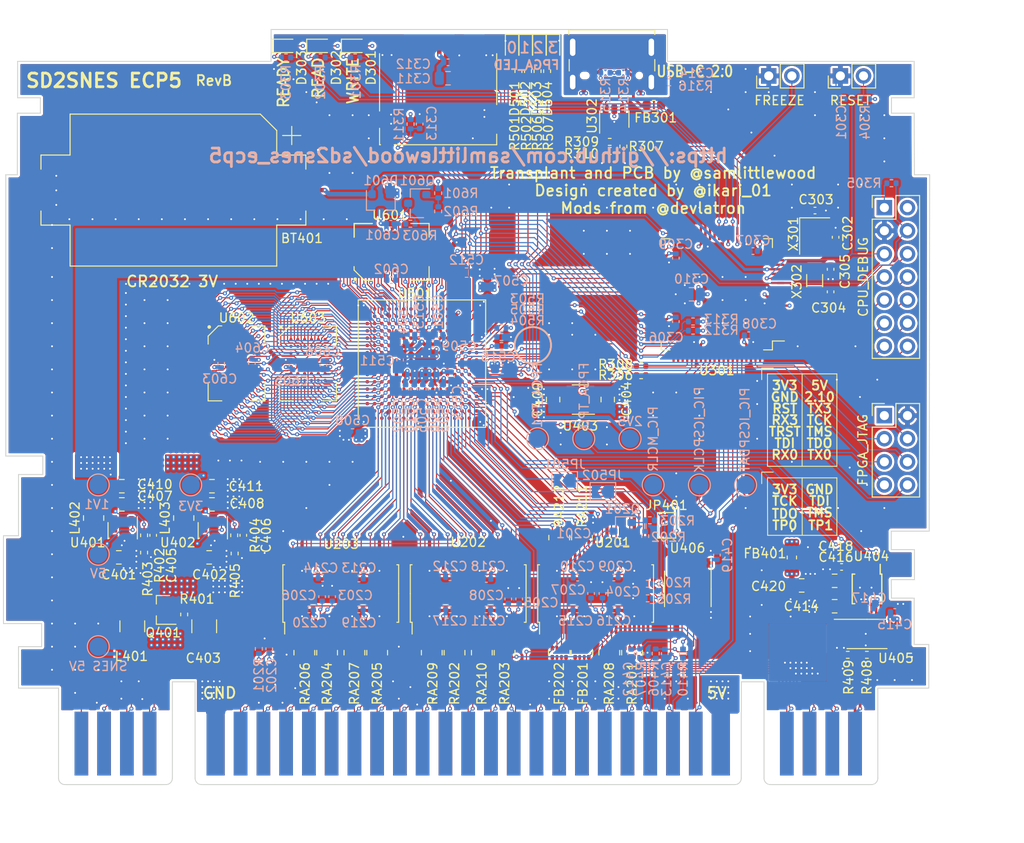
<source format=kicad_pcb>
(kicad_pcb (version 20171130) (host pcbnew "(5.1.8-0-10_14)")
  (title_block (title "SD2SNES ECP5") (date 2021-02-09) (rev B) (company "Sam Littlewood"))
  (layers (0 F.Cu signal) (1 In1.Cu power) (2 In2.Cu power) (31 B.Cu signal) (34 B.Paste user) (35 F.Paste user) (36 B.SilkS user hide) (37 F.SilkS user hide) (38 B.Mask user hide) (39 F.Mask user hide) (44 Edge.Cuts user))
  (net 0 "")
  (net 1 +BATT)
  (net 2 GND)
  (net 3 +5V)
  (net 4 "/SNES Slot/SNES_EXT_REFRESH")
  (net 5 /Memory/SRAM_VDD)
  (net 6 CIC_DATA0)
  (net 7 CIC_DATA1)
  (net 8 +3.3VDAC)
  (net 9 +5VL)
  (net 10 "/SNES Slot/SNES_EXT_D6")
  (net 11 "/SNES Slot/SNES_EXT_D2")
  (net 12 "/SNES Slot/SNES_EXT_D7")
  (net 13 "/SNES Slot/SNES_EXT_D3")
  (net 14 "/SNES Slot/SNES_EXT_D4")
  (net 15 "/SNES Slot/SNES_EXT_D0")
  (net 16 "/SNES Slot/SNES_EXT_D5")
  (net 17 "/SNES Slot/SNES_EXT_D1")
  (net 18 "/SNES Slot/SNES_EXT_SYS_CLK")
  (net 19 "/SNES Slot/SNES_EXT_PA6")
  (net 20 "/SNES Slot/SNES_EXT_A11")
  (net 21 "/SNES Slot/SNES_EXT_A10")
  (net 22 "/SNES Slot/SNES_EXT_A9")
  (net 23 "/SNES Slot/SNES_EXT_A8")
  (net 24 "/SNES Slot/SNES_EXT_A7")
  (net 25 "/SNES Slot/SNES_EXT_A6")
  (net 26 "/SNES Slot/SNES_EXT_A5")
  (net 27 "/SNES Slot/SNES_EXT_A4")
  (net 28 "/SNES Slot/SNES_EXT_A3")
  (net 29 "/SNES Slot/SNES_EXT_A2")
  (net 30 "/SNES Slot/SNES_EXT_A1")
  (net 31 "/SNES Slot/SNES_EXT_A0")
  (net 32 EXT_CIC_DATA1)
  (net 33 CIC_RESET)
  (net 34 "/SNES Slot/SNES_EXT_PA0")
  (net 35 "/SNES Slot/SNES_EXT_PA2")
  (net 36 "/SNES Slot/SNES_EXT_PA4")
  (net 37 AUDIO_L)
  (net 38 "/SNES Slot/SNES_EXT_PA7")
  (net 39 "/SNES Slot/SNES_EXT_A12")
  (net 40 "/SNES Slot/SNES_EXT_A13")
  (net 41 "/SNES Slot/SNES_EXT_A14")
  (net 42 "/SNES Slot/SNES_EXT_A15")
  (net 43 "/SNES Slot/SNES_EXT_A16")
  (net 44 "/SNES Slot/SNES_EXT_A17")
  (net 45 "/SNES Slot/SNES_EXT_A18")
  (net 46 "/SNES Slot/SNES_EXT_A19")
  (net 47 "/SNES Slot/SNES_EXT_A20")
  (net 48 "/SNES Slot/SNES_EXT_A21")
  (net 49 "/SNES Slot/SNES_EXT_A22")
  (net 50 "/SNES Slot/SNES_EXT_A23")
  (net 51 EXT_CIC_DATA0)
  (net 52 "/SNES Slot/SNES_EXT_CPU_CLK")
  (net 53 "/SNES Slot/SNES_EXT_PA1")
  (net 54 "/SNES Slot/SNES_EXT_PA3")
  (net 55 "/SNES Slot/SNES_EXT_PA5")
  (net 56 AUDIO_R)
  (net 57 SD_CLK)
  (net 58 SD_CMD)
  (net 59 CIC_MCLR)
  (net 60 TX0)
  (net 61 RX0)
  (net 62 EXT_TDO)
  (net 63 EXT_TDI)
  (net 64 TMS)
  (net 65 TCK)
  (net 66 RX3)
  (net 67 TX3)
  (net 68 P2.10)
  (net 69 SNES_REFRESH)
  (net 70 CIC_STATUS)
  (net 71 DAC_MCLK)
  (net 72 DAC_LRCK)
  (net 73 +3V3)
  (net 74 +2V5)
  (net 75 +1V1)
  (net 76 /FPGA/FPGA_TMS)
  (net 77 /FPGA/FPGA_TDO)
  (net 78 /FPGA/FPGA_TDI)
  (net 79 /FPGA/FPGA_TCK)
  (net 80 EXT_CIC_CLK)
  (net 81 "/Power Supply / Misc./CIC_CLK")
  (net 82 "/Power Supply / Misc./VQ")
  (net 83 "/Power Supply / Misc./FILT")
  (net 84 "/Power Supply / Misc./AOUTR")
  (net 85 "/Power Supply / Misc./AOUTL")
  (net 86 "/SNES Slot/~SNES_EXT_IRQ")
  (net 87 ~RESET)
  (net 88 "/SNES Slot/~SNES_EXT_WR")
  (net 89 "/SNES Slot/~SNES_EXT_ROMSEL")
  (net 90 "/SNES Slot/~SNES_EXT_PAWR")
  (net 91 ~SNES_RESET)
  (net 92 "/SNES Slot/~SNES_EXT_RD")
  (net 93 "/SNES Slot/~SNES_EXT_PARD")
  (net 94 USB_VBUS)
  (net 95 ~TRST)
  (net 96 ~LED_READY)
  (net 97 ~LED_READ)
  (net 98 ~LED_WRITE)
  (net 99 FPGA_CCLK)
  (net 100 ~FPGA_PROGRAM)
  (net 101 ~RAM_WE)
  (net 102 ~RAM_OE)
  (net 103 ~ROM_WE)
  (net 104 ~ROM0_CE)
  (net 105 ~ROM_OE)
  (net 106 ~ROM1_CE)
  (net 107 ~DAC_DEM)
  (net 108 ~MCU_IRQ)
  (net 109 FPGA_DI)
  (net 110 ~FPGA_INIT)
  (net 111 FPGA_DONE)
  (net 112 /FPGA/CFG_0)
  (net 113 /FPGA/CFG_2)
  (net 114 /FPGA/CFG_1)
  (net 115 "Net-(D501-Pad2)")
  (net 116 "Net-(D502-Pad2)")
  (net 117 /FPGA/FPGA_TP0)
  (net 118 /FPGA/FPGA_TP1)
  (net 119 /FPGA/FPGA_LED1)
  (net 120 /FPGA/FPGA_LED0)
  (net 121 "Net-(FB301-Pad1)")
  (net 122 SD_DAT[1])
  (net 123 SD_DAT[0])
  (net 124 SD_DAT[3])
  (net 125 SD_DAT[2])
  (net 126 SNES_IRQ)
  (net 127 SNES_DATA[5])
  (net 128 SNES_DATA[1])
  (net 129 SNES_DATA[0])
  (net 130 SNES_DATA[4])
  (net 131 SNES_DATA[7])
  (net 132 SNES_DATA[3])
  (net 133 SNES_DATA[2])
  (net 134 SNES_DATA[6])
  (net 135 ~SNES_DATABUS_OE)
  (net 136 ~SNES_READ_IN)
  (net 137 ~SNES_WRITE_IN)
  (net 138 SNES_PA_IN[0])
  (net 139 SNES_PA_IN[1])
  (net 140 SNES_PA_IN[2])
  (net 141 SNES_PA_IN[3])
  (net 142 SNES_PA_IN[4])
  (net 143 SNES_PA_IN[5])
  (net 144 SNES_DATABUS_DIR)
  (net 145 SNES_ADDR_IN[6])
  (net 146 SNES_ADDR_IN[17])
  (net 147 SNES_ADDR_IN[5])
  (net 148 SNES_ADDR_IN[18])
  (net 149 SNES_ADDR_IN[4])
  (net 150 SNES_ADDR_IN[19])
  (net 151 SNES_ADDR_IN[3])
  (net 152 SNES_ADDR_IN[20])
  (net 153 SNES_ADDR_IN[2])
  (net 154 SNES_ADDR_IN[21])
  (net 155 SNES_ADDR_IN[1])
  (net 156 SNES_ADDR_IN[22])
  (net 157 SNES_ADDR_IN[0])
  (net 158 SNES_ADDR_IN[23])
  (net 159 SNES_CPU_CLK_IN)
  (net 160 ~SNES_ROMSEL_IN)
  (net 161 SNES_SYSCLK)
  (net 162 SNES_PA_IN[6])
  (net 163 SNES_PA_IN[7])
  (net 164 ~SNES_PARD_IN)
  (net 165 ~SNES_PAWR_IN)
  (net 166 SNES_ADDR_IN[11])
  (net 167 SNES_ADDR_IN[12])
  (net 168 SNES_ADDR_IN[10])
  (net 169 SNES_ADDR_IN[13])
  (net 170 SNES_ADDR_IN[9])
  (net 171 SNES_ADDR_IN[14])
  (net 172 SNES_ADDR_IN[8])
  (net 173 SNES_ADDR_IN[15])
  (net 174 SNES_ADDR_IN[7])
  (net 175 SNES_ADDR_IN[16])
  (net 176 RAM_ADDR[14])
  (net 177 RAM_DATA[3])
  (net 178 RAM_DATA[2])
  (net 179 RAM_DATA[1])
  (net 180 RAM_DATA[0])
  (net 181 RAM_ADDR[8])
  (net 182 RAM_ADDR[13])
  (net 183 RAM_ADDR[15])
  (net 184 RAM_ADDR[7])
  (net 185 RAM_ADDR[6])
  (net 186 RAM_ADDR[12])
  (net 187 RAM_ADDR[16])
  (net 188 RAM_ADDR[17])
  (net 189 RAM_ADDR[5])
  (net 190 RAM_ADDR[4])
  (net 191 RAM_ADDR[3])
  (net 192 RAM_ADDR[11])
  (net 193 RAM_ADDR[18])
  (net 194 RAM_ADDR[10])
  (net 195 RAM_ADDR[2])
  (net 196 RAM_ADDR[1])
  (net 197 RAM_ADDR[9])
  (net 198 RAM_DATA[7])
  (net 199 RAM_DATA[6])
  (net 200 RAM_DATA[5])
  (net 201 RAM_DATA[4])
  (net 202 RAM_ADDR[0])
  (net 203 ROM_ADDR[20])
  (net 204 ROM_DATA[7])
  (net 205 ROM_DATA[6])
  (net 206 ROM_DATA[2])
  (net 207 ROM_DATA[0])
  (net 208 ROM_ADDR[11])
  (net 209 ROM_DATA[5])
  (net 210 ROM_DATA[4])
  (net 211 ROM_DATA[3])
  (net 212 ROM_DATA[1])
  (net 213 ROM_ADDR[2])
  (net 214 ROM_ADDR[10])
  (net 215 ROM_ADDR[13])
  (net 216 ROM_ADDR[15])
  (net 217 ROM_ADDR[16])
  (net 218 ROM_ADDR[7])
  (net 219 ROM_ADDR[6])
  (net 220 ROM_ADDR[4])
  (net 221 ROM_ADDR[1])
  (net 222 ROM_ADDR[9])
  (net 223 ROM_ADDR[12])
  (net 224 ROM_ADDR[14])
  (net 225 ROM_ADDR[21])
  (net 226 ROM_ADDR[17])
  (net 227 ROM_ADDR[5])
  (net 228 ROM_ADDR[3])
  (net 229 ROM_ADDR[0])
  (net 230 ROM_ADDR[8])
  (net 231 ROM_ADDR[19])
  (net 232 ROM_DATA[13])
  (net 233 ROM_DATA[12])
  (net 234 ROM_DATA[11])
  (net 235 ROM_DATA[10])
  (net 236 ~ROM_BHE)
  (net 237 ROM_ADDR[18])
  (net 238 ROM_DATA[15])
  (net 239 ROM_DATA[14])
  (net 240 ROM_DATA[9])
  (net 241 ROM_DATA[8])
  (net 242 ~ROM_BLE)
  (net 243 DAC_SDOUT)
  (net 244 FPGA_CLKIN)
  (net 245 SPI_MOSI)
  (net 246 SPI_MISO)
  (net 247 SPI_SCK)
  (net 248 SPI_SS)
  (net 249 ~MCU_RDY)
  (net 250 /Memory/~SDRAM_CS)
  (net 251 "Net-(C203-Pad1)")
  (net 252 "Net-(C204-Pad1)")
  (net 253 "Net-(C205-Pad1)")
  (net 254 "Net-(C206-Pad1)")
  (net 255 "Net-(C207-Pad1)")
  (net 256 "Net-(C208-Pad1)")
  (net 257 "Net-(C302-Pad1)")
  (net 258 "Net-(C303-Pad1)")
  (net 259 "Net-(C304-Pad1)")
  (net 260 "Net-(C305-Pad1)")
  (net 261 "Net-(C405-Pad2)")
  (net 262 "Net-(C406-Pad2)")
  (net 263 "Net-(D301-Pad1)")
  (net 264 "Net-(D302-Pad1)")
  (net 265 "Net-(D303-Pad1)")
  (net 266 "Net-(FB201-Pad5)")
  (net 267 "Net-(FB201-Pad6)")
  (net 268 "Net-(FB201-Pad8)")
  (net 269 "Net-(FB201-Pad7)")
  (net 270 "Net-(J201-Pad32)")
  (net 271 "Net-(J201-Pad2)")
  (net 272 "Net-(L401-Pad1)")
  (net 273 "Net-(L402-Pad1)")
  (net 274 "Net-(L403-Pad1)")
  (net 275 "Net-(P302-Pad2)")
  (net 276 "Net-(Q201-Pad1)")
  (net 277 "Net-(Q401-Pad1)")
  (net 278 "Net-(Q601-Pad1)")
  (net 279 "Net-(R306-Pad2)")
  (net 280 "Net-(R307-Pad2)")
  (net 281 "Net-(R307-Pad1)")
  (net 282 "Net-(R308-Pad1)")
  (net 283 "Net-(R309-Pad2)")
  (net 284 "Net-(R309-Pad1)")
  (net 285 "Net-(R310-Pad2)")
  (net 286 "Net-(R408-Pad1)")
  (net 287 "Net-(R409-Pad1)")
  (net 288 "Net-(RA201-Pad5)")
  (net 289 "Net-(RA201-Pad6)")
  (net 290 "Net-(RA201-Pad8)")
  (net 291 "Net-(RA201-Pad7)")
  (net 292 "Net-(RA202-Pad5)")
  (net 293 "Net-(RA202-Pad6)")
  (net 294 "Net-(RA202-Pad8)")
  (net 295 "Net-(RA202-Pad7)")
  (net 296 "Net-(RA203-Pad8)")
  (net 297 "Net-(RA203-Pad7)")
  (net 298 "Net-(RA204-Pad5)")
  (net 299 "Net-(RA204-Pad6)")
  (net 300 "Net-(RA205-Pad5)")
  (net 301 "Net-(RA205-Pad6)")
  (net 302 "Net-(RA205-Pad8)")
  (net 303 "Net-(RA205-Pad7)")
  (net 304 "Net-(RA206-Pad5)")
  (net 305 "Net-(RA206-Pad6)")
  (net 306 "Net-(RA206-Pad8)")
  (net 307 "Net-(RA206-Pad7)")
  (net 308 "Net-(RA206-Pad1)")
  (net 309 "Net-(RA207-Pad5)")
  (net 310 "Net-(RA207-Pad6)")
  (net 311 "Net-(RA207-Pad8)")
  (net 312 "Net-(RA207-Pad7)")
  (net 313 "Net-(RA208-Pad5)")
  (net 314 "Net-(RA208-Pad6)")
  (net 315 "Net-(RA209-Pad5)")
  (net 316 "Net-(RA209-Pad6)")
  (net 317 "Net-(RA209-Pad8)")
  (net 318 "Net-(RA209-Pad7)")
  (net 319 "Net-(RA210-Pad5)")
  (net 320 "Net-(RA210-Pad6)")
  (net 321 "Net-(RA210-Pad8)")
  (net 322 "Net-(RA210-Pad7)")
  (net 323 "Net-(RA211-Pad4)")
  (net 324 "Net-(RA211-Pad2)")
  (net 325 "Net-(RA211-Pad3)")
  (net 326 "Net-(RA211-Pad1)")
  (net 327 "Net-(RA212-Pad4)")
  (net 328 "Net-(RA212-Pad2)")
  (net 329 "Net-(RA212-Pad3)")
  (net 330 "Net-(RA212-Pad1)")
  (net 331 "Net-(U301-Pad11)")
  (net 332 "Net-(U301-Pad17)")
  (net 333 "Net-(U301-Pad28)")
  (net 334 "Net-(U301-Pad31)")
  (net 335 "Net-(U301-Pad32)")
  (net 336 "Net-(U301-Pad35)")
  (net 337 "Net-(U301-Pad36)")
  (net 338 "Net-(U301-Pad37)")
  (net 339 "Net-(U301-Pad38)")
  (net 340 "Net-(U301-Pad39)")
  (net 341 "Net-(U301-Pad44)")
  (net 342 "Net-(U301-Pad53)")
  (net 343 "Net-(U301-Pad54)")
  (net 344 "Net-(U403-Pad4)")
  (net 345 "Net-(U501-PadP14)")
  (net 346 "Net-(U501-PadP13)")
  (net 347 "Net-(U501-PadP12)")
  (net 348 "Net-(U501-PadP11)")
  (net 349 "Net-(U501-PadP7)")
  (net 350 "Net-(U501-PadN14)")
  (net 351 "Net-(U501-PadN13)")
  (net 352 "Net-(U501-PadN12)")
  (net 353 "Net-(U501-PadN11)")
  (net 354 "Net-(U501-PadN7)")
  (net 355 "Net-(U501-PadN6)")
  (net 356 "Net-(U501-PadN5)")
  (net 357 "Net-(U501-PadM14)")
  (net 358 "Net-(U501-PadM13)")
  (net 359 "Net-(U501-PadM12)")
  (net 360 "Net-(U501-PadM11)")
  (net 361 "Net-(U501-PadM9)")
  (net 362 "Net-(U501-PadM8)")
  (net 363 "Net-(U501-PadM7)")
  (net 364 "Net-(U501-PadM6)")
  (net 365 "Net-(U501-PadM5)")
  (net 366 "Net-(U501-PadL14)")
  (net 367 "Net-(U501-PadL12)")
  (net 368 "Net-(U501-PadL5)")
  (net 369 "Net-(U501-PadK13)")
  (net 370 "Net-(U501-PadK12)")
  (net 371 "Net-(U501-PadK5)")
  (net 372 "Net-(U501-PadJ12)")
  (net 373 "Net-(U501-PadJ5)")
  (net 374 "Net-(U501-PadH12)")
  (net 375 "Net-(U501-PadH5)")
  (net 376 "Net-(U501-PadG12)")
  (net 377 "Net-(U501-PadG5)")
  (net 378 "Net-(U501-PadE13)")
  (net 379 "Net-(U501-PadE12)")
  (net 380 "Net-(U501-PadE11)")
  (net 381 "Net-(U501-PadE10)")
  (net 382 "Net-(U501-PadE9)")
  (net 383 "Net-(U501-PadE8)")
  (net 384 "Net-(U501-PadE7)")
  (net 385 "Net-(U501-PadE6)")
  (net 386 "Net-(U501-PadE5)")
  (net 387 "Net-(U501-PadE4)")
  (net 388 "Net-(U501-PadD9)")
  (net 389 "Net-(U501-PadD8)")
  (net 390 "Net-(U601-PadC3)")
  (net 391 "Net-(U601-PadA3)")
  (net 392 "Net-(FB202-Pad5)")
  (net 393 "Net-(FB202-Pad6)")
  (net 394 "Net-(FB202-Pad8)")
  (net 395 "Net-(FB202-Pad7)")
  (net 396 "Net-(JP501-Pad2)")
  (net 397 "Net-(JP502-Pad2)")
  (net 398 SD_DET)
  (net 399 "Net-(U501-PadR13)")
  (net 400 "Net-(U501-PadL13)")
  (net 401 "Net-(JP401-Pad1)")
  (net 402 "Net-(U301-Pad51)")
  (net 403 "Net-(U301-Pad52)")
  (net 404 "Net-(D503-Pad2)")
  (net 405 "Net-(D504-Pad2)")
  (net 406 /FPGA/FPGA_LED2)
  (net 407 /FPGA/FPGA_LED3)
  (net 408 ~SNES_TEST_OE)
  (net 409 SNES_TEST_DIR)
  (net 410 "Net-(J301-PadB8)")
  (net 411 "Net-(J301-PadA8)")
  (net 412 /MCU/SHIELD)
  (net 413 /MCU/CC1)
  (net 414 /MCU/D-)
  (net 415 /MCU/D+)
  (net 416 /MCU/CC2)
  (module Resistor_SMD:R_0402_1005Metric (layer B.Cu) (at 172.1 77.8 180)
    (fp_text reference R316 (at -2.9 -0.4) (layer B.SilkS) (effects (justify mirror)))
    (fp_text value 10K)
    (pad 2 smd roundrect (at 0.51 0 180) (size 0.54 0.64) (layers B.Cu B.Paste B.Mask) (net 412 /MCU/SHIELD))
    (pad 1 smd roundrect (at -0.51 0 180) (size 0.54 0.64) (layers B.Cu B.Paste B.Mask) (net 2 GND))
  )
  (module Resistor_SMD:R_0402_1005Metric (layer B.Cu) (at 165.075 76.75)
    (fp_text reference R315 (at 0.025 2.45 270) (layer B.SilkS) (effects (justify mirror)))
    (fp_text value 5K1)
    (pad 2 smd roundrect (at 0.51 0) (size 0.54 0.64) (layers B.Cu B.Paste B.Mask) (net 2 GND))
    (pad 1 smd roundrect (at -0.51 0) (size 0.54 0.64) (layers B.Cu B.Paste B.Mask) (net 416 /MCU/CC2))
  )
  (module Resistor_SMD:R_0402_1005Metric (layer B.Cu) (at 167.035 76.75 180)
    (fp_text reference R314 (at -0.065 -2.45 270) (layer B.SilkS) (effects (justify mirror)))
    (fp_text value 5K1)
    (pad 2 smd roundrect (at 0.51 0 180) (size 0.54 0.64) (layers B.Cu B.Paste B.Mask) (net 2 GND))
    (pad 1 smd roundrect (at -0.51 0 180) (size 0.54 0.64) (layers B.Cu B.Paste B.Mask) (net 413 /MCU/CC1))
  )
  (module rounded:USB_C_Receptacle_JAE_DX07S016JA1 (layer F.Cu) (at 165.8 77.05 180)
    (fp_text reference J301 hide)
    (fp_text value USB-C)
    (pad S1 smd roundrect (at 1.4 3.1 180) (size 1 2) (layers F.Cu F.Paste F.Mask) (net 412 /MCU/SHIELD))
    (pad S1 smd roundrect (at -1.4 3.1 180) (size 1 2) (layers F.Cu F.Paste F.Mask) (net 412 /MCU/SHIELD))
    (pad S1 thru_hole oval (at 4.32 -0.725 180) (size 1.3 2.3) (drill oval 0.6 1.6) (layers *.Cu *.Mask) (net 412 /MCU/SHIELD))
    (pad S1 thru_hole oval (at -4.32 -0.725 180) (size 1.3 2.3) (drill oval 0.6 1.6) (layers *.Cu *.Mask) (net 412 /MCU/SHIELD))
    (pad S1 thru_hole oval (at 4.32 3.1 180) (size 1.3 2.6) (drill oval 0.6 1.9) (layers *.Cu *.Mask) (net 412 /MCU/SHIELD))
    (pad B1 smd roundrect (at 3.1 -1.1 180) (size 0.52 1) (layers F.Cu F.Paste F.Mask) (net 2 GND))
    (pad A9 smd roundrect (at 2.35 -1.1 180) (size 0.52 1) (layers F.Cu F.Paste F.Mask) (net 121 "Net-(FB301-Pad1)"))
    (pad B9 smd roundrect (at -2.35 -1.1 180) (size 0.52 1) (layers F.Cu F.Paste F.Mask) (net 121 "Net-(FB301-Pad1)"))
    (pad B12 smd roundrect (at -3.1 -1.1 180) (size 0.52 1) (layers F.Cu F.Paste F.Mask) (net 2 GND))
    (pad A1 smd roundrect (at -3.1 -1.1 180) (size 0.52 1) (layers F.Cu F.Paste F.Mask) (net 2 GND))
    (pad A4 smd roundrect (at -2.35 -1.1 180) (size 0.52 1) (layers F.Cu F.Paste F.Mask) (net 121 "Net-(FB301-Pad1)"))
    (pad B4 smd roundrect (at 2.35 -1.1 180) (size 0.52 1) (layers F.Cu F.Paste F.Mask) (net 121 "Net-(FB301-Pad1)"))
    (pad A12 smd roundrect (at 3.1 -1.1 180) (size 0.52 1) (layers F.Cu F.Paste F.Mask) (net 2 GND))
    (pad B8 smd roundrect (at -1.25 -1.1 180) (size 0.27 1) (layers F.Cu F.Paste F.Mask) (roundrect_rratio 0.37) (net 410 "Net-(J301-PadB8)"))
    (pad A5 smd roundrect (at -1.75 -1.1 180) (size 0.27 1) (layers F.Cu F.Paste F.Mask) (roundrect_rratio 0.37) (net 413 /MCU/CC1))
    (pad B7 smd roundrect (at -0.75 -1.1 180) (size 0.27 1) (layers F.Cu F.Paste F.Mask) (roundrect_rratio 0.37) (net 414 /MCU/D-))
    (pad A7 smd roundrect (at 0.75 -1.1 180) (size 0.27 1) (layers F.Cu F.Paste F.Mask) (roundrect_rratio 0.37) (net 414 /MCU/D-))
    (pad B6 smd roundrect (at 0.25 -1.1 180) (size 0.27 1) (layers F.Cu F.Paste F.Mask) (roundrect_rratio 0.37) (net 415 /MCU/D+))
    (pad A8 smd roundrect (at 1.75 -1.1 180) (size 0.27 1) (layers F.Cu F.Paste F.Mask) (roundrect_rratio 0.37) (net 411 "Net-(J301-PadA8)"))
    (pad B5 smd roundrect (at 1.25 -1.1 180) (size 0.27 1) (layers F.Cu F.Paste F.Mask) (roundrect_rratio 0.37) (net 416 /MCU/CC2))
    (pad A6 smd roundrect (at -0.25 -1.1 180) (size 0.27 1) (layers F.Cu F.Paste F.Mask) (roundrect_rratio 0.37) (net 415 /MCU/D+))
    (pad "" np_thru_hole circle (at -3 0 180) (size 0.6 0.6) (drill 0.6) (layers *.Cu *.Mask))
    (pad S1 thru_hole oval (at -4.32 3.1 180) (size 1.3 2.6) (drill oval 0.6 1.9) (layers *.Cu *.Mask) (net 412 /MCU/SHIELD))
    (pad "" np_thru_hole oval (at 3 0 180) (size 0.85 0.6) (drill oval 0.85 0.6) (layers *.Cu *.Mask))
  )
  (module Capacitor_SMD:C_0402_1005Metric (layer B.Cu) (at 172.1 76.8)
    (fp_text reference C314 (at 3 0) (layer B.SilkS) (effects (justify mirror)))
    (fp_text value 100n)
    (pad 2 smd roundrect (at 0.48 0) (size 0.56 0.62) (layers B.Cu B.Paste B.Mask) (net 2 GND))
    (pad 1 smd roundrect (at -0.48 0) (size 0.56 0.62) (layers B.Cu B.Paste B.Mask) (net 412 /MCU/SHIELD))
  )
  (module rounded:SOT-23 (layer B.Cu) (at 140.4 91.1 270)
    (fp_text reference D601 (at -2.5 0 180) (layer B.SilkS) (effects (justify mirror)))
    (fp_text value BAT54C)
    (pad 3 smd roundrect (at 1 0 270) (size 0.9 0.8) (layers B.Cu B.Paste B.Mask) (net 5 /Memory/SRAM_VDD))
    (pad 2 smd roundrect (at -1 -0.95 270) (size 0.9 0.8) (layers B.Cu B.Paste B.Mask) (net 73 +3V3))
    (pad 1 smd roundrect (at -1 0.95 270) (size 0.9 0.8) (layers B.Cu B.Paste B.Mask) (net 1 +BATT))
  )
  (module rounded:Crystal_SMD_3215-2Pin_3.2x1.5mm (layer F.Cu) (at 188.064 99.605 270)
    (fp_text reference X302 (at 0.095 1.964 90) (layer F.SilkS))
    (fp_text value 32.768kHz)
    (pad 2 smd roundrect (at -1.25 0 270) (size 1 1.8) (layers F.Cu F.Paste F.Mask) (net 260 "Net-(C305-Pad1)"))
    (pad 1 smd roundrect (at 1.25 0 270) (size 1 1.8) (layers F.Cu F.Paste F.Mask) (net 259 "Net-(C304-Pad1)"))
  )
  (module rounded:Crystal_SMD_3225-4Pin_3.2x2.5mm (layer F.Cu) (at 188.064 94.7 270)
    (fp_text reference X301 (at -0.225 2.339 90) (layer F.SilkS))
    (fp_text value 8MHz)
    (pad 4 smd roundrect (at -1.1 -0.85 270) (size 1.4 1.2) (layers F.Cu F.Paste F.Mask) (net 2 GND))
    (pad 3 smd roundrect (at 1.1 -0.85 270) (size 1.4 1.2) (layers F.Cu F.Paste F.Mask) (net 257 "Net-(C302-Pad1)"))
    (pad 2 smd roundrect (at 1.1 0.85 270) (size 1.4 1.2) (layers F.Cu F.Paste F.Mask) (net 2 GND))
    (pad 1 smd roundrect (at -1.1 0.85 270) (size 1.4 1.2) (layers F.Cu F.Paste F.Mask) (net 258 "Net-(C303-Pad1)"))
  )
  (module rounded:TSSOP-10_3x3mm_P0.5mm (layer F.Cu) (at 193.815 133.49 270)
    (fp_text reference U404 (at -3.59 -0.485 180) (layer F.SilkS))
    (fp_text value CS4344)
    (pad 10 smd roundrect (at 2.15 -1 270) (size 1.1 0.25) (layers F.Cu F.Paste F.Mask) (roundrect_rratio 0.4) (net 84 "/Power Supply / Misc./AOUTR"))
    (pad 9 smd roundrect (at 2.15 -0.5 270) (size 1.1 0.25) (layers F.Cu F.Paste F.Mask) (roundrect_rratio 0.4) (net 8 +3.3VDAC))
    (pad 8 smd roundrect (at 2.15 0 270) (size 1.1 0.25) (layers F.Cu F.Paste F.Mask) (roundrect_rratio 0.4) (net 2 GND))
    (pad 7 smd roundrect (at 2.15 0.5 270) (size 1.1 0.25) (layers F.Cu F.Paste F.Mask) (roundrect_rratio 0.4) (net 85 "/Power Supply / Misc./AOUTL"))
    (pad 6 smd roundrect (at 2.15 1 270) (size 1.1 0.25) (layers F.Cu F.Paste F.Mask) (roundrect_rratio 0.4) (net 83 "/Power Supply / Misc./FILT"))
    (pad 5 smd roundrect (at -2.15 1 270) (size 1.1 0.25) (layers F.Cu F.Paste F.Mask) (roundrect_rratio 0.4) (net 82 "/Power Supply / Misc./VQ"))
    (pad 4 smd roundrect (at -2.15 0.5 270) (size 1.1 0.25) (layers F.Cu F.Paste F.Mask) (roundrect_rratio 0.4) (net 71 DAC_MCLK))
    (pad 3 smd roundrect (at -2.15 0 270) (size 1.1 0.25) (layers F.Cu F.Paste F.Mask) (roundrect_rratio 0.4) (net 72 DAC_LRCK))
    (pad 2 smd roundrect (at -2.15 -0.5 270) (size 1.1 0.25) (layers F.Cu F.Paste F.Mask) (roundrect_rratio 0.4) (net 107 ~DAC_DEM))
    (pad 1 smd roundrect (at -2.15 -1 270) (size 1.1 0.25) (layers F.Cu F.Paste F.Mask) (roundrect_rratio 0.4) (net 243 DAC_SDOUT))
  )
  (module rounded:SOT-23-5 (layer F.Cu) (at 162.33 112.675 180)
    (fp_text reference U403 (at 0 -2.9 180) (layer F.SilkS))
    (fp_text value TLV73325PDBV)
    (pad 1 smd roundrect (at -1.1 -0.95 180) (size 1.06 0.65) (layers F.Cu F.Paste F.Mask) (net 73 +3V3))
    (pad 2 smd roundrect (at -1.1 0 180) (size 1.06 0.65) (layers F.Cu F.Paste F.Mask) (net 2 GND))
    (pad 3 smd roundrect (at -1.1 0.95 180) (size 1.06 0.65) (layers F.Cu F.Paste F.Mask) (net 73 +3V3))
    (pad 4 smd roundrect (at 1.1 0.95 180) (size 1.06 0.65) (layers F.Cu F.Paste F.Mask) (net 344 "Net-(U403-Pad4)"))
    (pad 5 smd roundrect (at 1.1 -0.95 180) (size 1.06 0.65) (layers F.Cu F.Paste F.Mask) (net 74 +2V5))
  )
  (module rounded:SOT-23-5 (layer F.Cu) (at 121.945 127.1 270)
    (fp_text reference U402 (at 1.3 3.845) (layer F.SilkS))
    (fp_text value TLV62568DBV)
    (pad 1 smd roundrect (at -1.1 -0.95 270) (size 1.06 0.65) (layers F.Cu F.Paste F.Mask) (net 3 +5V))
    (pad 2 smd roundrect (at -1.1 0 270) (size 1.06 0.65) (layers F.Cu F.Paste F.Mask) (net 2 GND))
    (pad 3 smd roundrect (at -1.1 0.95 270) (size 1.06 0.65) (layers F.Cu F.Paste F.Mask) (net 274 "Net-(L403-Pad1)"))
    (pad 4 smd roundrect (at 1.1 0.95 270) (size 1.06 0.65) (layers F.Cu F.Paste F.Mask) (net 3 +5V))
    (pad 5 smd roundrect (at 1.1 -0.95 270) (size 1.06 0.65) (layers F.Cu F.Paste F.Mask) (net 262 "Net-(C406-Pad2)"))
  )
  (module rounded:SOT-23-5 (layer F.Cu) (at 112.045 127.1 270)
    (fp_text reference U401 (at 1.3 3.845) (layer F.SilkS))
    (fp_text value TLV62568DBV)
    (pad 1 smd roundrect (at -1.1 -0.95 270) (size 1.06 0.65) (layers F.Cu F.Paste F.Mask) (net 3 +5V))
    (pad 2 smd roundrect (at -1.1 0 270) (size 1.06 0.65) (layers F.Cu F.Paste F.Mask) (net 2 GND))
    (pad 3 smd roundrect (at -1.1 0.95 270) (size 1.06 0.65) (layers F.Cu F.Paste F.Mask) (net 273 "Net-(L402-Pad1)"))
    (pad 4 smd roundrect (at 1.1 0.95 270) (size 1.06 0.65) (layers F.Cu F.Paste F.Mask) (net 3 +5V))
    (pad 5 smd roundrect (at 1.1 -0.95 270) (size 1.06 0.65) (layers F.Cu F.Paste F.Mask) (net 261 "Net-(C405-Pad2)"))
  )
  (module rounded:SOT-23-6 (layer F.Cu) (at 166.05 81.85 90)
    (fp_text reference U302 (at 0.35 -2.45 90) (layer F.SilkS))
    (fp_text value USBLC6-2SC6)
    (pad 5 smd roundrect (at 1.1 0 90) (size 1.06 0.65) (layers F.Cu F.Paste F.Mask) (net 73 +3V3))
    (pad 6 smd roundrect (at 1.1 -0.95 90) (size 1.06 0.65) (layers F.Cu F.Paste F.Mask) (net 415 /MCU/D+))
    (pad 4 smd roundrect (at 1.1 0.95 90) (size 1.06 0.65) (layers F.Cu F.Paste F.Mask) (net 414 /MCU/D-))
    (pad 3 smd roundrect (at -1.1 0.95 90) (size 1.06 0.65) (layers F.Cu F.Paste F.Mask) (net 281 "Net-(R307-Pad1)"))
    (pad 2 smd roundrect (at -1.1 0 90) (size 1.06 0.65) (layers F.Cu F.Paste F.Mask) (net 2 GND))
    (pad 1 smd roundrect (at -1.1 -0.95 90) (size 1.06 0.65) (layers F.Cu F.Paste F.Mask) (net 284 "Net-(R309-Pad1)"))
  )
  (module rounded:R_Array_Concave_4x0402 (layer F.Cu) (at 160 127.85 90)
    (fp_text reference RA212 (at 3.45 0 90) (layer F.SilkS))
    (fp_text value 100)
    (pad 5 smd roundrect (at 0.5 0.75 90) (size 0.5 0.32) (layers F.Cu F.Paste F.Mask) (roundrect_rratio 0.312) (net 127 SNES_DATA[5]))
    (pad 6 smd roundrect (at 0.5 0.25 90) (size 0.5 0.32) (layers F.Cu F.Paste F.Mask) (roundrect_rratio 0.312) (net 128 SNES_DATA[1]))
    (pad 8 smd roundrect (at 0.5 -0.75 90) (size 0.5 0.32) (layers F.Cu F.Paste F.Mask) (roundrect_rratio 0.312) (net 129 SNES_DATA[0]))
    (pad 7 smd roundrect (at 0.5 -0.25 90) (size 0.5 0.32) (layers F.Cu F.Paste F.Mask) (roundrect_rratio 0.312) (net 130 SNES_DATA[4]))
    (pad 4 smd roundrect (at -0.5 0.75 90) (size 0.5 0.32) (layers F.Cu F.Paste F.Mask) (roundrect_rratio 0.312) (net 327 "Net-(RA212-Pad4)"))
    (pad 2 smd roundrect (at -0.5 -0.25 90) (size 0.5 0.32) (layers F.Cu F.Paste F.Mask) (roundrect_rratio 0.312) (net 328 "Net-(RA212-Pad2)"))
    (pad 3 smd roundrect (at -0.5 0.25 90) (size 0.5 0.32) (layers F.Cu F.Paste F.Mask) (roundrect_rratio 0.312) (net 329 "Net-(RA212-Pad3)"))
    (pad 1 smd roundrect (at -0.5 -0.75 90) (size 0.5 0.32) (layers F.Cu F.Paste F.Mask) (roundrect_rratio 0.312) (net 330 "Net-(RA212-Pad1)"))
  )
  (module rounded:R_Array_Concave_4x0402 (layer F.Cu) (at 162.5 127.85 90)
    (fp_text reference RA211 (at 3.45 0 90) (layer F.SilkS))
    (fp_text value 100)
    (pad 5 smd roundrect (at 0.5 0.75 90) (size 0.5 0.32) (layers F.Cu F.Paste F.Mask) (roundrect_rratio 0.312) (net 131 SNES_DATA[7]))
    (pad 6 smd roundrect (at 0.5 0.25 90) (size 0.5 0.32) (layers F.Cu F.Paste F.Mask) (roundrect_rratio 0.312) (net 132 SNES_DATA[3]))
    (pad 8 smd roundrect (at 0.5 -0.75 90) (size 0.5 0.32) (layers F.Cu F.Paste F.Mask) (roundrect_rratio 0.312) (net 133 SNES_DATA[2]))
    (pad 7 smd roundrect (at 0.5 -0.25 90) (size 0.5 0.32) (layers F.Cu F.Paste F.Mask) (roundrect_rratio 0.312) (net 134 SNES_DATA[6]))
    (pad 4 smd roundrect (at -0.5 0.75 90) (size 0.5 0.32) (layers F.Cu F.Paste F.Mask) (roundrect_rratio 0.312) (net 323 "Net-(RA211-Pad4)"))
    (pad 2 smd roundrect (at -0.5 -0.25 90) (size 0.5 0.32) (layers F.Cu F.Paste F.Mask) (roundrect_rratio 0.312) (net 324 "Net-(RA211-Pad2)"))
    (pad 3 smd roundrect (at -0.5 0.25 90) (size 0.5 0.32) (layers F.Cu F.Paste F.Mask) (roundrect_rratio 0.312) (net 325 "Net-(RA211-Pad3)"))
    (pad 1 smd roundrect (at -0.5 -0.75 90) (size 0.5 0.32) (layers F.Cu F.Paste F.Mask) (roundrect_rratio 0.312) (net 326 "Net-(RA211-Pad1)"))
  )
  (module rounded:R_Array_Concave_4x0402 (layer F.Cu) (at 151.5 140.5 90)
    (fp_text reference RA210 (at -3.4 0 90) (layer F.SilkS))
    (fp_text value 100)
    (pad 5 smd roundrect (at 0.5 0.75 90) (size 0.5 0.32) (layers F.Cu F.Paste F.Mask) (roundrect_rratio 0.312) (net 319 "Net-(RA210-Pad5)"))
    (pad 6 smd roundrect (at 0.5 0.25 90) (size 0.5 0.32) (layers F.Cu F.Paste F.Mask) (roundrect_rratio 0.312) (net 320 "Net-(RA210-Pad6)"))
    (pad 8 smd roundrect (at 0.5 -0.75 90) (size 0.5 0.32) (layers F.Cu F.Paste F.Mask) (roundrect_rratio 0.312) (net 321 "Net-(RA210-Pad8)"))
    (pad 7 smd roundrect (at 0.5 -0.25 90) (size 0.5 0.32) (layers F.Cu F.Paste F.Mask) (roundrect_rratio 0.312) (net 322 "Net-(RA210-Pad7)"))
    (pad 4 smd roundrect (at -0.5 0.75 90) (size 0.5 0.32) (layers F.Cu F.Paste F.Mask) (roundrect_rratio 0.312) (net 49 "/SNES Slot/SNES_EXT_A22"))
    (pad 2 smd roundrect (at -0.5 -0.25 90) (size 0.5 0.32) (layers F.Cu F.Paste F.Mask) (roundrect_rratio 0.312) (net 48 "/SNES Slot/SNES_EXT_A21"))
    (pad 3 smd roundrect (at -0.5 0.25 90) (size 0.5 0.32) (layers F.Cu F.Paste F.Mask) (roundrect_rratio 0.312) (net 30 "/SNES Slot/SNES_EXT_A1"))
    (pad 1 smd roundrect (at -0.5 -0.75 90) (size 0.5 0.32) (layers F.Cu F.Paste F.Mask) (roundrect_rratio 0.312) (net 29 "/SNES Slot/SNES_EXT_A2"))
  )
  (module rounded:R_Array_Concave_4x0402 (layer F.Cu) (at 146 140.5 90)
    (fp_text reference RA209 (at -3.4 0.1 90) (layer F.SilkS))
    (fp_text value 100)
    (pad 5 smd roundrect (at 0.5 0.75 90) (size 0.5 0.32) (layers F.Cu F.Paste F.Mask) (roundrect_rratio 0.312) (net 315 "Net-(RA209-Pad5)"))
    (pad 6 smd roundrect (at 0.5 0.25 90) (size 0.5 0.32) (layers F.Cu F.Paste F.Mask) (roundrect_rratio 0.312) (net 316 "Net-(RA209-Pad6)"))
    (pad 8 smd roundrect (at 0.5 -0.75 90) (size 0.5 0.32) (layers F.Cu F.Paste F.Mask) (roundrect_rratio 0.312) (net 317 "Net-(RA209-Pad8)"))
    (pad 7 smd roundrect (at 0.5 -0.25 90) (size 0.5 0.32) (layers F.Cu F.Paste F.Mask) (roundrect_rratio 0.312) (net 318 "Net-(RA209-Pad7)"))
    (pad 4 smd roundrect (at -0.5 0.75 90) (size 0.5 0.32) (layers F.Cu F.Paste F.Mask) (roundrect_rratio 0.312) (net 45 "/SNES Slot/SNES_EXT_A18"))
    (pad 2 smd roundrect (at -0.5 -0.25 90) (size 0.5 0.32) (layers F.Cu F.Paste F.Mask) (roundrect_rratio 0.312) (net 44 "/SNES Slot/SNES_EXT_A17"))
    (pad 3 smd roundrect (at -0.5 0.25 90) (size 0.5 0.32) (layers F.Cu F.Paste F.Mask) (roundrect_rratio 0.312) (net 26 "/SNES Slot/SNES_EXT_A5"))
    (pad 1 smd roundrect (at -0.5 -0.75 90) (size 0.5 0.32) (layers F.Cu F.Paste F.Mask) (roundrect_rratio 0.312) (net 25 "/SNES Slot/SNES_EXT_A6"))
  )
  (module rounded:R_Array_Concave_4x0402 (layer F.Cu) (at 165.5 140.5 90)
    (fp_text reference RA208 (at -3.4 0 90) (layer F.SilkS))
    (fp_text value 100)
    (pad 5 smd roundrect (at 0.5 0.75 90) (size 0.5 0.32) (layers F.Cu F.Paste F.Mask) (roundrect_rratio 0.312) (net 313 "Net-(RA208-Pad5)"))
    (pad 6 smd roundrect (at 0.5 0.25 90) (size 0.5 0.32) (layers F.Cu F.Paste F.Mask) (roundrect_rratio 0.312) (net 314 "Net-(RA208-Pad6)"))
    (pad 8 smd roundrect (at 0.5 -0.75 90) (size 0.5 0.32) (layers F.Cu F.Paste F.Mask) (roundrect_rratio 0.312) (net 255 "Net-(C207-Pad1)"))
    (pad 7 smd roundrect (at 0.5 -0.25 90) (size 0.5 0.32) (layers F.Cu F.Paste F.Mask) (roundrect_rratio 0.312) (net 252 "Net-(C204-Pad1)"))
    (pad 4 smd roundrect (at -0.5 0.75 90) (size 0.5 0.32) (layers F.Cu F.Paste F.Mask) (roundrect_rratio 0.312) (net 53 "/SNES Slot/SNES_EXT_PA1"))
    (pad 2 smd roundrect (at -0.5 -0.25 90) (size 0.5 0.32) (layers F.Cu F.Paste F.Mask) (roundrect_rratio 0.312) (net 88 "/SNES Slot/~SNES_EXT_WR"))
    (pad 3 smd roundrect (at -0.5 0.25 90) (size 0.5 0.32) (layers F.Cu F.Paste F.Mask) (roundrect_rratio 0.312) (net 34 "/SNES Slot/SNES_EXT_PA0"))
    (pad 1 smd roundrect (at -0.5 -0.75 90) (size 0.5 0.32) (layers F.Cu F.Paste F.Mask) (roundrect_rratio 0.312) (net 92 "/SNES Slot/~SNES_EXT_RD"))
  )
  (module rounded:R_Array_Concave_4x0402 (layer F.Cu) (at 137.5 140.5 90)
    (fp_text reference RA207 (at -3.4 0 90) (layer F.SilkS))
    (fp_text value 100)
    (pad 5 smd roundrect (at 0.5 0.75 90) (size 0.5 0.32) (layers F.Cu F.Paste F.Mask) (roundrect_rratio 0.312) (net 309 "Net-(RA207-Pad5)"))
    (pad 6 smd roundrect (at 0.5 0.25 90) (size 0.5 0.32) (layers F.Cu F.Paste F.Mask) (roundrect_rratio 0.312) (net 310 "Net-(RA207-Pad6)"))
    (pad 8 smd roundrect (at 0.5 -0.75 90) (size 0.5 0.32) (layers F.Cu F.Paste F.Mask) (roundrect_rratio 0.312) (net 311 "Net-(RA207-Pad8)"))
    (pad 7 smd roundrect (at 0.5 -0.25 90) (size 0.5 0.32) (layers F.Cu F.Paste F.Mask) (roundrect_rratio 0.312) (net 312 "Net-(RA207-Pad7)"))
    (pad 4 smd roundrect (at -0.5 0.75 90) (size 0.5 0.32) (layers F.Cu F.Paste F.Mask) (roundrect_rratio 0.312) (net 41 "/SNES Slot/SNES_EXT_A14"))
    (pad 2 smd roundrect (at -0.5 -0.25 90) (size 0.5 0.32) (layers F.Cu F.Paste F.Mask) (roundrect_rratio 0.312) (net 40 "/SNES Slot/SNES_EXT_A13"))
    (pad 3 smd roundrect (at -0.5 0.25 90) (size 0.5 0.32) (layers F.Cu F.Paste F.Mask) (roundrect_rratio 0.312) (net 22 "/SNES Slot/SNES_EXT_A9"))
    (pad 1 smd roundrect (at -0.5 -0.75 90) (size 0.5 0.32) (layers F.Cu F.Paste F.Mask) (roundrect_rratio 0.312) (net 21 "/SNES Slot/SNES_EXT_A10"))
  )
  (module rounded:R_Array_Concave_4x0402 (layer F.Cu) (at 132 140.5 90)
    (fp_text reference RA206 (at -3.4 0.075 90) (layer F.SilkS))
    (fp_text value 100)
    (pad 5 smd roundrect (at 0.5 0.75 90) (size 0.5 0.32) (layers F.Cu F.Paste F.Mask) (roundrect_rratio 0.312) (net 304 "Net-(RA206-Pad5)"))
    (pad 6 smd roundrect (at 0.5 0.25 90) (size 0.5 0.32) (layers F.Cu F.Paste F.Mask) (roundrect_rratio 0.312) (net 305 "Net-(RA206-Pad6)"))
    (pad 8 smd roundrect (at 0.5 -0.75 90) (size 0.5 0.32) (layers F.Cu F.Paste F.Mask) (roundrect_rratio 0.312) (net 306 "Net-(RA206-Pad8)"))
    (pad 7 smd roundrect (at 0.5 -0.25 90) (size 0.5 0.32) (layers F.Cu F.Paste F.Mask) (roundrect_rratio 0.312) (net 307 "Net-(RA206-Pad7)"))
    (pad 4 smd roundrect (at -0.5 0.75 90) (size 0.5 0.32) (layers F.Cu F.Paste F.Mask) (roundrect_rratio 0.312) (net 38 "/SNES Slot/SNES_EXT_PA7"))
    (pad 2 smd roundrect (at -0.5 -0.25 90) (size 0.5 0.32) (layers F.Cu F.Paste F.Mask) (roundrect_rratio 0.312) (net 4 "/SNES Slot/SNES_EXT_REFRESH"))
    (pad 3 smd roundrect (at -0.5 0.25 90) (size 0.5 0.32) (layers F.Cu F.Paste F.Mask) (roundrect_rratio 0.312) (net 19 "/SNES Slot/SNES_EXT_PA6"))
    (pad 1 smd roundrect (at -0.5 -0.75 90) (size 0.5 0.32) (layers F.Cu F.Paste F.Mask) (roundrect_rratio 0.312) (net 308 "Net-(RA206-Pad1)"))
  )
  (module rounded:R_Array_Concave_4x0402 (layer F.Cu) (at 140 140.5 90)
    (fp_text reference RA205 (at -3.4 0 90) (layer F.SilkS))
    (fp_text value 100)
    (pad 5 smd roundrect (at 0.5 0.75 90) (size 0.5 0.32) (layers F.Cu F.Paste F.Mask) (roundrect_rratio 0.312) (net 300 "Net-(RA205-Pad5)"))
    (pad 6 smd roundrect (at 0.5 0.25 90) (size 0.5 0.32) (layers F.Cu F.Paste F.Mask) (roundrect_rratio 0.312) (net 301 "Net-(RA205-Pad6)"))
    (pad 8 smd roundrect (at 0.5 -0.75 90) (size 0.5 0.32) (layers F.Cu F.Paste F.Mask) (roundrect_rratio 0.312) (net 302 "Net-(RA205-Pad8)"))
    (pad 7 smd roundrect (at 0.5 -0.25 90) (size 0.5 0.32) (layers F.Cu F.Paste F.Mask) (roundrect_rratio 0.312) (net 303 "Net-(RA205-Pad7)"))
    (pad 4 smd roundrect (at -0.5 0.75 90) (size 0.5 0.32) (layers F.Cu F.Paste F.Mask) (roundrect_rratio 0.312) (net 43 "/SNES Slot/SNES_EXT_A16"))
    (pad 2 smd roundrect (at -0.5 -0.25 90) (size 0.5 0.32) (layers F.Cu F.Paste F.Mask) (roundrect_rratio 0.312) (net 42 "/SNES Slot/SNES_EXT_A15"))
    (pad 3 smd roundrect (at -0.5 0.25 90) (size 0.5 0.32) (layers F.Cu F.Paste F.Mask) (roundrect_rratio 0.312) (net 24 "/SNES Slot/SNES_EXT_A7"))
    (pad 1 smd roundrect (at -0.5 -0.75 90) (size 0.5 0.32) (layers F.Cu F.Paste F.Mask) (roundrect_rratio 0.312) (net 23 "/SNES Slot/SNES_EXT_A8"))
  )
  (module rounded:R_Array_Concave_4x0402 (layer F.Cu) (at 134.5 140.5 90)
    (fp_text reference RA204 (at -3.4 0 90) (layer F.SilkS))
    (fp_text value 100)
    (pad 5 smd roundrect (at 0.5 0.75 90) (size 0.5 0.32) (layers F.Cu F.Paste F.Mask) (roundrect_rratio 0.312) (net 298 "Net-(RA204-Pad5)"))
    (pad 6 smd roundrect (at 0.5 0.25 90) (size 0.5 0.32) (layers F.Cu F.Paste F.Mask) (roundrect_rratio 0.312) (net 299 "Net-(RA204-Pad6)"))
    (pad 8 smd roundrect (at 0.5 -0.75 90) (size 0.5 0.32) (layers F.Cu F.Paste F.Mask) (roundrect_rratio 0.312) (net 254 "Net-(C206-Pad1)"))
    (pad 7 smd roundrect (at 0.5 -0.25 90) (size 0.5 0.32) (layers F.Cu F.Paste F.Mask) (roundrect_rratio 0.312) (net 251 "Net-(C203-Pad1)"))
    (pad 4 smd roundrect (at -0.5 0.75 90) (size 0.5 0.32) (layers F.Cu F.Paste F.Mask) (roundrect_rratio 0.312) (net 39 "/SNES Slot/SNES_EXT_A12"))
    (pad 2 smd roundrect (at -0.5 -0.25 90) (size 0.5 0.32) (layers F.Cu F.Paste F.Mask) (roundrect_rratio 0.312) (net 90 "/SNES Slot/~SNES_EXT_PAWR"))
    (pad 3 smd roundrect (at -0.5 0.25 90) (size 0.5 0.32) (layers F.Cu F.Paste F.Mask) (roundrect_rratio 0.312) (net 20 "/SNES Slot/SNES_EXT_A11"))
    (pad 1 smd roundrect (at -0.5 -0.75 90) (size 0.5 0.32) (layers F.Cu F.Paste F.Mask) (roundrect_rratio 0.312) (net 93 "/SNES Slot/~SNES_EXT_PARD"))
  )
  (module rounded:R_Array_Concave_4x0402 (layer F.Cu) (at 154 140.5 90)
    (fp_text reference RA203 (at -3.4 0 90) (layer F.SilkS))
    (fp_text value 100)
    (pad 5 smd roundrect (at 0.5 0.75 90) (size 0.5 0.32) (layers F.Cu F.Paste F.Mask) (roundrect_rratio 0.312) (net 253 "Net-(C205-Pad1)"))
    (pad 6 smd roundrect (at 0.5 0.25 90) (size 0.5 0.32) (layers F.Cu F.Paste F.Mask) (roundrect_rratio 0.312) (net 256 "Net-(C208-Pad1)"))
    (pad 8 smd roundrect (at 0.5 -0.75 90) (size 0.5 0.32) (layers F.Cu F.Paste F.Mask) (roundrect_rratio 0.312) (net 296 "Net-(RA203-Pad8)"))
    (pad 7 smd roundrect (at 0.5 -0.25 90) (size 0.5 0.32) (layers F.Cu F.Paste F.Mask) (roundrect_rratio 0.312) (net 297 "Net-(RA203-Pad7)"))
    (pad 4 smd roundrect (at -0.5 0.75 90) (size 0.5 0.32) (layers F.Cu F.Paste F.Mask) (roundrect_rratio 0.312) (net 52 "/SNES Slot/SNES_EXT_CPU_CLK"))
    (pad 2 smd roundrect (at -0.5 -0.25 90) (size 0.5 0.32) (layers F.Cu F.Paste F.Mask) (roundrect_rratio 0.312) (net 50 "/SNES Slot/SNES_EXT_A23"))
    (pad 3 smd roundrect (at -0.5 0.25 90) (size 0.5 0.32) (layers F.Cu F.Paste F.Mask) (roundrect_rratio 0.312) (net 89 "/SNES Slot/~SNES_EXT_ROMSEL"))
    (pad 1 smd roundrect (at -0.5 -0.75 90) (size 0.5 0.32) (layers F.Cu F.Paste F.Mask) (roundrect_rratio 0.312) (net 31 "/SNES Slot/SNES_EXT_A0"))
  )
  (module rounded:R_Array_Concave_4x0402 (layer F.Cu) (at 148.5 140.5 90)
    (fp_text reference RA202 (at -3.4 0 90) (layer F.SilkS))
    (fp_text value 100)
    (pad 5 smd roundrect (at 0.5 0.75 90) (size 0.5 0.32) (layers F.Cu F.Paste F.Mask) (roundrect_rratio 0.312) (net 292 "Net-(RA202-Pad5)"))
    (pad 6 smd roundrect (at 0.5 0.25 90) (size 0.5 0.32) (layers F.Cu F.Paste F.Mask) (roundrect_rratio 0.312) (net 293 "Net-(RA202-Pad6)"))
    (pad 8 smd roundrect (at 0.5 -0.75 90) (size 0.5 0.32) (layers F.Cu F.Paste F.Mask) (roundrect_rratio 0.312) (net 294 "Net-(RA202-Pad8)"))
    (pad 7 smd roundrect (at 0.5 -0.25 90) (size 0.5 0.32) (layers F.Cu F.Paste F.Mask) (roundrect_rratio 0.312) (net 295 "Net-(RA202-Pad7)"))
    (pad 4 smd roundrect (at -0.5 0.75 90) (size 0.5 0.32) (layers F.Cu F.Paste F.Mask) (roundrect_rratio 0.312) (net 47 "/SNES Slot/SNES_EXT_A20"))
    (pad 2 smd roundrect (at -0.5 -0.25 90) (size 0.5 0.32) (layers F.Cu F.Paste F.Mask) (roundrect_rratio 0.312) (net 46 "/SNES Slot/SNES_EXT_A19"))
    (pad 3 smd roundrect (at -0.5 0.25 90) (size 0.5 0.32) (layers F.Cu F.Paste F.Mask) (roundrect_rratio 0.312) (net 28 "/SNES Slot/SNES_EXT_A3"))
    (pad 1 smd roundrect (at -0.5 -0.75 90) (size 0.5 0.32) (layers F.Cu F.Paste F.Mask) (roundrect_rratio 0.312) (net 27 "/SNES Slot/SNES_EXT_A4"))
  )
  (module rounded:R_Array_Concave_4x0402 (layer F.Cu) (at 168 140.5 90)
    (fp_text reference RA201 (at -3.4 0 90) (layer F.SilkS))
    (fp_text value 100)
    (pad 5 smd roundrect (at 0.5 0.75 90) (size 0.5 0.32) (layers F.Cu F.Paste F.Mask) (roundrect_rratio 0.312) (net 288 "Net-(RA201-Pad5)"))
    (pad 6 smd roundrect (at 0.5 0.25 90) (size 0.5 0.32) (layers F.Cu F.Paste F.Mask) (roundrect_rratio 0.312) (net 289 "Net-(RA201-Pad6)"))
    (pad 8 smd roundrect (at 0.5 -0.75 90) (size 0.5 0.32) (layers F.Cu F.Paste F.Mask) (roundrect_rratio 0.312) (net 290 "Net-(RA201-Pad8)"))
    (pad 7 smd roundrect (at 0.5 -0.25 90) (size 0.5 0.32) (layers F.Cu F.Paste F.Mask) (roundrect_rratio 0.312) (net 291 "Net-(RA201-Pad7)"))
    (pad 4 smd roundrect (at -0.5 0.75 90) (size 0.5 0.32) (layers F.Cu F.Paste F.Mask) (roundrect_rratio 0.312) (net 55 "/SNES Slot/SNES_EXT_PA5"))
    (pad 2 smd roundrect (at -0.5 -0.25 90) (size 0.5 0.32) (layers F.Cu F.Paste F.Mask) (roundrect_rratio 0.312) (net 54 "/SNES Slot/SNES_EXT_PA3"))
    (pad 3 smd roundrect (at -0.5 0.25 90) (size 0.5 0.32) (layers F.Cu F.Paste F.Mask) (roundrect_rratio 0.312) (net 36 "/SNES Slot/SNES_EXT_PA4"))
    (pad 1 smd roundrect (at -0.5 -0.75 90) (size 0.5 0.32) (layers F.Cu F.Paste F.Mask) (roundrect_rratio 0.312) (net 35 "/SNES Slot/SNES_EXT_PA2"))
  )
  (module rounded:SOT-23 (layer B.Cu) (at 144.4 91.1 180)
    (fp_text reference Q601 (at 0 2.5) (layer B.SilkS) (effects (justify mirror)))
    (fp_text value MMBT2222A)
    (pad 3 smd roundrect (at 1 0 180) (size 0.9 0.8) (layers B.Cu B.Paste B.Mask) (net 250 /Memory/~SDRAM_CS))
    (pad 2 smd roundrect (at -1 -0.95 180) (size 0.9 0.8) (layers B.Cu B.Paste B.Mask) (net 2 GND))
    (pad 1 smd roundrect (at -1 0.95 180) (size 0.9 0.8) (layers B.Cu B.Paste B.Mask) (net 278 "Net-(Q601-Pad1)"))
  )
  (module rounded:SOT-23 (layer F.Cu) (at 116.5 135.8 180)
    (fp_text reference Q401 (at 0 -2.5) (layer F.SilkS))
    (fp_text value IRLML6402PbF)
    (pad 3 smd roundrect (at 1 0 180) (size 0.9 0.8) (layers F.Cu F.Paste F.Mask) (net 272 "Net-(L401-Pad1)"))
    (pad 2 smd roundrect (at -1 0.95 180) (size 0.9 0.8) (layers F.Cu F.Paste F.Mask) (net 3 +5V))
    (pad 1 smd roundrect (at -1 -0.95 180) (size 0.9 0.8) (layers F.Cu F.Paste F.Mask) (net 277 "Net-(Q401-Pad1)"))
  )
  (module rounded:SOT-23 (layer B.Cu) (at 166.945 127.145 180)
    (fp_text reference Q201 (at 0 2.445) (layer B.SilkS) (effects (justify mirror)))
    (fp_text value MMBT2222A)
    (pad 3 smd roundrect (at 1 0 180) (size 0.9 0.8) (layers B.Cu B.Paste B.Mask) (net 86 "/SNES Slot/~SNES_EXT_IRQ"))
    (pad 2 smd roundrect (at -1 -0.95 180) (size 0.9 0.8) (layers B.Cu B.Paste B.Mask) (net 2 GND))
    (pad 1 smd roundrect (at -1 0.95 180) (size 0.9 0.8) (layers B.Cu B.Paste B.Mask) (net 276 "Net-(Q201-Pad1)"))
  )
  (module rounded:microSD_HC_Hirose_DM3D-SF (layer F.Cu) (at 146.698 78.88 180)
    (fp_text reference J302 hide)
    (fp_text value MicroSD)
    (pad 10 smd roundrect (at 5.575 -5.45 180) (size 1 1.55) (layers F.Cu F.Paste F.Mask) (roundrect_rratio 0.15) (net 398 SD_DET))
    (pad 11 smd roundrect (at 5.625 5.225 180) (size 1.5 1.5) (layers F.Cu F.Paste F.Mask) (roundrect_rratio 0.1) (net 2 GND))
    (pad 1 smd roundrect (at 3.175 5.35 180) (size 0.7 1.75) (layers F.Cu F.Paste F.Mask) (net 125 SD_DAT[2]))
    (pad 2 smd roundrect (at 2.075 5.35 180) (size 0.7 1.75) (layers F.Cu F.Paste F.Mask) (net 124 SD_DAT[3]))
    (pad 3 smd roundrect (at 0.975 5.35 180) (size 0.7 1.75) (layers F.Cu F.Paste F.Mask) (net 58 SD_CMD))
    (pad 4 smd roundrect (at -0.125 5.35 180) (size 0.7 1.75) (layers F.Cu F.Paste F.Mask) (net 73 +3V3))
    (pad 5 smd roundrect (at -1.225 5.35 180) (size 0.7 1.75) (layers F.Cu F.Paste F.Mask) (net 57 SD_CLK))
    (pad 6 smd roundrect (at -2.325 5.35 180) (size 0.7 1.75) (layers F.Cu F.Paste F.Mask) (net 2 GND))
    (pad 7 smd roundrect (at -3.425 5.35 180) (size 0.7 1.75) (layers F.Cu F.Paste F.Mask) (net 123 SD_DAT[0]))
    (pad 11 smd roundrect (at 5.975 -3.025 180) (size 0.8 1.4) (layers F.Cu F.Paste F.Mask) (roundrect_rratio 0.188) (net 2 GND))
    (pad 9 smd roundrect (at -5.65 -3.875 180) (size 1.45 1) (layers F.Cu F.Paste F.Mask) (roundrect_rratio 0.15) (net 2 GND))
    (pad 11 smd roundrect (at -5.975 -2.375 180) (size 0.8 1.5) (layers F.Cu F.Paste F.Mask) (roundrect_rratio 0.188) (net 2 GND))
    (pad 11 smd roundrect (at -5.725 5.225 180) (size 1.3 1.5) (layers F.Cu F.Paste F.Mask) (roundrect_rratio 0.115) (net 2 GND))
    (pad 8 smd roundrect (at -4.525 5.35 180) (size 0.7 1.75) (layers F.Cu F.Paste F.Mask) (net 122 SD_DAT[1]))
  )
  (module rounded:R_Array_Convex_4x0402 (layer F.Cu) (at 160 140.5 90)
    (fp_text reference FB202 (at -3.4 0 90) (layer F.SilkS))
    (fp_text value FB)
    (pad 5 smd roundrect (at 0.5 0.75 90) (size 0.5 0.4) (layers F.Cu F.Paste F.Mask) (net 392 "Net-(FB202-Pad5)"))
    (pad 6 smd roundrect (at 0.5 0.25 90) (size 0.5 0.3) (layers F.Cu F.Paste F.Mask) (roundrect_rratio 0.333) (net 393 "Net-(FB202-Pad6)"))
    (pad 8 smd roundrect (at 0.5 -0.75 90) (size 0.5 0.4) (layers F.Cu F.Paste F.Mask) (net 394 "Net-(FB202-Pad8)"))
    (pad 7 smd roundrect (at 0.5 -0.25 90) (size 0.5 0.3) (layers F.Cu F.Paste F.Mask) (roundrect_rratio 0.333) (net 395 "Net-(FB202-Pad7)"))
    (pad 4 smd roundrect (at -0.5 0.75 90) (size 0.5 0.4) (layers F.Cu F.Paste F.Mask) (net 16 "/SNES Slot/SNES_EXT_D5"))
    (pad 2 smd roundrect (at -0.5 -0.25 90) (size 0.5 0.3) (layers F.Cu F.Paste F.Mask) (roundrect_rratio 0.333) (net 14 "/SNES Slot/SNES_EXT_D4"))
    (pad 3 smd roundrect (at -0.5 0.25 90) (size 0.5 0.3) (layers F.Cu F.Paste F.Mask) (roundrect_rratio 0.333) (net 17 "/SNES Slot/SNES_EXT_D1"))
    (pad 1 smd roundrect (at -0.5 -0.75 90) (size 0.5 0.4) (layers F.Cu F.Paste F.Mask) (net 15 "/SNES Slot/SNES_EXT_D0"))
  )
  (module rounded:R_Array_Convex_4x0402 (layer F.Cu) (at 162.5 140.5 90)
    (fp_text reference FB201 (at -3.4 0.1 90) (layer F.SilkS))
    (fp_text value FB)
    (pad 5 smd roundrect (at 0.5 0.75 90) (size 0.5 0.4) (layers F.Cu F.Paste F.Mask) (net 266 "Net-(FB201-Pad5)"))
    (pad 6 smd roundrect (at 0.5 0.25 90) (size 0.5 0.3) (layers F.Cu F.Paste F.Mask) (roundrect_rratio 0.333) (net 267 "Net-(FB201-Pad6)"))
    (pad 8 smd roundrect (at 0.5 -0.75 90) (size 0.5 0.4) (layers F.Cu F.Paste F.Mask) (net 268 "Net-(FB201-Pad8)"))
    (pad 7 smd roundrect (at 0.5 -0.25 90) (size 0.5 0.3) (layers F.Cu F.Paste F.Mask) (roundrect_rratio 0.333) (net 269 "Net-(FB201-Pad7)"))
    (pad 4 smd roundrect (at -0.5 0.75 90) (size 0.5 0.4) (layers F.Cu F.Paste F.Mask) (net 12 "/SNES Slot/SNES_EXT_D7"))
    (pad 2 smd roundrect (at -0.5 -0.25 90) (size 0.5 0.3) (layers F.Cu F.Paste F.Mask) (roundrect_rratio 0.333) (net 10 "/SNES Slot/SNES_EXT_D6"))
    (pad 3 smd roundrect (at -0.5 0.25 90) (size 0.5 0.3) (layers F.Cu F.Paste F.Mask) (roundrect_rratio 0.333) (net 13 "/SNES Slot/SNES_EXT_D3"))
    (pad 1 smd roundrect (at -0.5 -0.75 90) (size 0.5 0.4) (layers F.Cu F.Paste F.Mask) (net 11 "/SNES Slot/SNES_EXT_D2"))
  )
  (module rounded:BatteryHolder_Keystone_1060_1x2032 (layer F.Cu) (at 117.615 89.65 180)
    (fp_text reference BT401 (at -14.125 -5.3) (layer F.SilkS))
    (fp_text value "Keystone 1060")
    (pad 1 smd roundrect (at -14.65 0) (size 2.6 3.6) (layers F.Cu F.Paste F.Mask) (roundrect_rratio 0.077) (net 1 +BATT))
    (pad 2 smd roundrect (at 14.65 0) (size 2.6 3.6) (layers F.Cu F.Paste F.Mask) (roundrect_rratio 0.077) (net 2 GND))
  )
  (module Resistor_SMD:R_0402_1005Metric (layer B.Cu) (at 174.7 104.1 180)
    (fp_text reference R313 (at -3.1 0.25) (layer B.SilkS) (effects (justify mirror)))
    (fp_text value 4K7)
    (pad 2 smd roundrect (at 0.51 0 180) (size 0.54 0.64) (layers B.Cu B.Paste B.Mask) (net 57 SD_CLK))
    (pad 1 smd roundrect (at -0.51 0 180) (size 0.54 0.64) (layers B.Cu B.Paste B.Mask) (net 73 +3V3))
  )
  (module Resistor_SMD:R_0402_1005Metric (layer B.Cu) (at 174.7 105.1 180)
    (fp_text reference R312 (at -3.1 0.05) (layer B.SilkS) (effects (justify mirror)))
    (fp_text value 4K7)
    (pad 2 smd roundrect (at 0.51 0 180) (size 0.54 0.64) (layers B.Cu B.Paste B.Mask) (net 58 SD_CMD))
    (pad 1 smd roundrect (at -0.51 0 180) (size 0.54 0.64) (layers B.Cu B.Paste B.Mask) (net 73 +3V3))
  )
  (module Resistor_SMD:R_0402_1005Metric (layer B.Cu) (at 143.668 82.4 90)
    (fp_text reference R311 (at -0.1 -1.268 90) (layer B.SilkS) (effects (justify mirror)))
    (fp_text value 10K)
    (pad 2 smd roundrect (at 0.51 0 90) (size 0.54 0.64) (layers B.Cu B.Paste B.Mask) (net 73 +3V3))
    (pad 1 smd roundrect (at -0.51 0 90) (size 0.54 0.64) (layers B.Cu B.Paste B.Mask) (net 398 SD_DET))
  )
  (module Capacitor_SMD:C_0402_1005Metric (layer B.Cu) (at 144.668 82.4 90)
    (fp_text reference C313 (at 0.1 1.332 90) (layer B.SilkS) (effects (justify mirror)))
    (fp_text value 100n)
    (pad 2 smd roundrect (at 0.48 0 90) (size 0.56 0.62) (layers B.Cu B.Paste B.Mask) (net 2 GND))
    (pad 1 smd roundrect (at -0.48 0 90) (size 0.56 0.62) (layers B.Cu B.Paste B.Mask) (net 398 SD_DET))
  )
  (module Resistor_SMD:R_0402_1005Metric (layer F.Cu) (at 158.67 76.575 90)
    (fp_text reference R507 (at -6.825 0.13 90) (layer F.SilkS))
    (fp_text value 680)
    (pad 2 smd roundrect (at 0.51 0 90) (size 0.54 0.64) (layers F.Cu F.Paste F.Mask) (net 405 "Net-(D504-Pad2)"))
    (pad 1 smd roundrect (at -0.51 0 90) (size 0.54 0.64) (layers F.Cu F.Paste F.Mask) (net 407 /FPGA/FPGA_LED3))
  )
  (module Resistor_SMD:R_0402_1005Metric (layer F.Cu) (at 157.62 76.575 90)
    (fp_text reference R506 (at -6.825 -0.02 90) (layer F.SilkS))
    (fp_text value 680)
    (pad 2 smd roundrect (at 0.51 0 90) (size 0.54 0.64) (layers F.Cu F.Paste F.Mask) (net 404 "Net-(D503-Pad2)"))
    (pad 1 smd roundrect (at -0.51 0 90) (size 0.54 0.64) (layers F.Cu F.Paste F.Mask) (net 406 /FPGA/FPGA_LED2))
  )
  (module LED_SMD:LED_0603_1608Metric (layer F.Cu) (at 159.32 74.025 270)
    (fp_text reference D504 (at 5.575 0.62 90) (layer F.SilkS))
    (fp_text value "LED 2mA 1.9V, green")
    (pad 2 smd roundrect (at 0.7875 0 270) (size 0.875 0.95) (layers F.Cu F.Paste F.Mask) (net 405 "Net-(D504-Pad2)"))
    (pad 1 smd roundrect (at -0.7875 0 270) (size 0.875 0.95) (layers F.Cu F.Paste F.Mask) (net 2 GND))
  )
  (module LED_SMD:LED_0603_1608Metric (layer F.Cu) (at 157.82 74.025 270)
    (fp_text reference D503 (at 5.575 0.32 90) (layer F.SilkS))
    (fp_text value "LED 2mA 1.9V, green")
    (pad 2 smd roundrect (at 0.7875 0 270) (size 0.875 0.95) (layers F.Cu F.Paste F.Mask) (net 404 "Net-(D503-Pad2)"))
    (pad 1 smd roundrect (at -0.7875 0 270) (size 0.875 0.95) (layers F.Cu F.Paste F.Mask) (net 2 GND))
  )
  (module Connector_PinHeader_2.54mm:PinHeader_2x04_P2.54mm_Vertical (layer F.Cu) (at 195.72 114.44)
    (fp_text reference J501 hide)
    (fp_text value FPGA_JTAG (at -2.37 3.76 90) (layer F.SilkS))
    (pad 8 thru_hole oval (at 2.54 7.62) (size 1.7 1.7) (drill 1) (layers *.Cu *.Mask) (net 118 /FPGA/FPGA_TP1))
    (pad 7 thru_hole oval (at 0 7.62) (size 1.7 1.7) (drill 1) (layers *.Cu *.Mask) (net 117 /FPGA/FPGA_TP0))
    (pad 6 thru_hole oval (at 2.54 5.08) (size 1.7 1.7) (drill 1) (layers *.Cu *.Mask) (net 76 /FPGA/FPGA_TMS))
    (pad 5 thru_hole oval (at 0 5.08) (size 1.7 1.7) (drill 1) (layers *.Cu *.Mask) (net 77 /FPGA/FPGA_TDO))
    (pad 4 thru_hole oval (at 2.54 2.54) (size 1.7 1.7) (drill 1) (layers *.Cu *.Mask) (net 78 /FPGA/FPGA_TDI))
    (pad 3 thru_hole oval (at 0 2.54) (size 1.7 1.7) (drill 1) (layers *.Cu *.Mask) (net 79 /FPGA/FPGA_TCK))
    (pad 2 thru_hole oval (at 2.54 0) (size 1.7 1.7) (drill 1) (layers *.Cu *.Mask) (net 2 GND))
    (pad 1 thru_hole rect (at 0 0) (size 1.7 1.7) (drill 1) (layers *.Cu *.Mask) (net 73 +3V3))
  )
  (module Jumper:SolderJumper-2_P1.3mm_Open_TrianglePad1.0x1.5mm (layer B.Cu) (at 164.8 122.8 180)
    (fp_text reference JP502 (at 0 1.8) (layer B.SilkS) (effects (justify mirror)))
    (fp_text value TEST_DIR)
    (pad 1 smd custom (at -0.725 0 180) (size 0.3 0.3) (layers B.Cu B.Mask) (net 409 SNES_TEST_DIR) (options (clearance outline) (anchor rect)) (primitives (gr_poly (pts (xy -0.5 0.75) (xy 0.5 0.75) (xy 1 0) (xy 0.5 -0.75) (xy -0.5 -0.75)) (width 0))))
    (pad 2 smd custom (at 0.725 0 180) (size 0.3 0.3) (layers B.Cu B.Mask) (net 397 "Net-(JP502-Pad2)") (options (clearance outline) (anchor rect)) (primitives (gr_poly (pts (xy -0.65 0.75) (xy 0.5 0.75) (xy 0.5 -0.75) (xy -0.65 -0.75) (xy -0.15 0)) (width 0))))
  )
  (module Jumper:SolderJumper-2_P1.3mm_Open_TrianglePad1.0x1.5mm (layer B.Cu) (at 160.6 121.6 180)
    (fp_text reference JP501 (at 0 1.8) (layer B.SilkS) (effects (justify mirror)))
    (fp_text value TEST_OE)
    (pad 1 smd custom (at -0.725 0 180) (size 0.3 0.3) (layers B.Cu B.Mask) (net 408 ~SNES_TEST_OE) (options (clearance outline) (anchor rect)) (primitives (gr_poly (pts (xy -0.5 0.75) (xy 0.5 0.75) (xy 1 0) (xy 0.5 -0.75) (xy -0.5 -0.75)) (width 0))))
    (pad 2 smd custom (at 0.725 0 180) (size 0.3 0.3) (layers B.Cu B.Mask) (net 396 "Net-(JP501-Pad2)") (options (clearance outline) (anchor rect)) (primitives (gr_poly (pts (xy -0.65 0.75) (xy 0.5 0.75) (xy 0.5 -0.75) (xy -0.65 -0.75) (xy -0.15 0)) (width 0))))
  )
  (module Jumper:SolderJumper-2_P1.3mm_Open_TrianglePad1.0x1.5mm (layer F.Cu) (at 171.8 126.505 90)
    (fp_text reference JP401 (at 2.205 0 180) (layer F.SilkS))
    (fp_text value JUMPER)
    (pad 1 smd custom (at -0.725 0 90) (size 0.3 0.3) (layers F.Cu F.Mask) (net 401 "Net-(JP401-Pad1)") (options (clearance outline) (anchor rect)) (primitives (gr_poly (pts (xy -0.5 -0.75) (xy 0.5 -0.75) (xy 1 0) (xy 0.5 0.75) (xy -0.5 0.75)) (width 0))))
    (pad 2 smd custom (at 0.725 0 90) (size 0.3 0.3) (layers F.Cu F.Mask) (net 59 CIC_MCLR) (options (clearance outline) (anchor rect)) (primitives (gr_poly (pts (xy -0.65 -0.75) (xy 0.5 -0.75) (xy 0.5 0.75) (xy -0.65 0.75) (xy -0.15 0)) (width 0))))
  )
  (module Inductor_SMD:L_1008_2520Metric (layer F.Cu) (at 118.75 125.7 90)
    (fp_text reference L403 (at 0 -2.05 90) (layer F.SilkS))
    (fp_text value 2u2)
    (pad 2 smd roundrect (at 1.075 0 90) (size 1.25 2.2) (layers F.Cu F.Paste F.Mask) (roundrect_rratio 0.2) (net 73 +3V3))
    (pad 1 smd roundrect (at -1.075 0 90) (size 1.25 2.2) (layers F.Cu F.Paste F.Mask) (roundrect_rratio 0.2) (net 274 "Net-(L403-Pad1)"))
  )
  (module Inductor_SMD:L_1008_2520Metric (layer F.Cu) (at 108.85 125.7 90)
    (fp_text reference L402 (at 0 -2.05 90) (layer F.SilkS))
    (fp_text value 2u2)
    (pad 2 smd roundrect (at 1.075 0 90) (size 1.25 2.2) (layers F.Cu F.Paste F.Mask) (roundrect_rratio 0.2) (net 75 +1V1))
    (pad 1 smd roundrect (at -1.075 0 90) (size 1.25 2.2) (layers F.Cu F.Paste F.Mask) (roundrect_rratio 0.2) (net 273 "Net-(L402-Pad1)"))
  )
  (module snescart:SNESCART_EXT (layer F.Cu) (at 150 150)
    (fp_text reference J201 hide)
    (fp_text value SNESCART_EXT hide)
    (fp_line (start 49.022 -17.526) (end 49.022 -20.828) (layer Edge.Cuts) (width 0.1016))
    (fp_line (start 46.482 -20.828) (end 49.022 -20.828) (layer Edge.Cuts) (width 0.1016))
    (fp_line (start 46.482 -20.828) (end 46.482 -22.86) (layer Edge.Cuts) (width 0.1016))
    (fp_line (start 46.482 -22.86) (end 50.6476 -22.86) (layer Edge.Cuts) (width 0.1016))
    (fp_line (start -51.054 -22.352) (end -49.403 -22.352) (layer Edge.Cuts) (width 0.1016))
    (fp_line (start -51.054 -12.7) (end -51.054 -22.352) (layer Edge.Cuts) (width 0.1016))
    (fp_line (start -46.736 -29.083) (end -49.403 -29.083) (layer Edge.Cuts) (width 0.1016))
    (fp_line (start -49.403 -22.352) (end -49.403 -29.083) (layer Edge.Cuts) (width 0.1016))
    (fp_line (start -46.736 -29.083) (end -46.736 -31.115) (layer Edge.Cuts) (width 0.1016))
    (fp_line (start -50.8 -31.115) (end -46.736 -31.115) (layer Edge.Cuts) (width 0.1016))
    (fp_line (start 21.89988 -74.50074) (end 48.99914 -74.50074) (layer Edge.Cuts) (width 0.1016))
    (fp_line (start -21.65096 -78.00086) (end 21.89988 -78.00086) (layer Edge.Cuts) (width 0.1016))
    (fp_line (start -49.49952 -74.50074) (end -21.65096 -74.50074) (layer Edge.Cuts) (width 0.1016))
    (fp_line (start 21.89988 -74.50074) (end 21.89988 -78.00086) (layer Edge.Cuts) (width 0.1016))
    (fp_line (start -21.65096 -78.00086) (end -21.65096 -74.50074) (layer Edge.Cuts) (width 0.1016))
    (fp_line (start -49.49952 -74.50074) (end -49.49952 -70.50024) (layer Edge.Cuts) (width 0.1016))
    (fp_line (start -49.49952 -70.50024) (end -47.00016 -70.50024) (layer Edge.Cuts) (width 0.1016))
    (fp_line (start -47.00016 -70.50024) (end -47.00016 -68.80098) (layer Edge.Cuts) (width 0.1016))
    (fp_line (start -47.00016 -68.80098) (end -49.53 -68.80098) (layer Edge.Cuts) (width 0.1016))
    (fp_line (start -49.53 -68.80098) (end -49.53 -62.0395) (layer Edge.Cuts) (width 0.1016))
    (fp_line (start -49.53 -62.0395) (end -50.8 -62.0395) (layer Edge.Cuts) (width 0.1016))
    (fp_line (start -50.8 -62.0395) (end -50.8 -31.115) (layer Edge.Cuts) (width 0.1016))
    (fp_line (start -51.054 -12.7) (end -46.863 -12.7) (layer Edge.Cuts) (width 0.1016))
    (fp_line (start -46.863 -12.7) (end -46.863 -10.16) (layer Edge.Cuts) (width 0.1016))
    (fp_line (start -46.863 -10.16) (end -49.40046 -10.16) (layer Edge.Cuts) (width 0.1016))
    (fp_line (start -49.403 -10.16) (end -49.40046 -5.6007) (layer Edge.Cuts) (width 0.1016))
    (fp_line (start -49.40046 -5.6007) (end -45.00118 -5.6007) (layer Edge.Cuts) (width 0.1016))
    (fp_line (start -45.00118 -5.6007) (end -45.00118 -5.4991) (layer Edge.Cuts) (width 0.1016))
    (fp_line (start 50.6984 -62.04204) (end 49.022 -62.0395) (layer Edge.Cuts) (width 0.1016))
    (fp_line (start 49.022 -62.0395) (end 48.99914 -68.80098) (layer Edge.Cuts) (width 0.1016))
    (fp_line (start 48.99914 -68.80098) (end 46.49978 -68.80098) (layer Edge.Cuts) (width 0.1016))
    (fp_line (start 46.49978 -68.80098) (end 46.49978 -70.50024) (layer Edge.Cuts) (width 0.1016))
    (fp_line (start 46.49978 -70.50024) (end 48.99914 -70.50024) (layer Edge.Cuts) (width 0.1016))
    (fp_line (start 48.99914 -70.50024) (end 48.99914 -74.50074) (layer Edge.Cuts) (width 0.1016))
    (fp_line (start 50.6476 -22.86) (end 50.6984 -62.04204) (layer Edge.Cuts) (width 0.1016))
    (fp_line (start 45.00118 4.30022) (end 45.00118 -5.4991) (layer Edge.Cuts) (width 0.1016))
    (fp_line (start 45.00118 -5.4991) (end 45.00118 -5.6007) (layer Edge.Cuts) (width 0.1016))
    (fp_line (start 45.00118 -5.6007) (end 50.59934 -5.6007) (layer Edge.Cuts) (width 0.1016))
    (fp_line (start 50.59934 -5.6007) (end 50.59934 -10.39876) (layer Edge.Cuts) (width 0.1016))
    (fp_line (start 50.59934 -10.39876) (end 48.99914 -10.39876) (layer Edge.Cuts) (width 0.1016))
    (fp_line (start 48.99914 -10.39876) (end 48.99914 -15.49908) (layer Edge.Cuts) (width 0.1016))
    (fp_line (start 48.99914 -15.49908) (end 46.49978 -15.49908) (layer Edge.Cuts) (width 0.1016))
    (fp_line (start 46.49978 -15.49908) (end 46.482 -17.526) (layer Edge.Cuts) (width 0.1016))
    (fp_line (start 46.482 -17.526) (end 49.022 -17.526) (layer Edge.Cuts) (width 0.1016))
    (fp_line (start 33.20034 5.00126) (end 44.30014 5.00126) (layer Edge.Cuts) (width 0.1016))
    (fp_line (start 29.99994 4.30022) (end 29.99994 -6.2992) (layer Edge.Cuts) (width 0.1016))
    (fp_line (start 29.99994 -6.2992) (end 32.4993 -6.2992) (layer Edge.Cuts) (width 0.1016))
    (fp_line (start 32.4993 -6.2992) (end 32.4993 4.30022) (layer Edge.Cuts) (width 0.1016))
    (fp_line (start -45.00118 4.30022) (end -45.00118 -5.4991) (layer Edge.Cuts) (width 0.1016))
    (fp_line (start -33.20034 5.00126) (end -44.30014 5.00126) (layer Edge.Cuts) (width 0.1016))
    (fp_line (start -29.99994 4.30022) (end -29.99994 -6.2992) (layer Edge.Cuts) (width 0.1016))
    (fp_line (start -29.99994 -6.2992) (end -32.4993 -6.2992) (layer Edge.Cuts) (width 0.1016))
    (fp_line (start -32.4993 -6.2992) (end -32.4993 4.30022) (layer Edge.Cuts) (width 0.1016))
    (fp_line (start -29.2989 5.00126) (end 29.2989 5.00126) (layer Edge.Cuts) (width 0.1016))
    (fp_arc (start 44.30014 4.30022) (end 45.00118 4.30022) (angle 90) (layer Edge.Cuts) (width 0.09906))
    (fp_arc (start 33.20034 4.30022) (end 33.20034 5.00126) (angle 90) (layer Edge.Cuts) (width 0.09906))
    (fp_arc (start 29.2989 4.30022) (end 29.99994 4.30022) (angle 90) (layer Edge.Cuts) (width 0.09906))
    (fp_arc (start -29.2989 4.30022) (end -29.2989 5.00126) (angle 90) (layer Edge.Cuts) (width 0.09906))
    (fp_arc (start -33.20034 4.30022) (end -32.4993 4.30022) (angle 90) (layer Edge.Cuts) (width 0.09906))
    (fp_arc (start -44.30014 4.30022) (end -44.30014 5.00126) (angle 90) (layer Edge.Cuts) (width 0.09906))
    (pad 62 connect rect (at 42.49928 0.50038) (size 1.50114 7.00024) (layers B.Cu) (net 56 AUDIO_R))
    (pad 61 connect rect (at 39.99992 0.50038) (size 1.50114 7.00024) (layers B.Cu) (net 55 "/SNES Slot/SNES_EXT_PA5"))
    (pad 60 connect rect (at 37.50056 0.50038) (size 1.50114 7.00024) (layers B.Cu) (net 54 "/SNES Slot/SNES_EXT_PA3"))
    (pad 59 connect rect (at 35.0012 0.50038) (size 1.50114 7.00024) (layers B.Cu) (net 53 "/SNES Slot/SNES_EXT_PA1"))
    (pad 58 connect rect (at 27.7495 0.50038) (size 1.99898 7.00024) (layers B.Cu) (net 9 +5VL))
    (pad 57 connect rect (at 25.00122 0.50038) (size 1.50114 7.00024) (layers B.Cu) (net 52 "/SNES Slot/SNES_EXT_CPU_CLK"))
    (pad 56 connect rect (at 22.49932 0.50038) (size 1.50114 7.00024) (layers B.Cu) (net 80 EXT_CIC_CLK))
    (pad 55 connect rect (at 19.99996 0.50038) (size 1.50114 7.00024) (layers B.Cu) (net 51 EXT_CIC_DATA0))
    (pad 54 connect rect (at 17.5006 0.50038) (size 1.50114 7.00024) (layers B.Cu) (net 88 "/SNES Slot/~SNES_EXT_WR"))
    (pad 53 connect rect (at 15.00124 0.50038) (size 1.50114 7.00024) (layers B.Cu) (net 12 "/SNES Slot/SNES_EXT_D7"))
    (pad 52 connect rect (at 12.49934 0.50038) (size 1.50114 7.00024) (layers B.Cu) (net 10 "/SNES Slot/SNES_EXT_D6"))
    (pad 51 connect rect (at 9.99998 0.50038) (size 1.50114 7.00024) (layers B.Cu) (net 16 "/SNES Slot/SNES_EXT_D5"))
    (pad 50 connect rect (at 7.50062 0.50038) (size 1.50114 7.00024) (layers B.Cu) (net 14 "/SNES Slot/SNES_EXT_D4"))
    (pad 49 connect rect (at 5.00126 0.50038) (size 1.50114 7.00024) (layers B.Cu) (net 89 "/SNES Slot/~SNES_EXT_ROMSEL"))
    (pad 48 connect rect (at 2.49936 0.50038) (size 1.50114 7.00024) (layers B.Cu) (net 50 "/SNES Slot/SNES_EXT_A23"))
    (pad 47 connect rect (at 0 0.50038) (size 1.50114 7.00024) (layers B.Cu) (net 49 "/SNES Slot/SNES_EXT_A22"))
    (pad 46 connect rect (at -2.49936 0.50038) (size 1.50114 7.00024) (layers B.Cu) (net 48 "/SNES Slot/SNES_EXT_A21"))
    (pad 45 connect rect (at -5.00126 0.50038) (size 1.50114 7.00024) (layers B.Cu) (net 47 "/SNES Slot/SNES_EXT_A20"))
    (pad 44 connect rect (at -7.50062 0.50038) (size 1.50114 7.00024) (layers B.Cu) (net 46 "/SNES Slot/SNES_EXT_A19"))
    (pad 43 connect rect (at -9.99998 0.50038) (size 1.50114 7.00024) (layers B.Cu) (net 45 "/SNES Slot/SNES_EXT_A18"))
    (pad 42 connect rect (at -12.49934 0.50038) (size 1.50114 7.00024) (layers B.Cu) (net 44 "/SNES Slot/SNES_EXT_A17"))
    (pad 41 connect rect (at -15.00124 0.50038) (size 1.50114 7.00024) (layers B.Cu) (net 43 "/SNES Slot/SNES_EXT_A16"))
    (pad 40 connect rect (at -17.5006 0.50038) (size 1.50114 7.00024) (layers B.Cu) (net 42 "/SNES Slot/SNES_EXT_A15"))
    (pad 39 connect rect (at -19.99996 0.50038) (size 1.50114 7.00024) (layers B.Cu) (net 41 "/SNES Slot/SNES_EXT_A14"))
    (pad 38 connect rect (at -22.49932 0.50038) (size 1.50114 7.00024) (layers B.Cu) (net 40 "/SNES Slot/SNES_EXT_A13"))
    (pad 37 connect rect (at -25.00122 0.50038) (size 1.50114 7.00024) (layers B.Cu) (net 39 "/SNES Slot/SNES_EXT_A12"))
    (pad 36 connect rect (at -27.7495 0.50038) (size 1.99898 7.00024) (layers B.Cu) (net 2 GND))
    (pad 35 connect rect (at -35.0012 0.50038) (size 1.50114 7.00024) (layers B.Cu) (net 90 "/SNES Slot/~SNES_EXT_PAWR"))
    (pad 34 connect rect (at -37.50056 0.50038) (size 1.50114 7.00024) (layers B.Cu) (net 38 "/SNES Slot/SNES_EXT_PA7"))
    (pad 33 connect rect (at -39.99992 0.50038) (size 1.50114 7.00024) (layers B.Cu) (net 4 "/SNES Slot/SNES_EXT_REFRESH"))
    (pad 32 connect rect (at -42.49928 0.50038) (size 1.50114 7.00024) (layers B.Cu) (net 270 "Net-(J201-Pad32)"))
    (pad 31 connect rect (at 42.49928 0.50038) (size 1.50114 7.00024) (layers F.Cu) (net 37 AUDIO_L))
    (pad 30 connect rect (at 39.99992 0.50038) (size 1.50114 7.00024) (layers F.Cu) (net 36 "/SNES Slot/SNES_EXT_PA4"))
    (pad 29 connect rect (at 37.50056 0.50038) (size 1.50114 7.00024) (layers F.Cu) (net 35 "/SNES Slot/SNES_EXT_PA2"))
    (pad 28 connect rect (at 35.0012 0.50038) (size 1.50114 7.00024) (layers F.Cu) (net 34 "/SNES Slot/SNES_EXT_PA0"))
    (pad 27 connect rect (at 27.7495 0.50038) (size 1.99898 7.00024) (layers F.Cu) (net 9 +5VL))
    (pad 26 connect rect (at 25.00122 0.50038) (size 1.50114 7.00024) (layers F.Cu) (net 91 ~SNES_RESET))
    (pad 25 connect rect (at 22.49932 0.50038) (size 1.50114 7.00024) (layers F.Cu) (net 33 CIC_RESET))
    (pad 24 connect rect (at 19.99996 0.50038) (size 1.50114 7.00024) (layers F.Cu) (net 32 EXT_CIC_DATA1))
    (pad 23 connect rect (at 17.5006 0.50038) (size 1.50114 7.00024) (layers F.Cu) (net 92 "/SNES Slot/~SNES_EXT_RD"))
    (pad 22 connect rect (at 15.00124 0.50038) (size 1.50114 7.00024) (layers F.Cu) (net 13 "/SNES Slot/SNES_EXT_D3"))
    (pad 21 connect rect (at 12.49934 0.50038) (size 1.50114 7.00024) (layers F.Cu) (net 11 "/SNES Slot/SNES_EXT_D2"))
    (pad 20 connect rect (at 9.99998 0.50038) (size 1.50114 7.00024) (layers F.Cu) (net 17 "/SNES Slot/SNES_EXT_D1"))
    (pad 19 connect rect (at 7.50062 0.50038) (size 1.50114 7.00024) (layers F.Cu) (net 15 "/SNES Slot/SNES_EXT_D0"))
    (pad 18 connect rect (at 5.00126 0.50038) (size 1.50114 7.00024) (layers F.Cu) (net 86 "/SNES Slot/~SNES_EXT_IRQ"))
    (pad 17 connect rect (at 2.49936 0.50038) (size 1.50114 7.00024) (layers F.Cu) (net 31 "/SNES Slot/SNES_EXT_A0"))
    (pad 16 connect rect (at 0 0.50038) (size 1.50114 7.00024) (layers F.Cu) (net 30 "/SNES Slot/SNES_EXT_A1"))
    (pad 15 connect rect (at -2.49936 0.50038) (size 1.50114 7.00024) (layers F.Cu) (net 29 "/SNES Slot/SNES_EXT_A2"))
    (pad 14 connect rect (at -5.00126 0.50038) (size 1.50114 7.00024) (layers F.Cu) (net 28 "/SNES Slot/SNES_EXT_A3"))
    (pad 13 connect rect (at -7.50062 0.50038) (size 1.50114 7.00024) (layers F.Cu) (net 27 "/SNES Slot/SNES_EXT_A4"))
    (pad 12 connect rect (at -9.99998 0.50038) (size 1.50114 7.00024) (layers F.Cu) (net 26 "/SNES Slot/SNES_EXT_A5"))
    (pad 11 connect rect (at -12.49934 0.50038) (size 1.50114 7.00024) (layers F.Cu) (net 25 "/SNES Slot/SNES_EXT_A6"))
    (pad 10 connect rect (at -15.00124 0.50038) (size 1.50114 7.00024) (layers F.Cu) (net 24 "/SNES Slot/SNES_EXT_A7"))
    (pad 9 connect rect (at -17.5006 0.50038) (size 1.50114 7.00024) (layers F.Cu) (net 23 "/SNES Slot/SNES_EXT_A8"))
    (pad 8 connect rect (at -19.99996 0.50038) (size 1.50114 7.00024) (layers F.Cu) (net 22 "/SNES Slot/SNES_EXT_A9"))
    (pad 7 connect rect (at -22.49932 0.50038) (size 1.50114 7.00024) (layers F.Cu) (net 21 "/SNES Slot/SNES_EXT_A10"))
    (pad 6 connect rect (at -25.00122 0.50038) (size 1.50114 7.00024) (layers F.Cu) (net 20 "/SNES Slot/SNES_EXT_A11"))
    (pad 5 connect rect (at -27.7495 0.50038) (size 1.99898 7.00024) (layers F.Cu) (net 2 GND))
    (pad 4 connect rect (at -35.0012 0.50038) (size 1.50114 7.00024) (layers F.Cu) (net 93 "/SNES Slot/~SNES_EXT_PARD"))
    (pad 3 connect rect (at -37.50056 0.50038) (size 1.50114 7.00024) (layers F.Cu) (net 19 "/SNES Slot/SNES_EXT_PA6"))
    (pad 2 connect rect (at -39.99992 0.50038) (size 1.50114 7.00024) (layers F.Cu) (net 271 "Net-(J201-Pad2)"))
    (pad 1 connect rect (at -42.49928 0.50038) (size 1.50114 7.00024) (layers F.Cu) (net 18 "/SNES Slot/SNES_EXT_SYS_CLK"))
  )
  (module LED_SMD:LED_0603_1608Metric (layer F.Cu) (at 154.82 74.025 270)
    (fp_text reference D501 (at 5.575 -0.28 90) (layer F.SilkS))
    (fp_text value "LED 2mA 1.7V, red")
    (pad 2 smd roundrect (at 0.7875 0 270) (size 0.875 0.95) (layers F.Cu F.Paste F.Mask) (net 115 "Net-(D501-Pad2)"))
    (pad 1 smd roundrect (at -0.7875 0 270) (size 0.875 0.95) (layers F.Cu F.Paste F.Mask) (net 2 GND))
  )
  (module Resistor_SMD:R_0402_1005Metric (layer B.Cu) (at 169.72 134.525)
    (fp_text reference R205 (at 2.88 0.075) (layer B.SilkS) (effects (justify mirror)))
    (fp_text value 4K7)
    (pad 2 smd roundrect (at 0.51 0) (size 0.54 0.64) (layers B.Cu B.Paste B.Mask) (net 408 ~SNES_TEST_OE))
    (pad 1 smd roundrect (at -0.51 0) (size 0.54 0.64) (layers B.Cu B.Paste B.Mask) (net 2 GND))
  )
  (module Resistor_SMD:R_0402_1005Metric (layer B.Cu) (at 169.72 132.925)
    (fp_text reference R204 (at 2.88 -0.125) (layer B.SilkS) (effects (justify mirror)))
    (fp_text value 4K7)
    (pad 2 smd roundrect (at 0.51 0) (size 0.54 0.64) (layers B.Cu B.Paste B.Mask) (net 409 SNES_TEST_DIR))
    (pad 1 smd roundrect (at -0.51 0) (size 0.54 0.64) (layers B.Cu B.Paste B.Mask) (net 2 GND))
  )
  (module Capacitor_SMD:C_0402_1005Metric (layer B.Cu) (at 145.97 111.525 270)
    (fp_text reference C506 (at 2.9 -0.15 90) (layer B.SilkS) (effects (justify mirror)))
    (fp_text value 100n)
    (pad 2 smd roundrect (at 0.48 0 270) (size 0.56 0.62) (layers B.Cu B.Paste B.Mask) (net 2 GND))
    (pad 1 smd roundrect (at -0.48 0 270) (size 0.56 0.62) (layers B.Cu B.Paste B.Mask) (net 73 +3V3))
  )
  (module Capacitor_SMD:C_0402_1005Metric (layer B.Cu) (at 145.02 111.525 270)
    (fp_text reference C505 (at 2.9 0.1 90) (layer B.SilkS) (effects (justify mirror)))
    (fp_text value 100n)
    (pad 2 smd roundrect (at 0.48 0 270) (size 0.56 0.62) (layers B.Cu B.Paste B.Mask) (net 2 GND))
    (pad 1 smd roundrect (at -0.48 0 270) (size 0.56 0.62) (layers B.Cu B.Paste B.Mask) (net 73 +3V3))
  )
  (module Capacitor_SMD:C_0805_2012Metric (layer B.Cu) (at 174.544 101.105 180)
    (fp_text reference C310 (at 0 1.68) (layer B.SilkS) (effects (justify mirror)))
    (fp_text value 10u)
    (pad 2 smd roundrect (at 0.95 0 180) (size 1 1.45) (layers B.Cu B.Paste B.Mask) (net 2 GND))
    (pad 1 smd roundrect (at -0.95 0 180) (size 1 1.45) (layers B.Cu B.Paste B.Mask) (net 73 +3V3))
  )
  (module Inductor_SMD:L_0603_1608Metric (layer F.Cu) (at 170.4 80.3)
    (fp_text reference FB301 (at 0.2 1.4) (layer F.SilkS))
    (fp_text value FILTER)
    (pad 2 smd roundrect (at 0.7875 0) (size 0.875 0.95) (layers F.Cu F.Paste F.Mask) (net 94 USB_VBUS))
    (pad 1 smd roundrect (at -0.7875 0) (size 0.875 0.95) (layers F.Cu F.Paste F.Mask) (net 121 "Net-(FB301-Pad1)"))
  )
  (module Capacitor_SMD:C_0603_1608Metric (layer B.Cu) (at 153.72 109.325)
    (fp_text reference C515 (at -0.42 -1.325) (layer B.SilkS) (effects (justify mirror)))
    (fp_text value 2u2)
    (pad 2 smd roundrect (at 0.775 0) (size 0.9 0.95) (layers B.Cu B.Paste B.Mask) (net 2 GND))
    (pad 1 smd roundrect (at -0.775 0) (size 0.9 0.95) (layers B.Cu B.Paste B.Mask) (net 74 +2V5))
  )
  (module TestPoint:TestPoint_Pad_D2.0mm (layer B.Cu) (at 170.32 122.06)
    (fp_text reference TP408 hide)
    (fp_text value PIC_MCLR (at 0 -5.06 90) (layer B.SilkS) (effects (justify mirror)))
    (pad 1 smd circle (at 0 0) (size 2 2) (layers B.Cu B.Mask) (net 401 "Net-(JP401-Pad1)"))
  )
  (module TestPoint:TestPoint_Pad_D2.0mm (layer B.Cu) (at 175.4 122.06)
    (fp_text reference TP407 hide)
    (fp_text value PIC_ICSPCLK (at 0 -6.06 90) (layer B.SilkS) (effects (justify mirror)))
    (pad 1 smd circle (at 0 0) (size 2 2) (layers B.Cu B.Mask) (net 7 CIC_DATA1))
  )
  (module TestPoint:TestPoint_Pad_D2.0mm (layer B.Cu) (at 180.48 122.06)
    (fp_text reference TP406 hide)
    (fp_text value PIC_ICSPDAT (at -0.08 -6.06 270) (layer B.SilkS) (effects (justify mirror)))
    (pad 1 smd circle (at 0 0) (size 2 2) (layers B.Cu B.Mask) (net 6 CIC_DATA0))
  )
  (module TestPoint:TestPoint_Pad_D2.0mm (layer B.Cu) (at 157.62 116.98)
    (fp_text reference TP502 hide)
    (fp_text value FPGA_TP1 (at -0.02 -4.78 90) (layer B.SilkS) (effects (justify mirror)))
    (pad 1 smd circle (at 0 0) (size 2 2) (layers B.Cu B.Mask) (net 118 /FPGA/FPGA_TP1))
  )
  (module TestPoint:TestPoint_Pad_D2.0mm (layer B.Cu) (at 162.7 116.98)
    (fp_text reference TP501 hide)
    (fp_text value FPGA_TP0 (at 0.04 -4.78 90) (layer B.SilkS) (effects (justify mirror)))
    (pad 1 smd circle (at 0 0) (size 2 2) (layers B.Cu B.Mask) (net 117 /FPGA/FPGA_TP0))
  )
  (module TestPoint:TestPoint_Pad_D2.0mm (layer B.Cu) (at 109.36 139.84)
    (fp_text reference TP401 hide)
    (fp_text value "SNES 5V" (at 0 2.16) (layer B.SilkS) (effects (justify mirror)))
    (pad 1 smd circle (at 0 0) (size 2 2) (layers B.Cu B.Mask) (net 9 +5VL))
  )
  (module Resistor_SMD:R_0402_1005Metric (layer F.Cu) (at 156.57 76.575 90)
    (fp_text reference R502 (at -6.825 -0.17 90) (layer F.SilkS))
    (fp_text value 680)
    (pad 2 smd roundrect (at 0.51 0 90) (size 0.54 0.64) (layers F.Cu F.Paste F.Mask) (net 116 "Net-(D502-Pad2)"))
    (pad 1 smd roundrect (at -0.51 0 90) (size 0.54 0.64) (layers F.Cu F.Paste F.Mask) (net 119 /FPGA/FPGA_LED1))
  )
  (module Resistor_SMD:R_0402_1005Metric (layer F.Cu) (at 155.52 76.575 90)
    (fp_text reference R501 (at -6.825 -0.42 90) (layer F.SilkS))
    (fp_text value 680)
    (pad 2 smd roundrect (at 0.51 0 90) (size 0.54 0.64) (layers F.Cu F.Paste F.Mask) (net 115 "Net-(D501-Pad2)"))
    (pad 1 smd roundrect (at -0.51 0 90) (size 0.54 0.64) (layers F.Cu F.Paste F.Mask) (net 120 /FPGA/FPGA_LED0))
  )
  (module LED_SMD:LED_0603_1608Metric (layer F.Cu) (at 156.32 74.025 270)
    (fp_text reference D502 (at 5.575 0.02 90) (layer F.SilkS))
    (fp_text value "LED 2mA 1.9V, green")
    (pad 2 smd roundrect (at 0.7875 0 270) (size 0.875 0.95) (layers F.Cu F.Paste F.Mask) (net 116 "Net-(D502-Pad2)"))
    (pad 1 smd roundrect (at -0.7875 0 270) (size 0.875 0.95) (layers F.Cu F.Paste F.Mask) (net 2 GND))
  )
  (module Package_SO:TSSOP-48_6.1x12.5mm_P0.5mm (layer F.Cu) (at 164 134 90)
    (fp_text reference U201 (at 5.6 1.875 180) (layer F.SilkS))
    (fp_text value 74ALVC164245DGG hide)
    (pad 48 smd roundrect (at 3.7125 -5.75 90) (size 1.475 0.3) (layers F.Cu F.Paste F.Mask) (net 135 ~SNES_DATABUS_OE))
    (pad 47 smd roundrect (at 3.7125 -5.25 90) (size 1.475 0.3) (layers F.Cu F.Paste F.Mask) (net 330 "Net-(RA212-Pad1)"))
    (pad 46 smd roundrect (at 3.7125 -4.75 90) (size 1.475 0.3) (layers F.Cu F.Paste F.Mask) (net 328 "Net-(RA212-Pad2)"))
    (pad 45 smd roundrect (at 3.7125 -4.25 90) (size 1.475 0.3) (layers F.Cu F.Paste F.Mask) (net 2 GND))
    (pad 44 smd roundrect (at 3.7125 -3.75 90) (size 1.475 0.3) (layers F.Cu F.Paste F.Mask) (net 329 "Net-(RA212-Pad3)"))
    (pad 43 smd roundrect (at 3.7125 -3.25 90) (size 1.475 0.3) (layers F.Cu F.Paste F.Mask) (net 327 "Net-(RA212-Pad4)"))
    (pad 42 smd roundrect (at 3.7125 -2.75 90) (size 1.475 0.3) (layers F.Cu F.Paste F.Mask) (net 73 +3V3))
    (pad 41 smd roundrect (at 3.7125 -2.25 90) (size 1.475 0.3) (layers F.Cu F.Paste F.Mask) (net 326 "Net-(RA211-Pad1)"))
    (pad 40 smd roundrect (at 3.7125 -1.75 90) (size 1.475 0.3) (layers F.Cu F.Paste F.Mask) (net 324 "Net-(RA211-Pad2)"))
    (pad 39 smd roundrect (at 3.7125 -1.25 90) (size 1.475 0.3) (layers F.Cu F.Paste F.Mask) (net 2 GND))
    (pad 38 smd roundrect (at 3.7125 -0.75 90) (size 1.475 0.3) (layers F.Cu F.Paste F.Mask) (net 325 "Net-(RA211-Pad3)"))
    (pad 37 smd roundrect (at 3.7125 -0.25 90) (size 1.475 0.3) (layers F.Cu F.Paste F.Mask) (net 323 "Net-(RA211-Pad4)"))
    (pad 36 smd roundrect (at 3.7125 0.25 90) (size 1.475 0.3) (layers F.Cu F.Paste F.Mask) (net 136 ~SNES_READ_IN))
    (pad 35 smd roundrect (at 3.7125 0.75 90) (size 1.475 0.3) (layers F.Cu F.Paste F.Mask) (net 137 ~SNES_WRITE_IN))
    (pad 34 smd roundrect (at 3.7125 1.25 90) (size 1.475 0.3) (layers F.Cu F.Paste F.Mask) (net 2 GND))
    (pad 33 smd roundrect (at 3.7125 1.75 90) (size 1.475 0.3) (layers F.Cu F.Paste F.Mask) (net 138 SNES_PA_IN[0]))
    (pad 32 smd roundrect (at 3.7125 2.25 90) (size 1.475 0.3) (layers F.Cu F.Paste F.Mask) (net 139 SNES_PA_IN[1]))
    (pad 31 smd roundrect (at 3.7125 2.75 90) (size 1.475 0.3) (layers F.Cu F.Paste F.Mask) (net 73 +3V3))
    (pad 30 smd roundrect (at 3.7125 3.25 90) (size 1.475 0.3) (layers F.Cu F.Paste F.Mask) (net 140 SNES_PA_IN[2]))
    (pad 29 smd roundrect (at 3.7125 3.75 90) (size 1.475 0.3) (layers F.Cu F.Paste F.Mask) (net 141 SNES_PA_IN[3]))
    (pad 28 smd roundrect (at 3.7125 4.25 90) (size 1.475 0.3) (layers F.Cu F.Paste F.Mask) (net 2 GND))
    (pad 27 smd roundrect (at 3.7125 4.75 90) (size 1.475 0.3) (layers F.Cu F.Paste F.Mask) (net 142 SNES_PA_IN[4]))
    (pad 26 smd roundrect (at 3.7125 5.25 90) (size 1.475 0.3) (layers F.Cu F.Paste F.Mask) (net 143 SNES_PA_IN[5]))
    (pad 25 smd roundrect (at 3.7125 5.75 90) (size 1.475 0.3) (layers F.Cu F.Paste F.Mask) (net 408 ~SNES_TEST_OE))
    (pad 24 smd roundrect (at -3.7125 5.75 90) (size 1.475 0.3) (layers F.Cu F.Paste F.Mask) (net 409 SNES_TEST_DIR))
    (pad 23 smd roundrect (at -3.7125 5.25 90) (size 1.475 0.3) (layers F.Cu F.Paste F.Mask) (net 288 "Net-(RA201-Pad5)"))
    (pad 22 smd roundrect (at -3.7125 4.75 90) (size 1.475 0.3) (layers F.Cu F.Paste F.Mask) (net 289 "Net-(RA201-Pad6)"))
    (pad 21 smd roundrect (at -3.7125 4.25 90) (size 1.475 0.3) (layers F.Cu F.Paste F.Mask) (net 2 GND))
    (pad 20 smd roundrect (at -3.7125 3.75 90) (size 1.475 0.3) (layers F.Cu F.Paste F.Mask) (net 291 "Net-(RA201-Pad7)"))
    (pad 19 smd roundrect (at -3.7125 3.25 90) (size 1.475 0.3) (layers F.Cu F.Paste F.Mask) (net 290 "Net-(RA201-Pad8)"))
    (pad 18 smd roundrect (at -3.7125 2.75 90) (size 1.475 0.3) (layers F.Cu F.Paste F.Mask) (net 3 +5V))
    (pad 17 smd roundrect (at -3.7125 2.25 90) (size 1.475 0.3) (layers F.Cu F.Paste F.Mask) (net 313 "Net-(RA208-Pad5)"))
    (pad 16 smd roundrect (at -3.7125 1.75 90) (size 1.475 0.3) (layers F.Cu F.Paste F.Mask) (net 314 "Net-(RA208-Pad6)"))
    (pad 15 smd roundrect (at -3.7125 1.25 90) (size 1.475 0.3) (layers F.Cu F.Paste F.Mask) (net 2 GND))
    (pad 14 smd roundrect (at -3.7125 0.75 90) (size 1.475 0.3) (layers F.Cu F.Paste F.Mask) (net 252 "Net-(C204-Pad1)"))
    (pad 13 smd roundrect (at -3.7125 0.25 90) (size 1.475 0.3) (layers F.Cu F.Paste F.Mask) (net 255 "Net-(C207-Pad1)"))
    (pad 12 smd roundrect (at -3.7125 -0.25 90) (size 1.475 0.3) (layers F.Cu F.Paste F.Mask) (net 266 "Net-(FB201-Pad5)"))
    (pad 11 smd roundrect (at -3.7125 -0.75 90) (size 1.475 0.3) (layers F.Cu F.Paste F.Mask) (net 267 "Net-(FB201-Pad6)"))
    (pad 10 smd roundrect (at -3.7125 -1.25 90) (size 1.475 0.3) (layers F.Cu F.Paste F.Mask) (net 2 GND))
    (pad 9 smd roundrect (at -3.7125 -1.75 90) (size 1.475 0.3) (layers F.Cu F.Paste F.Mask) (net 269 "Net-(FB201-Pad7)"))
    (pad 8 smd roundrect (at -3.7125 -2.25 90) (size 1.475 0.3) (layers F.Cu F.Paste F.Mask) (net 268 "Net-(FB201-Pad8)"))
    (pad 7 smd roundrect (at -3.7125 -2.75 90) (size 1.475 0.3) (layers F.Cu F.Paste F.Mask) (net 3 +5V))
    (pad 6 smd roundrect (at -3.7125 -3.25 90) (size 1.475 0.3) (layers F.Cu F.Paste F.Mask) (net 392 "Net-(FB202-Pad5)"))
    (pad 5 smd roundrect (at -3.7125 -3.75 90) (size 1.475 0.3) (layers F.Cu F.Paste F.Mask) (net 393 "Net-(FB202-Pad6)"))
    (pad 4 smd roundrect (at -3.7125 -4.25 90) (size 1.475 0.3) (layers F.Cu F.Paste F.Mask) (net 2 GND))
    (pad 3 smd roundrect (at -3.7125 -4.75 90) (size 1.475 0.3) (layers F.Cu F.Paste F.Mask) (net 395 "Net-(FB202-Pad7)"))
    (pad 2 smd roundrect (at -3.7125 -5.25 90) (size 1.475 0.3) (layers F.Cu F.Paste F.Mask) (net 394 "Net-(FB202-Pad8)"))
    (pad 1 smd roundrect (at -3.7125 -5.75 90) (size 1.475 0.3) (layers F.Cu F.Paste F.Mask) (net 144 SNES_DATABUS_DIR))
  )
  (module Resistor_SMD:R_0402_1005Metric (layer B.Cu) (at 153.654 105.8)
    (fp_text reference R505 (at 2.846 -3) (layer B.SilkS) (effects (justify mirror)))
    (fp_text value 100)
    (pad 2 smd roundrect (at 0.51 0) (size 0.54 0.64) (layers B.Cu B.Paste B.Mask) (net 2 GND))
    (pad 1 smd roundrect (at -0.51 0) (size 0.54 0.64) (layers B.Cu B.Paste B.Mask) (net 114 /FPGA/CFG_1))
  )
  (module Resistor_SMD:R_0402_1005Metric (layer B.Cu) (at 153.654 106.8)
    (fp_text reference R504 (at 2.846 -2.8) (layer B.SilkS) (effects (justify mirror)))
    (fp_text value 100)
    (pad 2 smd roundrect (at 0.51 0) (size 0.54 0.64) (layers B.Cu B.Paste B.Mask) (net 73 +3V3))
    (pad 1 smd roundrect (at -0.51 0) (size 0.54 0.64) (layers B.Cu B.Paste B.Mask) (net 113 /FPGA/CFG_2))
  )
  (module Resistor_SMD:R_0402_1005Metric (layer B.Cu) (at 153.654 104.8)
    (fp_text reference R503 (at 2.846 -3.2) (layer B.SilkS) (effects (justify mirror)))
    (fp_text value 100)
    (pad 2 smd roundrect (at 0.51 0) (size 0.54 0.64) (layers B.Cu B.Paste B.Mask) (net 73 +3V3))
    (pad 1 smd roundrect (at -0.51 0) (size 0.54 0.64) (layers B.Cu B.Paste B.Mask) (net 112 /FPGA/CFG_0))
  )
  (module Capacitor_SMD:C_0603_1608Metric (layer B.Cu) (at 149.82 98.725)
    (fp_text reference C512 (at 0 -1.4) (layer B.SilkS) (effects (justify mirror)))
    (fp_text value 2u2)
    (pad 2 smd roundrect (at 0.775 0) (size 0.9 0.95) (layers B.Cu B.Paste B.Mask) (net 2 GND))
    (pad 1 smd roundrect (at -0.775 0) (size 0.9 0.95) (layers B.Cu B.Paste B.Mask) (net 75 +1V1))
  )
  (module Capacitor_SMD:C_0603_1608Metric (layer B.Cu) (at 137.3 116.4 180)
    (fp_text reference C508 (at 0 1.43) (layer B.SilkS) (effects (justify mirror)))
    (fp_text value 2u2)
    (pad 2 smd roundrect (at 0.775 0 180) (size 0.9 0.95) (layers B.Cu B.Paste B.Mask) (net 2 GND))
    (pad 1 smd roundrect (at -0.775 0 180) (size 0.9 0.95) (layers B.Cu B.Paste B.Mask) (net 73 +3V3))
  )
  (module Capacitor_SMD:C_0603_1608Metric (layer B.Cu) (at 152.1 99.5 90)
    (fp_text reference C507 (at -0.125 2.62 180) (layer B.SilkS) (effects (justify mirror)))
    (fp_text value 2u2)
    (pad 2 smd roundrect (at 0.775 0 90) (size 0.9 0.95) (layers B.Cu B.Paste B.Mask) (net 2 GND))
    (pad 1 smd roundrect (at -0.775 0 90) (size 0.9 0.95) (layers B.Cu B.Paste B.Mask) (net 73 +3V3))
  )
  (module Package_QFP:LQFP-80_12x12mm_P0.5mm (layer F.Cu) (at 177.314 101.105 180)
    (fp_text reference U301 (at 0 -8.38) (layer F.SilkS))
    (fp_text value LPC1756)
    (pad 1 smd roundrect (at -6.6875 -4.75 180) (size 1.475 0.25) (layers F.Cu F.Paste F.Mask) (net 62 EXT_TDO))
    (pad 2 smd roundrect (at -6.6875 -4.25 180) (size 1.475 0.25) (layers F.Cu F.Paste F.Mask) (net 63 EXT_TDI))
    (pad 3 smd roundrect (at -6.6875 -3.75 180) (size 1.475 0.25) (layers F.Cu F.Paste F.Mask) (net 64 TMS))
    (pad 4 smd roundrect (at -6.6875 -3.25 180) (size 1.475 0.25) (layers F.Cu F.Paste F.Mask) (net 95 ~TRST))
    (pad 5 smd roundrect (at -6.6875 -2.75 180) (size 1.475 0.25) (layers F.Cu F.Paste F.Mask) (net 65 TCK))
    (pad 6 smd roundrect (at -6.6875 -2.25 180) (size 1.475 0.25) (layers F.Cu F.Paste F.Mask) (net 66 RX3))
    (pad 7 smd roundrect (at -6.6875 -1.75 180) (size 1.475 0.25) (layers F.Cu F.Paste F.Mask) (net 67 TX3))
    (pad 8 smd roundrect (at -6.6875 -1.25 180) (size 1.475 0.25) (layers F.Cu F.Paste F.Mask) (net 73 +3V3))
    (pad 9 smd roundrect (at -6.6875 -0.75 180) (size 1.475 0.25) (layers F.Cu F.Paste F.Mask) (net 2 GND))
    (pad 10 smd roundrect (at -6.6875 -0.25 180) (size 1.475 0.25) (layers F.Cu F.Paste F.Mask) (net 73 +3V3))
    (pad 11 smd roundrect (at -6.6875 0.25 180) (size 1.475 0.25) (layers F.Cu F.Paste F.Mask) (net 331 "Net-(U301-Pad11)"))
    (pad 12 smd roundrect (at -6.6875 0.75 180) (size 1.475 0.25) (layers F.Cu F.Paste F.Mask) (net 2 GND))
    (pad 13 smd roundrect (at -6.6875 1.25 180) (size 1.475 0.25) (layers F.Cu F.Paste F.Mask) (net 259 "Net-(C304-Pad1)"))
    (pad 14 smd roundrect (at -6.6875 1.75 180) (size 1.475 0.25) (layers F.Cu F.Paste F.Mask) (net 87 ~RESET))
    (pad 15 smd roundrect (at -6.6875 2.25 180) (size 1.475 0.25) (layers F.Cu F.Paste F.Mask) (net 260 "Net-(C305-Pad1)"))
    (pad 16 smd roundrect (at -6.6875 2.75 180) (size 1.475 0.25) (layers F.Cu F.Paste F.Mask) (net 1 +BATT))
    (pad 17 smd roundrect (at -6.6875 3.25 180) (size 1.475 0.25) (layers F.Cu F.Paste F.Mask) (net 332 "Net-(U301-Pad17)"))
    (pad 18 smd roundrect (at -6.6875 3.75 180) (size 1.475 0.25) (layers F.Cu F.Paste F.Mask) (net 94 USB_VBUS))
    (pad 19 smd roundrect (at -6.6875 4.25 180) (size 1.475 0.25) (layers F.Cu F.Paste F.Mask) (net 257 "Net-(C302-Pad1)"))
    (pad 20 smd roundrect (at -6.6875 4.75 180) (size 1.475 0.25) (layers F.Cu F.Paste F.Mask) (net 258 "Net-(C303-Pad1)"))
    (pad 21 smd roundrect (at -4.75 6.6875 180) (size 0.25 1.475) (layers F.Cu F.Paste F.Mask) (net 73 +3V3))
    (pad 22 smd roundrect (at -4.25 6.6875 180) (size 0.25 1.475) (layers F.Cu F.Paste F.Mask) (net 283 "Net-(R309-Pad2)"))
    (pad 23 smd roundrect (at -3.75 6.6875 180) (size 0.25 1.475) (layers F.Cu F.Paste F.Mask) (net 280 "Net-(R307-Pad2)"))
    (pad 24 smd roundrect (at -3.25 6.6875 180) (size 0.25 1.475) (layers F.Cu F.Paste F.Mask) (net 2 GND))
    (pad 25 smd roundrect (at -2.75 6.6875 180) (size 0.25 1.475) (layers F.Cu F.Paste F.Mask) (net 285 "Net-(R310-Pad2)"))
    (pad 26 smd roundrect (at -2.25 6.6875 180) (size 0.25 1.475) (layers F.Cu F.Paste F.Mask) (net 275 "Net-(P302-Pad2)"))
    (pad 27 smd roundrect (at -1.75 6.6875 180) (size 0.25 1.475) (layers F.Cu F.Paste F.Mask) (net 98 ~LED_WRITE))
    (pad 28 smd roundrect (at -1.25 6.6875 180) (size 0.25 1.475) (layers F.Cu F.Paste F.Mask) (net 333 "Net-(U301-Pad28)"))
    (pad 29 smd roundrect (at -0.75 6.6875 180) (size 0.25 1.475) (layers F.Cu F.Paste F.Mask) (net 97 ~LED_READ))
    (pad 30 smd roundrect (at -0.25 6.6875 180) (size 0.25 1.475) (layers F.Cu F.Paste F.Mask) (net 96 ~LED_READY))
    (pad 31 smd roundrect (at 0.25 6.6875 180) (size 0.25 1.475) (layers F.Cu F.Paste F.Mask) (net 334 "Net-(U301-Pad31)"))
    (pad 32 smd roundrect (at 0.75 6.6875 180) (size 0.25 1.475) (layers F.Cu F.Paste F.Mask) (net 335 "Net-(U301-Pad32)"))
    (pad 33 smd roundrect (at 1.25 6.6875 180) (size 0.25 1.475) (layers F.Cu F.Paste F.Mask) (net 2 GND))
    (pad 34 smd roundrect (at 1.75 6.6875 180) (size 0.25 1.475) (layers F.Cu F.Paste F.Mask) (net 73 +3V3))
    (pad 35 smd roundrect (at 2.25 6.6875 180) (size 0.25 1.475) (layers F.Cu F.Paste F.Mask) (net 336 "Net-(U301-Pad35)"))
    (pad 36 smd roundrect (at 2.75 6.6875 180) (size 0.25 1.475) (layers F.Cu F.Paste F.Mask) (net 337 "Net-(U301-Pad36)"))
    (pad 37 smd roundrect (at 3.25 6.6875 180) (size 0.25 1.475) (layers F.Cu F.Paste F.Mask) (net 338 "Net-(U301-Pad37)"))
    (pad 38 smd roundrect (at 3.75 6.6875 180) (size 0.25 1.475) (layers F.Cu F.Paste F.Mask) (net 339 "Net-(U301-Pad38)"))
    (pad 39 smd roundrect (at 4.25 6.6875 180) (size 0.25 1.475) (layers F.Cu F.Paste F.Mask) (net 340 "Net-(U301-Pad39)"))
    (pad 40 smd roundrect (at 4.75 6.6875 180) (size 0.25 1.475) (layers F.Cu F.Paste F.Mask) (net 244 FPGA_CLKIN))
    (pad 41 smd roundrect (at 6.6875 4.75 180) (size 1.475 0.25) (layers F.Cu F.Paste F.Mask) (net 68 P2.10))
    (pad 42 smd roundrect (at 6.6875 4.25 180) (size 1.475 0.25) (layers F.Cu F.Paste F.Mask) (net 73 +3V3))
    (pad 43 smd roundrect (at 6.6875 3.75 180) (size 1.475 0.25) (layers F.Cu F.Paste F.Mask) (net 2 GND))
    (pad 44 smd roundrect (at 6.6875 3.25 180) (size 1.475 0.25) (layers F.Cu F.Paste F.Mask) (net 341 "Net-(U301-Pad44)"))
    (pad 45 smd roundrect (at 6.6875 2.75 180) (size 1.475 0.25) (layers F.Cu F.Paste F.Mask) (net 245 SPI_MOSI))
    (pad 46 smd roundrect (at 6.6875 2.25 180) (size 1.475 0.25) (layers F.Cu F.Paste F.Mask) (net 246 SPI_MISO))
    (pad 47 smd roundrect (at 6.6875 1.75 180) (size 1.475 0.25) (layers F.Cu F.Paste F.Mask) (net 247 SPI_SCK))
    (pad 48 smd roundrect (at 6.6875 1.25 180) (size 1.475 0.25) (layers F.Cu F.Paste F.Mask) (net 248 SPI_SS))
    (pad 49 smd roundrect (at 6.6875 0.75 180) (size 1.475 0.25) (layers F.Cu F.Paste F.Mask) (net 249 ~MCU_RDY))
    (pad 50 smd roundrect (at 6.6875 0.25 180) (size 1.475 0.25) (layers F.Cu F.Paste F.Mask) (net 108 ~MCU_IRQ))
    (pad 51 smd roundrect (at 6.6875 -0.25 180) (size 1.475 0.25) (layers F.Cu F.Paste F.Mask) (net 402 "Net-(U301-Pad51)"))
    (pad 52 smd roundrect (at 6.6875 -0.75 180) (size 1.475 0.25) (layers F.Cu F.Paste F.Mask) (net 403 "Net-(U301-Pad52)"))
    (pad 53 smd roundrect (at 6.6875 -1.25 180) (size 1.475 0.25) (layers F.Cu F.Paste F.Mask) (net 342 "Net-(U301-Pad53)"))
    (pad 54 smd roundrect (at 6.6875 -1.75 180) (size 1.475 0.25) (layers F.Cu F.Paste F.Mask) (net 343 "Net-(U301-Pad54)"))
    (pad 55 smd roundrect (at 6.6875 -2.25 180) (size 1.475 0.25) (layers F.Cu F.Paste F.Mask) (net 124 SD_DAT[3]))
    (pad 56 smd roundrect (at 6.6875 -2.75 180) (size 1.475 0.25) (layers F.Cu F.Paste F.Mask) (net 73 +3V3))
    (pad 57 smd roundrect (at 6.6875 -3.25 180) (size 1.475 0.25) (layers F.Cu F.Paste F.Mask) (net 2 GND))
    (pad 58 smd roundrect (at 6.6875 -3.75 180) (size 1.475 0.25) (layers F.Cu F.Paste F.Mask) (net 125 SD_DAT[2]))
    (pad 59 smd roundrect (at 6.6875 -4.25 180) (size 1.475 0.25) (layers F.Cu F.Paste F.Mask) (net 122 SD_DAT[1]))
    (pad 60 smd roundrect (at 6.6875 -4.75 180) (size 1.475 0.25) (layers F.Cu F.Paste F.Mask) (net 123 SD_DAT[0]))
    (pad 61 smd roundrect (at 4.75 -6.6875 180) (size 0.25 1.475) (layers F.Cu F.Paste F.Mask) (net 58 SD_CMD))
    (pad 62 smd roundrect (at 4.25 -6.6875 180) (size 0.25 1.475) (layers F.Cu F.Paste F.Mask) (net 398 SD_DET))
    (pad 63 smd roundrect (at 3.75 -6.6875 180) (size 0.25 1.475) (layers F.Cu F.Paste F.Mask) (net 57 SD_CLK))
    (pad 64 smd roundrect (at 3.25 -6.6875 180) (size 0.25 1.475) (layers F.Cu F.Paste F.Mask) (net 282 "Net-(R308-Pad1)"))
    (pad 65 smd roundrect (at 2.75 -6.6875 180) (size 0.25 1.475) (layers F.Cu F.Paste F.Mask) (net 279 "Net-(R306-Pad2)"))
    (pad 66 smd roundrect (at 2.25 -6.6875 180) (size 0.25 1.475) (layers F.Cu F.Paste F.Mask) (net 2 GND))
    (pad 67 smd roundrect (at 1.75 -6.6875 180) (size 0.25 1.475) (layers F.Cu F.Paste F.Mask) (net 73 +3V3))
    (pad 68 smd roundrect (at 1.25 -6.6875 180) (size 0.25 1.475) (layers F.Cu F.Paste F.Mask) (net 110 ~FPGA_INIT))
    (pad 69 smd roundrect (at 0.75 -6.6875 180) (size 0.25 1.475) (layers F.Cu F.Paste F.Mask) (net 109 FPGA_DI))
    (pad 70 smd roundrect (at 0.25 -6.6875 180) (size 0.25 1.475) (layers F.Cu F.Paste F.Mask) (net 111 FPGA_DONE))
    (pad 71 smd roundrect (at -0.25 -6.6875 180) (size 0.25 1.475) (layers F.Cu F.Paste F.Mask) (net 59 CIC_MCLR))
    (pad 72 smd roundrect (at -0.75 -6.6875 180) (size 0.25 1.475) (layers F.Cu F.Paste F.Mask) (net 70 CIC_STATUS))
    (pad 73 smd roundrect (at -1.25 -6.6875 180) (size 0.25 1.475) (layers F.Cu F.Paste F.Mask) (net 7 CIC_DATA1))
    (pad 74 smd roundrect (at -1.75 -6.6875 180) (size 0.25 1.475) (layers F.Cu F.Paste F.Mask) (net 6 CIC_DATA0))
    (pad 75 smd roundrect (at -2.25 -6.6875 180) (size 0.25 1.475) (layers F.Cu F.Paste F.Mask) (net 91 ~SNES_RESET))
    (pad 76 smd roundrect (at -2.75 -6.6875 180) (size 0.25 1.475) (layers F.Cu F.Paste F.Mask) (net 107 ~DAC_DEM))
    (pad 77 smd roundrect (at -3.25 -6.6875 180) (size 0.25 1.475) (layers F.Cu F.Paste F.Mask) (net 73 +3V3))
    (pad 78 smd roundrect (at -3.75 -6.6875 180) (size 0.25 1.475) (layers F.Cu F.Paste F.Mask) (net 2 GND))
    (pad 79 smd roundrect (at -4.25 -6.6875 180) (size 0.25 1.475) (layers F.Cu F.Paste F.Mask) (net 60 TX0))
    (pad 80 smd roundrect (at -4.75 -6.6875 180) (size 0.25 1.475) (layers F.Cu F.Paste F.Mask) (net 61 RX0))
  )
  (module Capacitor_SMD:C_0402_1005Metric (layer B.Cu) (at 196.863 136.03)
    (fp_text reference C415 (at 0 1.37) (layer B.SilkS) (effects (justify mirror)))
    (fp_text value 100n)
    (pad 2 smd roundrect (at 0.48 0) (size 0.56 0.62) (layers B.Cu B.Paste B.Mask) (net 2 GND))
    (pad 1 smd roundrect (at -0.48 0) (size 0.56 0.62) (layers B.Cu B.Paste B.Mask) (net 8 +3.3VDAC))
  )
  (module Capacitor_SMD:C_0402_1005Metric (layer F.Cu) (at 125.295 127.6 270)
    (fp_text reference C406 (at 0 -2.505 90) (layer F.SilkS))
    (fp_text value DNP)
    (pad 2 smd roundrect (at 0.48 0 270) (size 0.56 0.62) (layers F.Cu F.Paste F.Mask) (net 262 "Net-(C406-Pad2)"))
    (pad 1 smd roundrect (at -0.48 0 270) (size 0.56 0.62) (layers F.Cu F.Paste F.Mask) (net 73 +3V3))
  )
  (module Resistor_SMD:R_0402_1005Metric (layer F.Cu) (at 124.295 127.6 270)
    (fp_text reference R404 (at 0 -2.305 90) (layer F.SilkS))
    (fp_text value 15K)
    (pad 2 smd roundrect (at 0.51 0 270) (size 0.54 0.64) (layers F.Cu F.Paste F.Mask) (net 262 "Net-(C406-Pad2)"))
    (pad 1 smd roundrect (at -0.51 0 270) (size 0.54 0.64) (layers F.Cu F.Paste F.Mask) (net 73 +3V3))
  )
  (module Resistor_SMD:R_0402_1005Metric (layer F.Cu) (at 124.345 129.6 270)
    (fp_text reference R405 (at 3 -0.055 90) (layer F.SilkS))
    (fp_text value 3K3)
    (pad 2 smd roundrect (at 0.51 0 270) (size 0.54 0.64) (layers F.Cu F.Paste F.Mask) (net 2 GND))
    (pad 1 smd roundrect (at -0.51 0 270) (size 0.54 0.64) (layers F.Cu F.Paste F.Mask) (net 262 "Net-(C406-Pad2)"))
  )
  (module TestPoint:TestPoint_Pad_D2.0mm (layer B.Cu) (at 167.78 116.98 270)
    (fp_text reference TP405 hide)
    (fp_text value 2V5 (at -1.905 0) (layer B.SilkS) (effects (justify mirror)))
    (pad 1 smd circle (at 0 0 270) (size 2 2) (layers B.Cu B.Mask) (net 74 +2V5))
  )
  (module TestPoint:TestPoint_Pad_D2.0mm (layer B.Cu) (at 119.52 122.06)
    (fp_text reference TP404 hide)
    (fp_text value 3V3 (at 0 2.34) (layer B.SilkS) (effects (justify mirror)))
    (pad 1 smd circle (at 0 0) (size 2 2) (layers B.Cu B.Mask) (net 73 +3V3))
  )
  (module TestPoint:TestPoint_Pad_D2.0mm (layer B.Cu) (at 109.36 122.06 270)
    (fp_text reference TP403 hide)
    (fp_text value 1V1 (at 2.14 0.16) (layer B.SilkS) (effects (justify mirror)))
    (pad 1 smd circle (at 0 0 270) (size 2 2) (layers B.Cu B.Mask) (net 75 +1V1))
  )
  (module TestPoint:TestPoint_Pad_D2.0mm (layer B.Cu) (at 109.36 129.68 270)
    (fp_text reference TP402 hide)
    (fp_text value 5V (at 2.12 0 180) (layer B.SilkS) (effects (justify mirror)))
    (pad 1 smd circle (at 0 0 270) (size 2 2) (layers B.Cu B.Mask) (net 3 +5V))
  )
  (module Capacitor_SMD:C_0402_1005Metric (layer B.Cu) (at 172.814 97.125 270)
    (fp_text reference C309 (at -1.525 0.014 180) (layer B.SilkS) (effects (justify mirror)))
    (fp_text value 100n)
    (pad 2 smd roundrect (at 0.48 0 270) (size 0.56 0.62) (layers B.Cu B.Paste B.Mask) (net 2 GND))
    (pad 1 smd roundrect (at -0.48 0 270) (size 0.56 0.62) (layers B.Cu B.Paste B.Mask) (net 73 +3V3))
  )
  (module Capacitor_SMD:C_0402_1005Metric (layer B.Cu) (at 180.814 105.605)
    (fp_text reference C308 (at 1.186 -1.255) (layer B.SilkS) (effects (justify mirror)))
    (fp_text value 100n)
    (pad 2 smd roundrect (at 0.48 0) (size 0.56 0.62) (layers B.Cu B.Paste B.Mask) (net 2 GND))
    (pad 1 smd roundrect (at -0.48 0) (size 0.56 0.62) (layers B.Cu B.Paste B.Mask) (net 73 +3V3))
  )
  (module Capacitor_SMD:C_0402_1005Metric (layer B.Cu) (at 181.294 96.355 180)
    (fp_text reference C307 (at 0 1.16) (layer B.SilkS) (effects (justify mirror)))
    (fp_text value 100n)
    (pad 2 smd roundrect (at 0.48 0 180) (size 0.56 0.62) (layers B.Cu B.Paste B.Mask) (net 2 GND))
    (pad 1 smd roundrect (at -0.48 0 180) (size 0.56 0.62) (layers B.Cu B.Paste B.Mask) (net 73 +3V3))
  )
  (module Capacitor_SMD:C_0402_1005Metric (layer B.Cu) (at 172.814 104.105 270)
    (fp_text reference C306 (at 1.745 1.064 180) (layer B.SilkS) (effects (justify mirror)))
    (fp_text value 100n)
    (pad 2 smd roundrect (at 0.48 0 270) (size 0.56 0.62) (layers B.Cu B.Paste B.Mask) (net 2 GND))
    (pad 1 smd roundrect (at -0.48 0 270) (size 0.56 0.62) (layers B.Cu B.Paste B.Mask) (net 73 +3V3))
  )
  (module mybgas:TFBGA-36_6x8_6.0x8.0mm (layer F.Cu) (at 141.585 96.441 90)
    (fp_text reference U601 (at 4.041 -0.185) (layer F.SilkS))
    (fp_text value IS62WV5128EBLL-45BLI)
    (pad H6 smd circle (at 1.875 2.625 90) (size 0.35 0.35) (layers F.Cu F.Paste F.Mask) (net 176 RAM_ADDR[14]))
    (pad G6 smd circle (at 1.875 1.875 90) (size 0.35 0.35) (layers F.Cu F.Paste F.Mask) (net 177 RAM_DATA[3]))
    (pad F6 smd circle (at 1.875 1.125 90) (size 0.35 0.35) (layers F.Cu F.Paste F.Mask) (net 178 RAM_DATA[2]))
    (pad E6 smd circle (at 1.875 0.375 90) (size 0.35 0.35) (layers F.Cu F.Paste F.Mask) (net 2 GND))
    (pad D6 smd circle (at 1.875 -0.375 90) (size 0.35 0.35) (layers F.Cu F.Paste F.Mask) (net 5 /Memory/SRAM_VDD))
    (pad C6 smd circle (at 1.875 -1.125 90) (size 0.35 0.35) (layers F.Cu F.Paste F.Mask) (net 179 RAM_DATA[1]))
    (pad B6 smd circle (at 1.875 -1.875 90) (size 0.35 0.35) (layers F.Cu F.Paste F.Mask) (net 180 RAM_DATA[0]))
    (pad A6 smd circle (at 1.875 -2.625 90) (size 0.35 0.35) (layers F.Cu F.Paste F.Mask) (net 181 RAM_ADDR[8]))
    (pad H5 smd circle (at 1.125 2.625 90) (size 0.35 0.35) (layers F.Cu F.Paste F.Mask) (net 182 RAM_ADDR[13]))
    (pad G5 smd circle (at 1.125 1.875 90) (size 0.35 0.35) (layers F.Cu F.Paste F.Mask) (net 183 RAM_ADDR[15]))
    (pad B5 smd circle (at 1.125 -1.875 90) (size 0.35 0.35) (layers F.Cu F.Paste F.Mask) (net 184 RAM_ADDR[7]))
    (pad A5 smd circle (at 1.125 -2.625 90) (size 0.35 0.35) (layers F.Cu F.Paste F.Mask) (net 185 RAM_ADDR[6]))
    (pad H4 smd circle (at 0.375 2.625 90) (size 0.35 0.35) (layers F.Cu F.Paste F.Mask) (net 186 RAM_ADDR[12]))
    (pad G4 smd circle (at 0.375 1.875 90) (size 0.35 0.35) (layers F.Cu F.Paste F.Mask) (net 187 RAM_ADDR[16]))
    (pad F4 smd circle (at 0.375 1.125 90) (size 0.35 0.35) (layers F.Cu F.Paste F.Mask) (net 188 RAM_ADDR[17]))
    (pad C4 smd circle (at 0.375 -1.125 90) (size 0.35 0.35) (layers F.Cu F.Paste F.Mask) (net 189 RAM_ADDR[5]))
    (pad B4 smd circle (at 0.375 -1.875 90) (size 0.35 0.35) (layers F.Cu F.Paste F.Mask) (net 190 RAM_ADDR[4]))
    (pad A4 smd circle (at 0.375 -2.625 90) (size 0.35 0.35) (layers F.Cu F.Paste F.Mask) (net 191 RAM_ADDR[3]))
    (pad H3 smd circle (at -0.375 2.625 90) (size 0.35 0.35) (layers F.Cu F.Paste F.Mask) (net 192 RAM_ADDR[11]))
    (pad G3 smd circle (at -0.375 1.875 90) (size 0.35 0.35) (layers F.Cu F.Paste F.Mask) (net 250 /Memory/~SDRAM_CS))
    (pad F3 smd circle (at -0.375 1.125 90) (size 0.35 0.35) (layers F.Cu F.Paste F.Mask) (net 193 RAM_ADDR[18]))
    (pad C3 smd circle (at -0.375 -1.125 90) (size 0.35 0.35) (layers F.Cu F.Paste F.Mask) (net 390 "Net-(U601-PadC3)"))
    (pad B3 smd circle (at -0.375 -1.875 90) (size 0.35 0.35) (layers F.Cu F.Paste F.Mask) (net 101 ~RAM_WE))
    (pad A3 smd circle (at -0.375 -2.625 90) (size 0.35 0.35) (layers F.Cu F.Paste F.Mask) (net 391 "Net-(U601-PadA3)"))
    (pad H2 smd circle (at -1.125 2.625 90) (size 0.35 0.35) (layers F.Cu F.Paste F.Mask) (net 194 RAM_ADDR[10]))
    (pad G2 smd circle (at -1.125 1.875 90) (size 0.35 0.35) (layers F.Cu F.Paste F.Mask) (net 102 ~RAM_OE))
    (pad B2 smd circle (at -1.125 -1.875 90) (size 0.35 0.35) (layers F.Cu F.Paste F.Mask) (net 195 RAM_ADDR[2]))
    (pad A2 smd circle (at -1.125 -2.625 90) (size 0.35 0.35) (layers F.Cu F.Paste F.Mask) (net 196 RAM_ADDR[1]))
    (pad H1 smd circle (at -1.875 2.625 90) (size 0.35 0.35) (layers F.Cu F.Paste F.Mask) (net 197 RAM_ADDR[9]))
    (pad G1 smd circle (at -1.875 1.875 90) (size 0.35 0.35) (layers F.Cu F.Paste F.Mask) (net 198 RAM_DATA[7]))
    (pad F1 smd circle (at -1.875 1.125 90) (size 0.35 0.35) (layers F.Cu F.Paste F.Mask) (net 199 RAM_DATA[6]))
    (pad E1 smd circle (at -1.875 0.375 90) (size 0.35 0.35) (layers F.Cu F.Paste F.Mask) (net 5 /Memory/SRAM_VDD))
    (pad D1 smd circle (at -1.875 -0.375 90) (size 0.35 0.35) (layers F.Cu F.Paste F.Mask) (net 2 GND))
    (pad C1 smd circle (at -1.875 -1.125 90) (size 0.35 0.35) (layers F.Cu F.Paste F.Mask) (net 200 RAM_DATA[5]))
    (pad B1 smd circle (at -1.875 -1.875 90) (size 0.35 0.35) (layers F.Cu F.Paste F.Mask) (net 201 RAM_DATA[4]))
    (pad A1 smd circle (at -1.875 -2.625 90) (size 0.35 0.35) (layers F.Cu F.Paste F.Mask) (net 202 RAM_ADDR[0]))
  )
  (module mybgas:TFBGA-48_6x8_6.0x8.0mm (layer F.Cu) (at 132.405 108.7)
    (fp_text reference U603 (at 0 -5) (layer F.SilkS))
    (fp_text value IS66WVE4M16EBLL-70BLI)
    (pad H6 smd circle (at 1.875 2.625) (size 0.35 0.35) (layers F.Cu F.Paste F.Mask) (net 203 ROM_ADDR[20]))
    (pad G6 smd circle (at 1.875 1.875) (size 0.35 0.35) (layers F.Cu F.Paste F.Mask) (net 204 ROM_DATA[7]))
    (pad F6 smd circle (at 1.875 1.125) (size 0.35 0.35) (layers F.Cu F.Paste F.Mask) (net 205 ROM_DATA[6]))
    (pad E6 smd circle (at 1.875 0.375) (size 0.35 0.35) (layers F.Cu F.Paste F.Mask) (net 2 GND))
    (pad D6 smd circle (at 1.875 -0.375) (size 0.35 0.35) (layers F.Cu F.Paste F.Mask) (net 73 +3V3))
    (pad C6 smd circle (at 1.875 -1.125) (size 0.35 0.35) (layers F.Cu F.Paste F.Mask) (net 206 ROM_DATA[2]))
    (pad B6 smd circle (at 1.875 -1.875) (size 0.35 0.35) (layers F.Cu F.Paste F.Mask) (net 207 ROM_DATA[0]))
    (pad A6 smd circle (at 1.875 -2.625) (size 0.35 0.35) (layers F.Cu F.Paste F.Mask) (net 73 +3V3))
    (pad H5 smd circle (at 1.125 2.625) (size 0.35 0.35) (layers F.Cu F.Paste F.Mask) (net 208 ROM_ADDR[11]))
    (pad G5 smd circle (at 1.125 1.875) (size 0.35 0.35) (layers F.Cu F.Paste F.Mask) (net 103 ~ROM_WE))
    (pad F5 smd circle (at 1.125 1.125) (size 0.35 0.35) (layers F.Cu F.Paste F.Mask) (net 209 ROM_DATA[5]))
    (pad E5 smd circle (at 1.125 0.375) (size 0.35 0.35) (layers F.Cu F.Paste F.Mask) (net 210 ROM_DATA[4]))
    (pad D5 smd circle (at 1.125 -0.375) (size 0.35 0.35) (layers F.Cu F.Paste F.Mask) (net 211 ROM_DATA[3]))
    (pad C5 smd circle (at 1.125 -1.125) (size 0.35 0.35) (layers F.Cu F.Paste F.Mask) (net 212 ROM_DATA[1]))
    (pad B5 smd circle (at 1.125 -1.875) (size 0.35 0.35) (layers F.Cu F.Paste F.Mask) (net 106 ~ROM1_CE))
    (pad A5 smd circle (at 1.125 -2.625) (size 0.35 0.35) (layers F.Cu F.Paste F.Mask) (net 213 ROM_ADDR[2]))
    (pad H4 smd circle (at 0.375 2.625) (size 0.35 0.35) (layers F.Cu F.Paste F.Mask) (net 214 ROM_ADDR[10]))
    (pad G4 smd circle (at 0.375 1.875) (size 0.35 0.35) (layers F.Cu F.Paste F.Mask) (net 215 ROM_ADDR[13]))
    (pad F4 smd circle (at 0.375 1.125) (size 0.35 0.35) (layers F.Cu F.Paste F.Mask) (net 216 ROM_ADDR[15]))
    (pad E4 smd circle (at 0.375 0.375) (size 0.35 0.35) (layers F.Cu F.Paste F.Mask) (net 217 ROM_ADDR[16]))
    (pad D4 smd circle (at 0.375 -0.375) (size 0.35 0.35) (layers F.Cu F.Paste F.Mask) (net 218 ROM_ADDR[7]))
    (pad C4 smd circle (at 0.375 -1.125) (size 0.35 0.35) (layers F.Cu F.Paste F.Mask) (net 219 ROM_ADDR[6]))
    (pad B4 smd circle (at 0.375 -1.875) (size 0.35 0.35) (layers F.Cu F.Paste F.Mask) (net 220 ROM_ADDR[4]))
    (pad A4 smd circle (at 0.375 -2.625) (size 0.35 0.35) (layers F.Cu F.Paste F.Mask) (net 221 ROM_ADDR[1]))
    (pad H3 smd circle (at -0.375 2.625) (size 0.35 0.35) (layers F.Cu F.Paste F.Mask) (net 222 ROM_ADDR[9]))
    (pad G3 smd circle (at -0.375 1.875) (size 0.35 0.35) (layers F.Cu F.Paste F.Mask) (net 223 ROM_ADDR[12]))
    (pad F3 smd circle (at -0.375 1.125) (size 0.35 0.35) (layers F.Cu F.Paste F.Mask) (net 224 ROM_ADDR[14]))
    (pad E3 smd circle (at -0.375 0.375) (size 0.35 0.35) (layers F.Cu F.Paste F.Mask) (net 225 ROM_ADDR[21]))
    (pad D3 smd circle (at -0.375 -0.375) (size 0.35 0.35) (layers F.Cu F.Paste F.Mask) (net 226 ROM_ADDR[17]))
    (pad C3 smd circle (at -0.375 -1.125) (size 0.35 0.35) (layers F.Cu F.Paste F.Mask) (net 227 ROM_ADDR[5]))
    (pad B3 smd circle (at -0.375 -1.875) (size 0.35 0.35) (layers F.Cu F.Paste F.Mask) (net 228 ROM_ADDR[3]))
    (pad A3 smd circle (at -0.375 -2.625) (size 0.35 0.35) (layers F.Cu F.Paste F.Mask) (net 229 ROM_ADDR[0]))
    (pad H2 smd circle (at -1.125 2.625) (size 0.35 0.35) (layers F.Cu F.Paste F.Mask) (net 230 ROM_ADDR[8]))
    (pad G2 smd circle (at -1.125 1.875) (size 0.35 0.35) (layers F.Cu F.Paste F.Mask) (net 231 ROM_ADDR[19]))
    (pad F2 smd circle (at -1.125 1.125) (size 0.35 0.35) (layers F.Cu F.Paste F.Mask) (net 232 ROM_DATA[13]))
    (pad E2 smd circle (at -1.125 0.375) (size 0.35 0.35) (layers F.Cu F.Paste F.Mask) (net 233 ROM_DATA[12]))
    (pad D2 smd circle (at -1.125 -0.375) (size 0.35 0.35) (layers F.Cu F.Paste F.Mask) (net 234 ROM_DATA[11]))
    (pad C2 smd circle (at -1.125 -1.125) (size 0.35 0.35) (layers F.Cu F.Paste F.Mask) (net 235 ROM_DATA[10]))
    (pad B2 smd circle (at -1.125 -1.875) (size 0.35 0.35) (layers F.Cu F.Paste F.Mask) (net 236 ~ROM_BHE))
    (pad A2 smd circle (at -1.125 -2.625) (size 0.35 0.35) (layers F.Cu F.Paste F.Mask) (net 105 ~ROM_OE))
    (pad H1 smd circle (at -1.875 2.625) (size 0.35 0.35) (layers F.Cu F.Paste F.Mask) (net 237 ROM_ADDR[18]))
    (pad G1 smd circle (at -1.875 1.875) (size 0.35 0.35) (layers F.Cu F.Paste F.Mask) (net 238 ROM_DATA[15]))
    (pad F1 smd circle (at -1.875 1.125) (size 0.35 0.35) (layers F.Cu F.Paste F.Mask) (net 239 ROM_DATA[14]))
    (pad E1 smd circle (at -1.875 0.375) (size 0.35 0.35) (layers F.Cu F.Paste F.Mask) (net 73 +3V3))
    (pad D1 smd circle (at -1.875 -0.375) (size 0.35 0.35) (layers F.Cu F.Paste F.Mask) (net 2 GND))
    (pad C1 smd circle (at -1.875 -1.125) (size 0.35 0.35) (layers F.Cu F.Paste F.Mask) (net 240 ROM_DATA[9]))
    (pad B1 smd circle (at -1.875 -1.875) (size 0.35 0.35) (layers F.Cu F.Paste F.Mask) (net 241 ROM_DATA[8]))
    (pad A1 smd circle (at -1.875 -2.625) (size 0.35 0.35) (layers F.Cu F.Paste F.Mask) (net 242 ~ROM_BLE))
  )
  (module mybgas:Lattice_caBGA-256_14.0x14.0mm_Layout16x`6_P0.8mm_Ball0.4mm_Pad0.4mm_NSMD (layer F.Cu) (at 144.92 108.725 90)
    (fp_text reference U501 (at 7.725 -0.72 180) (layer F.SilkS))
    (fp_text value ECP5U_45_CABGA256)
    (pad R15 smd circle (at 5.2 5.2 90) (size 0.4 0.4) (layers F.Cu F.Paste F.Mask) (net 122 SD_DAT[1]))
    (pad R14 smd circle (at 4.4 5.2 90) (size 0.4 0.4) (layers F.Cu F.Paste F.Mask) (net 245 SPI_MOSI))
    (pad R13 smd circle (at 3.6 5.2 90) (size 0.4 0.4) (layers F.Cu F.Paste F.Mask) (net 399 "Net-(U501-PadR13)"))
    (pad R12 smd circle (at 2.8 5.2 90) (size 0.4 0.4) (layers F.Cu F.Paste F.Mask) (net 108 ~MCU_IRQ))
    (pad R11 smd circle (at 2 5.2 90) (size 0.4 0.4) (layers F.Cu F.Paste F.Mask) (net 78 /FPGA/FPGA_TDI))
    (pad R10 smd circle (at 1.2 5.2 90) (size 0.4 0.4) (layers F.Cu F.Paste F.Mask) (net 113 /FPGA/CFG_2))
    (pad R9 smd circle (at 0.4 5.2 90) (size 0.4 0.4) (layers F.Cu F.Paste F.Mask) (net 100 ~FPGA_PROGRAM))
    (pad R8 smd circle (at -0.4 5.2 90) (size 0.4 0.4) (layers F.Cu F.Paste F.Mask) (net 406 /FPGA/FPGA_LED2))
    (pad R7 smd circle (at -1.2 5.2 90) (size 0.4 0.4) (layers F.Cu F.Paste F.Mask) (net 243 DAC_SDOUT))
    (pad R6 smd circle (at -2 5.2 90) (size 0.4 0.4) (layers F.Cu F.Paste F.Mask) (net 71 DAC_MCLK))
    (pad A1 smd circle (at -6 -6 90) (size 0.4 0.4) (layers F.Cu F.Paste F.Mask) (net 2 GND))
    (pad T16 smd circle (at 6 6 90) (size 0.4 0.4) (layers F.Cu F.Paste F.Mask) (net 2 GND))
    (pad T15 smd circle (at 5.2 6 90) (size 0.4 0.4) (layers F.Cu F.Paste F.Mask) (net 246 SPI_MISO))
    (pad T14 smd circle (at 4.4 6 90) (size 0.4 0.4) (layers F.Cu F.Paste F.Mask) (net 248 SPI_SS))
    (pad T13 smd circle (at 3.6 6 90) (size 0.4 0.4) (layers F.Cu F.Paste F.Mask) (net 249 ~MCU_RDY))
    (pad T12 smd circle (at 2.8 6 90) (size 0.4 0.4) (layers F.Cu F.Paste F.Mask) (net 2 GND))
    (pad T11 smd circle (at 2 6 90) (size 0.4 0.4) (layers F.Cu F.Paste F.Mask) (net 76 /FPGA/FPGA_TMS))
    (pad T10 smd circle (at 1.2 6 90) (size 0.4 0.4) (layers F.Cu F.Paste F.Mask) (net 79 /FPGA/FPGA_TCK))
    (pad T9 smd circle (at 0.4 6 90) (size 0.4 0.4) (layers F.Cu F.Paste F.Mask) (net 110 ~FPGA_INIT))
    (pad T8 smd circle (at -0.4 6 90) (size 0.4 0.4) (layers F.Cu F.Paste F.Mask) (net 119 /FPGA/FPGA_LED1))
    (pad T7 smd circle (at -1.2 6 90) (size 0.4 0.4) (layers F.Cu F.Paste F.Mask) (net 120 /FPGA/FPGA_LED0))
    (pad T6 smd circle (at -2 6 90) (size 0.4 0.4) (layers F.Cu F.Paste F.Mask) (net 72 DAC_LRCK))
    (pad T5 smd circle (at -2.8 6 90) (size 0.4 0.4) (layers F.Cu F.Paste F.Mask) (net 2 GND))
    (pad T4 smd circle (at -3.6 6 90) (size 0.4 0.4) (layers F.Cu F.Paste F.Mask) (net 118 /FPGA/FPGA_TP1))
    (pad T3 smd circle (at -4.4 6 90) (size 0.4 0.4) (layers F.Cu F.Paste F.Mask) (net 141 SNES_PA_IN[3]))
    (pad T2 smd circle (at -5.2 6 90) (size 0.4 0.4) (layers F.Cu F.Paste F.Mask) (net 139 SNES_PA_IN[1]))
    (pad T1 smd circle (at -6 6 90) (size 0.4 0.4) (layers F.Cu F.Paste F.Mask) (net 2 GND))
    (pad R16 smd circle (at 6 5.2 90) (size 0.4 0.4) (layers F.Cu F.Paste F.Mask) (net 123 SD_DAT[0]))
    (pad R5 smd circle (at -2.8 5.2 90) (size 0.4 0.4) (layers F.Cu F.Paste F.Mask) (net 117 /FPGA/FPGA_TP0))
    (pad R4 smd circle (at -3.6 5.2 90) (size 0.4 0.4) (layers F.Cu F.Paste F.Mask) (net 143 SNES_PA_IN[5]))
    (pad R3 smd circle (at -4.4 5.2 90) (size 0.4 0.4) (layers F.Cu F.Paste F.Mask) (net 140 SNES_PA_IN[2]))
    (pad R2 smd circle (at -5.2 5.2 90) (size 0.4 0.4) (layers F.Cu F.Paste F.Mask) (net 138 SNES_PA_IN[0]))
    (pad R1 smd circle (at -6 5.2 90) (size 0.4 0.4) (layers F.Cu F.Paste F.Mask) (net 137 ~SNES_WRITE_IN))
    (pad P16 smd circle (at 6 4.4 90) (size 0.4 0.4) (layers F.Cu F.Paste F.Mask) (net 58 SD_CMD))
    (pad P15 smd circle (at 5.2 4.4 90) (size 0.4 0.4) (layers F.Cu F.Paste F.Mask) (net 57 SD_CLK))
    (pad P14 smd circle (at 4.4 4.4 90) (size 0.4 0.4) (layers F.Cu F.Paste F.Mask) (net 345 "Net-(U501-PadP14)"))
    (pad P13 smd circle (at 3.6 4.4 90) (size 0.4 0.4) (layers F.Cu F.Paste F.Mask) (net 346 "Net-(U501-PadP13)"))
    (pad P12 smd circle (at 2.8 4.4 90) (size 0.4 0.4) (layers F.Cu F.Paste F.Mask) (net 347 "Net-(U501-PadP12)"))
    (pad P11 smd circle (at 2 4.4 90) (size 0.4 0.4) (layers F.Cu F.Paste F.Mask) (net 348 "Net-(U501-PadP11)"))
    (pad P10 smd circle (at 1.2 4.4 90) (size 0.4 0.4) (layers F.Cu F.Paste F.Mask) (net 114 /FPGA/CFG_1))
    (pad P9 smd circle (at 0.4 4.4 90) (size 0.4 0.4) (layers F.Cu F.Paste F.Mask) (net 111 FPGA_DONE))
    (pad P8 smd circle (at -0.4 4.4 90) (size 0.4 0.4) (layers F.Cu F.Paste F.Mask) (net 407 /FPGA/FPGA_LED3))
    (pad P7 smd circle (at -1.2 4.4 90) (size 0.4 0.4) (layers F.Cu F.Paste F.Mask) (net 349 "Net-(U501-PadP7)"))
    (pad P6 smd circle (at -2 4.4 90) (size 0.4 0.4) (layers F.Cu F.Paste F.Mask) (net 396 "Net-(JP501-Pad2)"))
    (pad P5 smd circle (at -2.8 4.4 90) (size 0.4 0.4) (layers F.Cu F.Paste F.Mask) (net 397 "Net-(JP502-Pad2)"))
    (pad P4 smd circle (at -3.6 4.4 90) (size 0.4 0.4) (layers F.Cu F.Paste F.Mask) (net 126 SNES_IRQ))
    (pad P3 smd circle (at -4.4 4.4 90) (size 0.4 0.4) (layers F.Cu F.Paste F.Mask) (net 136 ~SNES_READ_IN))
    (pad P2 smd circle (at -5.2 4.4 90) (size 0.4 0.4) (layers F.Cu F.Paste F.Mask) (net 131 SNES_DATA[7]))
    (pad P1 smd circle (at -6 4.4 90) (size 0.4 0.4) (layers F.Cu F.Paste F.Mask) (net 134 SNES_DATA[6]))
    (pad N16 smd circle (at 6 3.6 90) (size 0.4 0.4) (layers F.Cu F.Paste F.Mask) (net 124 SD_DAT[3]))
    (pad N15 smd circle (at 5.2 3.6 90) (size 0.4 0.4) (layers F.Cu F.Paste F.Mask) (net 2 GND))
    (pad N14 smd circle (at 4.4 3.6 90) (size 0.4 0.4) (layers F.Cu F.Paste F.Mask) (net 350 "Net-(U501-PadN14)"))
    (pad N13 smd circle (at 3.6 3.6 90) (size 0.4 0.4) (layers F.Cu F.Paste F.Mask) (net 351 "Net-(U501-PadN13)"))
    (pad N12 smd circle (at 2.8 3.6 90) (size 0.4 0.4) (layers F.Cu F.Paste F.Mask) (net 352 "Net-(U501-PadN12)"))
    (pad N11 smd circle (at 2 3.6 90) (size 0.4 0.4) (layers F.Cu F.Paste F.Mask) (net 353 "Net-(U501-PadN11)"))
    (pad N10 smd circle (at 1.2 3.6 90) (size 0.4 0.4) (layers F.Cu F.Paste F.Mask) (net 112 /FPGA/CFG_0))
    (pad N9 smd circle (at 0.4 3.6 90) (size 0.4 0.4) (layers F.Cu F.Paste F.Mask) (net 99 FPGA_CCLK))
    (pad N8 smd circle (at -0.4 3.6 90) (size 0.4 0.4) (layers F.Cu F.Paste F.Mask) (net 109 FPGA_DI))
    (pad N7 smd circle (at -1.2 3.6 90) (size 0.4 0.4) (layers F.Cu F.Paste F.Mask) (net 354 "Net-(U501-PadN7)"))
    (pad N6 smd circle (at -2 3.6 90) (size 0.4 0.4) (layers F.Cu F.Paste F.Mask) (net 355 "Net-(U501-PadN6)"))
    (pad N5 smd circle (at -2.8 3.6 90) (size 0.4 0.4) (layers F.Cu F.Paste F.Mask) (net 356 "Net-(U501-PadN5)"))
    (pad N4 smd circle (at -3.6 3.6 90) (size 0.4 0.4) (layers F.Cu F.Paste F.Mask) (net 142 SNES_PA_IN[4]))
    (pad N3 smd circle (at -4.4 3.6 90) (size 0.4 0.4) (layers F.Cu F.Paste F.Mask) (net 132 SNES_DATA[3]))
    (pad N2 smd circle (at -5.2 3.6 90) (size 0.4 0.4) (layers F.Cu F.Paste F.Mask) (net 2 GND))
    (pad N1 smd circle (at -6 3.6 90) (size 0.4 0.4) (layers F.Cu F.Paste F.Mask) (net 127 SNES_DATA[5]))
    (pad M16 smd circle (at 6 2.8 90) (size 0.4 0.4) (layers F.Cu F.Paste F.Mask) (net 247 SPI_SCK))
    (pad M15 smd circle (at 5.2 2.8 90) (size 0.4 0.4) (layers F.Cu F.Paste F.Mask) (net 125 SD_DAT[2]))
    (pad M14 smd circle (at 4.4 2.8 90) (size 0.4 0.4) (layers F.Cu F.Paste F.Mask) (net 357 "Net-(U501-PadM14)"))
    (pad M13 smd circle (at 3.6 2.8 90) (size 0.4 0.4) (layers F.Cu F.Paste F.Mask) (net 358 "Net-(U501-PadM13)"))
    (pad M12 smd circle (at 2.8 2.8 90) (size 0.4 0.4) (layers F.Cu F.Paste F.Mask) (net 359 "Net-(U501-PadM12)"))
    (pad M11 smd circle (at 2 2.8 90) (size 0.4 0.4) (layers F.Cu F.Paste F.Mask) (net 360 "Net-(U501-PadM11)"))
    (pad M10 smd circle (at 1.2 2.8 90) (size 0.4 0.4) (layers F.Cu F.Paste F.Mask) (net 77 /FPGA/FPGA_TDO))
    (pad M9 smd circle (at 0.4 2.8 90) (size 0.4 0.4) (layers F.Cu F.Paste F.Mask) (net 361 "Net-(U501-PadM9)"))
    (pad M8 smd circle (at -0.4 2.8 90) (size 0.4 0.4) (layers F.Cu F.Paste F.Mask) (net 362 "Net-(U501-PadM8)"))
    (pad M7 smd circle (at -1.2 2.8 90) (size 0.4 0.4) (layers F.Cu F.Paste F.Mask) (net 363 "Net-(U501-PadM7)"))
    (pad M6 smd circle (at -2 2.8 90) (size 0.4 0.4) (layers F.Cu F.Paste F.Mask) (net 364 "Net-(U501-PadM6)"))
    (pad M5 smd circle (at -2.8 2.8 90) (size 0.4 0.4) (layers F.Cu F.Paste F.Mask) (net 365 "Net-(U501-PadM5)"))
    (pad M4 smd circle (at -3.6 2.8 90) (size 0.4 0.4) (layers F.Cu F.Paste F.Mask) (net 133 SNES_DATA[2]))
    (pad M3 smd circle (at -4.4 2.8 90) (size 0.4 0.4) (layers F.Cu F.Paste F.Mask) (net 128 SNES_DATA[1]))
    (pad M2 smd circle (at -5.2 2.8 90) (size 0.4 0.4) (layers F.Cu F.Paste F.Mask) (net 130 SNES_DATA[4]))
    (pad M1 smd circle (at -6 2.8 90) (size 0.4 0.4) (layers F.Cu F.Paste F.Mask) (net 135 ~SNES_DATABUS_OE))
    (pad L16 smd circle (at 6 2 90) (size 0.4 0.4) (layers F.Cu F.Paste F.Mask) (net 244 FPGA_CLKIN))
    (pad L15 smd circle (at 5.2 2 90) (size 0.4 0.4) (layers F.Cu F.Paste F.Mask) (net 398 SD_DET))
    (pad L14 smd circle (at 4.4 2 90) (size 0.4 0.4) (layers F.Cu F.Paste F.Mask) (net 366 "Net-(U501-PadL14)"))
    (pad L13 smd circle (at 3.6 2 90) (size 0.4 0.4) (layers F.Cu F.Paste F.Mask) (net 400 "Net-(U501-PadL13)"))
    (pad L12 smd circle (at 2.8 2 90) (size 0.4 0.4) (layers F.Cu F.Paste F.Mask) (net 367 "Net-(U501-PadL12)"))
    (pad L11 smd circle (at 2 2 90) (size 0.4 0.4) (layers F.Cu F.Paste F.Mask) (net 73 +3V3))
    (pad L10 smd circle (at 1.2 2 90) (size 0.4 0.4) (layers F.Cu F.Paste F.Mask) (net 75 +1V1))
    (pad L9 smd circle (at 0.4 2 90) (size 0.4 0.4) (layers F.Cu F.Paste F.Mask) (net 75 +1V1))
    (pad L8 smd circle (at -0.4 2 90) (size 0.4 0.4) (layers F.Cu F.Paste F.Mask) (net 75 +1V1))
    (pad L7 smd circle (at -1.2 2 90) (size 0.4 0.4) (layers F.Cu F.Paste F.Mask) (net 74 +2V5))
    (pad L6 smd circle (at -2 2 90) (size 0.4 0.4) (layers F.Cu F.Paste F.Mask) (net 73 +3V3))
    (pad L5 smd circle (at -2.8 2 90) (size 0.4 0.4) (layers F.Cu F.Paste F.Mask) (net 368 "Net-(U501-PadL5)"))
    (pad L4 smd circle (at -3.6 2 90) (size 0.4 0.4) (layers F.Cu F.Paste F.Mask) (net 129 SNES_DATA[0]))
    (pad L3 smd circle (at -4.4 2 90) (size 0.4 0.4) (layers F.Cu F.Paste F.Mask) (net 144 SNES_DATABUS_DIR))
    (pad L2 smd circle (at -5.2 2 90) (size 0.4 0.4) (layers F.Cu F.Paste F.Mask) (net 160 ~SNES_ROMSEL_IN))
    (pad L1 smd circle (at -6 2 90) (size 0.4 0.4) (layers F.Cu F.Paste F.Mask) (net 159 SNES_CPU_CLK_IN))
    (pad K16 smd circle (at 6 1.2 90) (size 0.4 0.4) (layers F.Cu F.Paste F.Mask) (net 182 RAM_ADDR[13]))
    (pad K15 smd circle (at 5.2 1.2 90) (size 0.4 0.4) (layers F.Cu F.Paste F.Mask) (net 176 RAM_ADDR[14]))
    (pad K14 smd circle (at 4.4 1.2 90) (size 0.4 0.4) (layers F.Cu F.Paste F.Mask) (net 178 RAM_DATA[2]))
    (pad K13 smd circle (at 3.6 1.2 90) (size 0.4 0.4) (layers F.Cu F.Paste F.Mask) (net 369 "Net-(U501-PadK13)"))
    (pad K12 smd circle (at 2.8 1.2 90) (size 0.4 0.4) (layers F.Cu F.Paste F.Mask) (net 370 "Net-(U501-PadK12)"))
    (pad K11 smd circle (at 2 1.2 90) (size 0.4 0.4) (layers F.Cu F.Paste F.Mask) (net 73 +3V3))
    (pad K10 smd circle (at 1.2 1.2 90) (size 0.4 0.4) (layers F.Cu F.Paste F.Mask) (net 2 GND))
    (pad K9 smd circle (at 0.4 1.2 90) (size 0.4 0.4) (layers F.Cu F.Paste F.Mask) (net 2 GND))
    (pad K8 smd circle (at -0.4 1.2 90) (size 0.4 0.4) (layers F.Cu F.Paste F.Mask) (net 2 GND))
    (pad K7 smd circle (at -1.2 1.2 90) (size 0.4 0.4) (layers F.Cu F.Paste F.Mask) (net 2 GND))
    (pad K6 smd circle (at -2 1.2 90) (size 0.4 0.4) (layers F.Cu F.Paste F.Mask) (net 2 GND))
    (pad K5 smd circle (at -2.8 1.2 90) (size 0.4 0.4) (layers F.Cu F.Paste F.Mask) (net 371 "Net-(U501-PadK5)"))
    (pad K4 smd circle (at -3.6 1.2 90) (size 0.4 0.4) (layers F.Cu F.Paste F.Mask) (net 158 SNES_ADDR_IN[23]))
    (pad K3 smd circle (at -4.4 1.2 90) (size 0.4 0.4) (layers F.Cu F.Paste F.Mask) (net 157 SNES_ADDR_IN[0]))
    (pad K2 smd circle (at -5.2 1.2 90) (size 0.4 0.4) (layers F.Cu F.Paste F.Mask) (net 156 SNES_ADDR_IN[22]))
    (pad K1 smd circle (at -6 1.2 90) (size 0.4 0.4) (layers F.Cu F.Paste F.Mask) (net 154 SNES_ADDR_IN[21]))
    (pad J16 smd circle (at 6 0.4 90) (size 0.4 0.4) (layers F.Cu F.Paste F.Mask) (net 187 RAM_ADDR[16]))
    (pad J15 smd circle (at 5.2 0.4 90) (size 0.4 0.4) (layers F.Cu F.Paste F.Mask) (net 186 RAM_ADDR[12]))
    (pad J14 smd circle (at 4.4 0.4 90) (size 0.4 0.4) (layers F.Cu F.Paste F.Mask) (net 183 RAM_ADDR[15]))
    (pad J13 smd circle (at 3.6 0.4 90) (size 0.4 0.4) (layers F.Cu F.Paste F.Mask) (net 177 RAM_DATA[3]))
    (pad J12 smd circle (at 2.8 0.4 90) (size 0.4 0.4) (layers F.Cu F.Paste F.Mask) (net 372 "Net-(U501-PadJ12)"))
    (pad J11 smd circle (at 2 0.4 90) (size 0.4 0.4) (layers F.Cu F.Paste F.Mask) (net 73 +3V3))
    (pad J10 smd circle (at 1.2 0.4 90) (size 0.4 0.4) (layers F.Cu F.Paste F.Mask) (net 2 GND))
    (pad J9 smd circle (at 0.4 0.4 90) (size 0.4 0.4) (layers F.Cu F.Paste F.Mask) (net 2 GND))
    (pad J8 smd circle (at -0.4 0.4 90) (size 0.4 0.4) (layers F.Cu F.Paste F.Mask) (net 2 GND))
    (pad J7 smd circle (at -1.2 0.4 90) (size 0.4 0.4) (layers F.Cu F.Paste F.Mask) (net 73 +3V3))
    (pad J6 smd circle (at -2 0.4 90) (size 0.4 0.4) (layers F.Cu F.Paste F.Mask) (net 73 +3V3))
    (pad J5 smd circle (at -2.8 0.4 90) (size 0.4 0.4) (layers F.Cu F.Paste F.Mask) (net 373 "Net-(U501-PadJ5)"))
    (pad J4 smd circle (at -3.6 0.4 90) (size 0.4 0.4) (layers F.Cu F.Paste F.Mask) (net 155 SNES_ADDR_IN[1]))
    (pad J3 smd circle (at -4.4 0.4 90) (size 0.4 0.4) (layers F.Cu F.Paste F.Mask) (net 153 SNES_ADDR_IN[2]))
    (pad J2 smd circle (at -5.2 0.4 90) (size 0.4 0.4) (layers F.Cu F.Paste F.Mask) (net 152 SNES_ADDR_IN[20]))
    (pad J1 smd circle (at -6 0.4 90) (size 0.4 0.4) (layers F.Cu F.Paste F.Mask) (net 161 SNES_SYSCLK))
    (pad H16 smd circle (at 6 -0.4 90) (size 0.4 0.4) (layers F.Cu F.Paste F.Mask) (net 2 GND))
    (pad H15 smd circle (at 5.2 -0.4 90) (size 0.4 0.4) (layers F.Cu F.Paste F.Mask) (net 197 RAM_ADDR[9]))
    (pad H14 smd circle (at 4.4 -0.4 90) (size 0.4 0.4) (layers F.Cu F.Paste F.Mask) (net 192 RAM_ADDR[11]))
    (pad H13 smd circle (at 3.6 -0.4 90) (size 0.4 0.4) (layers F.Cu F.Paste F.Mask) (net 194 RAM_ADDR[10]))
    (pad H12 smd circle (at 2.8 -0.4 90) (size 0.4 0.4) (layers F.Cu F.Paste F.Mask) (net 374 "Net-(U501-PadH12)"))
    (pad H11 smd circle (at 2 -0.4 90) (size 0.4 0.4) (layers F.Cu F.Paste F.Mask) (net 73 +3V3))
    (pad H10 smd circle (at 1.2 -0.4 90) (size 0.4 0.4) (layers F.Cu F.Paste F.Mask) (net 2 GND))
    (pad H9 smd circle (at 0.4 -0.4 90) (size 0.4 0.4) (layers F.Cu F.Paste F.Mask) (net 2 GND))
    (pad H8 smd circle (at -0.4 -0.4 90) (size 0.4 0.4) (layers F.Cu F.Paste F.Mask) (net 2 GND))
    (pad H7 smd circle (at -1.2 -0.4 90) (size 0.4 0.4) (layers F.Cu F.Paste F.Mask) (net 73 +3V3))
    (pad H6 smd circle (at -2 -0.4 90) (size 0.4 0.4) (layers F.Cu F.Paste F.Mask) (net 73 +3V3))
    (pad H5 smd circle (at -2.8 -0.4 90) (size 0.4 0.4) (layers F.Cu F.Paste F.Mask) (net 375 "Net-(U501-PadH5)"))
    (pad H4 smd circle (at -3.6 -0.4 90) (size 0.4 0.4) (layers F.Cu F.Paste F.Mask) (net 149 SNES_ADDR_IN[4]))
    (pad H3 smd circle (at -4.4 -0.4 90) (size 0.4 0.4) (layers F.Cu F.Paste F.Mask) (net 151 SNES_ADDR_IN[3]))
    (pad H2 smd circle (at -5.2 -0.4 90) (size 0.4 0.4) (layers F.Cu F.Paste F.Mask) (net 150 SNES_ADDR_IN[19]))
    (pad H1 smd circle (at -6 -0.4 90) (size 0.4 0.4) (layers F.Cu F.Paste F.Mask) (net 2 GND))
    (pad G16 smd circle (at 6 -1.2 90) (size 0.4 0.4) (layers F.Cu F.Paste F.Mask) (net 198 RAM_DATA[7]))
    (pad G15 smd circle (at 5.2 -1.2 90) (size 0.4 0.4) (layers F.Cu F.Paste F.Mask) (net 199 RAM_DATA[6]))
    (pad G14 smd circle (at 4.4 -1.2 90) (size 0.4 0.4) (layers F.Cu F.Paste F.Mask) (net 102 ~RAM_OE))
    (pad G13 smd circle (at 3.6 -1.2 90) (size 0.4 0.4) (layers F.Cu F.Paste F.Mask) (net 193 RAM_ADDR[18]))
    (pad G12 smd circle (at 2.8 -1.2 90) (size 0.4 0.4) (layers F.Cu F.Paste F.Mask) (net 376 "Net-(U501-PadG12)"))
    (pad G11 smd circle (at 2 -1.2 90) (size 0.4 0.4) (layers F.Cu F.Paste F.Mask) (net 74 +2V5))
    (pad G10 smd circle (at 1.2 -1.2 90) (size 0.4 0.4) (layers F.Cu F.Paste F.Mask) (net 2 GND))
    (pad G9 smd circle (at 0.4 -1.2 90) (size 0.4 0.4) (layers F.Cu F.Paste F.Mask) (net 75 +1V1))
    (pad G8 smd circle (at -0.4 -1.2 90) (size 0.4 0.4) (layers F.Cu F.Paste F.Mask) (net 2 GND))
    (pad G7 smd circle (at -1.2 -1.2 90) (size 0.4 0.4) (layers F.Cu F.Paste F.Mask) (net 75 +1V1))
    (pad G6 smd circle (at -2 -1.2 90) (size 0.4 0.4) (layers F.Cu F.Paste F.Mask) (net 75 +1V1))
    (pad G5 smd circle (at -2.8 -1.2 90) (size 0.4 0.4) (layers F.Cu F.Paste F.Mask) (net 377 "Net-(U501-PadG5)"))
    (pad G4 smd circle (at -3.6 -1.2 90) (size 0.4 0.4) (layers F.Cu F.Paste F.Mask) (net 145 SNES_ADDR_IN[6]))
    (pad G3 smd circle (at -4.4 -1.2 90) (size 0.4 0.4) (layers F.Cu F.Paste F.Mask) (net 147 SNES_ADDR_IN[5]))
    (pad G2 smd circle (at -5.2 -1.2 90) (size 0.4 0.4) (layers F.Cu F.Paste F.Mask) (net 146 SNES_ADDR_IN[17]))
    (pad G1 smd circle (at -6 -1.2 90) (size 0.4 0.4) (layers F.Cu F.Paste F.Mask) (net 148 SNES_ADDR_IN[18]))
    (pad F16 smd circle (at 6 -2 90) (size 0.4 0.4) (layers F.Cu F.Paste F.Mask) (net 188 RAM_ADDR[17]))
    (pad F15 smd circle (at 5.2 -2 90) (size 0.4 0.4) (layers F.Cu F.Paste F.Mask) (net 200 RAM_DATA[5]))
    (pad F14 smd circle (at 4.4 -2 90) (size 0.4 0.4) (layers F.Cu F.Paste F.Mask) (net 189 RAM_ADDR[5]))
    (pad F13 smd circle (at 3.6 -2 90) (size 0.4 0.4) (layers F.Cu F.Paste F.Mask) (net 195 RAM_ADDR[2]))
    (pad F12 smd circle (at 2.8 -2 90) (size 0.4 0.4) (layers F.Cu F.Paste F.Mask) (net 101 ~RAM_WE))
    (pad F11 smd circle (at 2 -2 90) (size 0.4 0.4) (layers F.Cu F.Paste F.Mask) (net 73 +3V3))
    (pad F10 smd circle (at 1.2 -2 90) (size 0.4 0.4) (layers F.Cu F.Paste F.Mask) (net 73 +3V3))
    (pad F9 smd circle (at 0.4 -2 90) (size 0.4 0.4) (layers F.Cu F.Paste F.Mask) (net 2 GND))
    (pad F8 smd circle (at -0.4 -2 90) (size 0.4 0.4) (layers F.Cu F.Paste F.Mask) (net 2 GND))
    (pad F7 smd circle (at -1.2 -2 90) (size 0.4 0.4) (layers F.Cu F.Paste F.Mask) (net 73 +3V3))
    (pad F6 smd circle (at -2 -2 90) (size 0.4 0.4) (layers F.Cu F.Paste F.Mask) (net 73 +3V3))
    (pad F5 smd circle (at -2.8 -2 90) (size 0.4 0.4) (layers F.Cu F.Paste F.Mask) (net 168 SNES_ADDR_IN[10]))
    (pad F4 smd circle (at -3.6 -2 90) (size 0.4 0.4) (layers F.Cu F.Paste F.Mask) (net 172 SNES_ADDR_IN[8]))
    (pad F3 smd circle (at -4.4 -2 90) (size 0.4 0.4) (layers F.Cu F.Paste F.Mask) (net 174 SNES_ADDR_IN[7]))
    (pad F2 smd circle (at -5.2 -2 90) (size 0.4 0.4) (layers F.Cu F.Paste F.Mask) (net 173 SNES_ADDR_IN[15]))
    (pad F1 smd circle (at -6 -2 90) (size 0.4 0.4) (layers F.Cu F.Paste F.Mask) (net 175 SNES_ADDR_IN[16]))
    (pad E16 smd circle (at 6 -2.8 90) (size 0.4 0.4) (layers F.Cu F.Paste F.Mask) (net 201 RAM_DATA[4]))
    (pad E15 smd circle (at 5.2 -2.8 90) (size 0.4 0.4) (layers F.Cu F.Paste F.Mask) (net 202 RAM_ADDR[0]))
    (pad E14 smd circle (at 4.4 -2.8 90) (size 0.4 0.4) (layers F.Cu F.Paste F.Mask) (net 196 RAM_ADDR[1]))
    (pad E13 smd circle (at 3.6 -2.8 90) (size 0.4 0.4) (layers F.Cu F.Paste F.Mask) (net 378 "Net-(U501-PadE13)"))
    (pad E12 smd circle (at 2.8 -2.8 90) (size 0.4 0.4) (layers F.Cu F.Paste F.Mask) (net 379 "Net-(U501-PadE12)"))
    (pad E11 smd circle (at 2 -2.8 90) (size 0.4 0.4) (layers F.Cu F.Paste F.Mask) (net 380 "Net-(U501-PadE11)"))
    (pad E10 smd circle (at 1.2 -2.8 90) (size 0.4 0.4) (layers F.Cu F.Paste F.Mask) (net 381 "Net-(U501-PadE10)"))
    (pad E9 smd circle (at 0.4 -2.8 90) (size 0.4 0.4) (layers F.Cu F.Paste F.Mask) (net 382 "Net-(U501-PadE9)"))
    (pad E8 smd circle (at -0.4 -2.8 90) (size 0.4 0.4) (layers F.Cu F.Paste F.Mask) (net 383 "Net-(U501-PadE8)"))
    (pad E7 smd circle (at -1.2 -2.8 90) (size 0.4 0.4) (layers F.Cu F.Paste F.Mask) (net 384 "Net-(U501-PadE7)"))
    (pad E6 smd circle (at -2 -2.8 90) (size 0.4 0.4) (layers F.Cu F.Paste F.Mask) (net 385 "Net-(U501-PadE6)"))
    (pad E5 smd circle (at -2.8 -2.8 90) (size 0.4 0.4) (layers F.Cu F.Paste F.Mask) (net 386 "Net-(U501-PadE5)"))
    (pad E4 smd circle (at -3.6 -2.8 90) (size 0.4 0.4) (layers F.Cu F.Paste F.Mask) (net 387 "Net-(U501-PadE4)"))
    (pad E3 smd circle (at -4.4 -2.8 90) (size 0.4 0.4) (layers F.Cu F.Paste F.Mask) (net 170 SNES_ADDR_IN[9]))
    (pad E2 smd circle (at -5.2 -2.8 90) (size 0.4 0.4) (layers F.Cu F.Paste F.Mask) (net 169 SNES_ADDR_IN[13]))
    (pad E1 smd circle (at -6 -2.8 90) (size 0.4 0.4) (layers F.Cu F.Paste F.Mask) (net 171 SNES_ADDR_IN[14]))
    (pad D16 smd circle (at 6 -3.6 90) (size 0.4 0.4) (layers F.Cu F.Paste F.Mask) (net 190 RAM_ADDR[4]))
    (pad D15 smd circle (at 5.2 -3.6 90) (size 0.4 0.4) (layers F.Cu F.Paste F.Mask) (net 2 GND))
    (pad D14 smd circle (at 4.4 -3.6 90) (size 0.4 0.4) (layers F.Cu F.Paste F.Mask) (net 184 RAM_ADDR[7]))
    (pad D13 smd circle (at 3.6 -3.6 90) (size 0.4 0.4) (layers F.Cu F.Paste F.Mask) (net 236 ~ROM_BHE))
    (pad D12 smd circle (at 2.8 -3.6 90) (size 0.4 0.4) (layers F.Cu F.Paste F.Mask) (net 228 ROM_ADDR[3]))
    (pad D11 smd circle (at 2 -3.6 90) (size 0.4 0.4) (layers F.Cu F.Paste F.Mask) (net 220 ROM_ADDR[4]))
    (pad D10 smd circle (at 1.2 -3.6 90) (size 0.4 0.4) (layers F.Cu F.Paste F.Mask) (net 104 ~ROM0_CE))
    (pad D9 smd circle (at 0.4 -3.6 90) (size 0.4 0.4) (layers F.Cu F.Paste F.Mask) (net 388 "Net-(U501-PadD9)"))
    (pad D8 smd circle (at -0.4 -3.6 90) (size 0.4 0.4) (layers F.Cu F.Paste F.Mask) (net 389 "Net-(U501-PadD8)"))
    (pad D7 smd circle (at -1.2 -3.6 90) (size 0.4 0.4) (layers F.Cu F.Paste F.Mask) (net 208 ROM_ADDR[11]))
    (pad D6 smd circle (at -2 -3.6 90) (size 0.4 0.4) (layers F.Cu F.Paste F.Mask) (net 222 ROM_ADDR[9]))
    (pad D5 smd circle (at -2.8 -3.6 90) (size 0.4 0.4) (layers F.Cu F.Paste F.Mask) (net 237 ROM_ADDR[18]))
    (pad D4 smd circle (at -3.6 -3.6 90) (size 0.4 0.4) (layers F.Cu F.Paste F.Mask) (net 239 ROM_DATA[14]))
    (pad D3 smd circle (at -4.4 -3.6 90) (size 0.4 0.4) (layers F.Cu F.Paste F.Mask) (net 166 SNES_ADDR_IN[11]))
    (pad D2 smd circle (at -5.2 -3.6 90) (size 0.4 0.4) (layers F.Cu F.Paste F.Mask) (net 2 GND))
    (pad D1 smd circle (at -6 -3.6 90) (size 0.4 0.4) (layers F.Cu F.Paste F.Mask) (net 167 SNES_ADDR_IN[12]))
    (pad C16 smd circle (at 6 -4.4 90) (size 0.4 0.4) (layers F.Cu F.Paste F.Mask) (net 191 RAM_ADDR[3]))
    (pad C15 smd circle (at 5.2 -4.4 90) (size 0.4 0.4) (layers F.Cu F.Paste F.Mask) (net 185 RAM_ADDR[6]))
    (pad C14 smd circle (at 4.4 -4.4 90) (size 0.4 0.4) (layers F.Cu F.Paste F.Mask) (net 181 RAM_ADDR[8]))
    (pad C13 smd circle (at 3.6 -4.4 90) (size 0.4 0.4) (layers F.Cu F.Paste F.Mask) (net 227 ROM_ADDR[5]))
    (pad C12 smd circle (at 2.8 -4.4 90) (size 0.4 0.4) (layers F.Cu F.Paste F.Mask) (net 226 ROM_ADDR[17]))
    (pad C11 smd circle (at 2 -4.4 90) (size 0.4 0.4) (layers F.Cu F.Paste F.Mask) (net 219 ROM_ADDR[6]))
    (pad C10 smd circle (at 1.2 -4.4 90) (size 0.4 0.4) (layers F.Cu F.Paste F.Mask) (net 212 ROM_DATA[1]))
    (pad C9 smd circle (at 0.4 -4.4 90) (size 0.4 0.4) (layers F.Cu F.Paste F.Mask) (net 207 ROM_DATA[0]))
    (pad C8 smd circle (at -0.4 -4.4 90) (size 0.4 0.4) (layers F.Cu F.Paste F.Mask) (net 210 ROM_DATA[4]))
    (pad C7 smd circle (at -1.2 -4.4 90) (size 0.4 0.4) (layers F.Cu F.Paste F.Mask) (net 203 ROM_ADDR[20]))
    (pad C6 smd circle (at -2 -4.4 90) (size 0.4 0.4) (layers F.Cu F.Paste F.Mask) (net 214 ROM_ADDR[10]))
    (pad C5 smd circle (at -2.8 -4.4 90) (size 0.4 0.4) (layers F.Cu F.Paste F.Mask) (net 230 ROM_ADDR[8]))
    (pad C4 smd circle (at -3.6 -4.4 90) (size 0.4 0.4) (layers F.Cu F.Paste F.Mask) (net 238 ROM_DATA[15]))
    (pad C3 smd circle (at -4.4 -4.4 90) (size 0.4 0.4) (layers F.Cu F.Paste F.Mask) (net 164 ~SNES_PARD_IN))
    (pad C2 smd circle (at -5.2 -4.4 90) (size 0.4 0.4) (layers F.Cu F.Paste F.Mask) (net 163 SNES_PA_IN[7]))
    (pad C1 smd circle (at -6 -4.4 90) (size 0.4 0.4) (layers F.Cu F.Paste F.Mask) (net 165 ~SNES_PAWR_IN))
    (pad B16 smd circle (at 6 -5.2 90) (size 0.4 0.4) (layers F.Cu F.Paste F.Mask) (net 180 RAM_DATA[0]))
    (pad B15 smd circle (at 5.2 -5.2 90) (size 0.4 0.4) (layers F.Cu F.Paste F.Mask) (net 179 RAM_DATA[1]))
    (pad B14 smd circle (at 4.4 -5.2 90) (size 0.4 0.4) (layers F.Cu F.Paste F.Mask) (net 234 ROM_DATA[11]))
    (pad B13 smd circle (at 3.6 -5.2 90) (size 0.4 0.4) (layers F.Cu F.Paste F.Mask) (net 235 ROM_DATA[10]))
    (pad B12 smd circle (at 2.8 -5.2 90) (size 0.4 0.4) (layers F.Cu F.Paste F.Mask) (net 242 ~ROM_BLE))
    (pad B11 smd circle (at 2 -5.2 90) (size 0.4 0.4) (layers F.Cu F.Paste F.Mask) (net 229 ROM_ADDR[0]))
    (pad B10 smd circle (at 1.2 -5.2 90) (size 0.4 0.4) (layers F.Cu F.Paste F.Mask) (net 213 ROM_ADDR[2]))
    (pad B9 smd circle (at 0.4 -5.2 90) (size 0.4 0.4) (layers F.Cu F.Paste F.Mask) (net 211 ROM_DATA[3]))
    (pad B8 smd circle (at -0.4 -5.2 90) (size 0.4 0.4) (layers F.Cu F.Paste F.Mask) (net 209 ROM_DATA[5]))
    (pad B7 smd circle (at -1.2 -5.2 90) (size 0.4 0.4) (layers F.Cu F.Paste F.Mask) (net 103 ~ROM_WE))
    (pad B6 smd circle (at -2 -5.2 90) (size 0.4 0.4) (layers F.Cu F.Paste F.Mask) (net 215 ROM_ADDR[13]))
    (pad B5 smd circle (at -2.8 -5.2 90) (size 0.4 0.4) (layers F.Cu F.Paste F.Mask) (net 223 ROM_ADDR[12]))
    (pad B4 smd circle (at -3.6 -5.2 90) (size 0.4 0.4) (layers F.Cu F.Paste F.Mask) (net 231 ROM_ADDR[19]))
    (pad B3 smd circle (at -4.4 -5.2 90) (size 0.4 0.4) (layers F.Cu F.Paste F.Mask) (net 233 ROM_DATA[12]))
    (pad B2 smd circle (at -5.2 -5.2 90) (size 0.4 0.4) (layers F.Cu F.Paste F.Mask) (net 69 SNES_REFRESH))
    (pad B1 smd circle (at -6 -5.2 90) (size 0.4 0.4) (layers F.Cu F.Paste F.Mask) (net 162 SNES_PA_IN[6]))
    (pad A16 smd circle (at 6 -6 90) (size 0.4 0.4) (layers F.Cu F.Paste F.Mask) (net 2 GND))
    (pad A15 smd circle (at 5.2 -6 90) (size 0.4 0.4) (layers F.Cu F.Paste F.Mask) (net 240 ROM_DATA[9]))
    (pad A14 smd circle (at 4.4 -6 90) (size 0.4 0.4) (layers F.Cu F.Paste F.Mask) (net 241 ROM_DATA[8]))
    (pad A13 smd circle (at 3.6 -6 90) (size 0.4 0.4) (layers F.Cu F.Paste F.Mask) (net 105 ~ROM_OE))
    (pad A12 smd circle (at 2.8 -6 90) (size 0.4 0.4) (layers F.Cu F.Paste F.Mask) (net 221 ROM_ADDR[1]))
    (pad A11 smd circle (at 2 -6 90) (size 0.4 0.4) (layers F.Cu F.Paste F.Mask) (net 106 ~ROM1_CE))
    (pad A10 smd circle (at 1.2 -6 90) (size 0.4 0.4) (layers F.Cu F.Paste F.Mask) (net 206 ROM_DATA[2]))
    (pad A9 smd circle (at 0.4 -6 90) (size 0.4 0.4) (layers F.Cu F.Paste F.Mask) (net 218 ROM_ADDR[7]))
    (pad A8 smd circle (at -0.4 -6 90) (size 0.4 0.4) (layers F.Cu F.Paste F.Mask) (net 205 ROM_DATA[6]))
    (pad A7 smd circle (at -1.2 -6 90) (size 0.4 0.4) (layers F.Cu F.Paste F.Mask) (net 204 ROM_DATA[7]))
    (pad A6 smd circle (at -2 -6 90) (size 0.4 0.4) (layers F.Cu F.Paste F.Mask) (net 216 ROM_ADDR[15]))
    (pad A5 smd circle (at -2.8 -6 90) (size 0.4 0.4) (layers F.Cu F.Paste F.Mask) (net 217 ROM_ADDR[16]))
    (pad A4 smd circle (at -3.6 -6 90) (size 0.4 0.4) (layers F.Cu F.Paste F.Mask) (net 224 ROM_ADDR[14]))
    (pad A3 smd circle (at -4.4 -6 90) (size 0.4 0.4) (layers F.Cu F.Paste F.Mask) (net 232 ROM_DATA[13]))
    (pad A2 smd circle (at -5.2 -6 90) (size 0.4 0.4) (layers F.Cu F.Paste F.Mask) (net 225 ROM_ADDR[21]))
  )
  (module LED_SMD:LED_0603_1608Metric (layer F.Cu) (at 137.554 73.8)
    (fp_text reference D301 (at 1.765 2.4 90) (layer F.SilkS))
    (fp_text value "LED 2mA 1.7V, red")
    (pad 2 smd roundrect (at 0.7875 0) (size 0.875 0.95) (layers F.Cu F.Paste F.Mask) (net 73 +3V3))
    (pad 1 smd roundrect (at -0.7875 0) (size 0.875 0.95) (layers F.Cu F.Paste F.Mask) (net 263 "Net-(D301-Pad1)"))
  )
  (module LED_SMD:LED_0603_1608Metric (layer F.Cu) (at 133.744 73.8)
    (fp_text reference D302 (at 1.765 2.4 90) (layer F.SilkS))
    (fp_text value "LED 2mA 1.8V, yellow")
    (pad 2 smd roundrect (at 0.7875 0) (size 0.875 0.95) (layers F.Cu F.Paste F.Mask) (net 73 +3V3))
    (pad 1 smd roundrect (at -0.7875 0) (size 0.875 0.95) (layers F.Cu F.Paste F.Mask) (net 264 "Net-(D302-Pad1)"))
  )
  (module LED_SMD:LED_0603_1608Metric (layer F.Cu) (at 129.943 73.8)
    (fp_text reference D303 (at 1.756 2.4 90) (layer F.SilkS))
    (fp_text value "LED 2mA 1.9V, green")
    (pad 2 smd roundrect (at 0.7875 0) (size 0.875 0.95) (layers F.Cu F.Paste F.Mask) (net 73 +3V3))
    (pad 1 smd roundrect (at -0.7875 0) (size 0.875 0.95) (layers F.Cu F.Paste F.Mask) (net 265 "Net-(D303-Pad1)"))
  )
  (module Capacitor_SMD:C_0805_2012Metric (layer F.Cu) (at 121.85 122.2)
    (fp_text reference C411 (at 3.75 0 180) (layer F.SilkS))
    (fp_text value 22u)
    (pad 2 smd roundrect (at 0.95 0) (size 1 1.45) (layers F.Cu F.Paste F.Mask) (net 2 GND))
    (pad 1 smd roundrect (at -0.95 0) (size 1 1.45) (layers F.Cu F.Paste F.Mask) (net 73 +3V3))
  )
  (module Capacitor_SMD:C_0805_2012Metric (layer F.Cu) (at 121.85 124.2)
    (fp_text reference C408 (at 3.85 -0.1) (layer F.SilkS))
    (fp_text value 22u)
    (pad 2 smd roundrect (at 0.95 0) (size 1 1.45) (layers F.Cu F.Paste F.Mask) (net 2 GND))
    (pad 1 smd roundrect (at -0.95 0) (size 1 1.45) (layers F.Cu F.Paste F.Mask) (net 73 +3V3))
  )
  (module Capacitor_SMD:C_0805_2012Metric (layer F.Cu) (at 111.95 122.2)
    (fp_text reference C410 (at 3.65 -0.2 180) (layer F.SilkS))
    (fp_text value 22u)
    (pad 2 smd roundrect (at 0.95 0) (size 1 1.45) (layers F.Cu F.Paste F.Mask) (net 2 GND))
    (pad 1 smd roundrect (at -0.95 0) (size 1 1.45) (layers F.Cu F.Paste F.Mask) (net 75 +1V1))
  )
  (module Capacitor_SMD:C_0805_2012Metric (layer F.Cu) (at 111.95 124.2)
    (fp_text reference C407 (at 3.65 -0.9 180) (layer F.SilkS))
    (fp_text value 22u)
    (pad 2 smd roundrect (at 0.95 0) (size 1 1.45) (layers F.Cu F.Paste F.Mask) (net 2 GND))
    (pad 1 smd roundrect (at -0.95 0) (size 1 1.45) (layers F.Cu F.Paste F.Mask) (net 75 +1V1))
  )
  (module Capacitor_SMD:C_0402_1005Metric (layer F.Cu) (at 115.395 127.6 270)
    (fp_text reference C405 (at 3.3 -2.005 90) (layer F.SilkS))
    (fp_text value DNP)
    (pad 2 smd roundrect (at 0.48 0 270) (size 0.56 0.62) (layers F.Cu F.Paste F.Mask) (net 261 "Net-(C405-Pad2)"))
    (pad 1 smd roundrect (at -0.48 0 270) (size 0.56 0.62) (layers F.Cu F.Paste F.Mask) (net 75 +1V1))
  )
  (module Capacitor_SMD:C_0805_2012Metric (layer F.Cu) (at 121.545 130.025)
    (fp_text reference C402 (at 0.055 1.9) (layer F.SilkS))
    (fp_text value 4u7)
    (pad 2 smd roundrect (at 0.95 0) (size 1 1.45) (layers F.Cu F.Paste F.Mask) (net 2 GND))
    (pad 1 smd roundrect (at -0.95 0) (size 1 1.45) (layers F.Cu F.Paste F.Mask) (net 3 +5V))
  )
  (module Capacitor_SMD:C_0805_2012Metric (layer F.Cu) (at 111.62 130.025)
    (fp_text reference C401 (at 0 1.9) (layer F.SilkS))
    (fp_text value 4u7)
    (pad 2 smd roundrect (at 0.95 0) (size 1 1.45) (layers F.Cu F.Paste F.Mask) (net 2 GND))
    (pad 1 smd roundrect (at -0.95 0) (size 1 1.45) (layers F.Cu F.Paste F.Mask) (net 3 +5V))
  )
  (module Capacitor_SMD:C_0805_2012Metric (layer B.Cu) (at 147.782 77.355)
    (fp_text reference C311 (at -3.814 0.045) (layer B.SilkS) (effects (justify mirror)))
    (fp_text value 10u)
    (pad 2 smd roundrect (at 0.95 0) (size 1 1.45) (layers B.Cu B.Paste B.Mask) (net 2 GND))
    (pad 1 smd roundrect (at -0.95 0) (size 1 1.45) (layers B.Cu B.Paste B.Mask) (net 73 +3V3))
  )
  (module Capacitor_SMD:C_0805_2012Metric (layer F.Cu) (at 190.259 135.395 180)
    (fp_text reference C414 (at 3.659 -0.005) (layer F.SilkS))
    (fp_text value 10u)
    (pad 2 smd roundrect (at 0.95 0 180) (size 1 1.45) (layers F.Cu F.Paste F.Mask) (net 2 GND))
    (pad 1 smd roundrect (at -0.95 0 180) (size 1 1.45) (layers F.Cu F.Paste F.Mask) (net 83 "/Power Supply / Misc./FILT"))
  )
  (module Capacitor_SMD:C_0805_2012Metric (layer F.Cu) (at 190.259 132.601 180)
    (fp_text reference C416 (at -0.141 2.601) (layer F.SilkS))
    (fp_text value 10u)
    (pad 2 smd roundrect (at 0.95 0 180) (size 1 1.45) (layers F.Cu F.Paste F.Mask) (net 2 GND))
    (pad 1 smd roundrect (at -0.95 0 180) (size 1 1.45) (layers F.Cu F.Paste F.Mask) (net 82 "/Power Supply / Misc./VQ"))
  )
  (module Capacitor_SMD:C_0805_2012Metric (layer F.Cu) (at 186.637 133.109)
    (fp_text reference C420 (at -3.637 0.091) (layer F.SilkS))
    (fp_text value 1u)
    (pad 2 smd roundrect (at 0.95 0) (size 1 1.45) (layers F.Cu F.Paste F.Mask) (net 2 GND))
    (pad 1 smd roundrect (at -0.95 0) (size 1 1.45) (layers F.Cu F.Paste F.Mask) (net 8 +3.3VDAC))
  )
  (module Capacitor_SMD:C_0805_2012Metric (layer F.Cu) (at 159.33 112.675 90)
    (fp_text reference C409 (at 0 -1.68 90) (layer F.SilkS))
    (fp_text value 22u)
    (pad 2 smd roundrect (at 0.95 0 90) (size 1 1.45) (layers F.Cu F.Paste F.Mask) (net 2 GND))
    (pad 1 smd roundrect (at -0.95 0 90) (size 1 1.45) (layers F.Cu F.Paste F.Mask) (net 74 +2V5))
  )
  (module Capacitor_SMD:C_0805_2012Metric (layer F.Cu) (at 165.33 112.675 90)
    (fp_text reference C404 (at 0.075 2.07 90) (layer F.SilkS))
    (fp_text value 4u7)
    (pad 2 smd roundrect (at 0.95 0 90) (size 1 1.45) (layers F.Cu F.Paste F.Mask) (net 2 GND))
    (pad 1 smd roundrect (at -0.95 0 90) (size 1 1.45) (layers F.Cu F.Paste F.Mask) (net 73 +3V3))
  )
  (module Resistor_SMD:R_0402_1005Metric (layer F.Cu) (at 114.395 127.6 270)
    (fp_text reference R402 (at 3.3 -1.705 90) (layer F.SilkS))
    (fp_text value 15K)
    (pad 2 smd roundrect (at 0.51 0 270) (size 0.54 0.64) (layers F.Cu F.Paste F.Mask) (net 261 "Net-(C405-Pad2)"))
    (pad 1 smd roundrect (at -0.51 0 270) (size 0.54 0.64) (layers F.Cu F.Paste F.Mask) (net 75 +1V1))
  )
  (module Resistor_SMD:R_0402_1005Metric (layer F.Cu) (at 114.395 129.5 270)
    (fp_text reference R403 (at 2.9 -0.405 90) (layer F.SilkS))
    (fp_text value 18K)
    (pad 2 smd roundrect (at 0.51 0 270) (size 0.54 0.64) (layers F.Cu F.Paste F.Mask) (net 2 GND))
    (pad 1 smd roundrect (at -0.51 0 270) (size 0.54 0.64) (layers F.Cu F.Paste F.Mask) (net 261 "Net-(C405-Pad2)"))
  )
  (module Inductor_SMD:L_0603_1608Metric (layer F.Cu) (at 185.56 130.0355 90)
    (fp_text reference FB401 (at 0.4355 -2.96 180) (layer F.SilkS))
    (fp_text value FILTER)
    (pad 2 smd roundrect (at 0.7875 0 90) (size 0.875 0.95) (layers F.Cu F.Paste F.Mask) (net 73 +3V3))
    (pad 1 smd roundrect (at -0.7875 0 90) (size 0.875 0.95) (layers F.Cu F.Paste F.Mask) (net 8 +3.3VDAC))
  )
  (module Resistor_SMD:R_0402_1005Metric (layer B.Cu) (at 146.7 91.99 270)
    (fp_text reference R602 (at 0.01 -2.5) (layer B.SilkS) (effects (justify mirror)))
    (fp_text value 100K)
    (pad 2 smd roundrect (at 0.51 0 270) (size 0.54 0.64) (layers B.Cu B.Paste B.Mask) (net 2 GND))
    (pad 1 smd roundrect (at -0.51 0 270) (size 0.54 0.64) (layers B.Cu B.Paste B.Mask) (net 278 "Net-(Q601-Pad1)"))
  )
  (module Resistor_SMD:R_0402_1005Metric (layer B.Cu) (at 146.7 89.99 90)
    (fp_text reference R601 (at -0.01 2.5) (layer B.SilkS) (effects (justify mirror)))
    (fp_text value 4K7)
    (pad 2 smd roundrect (at 0.51 0 90) (size 0.54 0.64) (layers B.Cu B.Paste B.Mask) (net 73 +3V3))
    (pad 1 smd roundrect (at -0.51 0 90) (size 0.54 0.64) (layers B.Cu B.Paste B.Mask) (net 278 "Net-(Q601-Pad1)"))
  )
  (module Resistor_SMD:R_0402_1005Metric (layer B.Cu) (at 143.65 93.35)
    (fp_text reference R603 (at 1.05 1.3) (layer B.SilkS) (effects (justify mirror)))
    (fp_text value 20K)
    (pad 2 smd roundrect (at 0.51 0) (size 0.54 0.64) (layers B.Cu B.Paste B.Mask) (net 250 /Memory/~SDRAM_CS))
    (pad 1 smd roundrect (at -0.51 0) (size 0.54 0.64) (layers B.Cu B.Paste B.Mask) (net 5 /Memory/SRAM_VDD))
  )
  (module Resistor_SMD:R_0402_1005Metric (layer F.Cu) (at 165.55 85.35)
    (fp_text reference R310 (at -3.1 0.3 -180) (layer F.SilkS))
    (fp_text value 1K5)
    (pad 2 smd roundrect (at 0.51 0) (size 0.54 0.64) (layers F.Cu F.Paste F.Mask) (net 285 "Net-(R310-Pad2)"))
    (pad 1 smd roundrect (at -0.51 0) (size 0.54 0.64) (layers F.Cu F.Paste F.Mask) (net 284 "Net-(R309-Pad1)"))
  )
  (module Resistor_SMD:R_0402_1005Metric (layer F.Cu) (at 167.05 84.85 270)
    (fp_text reference R307 (at 0 -2.5 180) (layer F.SilkS))
    (fp_text value 33)
    (pad 2 smd roundrect (at 0.51 0 270) (size 0.54 0.64) (layers F.Cu F.Paste F.Mask) (net 280 "Net-(R307-Pad2)"))
    (pad 1 smd roundrect (at -0.51 0 270) (size 0.54 0.64) (layers F.Cu F.Paste F.Mask) (net 281 "Net-(R307-Pad1)"))
  )
  (module Resistor_SMD:R_0402_1005Metric (layer F.Cu) (at 165.55 84.35)
    (fp_text reference R309 (at -3.1 0) (layer F.SilkS))
    (fp_text value 33)
    (pad 2 smd roundrect (at 0.51 0) (size 0.54 0.64) (layers F.Cu F.Paste F.Mask) (net 283 "Net-(R309-Pad2)"))
    (pad 1 smd roundrect (at -0.51 0) (size 0.54 0.64) (layers F.Cu F.Paste F.Mask) (net 284 "Net-(R309-Pad1)"))
  )
  (module Resistor_SMD:R_0402_1005Metric (layer B.Cu) (at 196.5 88.9 180)
    (fp_text reference R305 (at 3.015 0.01 180) (layer B.SilkS) (effects (justify mirror)))
    (fp_text value 10K)
    (pad 2 smd roundrect (at 0.51 0 180) (size 0.54 0.64) (layers B.Cu B.Paste B.Mask) (net 73 +3V3))
    (pad 1 smd roundrect (at -0.51 0 180) (size 0.54 0.64) (layers B.Cu B.Paste B.Mask) (net 68 P2.10))
  )
  (module Resistor_SMD:R_0402_1005Metric (layer F.Cu) (at 169 110)
    (fp_text reference R306 (at -2.8 0) (layer F.SilkS))
    (fp_text value 100)
    (pad 2 smd roundrect (at 0.51 0) (size 0.54 0.64) (layers F.Cu F.Paste F.Mask) (net 279 "Net-(R306-Pad2)"))
    (pad 1 smd roundrect (at -0.51 0) (size 0.54 0.64) (layers F.Cu F.Paste F.Mask) (net 100 ~FPGA_PROGRAM))
  )
  (module Resistor_SMD:R_0402_1005Metric (layer F.Cu) (at 169 109 180)
    (fp_text reference R308 (at 2.8 0.2) (layer F.SilkS))
    (fp_text value 100)
    (pad 2 smd roundrect (at 0.51 0 180) (size 0.54 0.64) (layers F.Cu F.Paste F.Mask) (net 99 FPGA_CCLK))
    (pad 1 smd roundrect (at -0.51 0 180) (size 0.54 0.64) (layers F.Cu F.Paste F.Mask) (net 282 "Net-(R308-Pad1)"))
  )
  (module Resistor_SMD:R_0402_1005Metric (layer B.Cu) (at 193.555 79.64)
    (fp_text reference R304 (at 0.045 2.56 90) (layer B.SilkS) (effects (justify mirror)))
    (fp_text value 10K)
    (pad 2 smd roundrect (at 0.51 0) (size 0.54 0.64) (layers B.Cu B.Paste B.Mask) (net 73 +3V3))
    (pad 1 smd roundrect (at -0.51 0) (size 0.54 0.64) (layers B.Cu B.Paste B.Mask) (net 87 ~RESET))
  )
  (module Resistor_SMD:R_0402_1005Metric (layer B.Cu) (at 137.584 75.07)
    (fp_text reference R301 (at 0.084 2.654 90) (layer B.SilkS) (effects (justify mirror)))
    (fp_text value 680)
    (pad 2 smd roundrect (at 0.51 0) (size 0.54 0.64) (layers B.Cu B.Paste B.Mask) (net 98 ~LED_WRITE))
    (pad 1 smd roundrect (at -0.51 0) (size 0.54 0.64) (layers B.Cu B.Paste B.Mask) (net 263 "Net-(D301-Pad1)"))
  )
  (module Resistor_SMD:R_0402_1005Metric (layer B.Cu) (at 133.784 75.07 180)
    (fp_text reference R302 (at 0.025 -2.73 270) (layer B.SilkS) (effects (justify mirror)))
    (fp_text value 680)
    (pad 2 smd roundrect (at 0.51 0 180) (size 0.54 0.64) (layers B.Cu B.Paste B.Mask) (net 264 "Net-(D302-Pad1)"))
    (pad 1 smd roundrect (at -0.51 0 180) (size 0.54 0.64) (layers B.Cu B.Paste B.Mask) (net 97 ~LED_READ))
  )
  (module Resistor_SMD:R_0402_1005Metric (layer B.Cu) (at 129.984 75.07 180)
    (fp_text reference R303 (at 0 -2.73 90) (layer B.SilkS) (effects (justify mirror)))
    (fp_text value 680)
    (pad 2 smd roundrect (at 0.51 0 180) (size 0.54 0.64) (layers B.Cu B.Paste B.Mask) (net 265 "Net-(D303-Pad1)"))
    (pad 1 smd roundrect (at -0.51 0 180) (size 0.54 0.64) (layers B.Cu B.Paste B.Mask) (net 96 ~LED_READY))
  )
  (module Resistor_SMD:R_0402_1005Metric (layer B.Cu) (at 168.9 140.6 90)
    (fp_text reference R407 (at -2.8 0.1 270) (layer B.SilkS) (effects (justify mirror)))
    (fp_text value 680)
    (pad 2 smd roundrect (at 0.51 0 90) (size 0.54 0.64) (layers B.Cu B.Paste B.Mask) (net 7 CIC_DATA1))
    (pad 1 smd roundrect (at -0.51 0 90) (size 0.54 0.64) (layers B.Cu B.Paste B.Mask) (net 32 EXT_CIC_DATA1))
  )
  (module Resistor_SMD:R_0402_1005Metric (layer B.Cu) (at 170.6 140.6 270)
    (fp_text reference R406 (at 2.8 0.2 270) (layer B.SilkS) (effects (justify mirror)))
    (fp_text value 680)
    (pad 2 smd roundrect (at 0.51 0 270) (size 0.54 0.64) (layers B.Cu B.Paste B.Mask) (net 51 EXT_CIC_DATA0))
    (pad 1 smd roundrect (at -0.51 0 270) (size 0.54 0.64) (layers B.Cu B.Paste B.Mask) (net 6 CIC_DATA0))
  )
  (module Resistor_SMD:R_0402_1005Metric (layer B.Cu) (at 173.6 140.6 270)
    (fp_text reference R410 (at 2.8 0 270) (layer B.SilkS) (effects (justify mirror)))
    (fp_text value 680)
    (pad 2 smd roundrect (at 0.51 0 270) (size 0.54 0.64) (layers B.Cu B.Paste B.Mask) (net 80 EXT_CIC_CLK))
    (pad 1 smd roundrect (at -0.51 0 270) (size 0.54 0.64) (layers B.Cu B.Paste B.Mask) (net 81 "/Power Supply / Misc./CIC_CLK"))
  )
  (module Resistor_SMD:R_0402_1005Metric (layer F.Cu) (at 118.8 136.3 270)
    (fp_text reference R401 (at -1.7 -1.4 180) (layer F.SilkS))
    (fp_text value 20K)
    (pad 2 smd roundrect (at 0.51 0 270) (size 0.54 0.64) (layers F.Cu F.Paste F.Mask) (net 277 "Net-(Q401-Pad1)"))
    (pad 1 smd roundrect (at -0.51 0 270) (size 0.54 0.64) (layers F.Cu F.Paste F.Mask) (net 2 GND))
  )
  (module Resistor_SMD:R_0402_1005Metric (layer F.Cu) (at 191.7 140.738)
    (fp_text reference R409 (at 0.1 2.462 90) (layer F.SilkS))
    (fp_text value 10)
    (pad 2 smd roundrect (at 0.51 0) (size 0.54 0.64) (layers F.Cu F.Paste F.Mask) (net 37 AUDIO_L))
    (pad 1 smd roundrect (at -0.51 0) (size 0.54 0.64) (layers F.Cu F.Paste F.Mask) (net 287 "Net-(R409-Pad1)"))
  )
  (module Resistor_SMD:R_0402_1005Metric (layer F.Cu) (at 193.8 140.738 180)
    (fp_text reference R408 (at 0 -2.462 90) (layer F.SilkS))
    (fp_text value 10)
    (pad 2 smd roundrect (at 0.51 0 180) (size 0.54 0.64) (layers F.Cu F.Paste F.Mask) (net 56 AUDIO_R))
    (pad 1 smd roundrect (at -0.51 0 180) (size 0.54 0.64) (layers F.Cu F.Paste F.Mask) (net 286 "Net-(R408-Pad1)"))
  )
  (module Resistor_SMD:R_0402_1005Metric (layer B.Cu) (at 169.955 125.945 180)
    (fp_text reference R203 (at -3.045 -0.055) (layer B.SilkS) (effects (justify mirror)))
    (fp_text value 4K7)
    (pad 2 smd roundrect (at 0.51 0 180) (size 0.54 0.64) (layers B.Cu B.Paste B.Mask) (net 276 "Net-(Q201-Pad1)"))
    (pad 1 smd roundrect (at -0.51 0 180) (size 0.54 0.64) (layers B.Cu B.Paste B.Mask) (net 126 SNES_IRQ))
  )
  (module Resistor_SMD:R_0402_1005Metric (layer B.Cu) (at 169.445 127.685 270)
    (fp_text reference R202 (at 0.115 -2.555) (layer B.SilkS) (effects (justify mirror)))
    (fp_text value 100K)
    (pad 2 smd roundrect (at 0.51 0 270) (size 0.54 0.64) (layers B.Cu B.Paste B.Mask) (net 2 GND))
    (pad 1 smd roundrect (at -0.51 0 270) (size 0.54 0.64) (layers B.Cu B.Paste B.Mask) (net 276 "Net-(Q201-Pad1)"))
  )
  (module Resistor_SMD:R_0402_1005Metric (layer B.Cu) (at 127 140.081 270)
    (fp_text reference R201 (at 2.919 0 270) (layer B.SilkS) (effects (justify mirror)))
    (fp_text value 270)
    (pad 2 smd roundrect (at 0.51 0 270) (size 0.54 0.64) (layers B.Cu B.Paste B.Mask) (net 18 "/SNES Slot/SNES_EXT_SYS_CLK"))
    (pad 1 smd roundrect (at -0.51 0 270) (size 0.54 0.64) (layers B.Cu B.Paste B.Mask) (net 2 GND))
  )
  (module Connector_PinHeader_2.54mm:PinHeader_2x07_P2.54mm_Vertical (layer F.Cu) (at 195.72 91.58)
    (fp_text reference P303 hide)
    (fp_text value CPU_DEBUG (at -2.32 7.62 270) (layer F.SilkS))
    (pad 14 thru_hole oval (at 2.54 15.24) (size 1.7 1.7) (drill 1) (layers *.Cu *.Mask) (net 60 TX0))
    (pad 13 thru_hole oval (at 0 15.24) (size 1.7 1.7) (drill 1) (layers *.Cu *.Mask) (net 61 RX0))
    (pad 12 thru_hole oval (at 2.54 12.7) (size 1.7 1.7) (drill 1) (layers *.Cu *.Mask) (net 62 EXT_TDO))
    (pad 11 thru_hole oval (at 0 12.7) (size 1.7 1.7) (drill 1) (layers *.Cu *.Mask) (net 63 EXT_TDI))
    (pad 10 thru_hole oval (at 2.54 10.16) (size 1.7 1.7) (drill 1) (layers *.Cu *.Mask) (net 64 TMS))
    (pad 9 thru_hole oval (at 0 10.16) (size 1.7 1.7) (drill 1) (layers *.Cu *.Mask) (net 95 ~TRST))
    (pad 8 thru_hole oval (at 2.54 7.62) (size 1.7 1.7) (drill 1) (layers *.Cu *.Mask) (net 65 TCK))
    (pad 7 thru_hole oval (at 0 7.62) (size 1.7 1.7) (drill 1) (layers *.Cu *.Mask) (net 66 RX3))
    (pad 6 thru_hole oval (at 2.54 5.08) (size 1.7 1.7) (drill 1) (layers *.Cu *.Mask) (net 67 TX3))
    (pad 5 thru_hole oval (at 0 5.08) (size 1.7 1.7) (drill 1) (layers *.Cu *.Mask) (net 87 ~RESET))
    (pad 4 thru_hole oval (at 2.54 2.54) (size 1.7 1.7) (drill 1) (layers *.Cu *.Mask) (net 68 P2.10))
    (pad 3 thru_hole oval (at 0 2.54) (size 1.7 1.7) (drill 1) (layers *.Cu *.Mask) (net 2 GND))
    (pad 2 thru_hole oval (at 2.54 0) (size 1.7 1.7) (drill 1) (layers *.Cu *.Mask) (net 3 +5V))
    (pad 1 thru_hole rect (at 0 0) (size 1.7 1.7) (drill 1) (layers *.Cu *.Mask) (net 73 +3V3))
  )
  (module Inductor_SMD:L_1210_3225Metric (layer F.Cu) (at 113.1 137.6 270)
    (fp_text reference L401 (at 3.3 0.1 180) (layer F.SilkS))
    (fp_text value 10u)
    (pad 2 smd roundrect (at 1.4 0 270) (size 1.25 2.65) (layers F.Cu F.Paste F.Mask) (roundrect_rratio 0.2) (net 9 +5VL))
    (pad 1 smd roundrect (at -1.4 0 270) (size 1.25 2.65) (layers F.Cu F.Paste F.Mask) (roundrect_rratio 0.2) (net 272 "Net-(L401-Pad1)"))
  )
  (module Capacitor_SMD:C_1210_3225Metric (layer F.Cu) (at 121 137.6 90)
    (fp_text reference C403 (at -3.5 -0.1 180) (layer F.SilkS))
    (fp_text value 100u)
    (pad 2 smd roundrect (at 1.475 0 90) (size 1.15 2.7) (layers F.Cu F.Paste F.Mask) (roundrect_rratio 0.2173904347826087) (net 2 GND))
    (pad 1 smd roundrect (at -1.475 0 90) (size 1.15 2.7) (layers F.Cu F.Paste F.Mask) (roundrect_rratio 0.2173904347826087) (net 9 +5VL))
  )
  (module Capacitor_SMD:C_0402_1005Metric (layer B.Cu) (at 141.55 99.55 180)
    (fp_text reference C602 (at 0 1.2) (layer B.SilkS) (effects (justify mirror)))
    (fp_text value 100n)
    (pad 2 smd roundrect (at 0.48 0 180) (size 0.56 0.62) (layers B.Cu B.Paste B.Mask) (net 2 GND))
    (pad 1 smd roundrect (at -0.48 0 180) (size 0.56 0.62) (layers B.Cu B.Paste B.Mask) (net 5 /Memory/SRAM_VDD))
  )
  (module Capacitor_SMD:C_0402_1005Metric (layer B.Cu) (at 126.24 108.7 270)
    (fp_text reference C604 (at -1.7 -0.06 180) (layer B.SilkS) (effects (justify mirror)))
    (fp_text value 100n)
    (pad 2 smd roundrect (at 0.48 0 270) (size 0.56 0.62) (layers B.Cu B.Paste B.Mask) (net 2 GND))
    (pad 1 smd roundrect (at -0.48 0 270) (size 0.56 0.62) (layers B.Cu B.Paste B.Mask) (net 73 +3V3))
  )
  (module Capacitor_SMD:C_0402_1005Metric (layer B.Cu) (at 122.865 108.7 90)
    (fp_text reference C603 (at -1.7 -0.165 180) (layer B.SilkS) (effects (justify mirror)))
    (fp_text value 100n)
    (pad 2 smd roundrect (at 0.48 0 90) (size 0.56 0.62) (layers B.Cu B.Paste B.Mask) (net 2 GND))
    (pad 1 smd roundrect (at -0.48 0 90) (size 0.56 0.62) (layers B.Cu B.Paste B.Mask) (net 73 +3V3))
  )
  (module Capacitor_SMD:C_0402_1005Metric (layer B.Cu) (at 147.782 75.605)
    (fp_text reference C312 (at -3.814 0.195) (layer B.SilkS) (effects (justify mirror)))
    (fp_text value 100n)
    (pad 2 smd roundrect (at 0.48 0) (size 0.56 0.62) (layers B.Cu B.Paste B.Mask) (net 2 GND))
    (pad 1 smd roundrect (at -0.48 0) (size 0.56 0.62) (layers B.Cu B.Paste B.Mask) (net 73 +3V3))
  )
  (module Capacitor_SMD:C_0402_1005Metric (layer F.Cu) (at 189.814 98.355 270)
    (fp_text reference C305 (at 0.245 -1.586 90) (layer F.SilkS))
    (fp_text value 10p)
    (pad 2 smd roundrect (at 0.48 0 270) (size 0.56 0.62) (layers F.Cu F.Paste F.Mask) (net 2 GND))
    (pad 1 smd roundrect (at -0.48 0 270) (size 0.56 0.62) (layers F.Cu F.Paste F.Mask) (net 260 "Net-(C305-Pad1)"))
  )
  (module Capacitor_SMD:C_0402_1005Metric (layer F.Cu) (at 189.814 100.835 90)
    (fp_text reference C304 (at -1.765 -0.214 180) (layer F.SilkS))
    (fp_text value 10p)
    (pad 2 smd roundrect (at 0.48 0 90) (size 0.56 0.62) (layers F.Cu F.Paste F.Mask) (net 2 GND))
    (pad 1 smd roundrect (at -0.48 0 90) (size 0.56 0.62) (layers F.Cu F.Paste F.Mask) (net 259 "Net-(C304-Pad1)"))
  )
  (module Capacitor_SMD:C_0402_1005Metric (layer F.Cu) (at 188.1 91.9)
    (fp_text reference C303 (at 0.116 -1.205) (layer F.SilkS))
    (fp_text value 18p)
    (pad 2 smd roundrect (at 0.48 0) (size 0.56 0.62) (layers F.Cu F.Paste F.Mask) (net 2 GND))
    (pad 1 smd roundrect (at -0.48 0) (size 0.56 0.62) (layers F.Cu F.Paste F.Mask) (net 258 "Net-(C303-Pad1)"))
  )
  (module Capacitor_SMD:C_0402_1005Metric (layer F.Cu) (at 190.364 94.835 90)
    (fp_text reference C302 (at 0.435 1.336 90) (layer F.SilkS))
    (fp_text value 18p)
    (pad 2 smd roundrect (at 0.48 0 90) (size 0.56 0.62) (layers F.Cu F.Paste F.Mask) (net 2 GND))
    (pad 1 smd roundrect (at -0.48 0 90) (size 0.56 0.62) (layers F.Cu F.Paste F.Mask) (net 257 "Net-(C302-Pad1)"))
  )
  (module Capacitor_SMD:C_0402_1005Metric (layer B.Cu) (at 190.89 79.64 180)
    (fp_text reference C301 (at -0.11 -2.56 270) (layer B.SilkS) (effects (justify mirror)))
    (fp_text value 100n)
    (pad 2 smd roundrect (at 0.48 0 180) (size 0.56 0.62) (layers B.Cu B.Paste B.Mask) (net 2 GND))
    (pad 1 smd roundrect (at -0.48 0 180) (size 0.56 0.62) (layers B.Cu B.Paste B.Mask) (net 87 ~RESET))
  )
  (module Capacitor_SMD:C_0402_1005Metric (layer F.Cu) (at 191.021 131.077 180)
    (fp_text reference C418 (at 0.621 2.277) (layer F.SilkS))
    (fp_text value 100n)
    (pad 2 smd roundrect (at 0.48 0 180) (size 0.56 0.62) (layers F.Cu F.Paste F.Mask) (net 2 GND))
    (pad 1 smd roundrect (at -0.48 0 180) (size 0.56 0.62) (layers F.Cu F.Paste F.Mask) (net 82 "/Power Supply / Misc./VQ"))
  )
  (module Capacitor_SMD:C_0402_1005Metric (layer B.Cu) (at 194.041 135.649 180)
    (fp_text reference C417 (at 0 1.16) (layer B.SilkS) (effects (justify mirror)))
    (fp_text value 100n)
    (pad 2 smd roundrect (at 0.48 0 180) (size 0.56 0.62) (layers B.Cu B.Paste B.Mask) (net 2 GND))
    (pad 1 smd roundrect (at -0.48 0 180) (size 0.56 0.62) (layers B.Cu B.Paste B.Mask) (net 8 +3.3VDAC))
  )
  (module Capacitor_SMD:C_0402_1005Metric (layer B.Cu) (at 167.9 140.6 270)
    (fp_text reference C412 (at 2.8 0.3 270) (layer B.SilkS) (effects (justify mirror)))
    (fp_text value 100p)
    (pad 2 smd roundrect (at 0.48 0 270) (size 0.56 0.62) (layers B.Cu B.Paste B.Mask) (net 2 GND))
    (pad 1 smd roundrect (at -0.48 0 270) (size 0.56 0.62) (layers B.Cu B.Paste B.Mask) (net 7 CIC_DATA1))
  )
  (module Capacitor_SMD:C_0402_1005Metric (layer B.Cu) (at 171.6 140.6 270)
    (fp_text reference C413 (at 2.8 -0.2 270) (layer B.SilkS) (effects (justify mirror)))
    (fp_text value 100p)
    (pad 2 smd roundrect (at 0.48 0 270) (size 0.56 0.62) (layers B.Cu B.Paste B.Mask) (net 2 GND))
    (pad 1 smd roundrect (at -0.48 0 270) (size 0.56 0.62) (layers B.Cu B.Paste B.Mask) (net 6 CIC_DATA0))
  )
  (module Capacitor_SMD:C_0402_1005Metric (layer B.Cu) (at 177.325 129.775 90)
    (fp_text reference C419 (at 0 1.16 90) (layer B.SilkS) (effects (justify mirror)))
    (fp_text value 100n)
    (pad 2 smd roundrect (at 0.48 0 90) (size 0.56 0.62) (layers B.Cu B.Paste B.Mask) (net 2 GND))
    (pad 1 smd roundrect (at -0.48 0 90) (size 0.56 0.62) (layers B.Cu B.Paste B.Mask) (net 3 +5V))
  )
  (module Capacitor_SMD:C_0402_1005Metric (layer B.Cu) (at 134.0925 108.9 270)
    (fp_text reference C606 (at -1.5 0.0925 180) (layer B.SilkS) (effects (justify mirror)))
    (fp_text value 100n)
    (pad 2 smd roundrect (at 0.48 0 270) (size 0.56 0.62) (layers B.Cu B.Paste B.Mask) (net 2 GND))
    (pad 1 smd roundrect (at -0.48 0 270) (size 0.56 0.62) (layers B.Cu B.Paste B.Mask) (net 73 +3V3))
  )
  (module Capacitor_SMD:C_0402_1005Metric (layer B.Cu) (at 130.705 108.9 90)
    (fp_text reference C605 (at -1.7 -0.105 180) (layer B.SilkS) (effects (justify mirror)))
    (fp_text value 100n)
    (pad 2 smd roundrect (at 0.48 0 90) (size 0.56 0.62) (layers B.Cu B.Paste B.Mask) (net 2 GND))
    (pad 1 smd roundrect (at -0.48 0 90) (size 0.56 0.62) (layers B.Cu B.Paste B.Mask) (net 73 +3V3))
  )
  (module Capacitor_SMD:C_0402_1005Metric (layer B.Cu) (at 141.5 93.35)
    (fp_text reference C601 (at -0.9 1.25) (layer B.SilkS) (effects (justify mirror)))
    (fp_text value 100n)
    (pad 2 smd roundrect (at 0.48 0) (size 0.56 0.62) (layers B.Cu B.Paste B.Mask) (net 2 GND))
    (pad 1 smd roundrect (at -0.48 0) (size 0.56 0.62) (layers B.Cu B.Paste B.Mask) (net 5 /Memory/SRAM_VDD))
  )
  (module Capacitor_SMD:C_0402_1005Metric (layer B.Cu) (at 142.52 108.325 90)
    (fp_text reference C511 (at -0.075 -2.52 180) (layer B.SilkS) (effects (justify mirror)))
    (fp_text value 100n)
    (pad 2 smd roundrect (at 0.48 0 90) (size 0.56 0.62) (layers B.Cu B.Paste B.Mask) (net 2 GND))
    (pad 1 smd roundrect (at -0.48 0 90) (size 0.56 0.62) (layers B.Cu B.Paste B.Mask) (net 75 +1V1))
  )
  (module Capacitor_SMD:C_0402_1005Metric (layer B.Cu) (at 144.07 111.525 270)
    (fp_text reference C510 (at 2.9 0.45 90) (layer B.SilkS) (effects (justify mirror)))
    (fp_text value 100n)
    (pad 2 smd roundrect (at 0.48 0 270) (size 0.56 0.62) (layers B.Cu B.Paste B.Mask) (net 2 GND))
    (pad 1 smd roundrect (at -0.48 0 270) (size 0.56 0.62) (layers B.Cu B.Paste B.Mask) (net 75 +1V1))
  )
  (module Capacitor_SMD:C_0402_1005Metric (layer B.Cu) (at 146.12 106.475 180)
    (fp_text reference C509 (at -2.88 -0.325) (layer B.SilkS) (effects (justify mirror)))
    (fp_text value 100n)
    (pad 2 smd roundrect (at 0.48 0 180) (size 0.56 0.62) (layers B.Cu B.Paste B.Mask) (net 2 GND))
    (pad 1 smd roundrect (at -0.48 0 180) (size 0.56 0.62) (layers B.Cu B.Paste B.Mask) (net 75 +1V1))
  )
  (module Capacitor_SMD:C_0402_1005Metric (layer B.Cu) (at 148.12 110.125 270)
    (fp_text reference C514 (at 2.9 -0.7 90) (layer B.SilkS) (effects (justify mirror)))
    (fp_text value 100n)
    (pad 2 smd roundrect (at 0.48 0 270) (size 0.56 0.62) (layers B.Cu B.Paste B.Mask) (net 2 GND))
    (pad 1 smd roundrect (at -0.48 0 270) (size 0.56 0.62) (layers B.Cu B.Paste B.Mask) (net 74 +2V5))
  )
  (module Capacitor_SMD:C_0402_1005Metric (layer B.Cu) (at 144.6 105.525)
    (fp_text reference C513 (at 0 -2.525 90) (layer B.SilkS) (effects (justify mirror)))
    (fp_text value 100n)
    (pad 2 smd roundrect (at 0.48 0) (size 0.56 0.62) (layers B.Cu B.Paste B.Mask) (net 2 GND))
    (pad 1 smd roundrect (at -0.48 0) (size 0.56 0.62) (layers B.Cu B.Paste B.Mask) (net 74 +2V5))
  )
  (module Capacitor_SMD:C_0402_1005Metric (layer B.Cu) (at 142.64 106.325 180)
    (fp_text reference C504 (at -0.16 2.725 90) (layer B.SilkS) (effects (justify mirror)))
    (fp_text value 100n)
    (pad 2 smd roundrect (at 0.48 0 180) (size 0.56 0.62) (layers B.Cu B.Paste B.Mask) (net 2 GND))
    (pad 1 smd roundrect (at -0.48 0 180) (size 0.56 0.62) (layers B.Cu B.Paste B.Mask) (net 73 +3V3))
  )
  (module Capacitor_SMD:C_0402_1005Metric (layer B.Cu) (at 147.17 111.525 270)
    (fp_text reference C503 (at 2.9 -0.15 90) (layer B.SilkS) (effects (justify mirror)))
    (fp_text value 100n)
    (pad 2 smd roundrect (at 0.48 0 270) (size 0.56 0.62) (layers B.Cu B.Paste B.Mask) (net 2 GND))
    (pad 1 smd roundrect (at -0.48 0 270) (size 0.56 0.62) (layers B.Cu B.Paste B.Mask) (net 73 +3V3))
  )
  (module Capacitor_SMD:C_0402_1005Metric (layer B.Cu) (at 143.12 111.525 270)
    (fp_text reference C502 (at 2.9 0.8 270) (layer B.SilkS) (effects (justify mirror)))
    (fp_text value 100n)
    (pad 2 smd roundrect (at 0.48 0 270) (size 0.56 0.62) (layers B.Cu B.Paste B.Mask) (net 2 GND))
    (pad 1 smd roundrect (at -0.48 0 270) (size 0.56 0.62) (layers B.Cu B.Paste B.Mask) (net 73 +3V3))
  )
  (module Capacitor_SMD:C_0402_1005Metric (layer B.Cu) (at 146.72 105.525 180)
    (fp_text reference C501 (at 0.02 2.525 90) (layer B.SilkS) (effects (justify mirror)))
    (fp_text value 100n hide)
    (pad 2 smd roundrect (at 0.48 0 180) (size 0.56 0.62) (layers B.Cu B.Paste B.Mask) (net 2 GND))
    (pad 1 smd roundrect (at -0.48 0 180) (size 0.56 0.62) (layers B.Cu B.Paste B.Mask) (net 73 +3V3))
  )
  (module Capacitor_SMD:C_0402_1005Metric (layer B.Cu) (at 135.05 134.35 90)
    (fp_text reference C203 (at 0.15 2.55 180) (layer B.SilkS) (effects (justify mirror)))
    (fp_text value 10p)
    (pad 2 smd roundrect (at 0.48 0 90) (size 0.56 0.62) (layers B.Cu B.Paste B.Mask) (net 2 GND))
    (pad 1 smd roundrect (at -0.48 0 90) (size 0.56 0.62) (layers B.Cu B.Paste B.Mask) (net 251 "Net-(C203-Pad1)"))
  )
  (module Capacitor_SMD:C_0402_1005Metric (layer B.Cu) (at 133.95 134.35 90)
    (fp_text reference C206 (at 0.15 -2.55 180) (layer B.SilkS) (effects (justify mirror)))
    (fp_text value 10p)
    (pad 2 smd roundrect (at 0.48 0 90) (size 0.56 0.62) (layers B.Cu B.Paste B.Mask) (net 2 GND))
    (pad 1 smd roundrect (at -0.48 0 90) (size 0.56 0.62) (layers B.Cu B.Paste B.Mask) (net 254 "Net-(C206-Pad1)"))
  )
  (module Capacitor_SMD:C_0402_1005Metric (layer B.Cu) (at 128.143 140.081 90)
    (fp_text reference C202 (at -2.919 0.257 270) (layer B.SilkS) (effects (justify mirror)))
    (fp_text value 10p)
    (pad 2 smd roundrect (at 0.48 0 90) (size 0.56 0.62) (layers B.Cu B.Paste B.Mask) (net 2 GND))
    (pad 1 smd roundrect (at -0.48 0 90) (size 0.56 0.62) (layers B.Cu B.Paste B.Mask) (net 4 "/SNES Slot/SNES_EXT_REFRESH"))
  )
  (module Capacitor_SMD:C_0402_1005Metric (layer B.Cu) (at 154.4 134.6 90)
    (fp_text reference C208 (at 0.4 -2.4 180) (layer B.SilkS) (effects (justify mirror)))
    (fp_text value 10p)
    (pad 2 smd roundrect (at 0.48 0 90) (size 0.56 0.62) (layers B.Cu B.Paste B.Mask) (net 2 GND))
    (pad 1 smd roundrect (at -0.48 0 90) (size 0.56 0.62) (layers B.Cu B.Paste B.Mask) (net 256 "Net-(C208-Pad1)"))
  )
  (module Capacitor_SMD:C_0402_1005Metric (layer B.Cu) (at 164.75 134 90)
    (fp_text reference C204 (at 0.2 2.25 180) (layer B.SilkS) (effects (justify mirror)))
    (fp_text value 10p)
    (pad 2 smd roundrect (at 0.48 0 90) (size 0.56 0.62) (layers B.Cu B.Paste B.Mask) (net 2 GND))
    (pad 1 smd roundrect (at -0.48 0 90) (size 0.56 0.62) (layers B.Cu B.Paste B.Mask) (net 252 "Net-(C204-Pad1)"))
  )
  (module Capacitor_SMD:C_0402_1005Metric (layer B.Cu) (at 164.195 127.445 90)
    (fp_text reference C201 (at 0.045 -2.595) (layer B.SilkS) (effects (justify mirror)))
    (fp_text value 10p)
    (pad 2 smd roundrect (at 0.48 0 90) (size 0.56 0.62) (layers B.Cu B.Paste B.Mask) (net 2 GND))
    (pad 1 smd roundrect (at -0.48 0 90) (size 0.56 0.62) (layers B.Cu B.Paste B.Mask) (net 86 "/SNES Slot/~SNES_EXT_IRQ"))
  )
  (module Capacitor_SMD:C_0402_1005Metric (layer B.Cu) (at 155.6 134.6 90)
    (fp_text reference C205 (at -0.4 2.4) (layer B.SilkS) (effects (justify mirror)))
    (fp_text value 10p)
    (pad 2 smd roundrect (at 0.48 0 90) (size 0.56 0.62) (layers B.Cu B.Paste B.Mask) (net 2 GND))
    (pad 1 smd roundrect (at -0.48 0 90) (size 0.56 0.62) (layers B.Cu B.Paste B.Mask) (net 253 "Net-(C205-Pad1)"))
  )
  (module Capacitor_SMD:C_0402_1005Metric (layer B.Cu) (at 163.5 134 90)
    (fp_text reference C207 (at 0.4 -2.5) (layer B.SilkS) (effects (justify mirror)))
    (fp_text value 10p)
    (pad 2 smd roundrect (at 0.48 0 90) (size 0.56 0.62) (layers B.Cu B.Paste B.Mask) (net 2 GND))
    (pad 1 smd roundrect (at -0.48 0 90) (size 0.56 0.62) (layers B.Cu B.Paste B.Mask) (net 255 "Net-(C207-Pad1)"))
  )
  (module Capacitor_SMD:C_0402_1005Metric (layer B.Cu) (at 132.5 135.75 180)
    (fp_text reference C220 (at -0.1 -1.45) (layer B.SilkS) (effects (justify mirror)))
    (fp_text value 100n)
    (pad 2 smd roundrect (at 0.48 0 180) (size 0.56 0.62) (layers B.Cu B.Paste B.Mask) (net 2 GND))
    (pad 1 smd roundrect (at -0.48 0 180) (size 0.56 0.62) (layers B.Cu B.Paste B.Mask) (net 3 +5V))
  )
  (module Capacitor_SMD:C_0402_1005Metric (layer B.Cu) (at 137.98 135.75 180)
    (fp_text reference C219 (at -0.02 -1.45) (layer B.SilkS) (effects (justify mirror)))
    (fp_text value 100n)
    (pad 2 smd roundrect (at 0.48 0 180) (size 0.56 0.62) (layers B.Cu B.Paste B.Mask) (net 2 GND))
    (pad 1 smd roundrect (at -0.48 0 180) (size 0.56 0.62) (layers B.Cu B.Paste B.Mask) (net 3 +5V))
  )
  (module Capacitor_SMD:C_0402_1005Metric (layer B.Cu) (at 151.98 135.75 180)
    (fp_text reference C218 (at -0.22 4.75) (layer B.SilkS) (effects (justify mirror)))
    (fp_text value 100n)
    (pad 2 smd roundrect (at 0.48 0 180) (size 0.56 0.62) (layers B.Cu B.Paste B.Mask) (net 2 GND))
    (pad 1 smd roundrect (at -0.48 0 180) (size 0.56 0.62) (layers B.Cu B.Paste B.Mask) (net 3 +5V))
  )
  (module Capacitor_SMD:C_0402_1005Metric (layer B.Cu) (at 148 135.75)
    (fp_text reference C217 (at 0 1.25) (layer B.SilkS) (effects (justify mirror)))
    (fp_text value 100n)
    (pad 2 smd roundrect (at 0.48 0) (size 0.56 0.62) (layers B.Cu B.Paste B.Mask) (net 2 GND))
    (pad 1 smd roundrect (at -0.48 0) (size 0.56 0.62) (layers B.Cu B.Paste B.Mask) (net 3 +5V))
  )
  (module Capacitor_SMD:C_0402_1005Metric (layer B.Cu) (at 166 135.75 180)
    (fp_text reference C216 (at 0 -1.25) (layer B.SilkS) (effects (justify mirror)))
    (fp_text value 100n)
    (pad 2 smd roundrect (at 0.48 0 180) (size 0.56 0.62) (layers B.Cu B.Paste B.Mask) (net 2 GND))
    (pad 1 smd roundrect (at -0.48 0 180) (size 0.56 0.62) (layers B.Cu B.Paste B.Mask) (net 3 +5V))
  )
  (module Capacitor_SMD:C_0402_1005Metric (layer B.Cu) (at 161.98 135.75)
    (fp_text reference C215 (at -0.18 1.25) (layer B.SilkS) (effects (justify mirror)))
    (fp_text value 100n)
    (pad 2 smd roundrect (at 0.48 0) (size 0.56 0.62) (layers B.Cu B.Paste B.Mask) (net 2 GND))
    (pad 1 smd roundrect (at -0.48 0) (size 0.56 0.62) (layers B.Cu B.Paste B.Mask) (net 3 +5V))
  )
  (module Capacitor_SMD:C_0402_1005Metric (layer B.Cu) (at 134 132.3)
    (fp_text reference C214 (at -0.2 -1.1) (layer B.SilkS) (effects (justify mirror)))
    (fp_text value 100n)
    (pad 2 smd roundrect (at 0.48 0) (size 0.56 0.62) (layers B.Cu B.Paste B.Mask) (net 2 GND))
    (pad 1 smd roundrect (at -0.48 0) (size 0.56 0.62) (layers B.Cu B.Paste B.Mask) (net 73 +3V3))
  )
  (module Capacitor_SMD:C_0402_1005Metric (layer B.Cu) (at 138 132.35 180)
    (fp_text reference C213 (at 0 1.16) (layer B.SilkS) (effects (justify mirror)))
    (fp_text value 100n)
    (pad 2 smd roundrect (at 0.48 0 180) (size 0.56 0.62) (layers B.Cu B.Paste B.Mask) (net 2 GND))
    (pad 1 smd roundrect (at -0.48 0 180) (size 0.56 0.62) (layers B.Cu B.Paste B.Mask) (net 73 +3V3))
  )
  (module Capacitor_SMD:C_0402_1005Metric (layer B.Cu) (at 148 132.2)
    (fp_text reference C212 (at 0 -1.2) (layer B.SilkS) (effects (justify mirror)))
    (fp_text value 100n)
    (pad 2 smd roundrect (at 0.48 0) (size 0.56 0.62) (layers B.Cu B.Paste B.Mask) (net 2 GND))
    (pad 1 smd roundrect (at -0.48 0) (size 0.56 0.62) (layers B.Cu B.Paste B.Mask) (net 73 +3V3))
  )
  (module Capacitor_SMD:C_0402_1005Metric (layer B.Cu) (at 152 132.4 180)
    (fp_text reference C211 (at -0.2 -4.6) (layer B.SilkS) (effects (justify mirror)))
    (fp_text value 100n)
    (pad 2 smd roundrect (at 0.48 0 180) (size 0.56 0.62) (layers B.Cu B.Paste B.Mask) (net 2 GND))
    (pad 1 smd roundrect (at -0.48 0 180) (size 0.56 0.62) (layers B.Cu B.Paste B.Mask) (net 73 +3V3))
  )
  (module Capacitor_SMD:C_0402_1005Metric (layer B.Cu) (at 162.02 132.25)
    (fp_text reference C210 (at -0.02 -1.25) (layer B.SilkS) (effects (justify mirror)))
    (fp_text value 100n)
    (pad 2 smd roundrect (at 0.48 0) (size 0.56 0.62) (layers B.Cu B.Paste B.Mask) (net 2 GND))
    (pad 1 smd roundrect (at -0.48 0) (size 0.56 0.62) (layers B.Cu B.Paste B.Mask) (net 73 +3V3))
  )
  (module Capacitor_SMD:C_0402_1005Metric (layer B.Cu) (at 166 132.24 180)
    (fp_text reference C209 (at -0.2 1.24) (layer B.SilkS) (effects (justify mirror)))
    (fp_text value 100n)
    (pad 2 smd roundrect (at 0.48 0 180) (size 0.56 0.62) (layers B.Cu B.Paste B.Mask) (net 2 GND))
    (pad 1 smd roundrect (at -0.48 0 180) (size 0.56 0.62) (layers B.Cu B.Paste B.Mask) (net 73 +3V3))
  )
  (module Package_SO:SOIC-8_3.9x4.9mm_P1.27mm (layer F.Cu) (at 174.13 133.49 270)
    (fp_text reference U406 (at -4.49 0.03 180) (layer F.SilkS))
    (fp_text value PIC12F629-ISN)
    (pad 8 smd roundrect (at 2.475 -1.905 270) (size 1.95 0.6) (layers F.Cu F.Paste F.Mask) (net 2 GND))
    (pad 7 smd roundrect (at 2.475 -0.635 270) (size 1.95 0.6) (layers F.Cu F.Paste F.Mask) (net 6 CIC_DATA0))
    (pad 6 smd roundrect (at 2.475 0.635 270) (size 1.95 0.6) (layers F.Cu F.Paste F.Mask) (net 7 CIC_DATA1))
    (pad 5 smd roundrect (at 2.475 1.905 270) (size 1.95 0.6) (layers F.Cu F.Paste F.Mask) (net 33 CIC_RESET))
    (pad 4 smd roundrect (at -2.475 1.905 270) (size 1.95 0.6) (layers F.Cu F.Paste F.Mask) (net 401 "Net-(JP401-Pad1)"))
    (pad 3 smd roundrect (at -2.475 0.635 270) (size 1.95 0.6) (layers F.Cu F.Paste F.Mask) (net 70 CIC_STATUS))
    (pad 2 smd roundrect (at -2.475 -0.635 270) (size 1.95 0.6) (layers F.Cu F.Paste F.Mask) (net 81 "/Power Supply / Misc./CIC_CLK"))
    (pad 1 smd roundrect (at -2.475 -1.905 270) (size 1.95 0.6) (layers F.Cu F.Paste F.Mask) (net 3 +5V))
  )
  (module Package_SO:TSSOP-48_6.1x12.5mm_P0.5mm (layer F.Cu) (at 136 134 90)
    (fp_text reference U203 (at 5.4375 0.05 180) (layer F.SilkS))
    (fp_text value 74ALVC164245DGG hide)
    (pad 48 smd roundrect (at 3.7125 -5.75 90) (size 1.475 0.3) (layers F.Cu F.Paste F.Mask) (net 408 ~SNES_TEST_OE))
    (pad 47 smd roundrect (at 3.7125 -5.25 90) (size 1.475 0.3) (layers F.Cu F.Paste F.Mask) (net 161 SNES_SYSCLK))
    (pad 46 smd roundrect (at 3.7125 -4.75 90) (size 1.475 0.3) (layers F.Cu F.Paste F.Mask) (net 69 SNES_REFRESH))
    (pad 45 smd roundrect (at 3.7125 -4.25 90) (size 1.475 0.3) (layers F.Cu F.Paste F.Mask) (net 2 GND))
    (pad 44 smd roundrect (at 3.7125 -3.75 90) (size 1.475 0.3) (layers F.Cu F.Paste F.Mask) (net 162 SNES_PA_IN[6]))
    (pad 43 smd roundrect (at 3.7125 -3.25 90) (size 1.475 0.3) (layers F.Cu F.Paste F.Mask) (net 163 SNES_PA_IN[7]))
    (pad 42 smd roundrect (at 3.7125 -2.75 90) (size 1.475 0.3) (layers F.Cu F.Paste F.Mask) (net 73 +3V3))
    (pad 41 smd roundrect (at 3.7125 -2.25 90) (size 1.475 0.3) (layers F.Cu F.Paste F.Mask) (net 164 ~SNES_PARD_IN))
    (pad 40 smd roundrect (at 3.7125 -1.75 90) (size 1.475 0.3) (layers F.Cu F.Paste F.Mask) (net 165 ~SNES_PAWR_IN))
    (pad 39 smd roundrect (at 3.7125 -1.25 90) (size 1.475 0.3) (layers F.Cu F.Paste F.Mask) (net 2 GND))
    (pad 38 smd roundrect (at 3.7125 -0.75 90) (size 1.475 0.3) (layers F.Cu F.Paste F.Mask) (net 166 SNES_ADDR_IN[11]))
    (pad 37 smd roundrect (at 3.7125 -0.25 90) (size 1.475 0.3) (layers F.Cu F.Paste F.Mask) (net 167 SNES_ADDR_IN[12]))
    (pad 36 smd roundrect (at 3.7125 0.25 90) (size 1.475 0.3) (layers F.Cu F.Paste F.Mask) (net 168 SNES_ADDR_IN[10]))
    (pad 35 smd roundrect (at 3.7125 0.75 90) (size 1.475 0.3) (layers F.Cu F.Paste F.Mask) (net 169 SNES_ADDR_IN[13]))
    (pad 34 smd roundrect (at 3.7125 1.25 90) (size 1.475 0.3) (layers F.Cu F.Paste F.Mask) (net 2 GND))
    (pad 33 smd roundrect (at 3.7125 1.75 90) (size 1.475 0.3) (layers F.Cu F.Paste F.Mask) (net 170 SNES_ADDR_IN[9]))
    (pad 32 smd roundrect (at 3.7125 2.25 90) (size 1.475 0.3) (layers F.Cu F.Paste F.Mask) (net 171 SNES_ADDR_IN[14]))
    (pad 31 smd roundrect (at 3.7125 2.75 90) (size 1.475 0.3) (layers F.Cu F.Paste F.Mask) (net 73 +3V3))
    (pad 30 smd roundrect (at 3.7125 3.25 90) (size 1.475 0.3) (layers F.Cu F.Paste F.Mask) (net 172 SNES_ADDR_IN[8]))
    (pad 29 smd roundrect (at 3.7125 3.75 90) (size 1.475 0.3) (layers F.Cu F.Paste F.Mask) (net 173 SNES_ADDR_IN[15]))
    (pad 28 smd roundrect (at 3.7125 4.25 90) (size 1.475 0.3) (layers F.Cu F.Paste F.Mask) (net 2 GND))
    (pad 27 smd roundrect (at 3.7125 4.75 90) (size 1.475 0.3) (layers F.Cu F.Paste F.Mask) (net 174 SNES_ADDR_IN[7]))
    (pad 26 smd roundrect (at 3.7125 5.25 90) (size 1.475 0.3) (layers F.Cu F.Paste F.Mask) (net 175 SNES_ADDR_IN[16]))
    (pad 25 smd roundrect (at 3.7125 5.75 90) (size 1.475 0.3) (layers F.Cu F.Paste F.Mask) (net 408 ~SNES_TEST_OE))
    (pad 24 smd roundrect (at -3.7125 5.75 90) (size 1.475 0.3) (layers F.Cu F.Paste F.Mask) (net 409 SNES_TEST_DIR))
    (pad 23 smd roundrect (at -3.7125 5.25 90) (size 1.475 0.3) (layers F.Cu F.Paste F.Mask) (net 300 "Net-(RA205-Pad5)"))
    (pad 22 smd roundrect (at -3.7125 4.75 90) (size 1.475 0.3) (layers F.Cu F.Paste F.Mask) (net 301 "Net-(RA205-Pad6)"))
    (pad 21 smd roundrect (at -3.7125 4.25 90) (size 1.475 0.3) (layers F.Cu F.Paste F.Mask) (net 2 GND))
    (pad 20 smd roundrect (at -3.7125 3.75 90) (size 1.475 0.3) (layers F.Cu F.Paste F.Mask) (net 303 "Net-(RA205-Pad7)"))
    (pad 19 smd roundrect (at -3.7125 3.25 90) (size 1.475 0.3) (layers F.Cu F.Paste F.Mask) (net 302 "Net-(RA205-Pad8)"))
    (pad 18 smd roundrect (at -3.7125 2.75 90) (size 1.475 0.3) (layers F.Cu F.Paste F.Mask) (net 3 +5V))
    (pad 17 smd roundrect (at -3.7125 2.25 90) (size 1.475 0.3) (layers F.Cu F.Paste F.Mask) (net 309 "Net-(RA207-Pad5)"))
    (pad 16 smd roundrect (at -3.7125 1.75 90) (size 1.475 0.3) (layers F.Cu F.Paste F.Mask) (net 310 "Net-(RA207-Pad6)"))
    (pad 15 smd roundrect (at -3.7125 1.25 90) (size 1.475 0.3) (layers F.Cu F.Paste F.Mask) (net 2 GND))
    (pad 14 smd roundrect (at -3.7125 0.75 90) (size 1.475 0.3) (layers F.Cu F.Paste F.Mask) (net 312 "Net-(RA207-Pad7)"))
    (pad 13 smd roundrect (at -3.7125 0.25 90) (size 1.475 0.3) (layers F.Cu F.Paste F.Mask) (net 311 "Net-(RA207-Pad8)"))
    (pad 12 smd roundrect (at -3.7125 -0.25 90) (size 1.475 0.3) (layers F.Cu F.Paste F.Mask) (net 298 "Net-(RA204-Pad5)"))
    (pad 11 smd roundrect (at -3.7125 -0.75 90) (size 1.475 0.3) (layers F.Cu F.Paste F.Mask) (net 299 "Net-(RA204-Pad6)"))
    (pad 10 smd roundrect (at -3.7125 -1.25 90) (size 1.475 0.3) (layers F.Cu F.Paste F.Mask) (net 2 GND))
    (pad 9 smd roundrect (at -3.7125 -1.75 90) (size 1.475 0.3) (layers F.Cu F.Paste F.Mask) (net 251 "Net-(C203-Pad1)"))
    (pad 8 smd roundrect (at -3.7125 -2.25 90) (size 1.475 0.3) (layers F.Cu F.Paste F.Mask) (net 254 "Net-(C206-Pad1)"))
    (pad 7 smd roundrect (at -3.7125 -2.75 90) (size 1.475 0.3) (layers F.Cu F.Paste F.Mask) (net 3 +5V))
    (pad 6 smd roundrect (at -3.7125 -3.25 90) (size 1.475 0.3) (layers F.Cu F.Paste F.Mask) (net 304 "Net-(RA206-Pad5)"))
    (pad 5 smd roundrect (at -3.7125 -3.75 90) (size 1.475 0.3) (layers F.Cu F.Paste F.Mask) (net 305 "Net-(RA206-Pad6)"))
    (pad 4 smd roundrect (at -3.7125 -4.25 90) (size 1.475 0.3) (layers F.Cu F.Paste F.Mask) (net 2 GND))
    (pad 3 smd roundrect (at -3.7125 -4.75 90) (size 1.475 0.3) (layers F.Cu F.Paste F.Mask) (net 307 "Net-(RA206-Pad7)"))
    (pad 2 smd roundrect (at -3.7125 -5.25 90) (size 1.475 0.3) (layers F.Cu F.Paste F.Mask) (net 18 "/SNES Slot/SNES_EXT_SYS_CLK"))
    (pad 1 smd roundrect (at -3.7125 -5.75 90) (size 1.475 0.3) (layers F.Cu F.Paste F.Mask) (net 409 SNES_TEST_DIR))
  )
  (module Package_SO:TSSOP-48_6.1x12.5mm_P0.5mm (layer F.Cu) (at 150 134 90)
    (fp_text reference U202 (at 5.65 0 180) (layer F.SilkS))
    (fp_text value 74ALVC164245DGG hide)
    (pad 48 smd roundrect (at 3.7125 -5.75 90) (size 1.475 0.3) (layers F.Cu F.Paste F.Mask) (net 408 ~SNES_TEST_OE))
    (pad 47 smd roundrect (at 3.7125 -5.25 90) (size 1.475 0.3) (layers F.Cu F.Paste F.Mask) (net 145 SNES_ADDR_IN[6]))
    (pad 46 smd roundrect (at 3.7125 -4.75 90) (size 1.475 0.3) (layers F.Cu F.Paste F.Mask) (net 146 SNES_ADDR_IN[17]))
    (pad 45 smd roundrect (at 3.7125 -4.25 90) (size 1.475 0.3) (layers F.Cu F.Paste F.Mask) (net 2 GND))
    (pad 44 smd roundrect (at 3.7125 -3.75 90) (size 1.475 0.3) (layers F.Cu F.Paste F.Mask) (net 147 SNES_ADDR_IN[5]))
    (pad 43 smd roundrect (at 3.7125 -3.25 90) (size 1.475 0.3) (layers F.Cu F.Paste F.Mask) (net 148 SNES_ADDR_IN[18]))
    (pad 42 smd roundrect (at 3.7125 -2.75 90) (size 1.475 0.3) (layers F.Cu F.Paste F.Mask) (net 73 +3V3))
    (pad 41 smd roundrect (at 3.7125 -2.25 90) (size 1.475 0.3) (layers F.Cu F.Paste F.Mask) (net 149 SNES_ADDR_IN[4]))
    (pad 40 smd roundrect (at 3.7125 -1.75 90) (size 1.475 0.3) (layers F.Cu F.Paste F.Mask) (net 150 SNES_ADDR_IN[19]))
    (pad 39 smd roundrect (at 3.7125 -1.25 90) (size 1.475 0.3) (layers F.Cu F.Paste F.Mask) (net 2 GND))
    (pad 38 smd roundrect (at 3.7125 -0.75 90) (size 1.475 0.3) (layers F.Cu F.Paste F.Mask) (net 151 SNES_ADDR_IN[3]))
    (pad 37 smd roundrect (at 3.7125 -0.25 90) (size 1.475 0.3) (layers F.Cu F.Paste F.Mask) (net 152 SNES_ADDR_IN[20]))
    (pad 36 smd roundrect (at 3.7125 0.25 90) (size 1.475 0.3) (layers F.Cu F.Paste F.Mask) (net 153 SNES_ADDR_IN[2]))
    (pad 35 smd roundrect (at 3.7125 0.75 90) (size 1.475 0.3) (layers F.Cu F.Paste F.Mask) (net 154 SNES_ADDR_IN[21]))
    (pad 34 smd roundrect (at 3.7125 1.25 90) (size 1.475 0.3) (layers F.Cu F.Paste F.Mask) (net 2 GND))
    (pad 33 smd roundrect (at 3.7125 1.75 90) (size 1.475 0.3) (layers F.Cu F.Paste F.Mask) (net 155 SNES_ADDR_IN[1]))
    (pad 32 smd roundrect (at 3.7125 2.25 90) (size 1.475 0.3) (layers F.Cu F.Paste F.Mask) (net 156 SNES_ADDR_IN[22]))
    (pad 31 smd roundrect (at 3.7125 2.75 90) (size 1.475 0.3) (layers F.Cu F.Paste F.Mask) (net 73 +3V3))
    (pad 30 smd roundrect (at 3.7125 3.25 90) (size 1.475 0.3) (layers F.Cu F.Paste F.Mask) (net 157 SNES_ADDR_IN[0]))
    (pad 29 smd roundrect (at 3.7125 3.75 90) (size 1.475 0.3) (layers F.Cu F.Paste F.Mask) (net 158 SNES_ADDR_IN[23]))
    (pad 28 smd roundrect (at 3.7125 4.25 90) (size 1.475 0.3) (layers F.Cu F.Paste F.Mask) (net 2 GND))
    (pad 27 smd roundrect (at 3.7125 4.75 90) (size 1.475 0.3) (layers F.Cu F.Paste F.Mask) (net 159 SNES_CPU_CLK_IN))
    (pad 26 smd roundrect (at 3.7125 5.25 90) (size 1.475 0.3) (layers F.Cu F.Paste F.Mask) (net 160 ~SNES_ROMSEL_IN))
    (pad 25 smd roundrect (at 3.7125 5.75 90) (size 1.475 0.3) (layers F.Cu F.Paste F.Mask) (net 408 ~SNES_TEST_OE))
    (pad 24 smd roundrect (at -3.7125 5.75 90) (size 1.475 0.3) (layers F.Cu F.Paste F.Mask) (net 409 SNES_TEST_DIR))
    (pad 23 smd roundrect (at -3.7125 5.25 90) (size 1.475 0.3) (layers F.Cu F.Paste F.Mask) (net 253 "Net-(C205-Pad1)"))
    (pad 22 smd roundrect (at -3.7125 4.75 90) (size 1.475 0.3) (layers F.Cu F.Paste F.Mask) (net 256 "Net-(C208-Pad1)"))
    (pad 21 smd roundrect (at -3.7125 4.25 90) (size 1.475 0.3) (layers F.Cu F.Paste F.Mask) (net 2 GND))
    (pad 20 smd roundrect (at -3.7125 3.75 90) (size 1.475 0.3) (layers F.Cu F.Paste F.Mask) (net 297 "Net-(RA203-Pad7)"))
    (pad 19 smd roundrect (at -3.7125 3.25 90) (size 1.475 0.3) (layers F.Cu F.Paste F.Mask) (net 296 "Net-(RA203-Pad8)"))
    (pad 18 smd roundrect (at -3.7125 2.75 90) (size 1.475 0.3) (layers F.Cu F.Paste F.Mask) (net 3 +5V))
    (pad 17 smd roundrect (at -3.7125 2.25 90) (size 1.475 0.3) (layers F.Cu F.Paste F.Mask) (net 319 "Net-(RA210-Pad5)"))
    (pad 16 smd roundrect (at -3.7125 1.75 90) (size 1.475 0.3) (layers F.Cu F.Paste F.Mask) (net 320 "Net-(RA210-Pad6)"))
    (pad 15 smd roundrect (at -3.7125 1.25 90) (size 1.475 0.3) (layers F.Cu F.Paste F.Mask) (net 2 GND))
    (pad 14 smd roundrect (at -3.7125 0.75 90) (size 1.475 0.3) (layers F.Cu F.Paste F.Mask) (net 322 "Net-(RA210-Pad7)"))
    (pad 13 smd roundrect (at -3.7125 0.25 90) (size 1.475 0.3) (layers F.Cu F.Paste F.Mask) (net 321 "Net-(RA210-Pad8)"))
    (pad 12 smd roundrect (at -3.7125 -0.25 90) (size 1.475 0.3) (layers F.Cu F.Paste F.Mask) (net 292 "Net-(RA202-Pad5)"))
    (pad 11 smd roundrect (at -3.7125 -0.75 90) (size 1.475 0.3) (layers F.Cu F.Paste F.Mask) (net 293 "Net-(RA202-Pad6)"))
    (pad 10 smd roundrect (at -3.7125 -1.25 90) (size 1.475 0.3) (layers F.Cu F.Paste F.Mask) (net 2 GND))
    (pad 9 smd roundrect (at -3.7125 -1.75 90) (size 1.475 0.3) (layers F.Cu F.Paste F.Mask) (net 295 "Net-(RA202-Pad7)"))
    (pad 8 smd roundrect (at -3.7125 -2.25 90) (size 1.475 0.3) (layers F.Cu F.Paste F.Mask) (net 294 "Net-(RA202-Pad8)"))
    (pad 7 smd roundrect (at -3.7125 -2.75 90) (size 1.475 0.3) (layers F.Cu F.Paste F.Mask) (net 3 +5V))
    (pad 6 smd roundrect (at -3.7125 -3.25 90) (size 1.475 0.3) (layers F.Cu F.Paste F.Mask) (net 315 "Net-(RA209-Pad5)"))
    (pad 5 smd roundrect (at -3.7125 -3.75 90) (size 1.475 0.3) (layers F.Cu F.Paste F.Mask) (net 316 "Net-(RA209-Pad6)"))
    (pad 4 smd roundrect (at -3.7125 -4.25 90) (size 1.475 0.3) (layers F.Cu F.Paste F.Mask) (net 2 GND))
    (pad 3 smd roundrect (at -3.7125 -4.75 90) (size 1.475 0.3) (layers F.Cu F.Paste F.Mask) (net 318 "Net-(RA209-Pad7)"))
    (pad 2 smd roundrect (at -3.7125 -5.25 90) (size 1.475 0.3) (layers F.Cu F.Paste F.Mask) (net 317 "Net-(RA209-Pad8)"))
    (pad 1 smd roundrect (at -3.7125 -5.75 90) (size 1.475 0.3) (layers F.Cu F.Paste F.Mask) (net 409 SNES_TEST_DIR))
  )
  (module mybgas:TFBGA-48_6x8_6.0x8.0mm (layer F.Cu) (at 124.5525 108.7)
    (fp_text reference U602 (at 0 -5) (layer F.SilkS))
    (fp_text value IS66WVE4M16EBLL-70BLI)
    (pad H6 smd circle (at 1.875 2.625) (size 0.35 0.35) (layers F.Cu F.Paste F.Mask) (net 203 ROM_ADDR[20]))
    (pad G6 smd circle (at 1.875 1.875) (size 0.35 0.35) (layers F.Cu F.Paste F.Mask) (net 204 ROM_DATA[7]))
    (pad F6 smd circle (at 1.875 1.125) (size 0.35 0.35) (layers F.Cu F.Paste F.Mask) (net 205 ROM_DATA[6]))
    (pad E6 smd circle (at 1.875 0.375) (size 0.35 0.35) (layers F.Cu F.Paste F.Mask) (net 2 GND))
    (pad D6 smd circle (at 1.875 -0.375) (size 0.35 0.35) (layers F.Cu F.Paste F.Mask) (net 73 +3V3))
    (pad C6 smd circle (at 1.875 -1.125) (size 0.35 0.35) (layers F.Cu F.Paste F.Mask) (net 206 ROM_DATA[2]))
    (pad B6 smd circle (at 1.875 -1.875) (size 0.35 0.35) (layers F.Cu F.Paste F.Mask) (net 207 ROM_DATA[0]))
    (pad A6 smd circle (at 1.875 -2.625) (size 0.35 0.35) (layers F.Cu F.Paste F.Mask) (net 73 +3V3))
    (pad H5 smd circle (at 1.125 2.625) (size 0.35 0.35) (layers F.Cu F.Paste F.Mask) (net 208 ROM_ADDR[11]))
    (pad G5 smd circle (at 1.125 1.875) (size 0.35 0.35) (layers F.Cu F.Paste F.Mask) (net 103 ~ROM_WE))
    (pad F5 smd circle (at 1.125 1.125) (size 0.35 0.35) (layers F.Cu F.Paste F.Mask) (net 209 ROM_DATA[5]))
    (pad E5 smd circle (at 1.125 0.375) (size 0.35 0.35) (layers F.Cu F.Paste F.Mask) (net 210 ROM_DATA[4]))
    (pad D5 smd circle (at 1.125 -0.375) (size 0.35 0.35) (layers F.Cu F.Paste F.Mask) (net 211 ROM_DATA[3]))
    (pad C5 smd circle (at 1.125 -1.125) (size 0.35 0.35) (layers F.Cu F.Paste F.Mask) (net 212 ROM_DATA[1]))
    (pad B5 smd circle (at 1.125 -1.875) (size 0.35 0.35) (layers F.Cu F.Paste F.Mask) (net 104 ~ROM0_CE))
    (pad A5 smd circle (at 1.125 -2.625) (size 0.35 0.35) (layers F.Cu F.Paste F.Mask) (net 213 ROM_ADDR[2]))
    (pad H4 smd circle (at 0.375 2.625) (size 0.35 0.35) (layers F.Cu F.Paste F.Mask) (net 214 ROM_ADDR[10]))
    (pad G4 smd circle (at 0.375 1.875) (size 0.35 0.35) (layers F.Cu F.Paste F.Mask) (net 215 ROM_ADDR[13]))
    (pad F4 smd circle (at 0.375 1.125) (size 0.35 0.35) (layers F.Cu F.Paste F.Mask) (net 216 ROM_ADDR[15]))
    (pad E4 smd circle (at 0.375 0.375) (size 0.35 0.35) (layers F.Cu F.Paste F.Mask) (net 217 ROM_ADDR[16]))
    (pad D4 smd circle (at 0.375 -0.375) (size 0.35 0.35) (layers F.Cu F.Paste F.Mask) (net 218 ROM_ADDR[7]))
    (pad C4 smd circle (at 0.375 -1.125) (size 0.35 0.35) (layers F.Cu F.Paste F.Mask) (net 219 ROM_ADDR[6]))
    (pad B4 smd circle (at 0.375 -1.875) (size 0.35 0.35) (layers F.Cu F.Paste F.Mask) (net 220 ROM_ADDR[4]))
    (pad A4 smd circle (at 0.375 -2.625) (size 0.35 0.35) (layers F.Cu F.Paste F.Mask) (net 221 ROM_ADDR[1]))
    (pad H3 smd circle (at -0.375 2.625) (size 0.35 0.35) (layers F.Cu F.Paste F.Mask) (net 222 ROM_ADDR[9]))
    (pad G3 smd circle (at -0.375 1.875) (size 0.35 0.35) (layers F.Cu F.Paste F.Mask) (net 223 ROM_ADDR[12]))
    (pad F3 smd circle (at -0.375 1.125) (size 0.35 0.35) (layers F.Cu F.Paste F.Mask) (net 224 ROM_ADDR[14]))
    (pad E3 smd circle (at -0.375 0.375) (size 0.35 0.35) (layers F.Cu F.Paste F.Mask) (net 225 ROM_ADDR[21]))
    (pad D3 smd circle (at -0.375 -0.375) (size 0.35 0.35) (layers F.Cu F.Paste F.Mask) (net 226 ROM_ADDR[17]))
    (pad C3 smd circle (at -0.375 -1.125) (size 0.35 0.35) (layers F.Cu F.Paste F.Mask) (net 227 ROM_ADDR[5]))
    (pad B3 smd circle (at -0.375 -1.875) (size 0.35 0.35) (layers F.Cu F.Paste F.Mask) (net 228 ROM_ADDR[3]))
    (pad A3 smd circle (at -0.375 -2.625) (size 0.35 0.35) (layers F.Cu F.Paste F.Mask) (net 229 ROM_ADDR[0]))
    (pad H2 smd circle (at -1.125 2.625) (size 0.35 0.35) (layers F.Cu F.Paste F.Mask) (net 230 ROM_ADDR[8]))
    (pad G2 smd circle (at -1.125 1.875) (size 0.35 0.35) (layers F.Cu F.Paste F.Mask) (net 231 ROM_ADDR[19]))
    (pad F2 smd circle (at -1.125 1.125) (size 0.35 0.35) (layers F.Cu F.Paste F.Mask) (net 232 ROM_DATA[13]))
    (pad E2 smd circle (at -1.125 0.375) (size 0.35 0.35) (layers F.Cu F.Paste F.Mask) (net 233 ROM_DATA[12]))
    (pad D2 smd circle (at -1.125 -0.375) (size 0.35 0.35) (layers F.Cu F.Paste F.Mask) (net 234 ROM_DATA[11]))
    (pad C2 smd circle (at -1.125 -1.125) (size 0.35 0.35) (layers F.Cu F.Paste F.Mask) (net 235 ROM_DATA[10]))
    (pad B2 smd circle (at -1.125 -1.875) (size 0.35 0.35) (layers F.Cu F.Paste F.Mask) (net 236 ~ROM_BHE))
    (pad A2 smd circle (at -1.125 -2.625) (size 0.35 0.35) (layers F.Cu F.Paste F.Mask) (net 105 ~ROM_OE))
    (pad H1 smd circle (at -1.875 2.625) (size 0.35 0.35) (layers F.Cu F.Paste F.Mask) (net 237 ROM_ADDR[18]))
    (pad G1 smd circle (at -1.875 1.875) (size 0.35 0.35) (layers F.Cu F.Paste F.Mask) (net 238 ROM_DATA[15]))
    (pad F1 smd circle (at -1.875 1.125) (size 0.35 0.35) (layers F.Cu F.Paste F.Mask) (net 239 ROM_DATA[14]))
    (pad E1 smd circle (at -1.875 0.375) (size 0.35 0.35) (layers F.Cu F.Paste F.Mask) (net 73 +3V3))
    (pad D1 smd circle (at -1.875 -0.375) (size 0.35 0.35) (layers F.Cu F.Paste F.Mask) (net 2 GND))
    (pad C1 smd circle (at -1.875 -1.125) (size 0.35 0.35) (layers F.Cu F.Paste F.Mask) (net 240 ROM_DATA[9]))
    (pad B1 smd circle (at -1.875 -1.875) (size 0.35 0.35) (layers F.Cu F.Paste F.Mask) (net 241 ROM_DATA[8]))
    (pad A1 smd circle (at -1.875 -2.625) (size 0.35 0.35) (layers F.Cu F.Paste F.Mask) (net 242 ~ROM_BLE))
  )
  (module Package_SO:TSSOP-8_4.4x3mm_P0.65mm (layer F.Cu) (at 193.815 138.443)
    (fp_text reference U405 (at 3.175 2.667 180) (layer F.SilkS))
    (fp_text value TS9222)
    (pad 8 smd roundrect (at 2.8625 -0.975) (size 1.475 0.4) (layers F.Cu F.Paste F.Mask) (net 8 +3.3VDAC))
    (pad 7 smd roundrect (at 2.8625 -0.325) (size 1.475 0.4) (layers F.Cu F.Paste F.Mask) (net 286 "Net-(R408-Pad1)"))
    (pad 6 smd roundrect (at 2.8625 0.325) (size 1.475 0.4) (layers F.Cu F.Paste F.Mask) (net 286 "Net-(R408-Pad1)"))
    (pad 5 smd roundrect (at 2.8625 0.975) (size 1.475 0.4) (layers F.Cu F.Paste F.Mask) (net 84 "/Power Supply / Misc./AOUTR"))
    (pad 4 smd roundrect (at -2.8625 0.975) (size 1.475 0.4) (layers F.Cu F.Paste F.Mask) (net 2 GND))
    (pad 3 smd roundrect (at -2.8625 0.325) (size 1.475 0.4) (layers F.Cu F.Paste F.Mask) (net 85 "/Power Supply / Misc./AOUTL"))
    (pad 2 smd roundrect (at -2.8625 -0.325) (size 1.475 0.4) (layers F.Cu F.Paste F.Mask) (net 287 "Net-(R409-Pad1)"))
    (pad 1 smd roundrect (at -2.8625 -0.975) (size 1.475 0.4) (layers F.Cu F.Paste F.Mask) (net 287 "Net-(R409-Pad1)"))
  )
  (module Connector_PinHeader_2.54mm:PinHeader_1x02_P2.54mm_Vertical (layer F.Cu) (at 183.02 77.1 90)
    (fp_text reference P302 hide)
    (fp_text value FREEZE (at -2.7 1.18 180) (layer F.SilkS))
    (pad 2 thru_hole oval (at 0 2.54 90) (size 1.7 1.7) (drill 1) (layers *.Cu *.Mask) (net 275 "Net-(P302-Pad2)"))
    (pad 1 thru_hole rect (at 0 0 90) (size 1.7 1.7) (drill 1) (layers *.Cu *.Mask) (net 2 GND))
  )
  (module Connector_PinHeader_2.54mm:PinHeader_1x02_P2.54mm_Vertical (layer F.Cu) (at 190.89 77.1 90)
    (fp_text reference P301 hide)
    (fp_text value RESET (at -2.7 1.11 180) (layer F.SilkS))
    (pad 2 thru_hole oval (at 0 2.54 90) (size 1.7 1.7) (drill 1) (layers *.Cu *.Mask) (net 87 ~RESET))
    (pad 1 thru_hole rect (at 0 0 90) (size 1.7 1.7) (drill 1) (layers *.Cu *.Mask) (net 2 GND))
  )
  (gr_text "USB-C 2.0" (at 174.9 76.6) (layer F.SilkS) (effects (font (size 1.2 1) (thickness 0.2))))
  (gr_text 3 (at 159.3 74) (layer B.SilkS) (effects (font (size 1.2 1.2) (thickness 0.2)) (justify mirror)))
  (gr_text 2 (at 157.7 74) (layer B.SilkS) (effects (font (size 1.2 1.2) (thickness 0.2)) (justify mirror)))
  (gr_text 1 (at 156.2 74) (layer B.SilkS) (effects (font (size 1.2 1.2) (thickness 0.2)) (justify mirror)))
  (gr_text 0 (at 154.8 74) (layer B.SilkS) (effects (font (size 1.2 1.2) (thickness 0.2)) (justify mirror)))
  (gr_text FPGA_LED (at 156.4 75.9) (layer B.SilkS) (effects (font (size 1 1) (thickness 0.2)) (justify mirror)))
  (gr_text TP1 (at 188.735 126.505) (layer F.SilkS) (effects (font (size 1 1) (thickness 0.2))))
  (gr_text TP0 (at 184.785 126.505) (layer F.SilkS) (effects (font (size 1 1) (thickness 0.2))))
  (gr_line (start 190.52 127.6) (end 182.9 127.6) (layer F.SilkS) (width 0.09906))
  (gr_text "CR2032 3V" (at 117.475 99.695) (layer F.SilkS) (effects (font (size 1.2 1.2) (thickness 0.2))))
  (gr_line (start 186.69 121.285) (end 186.7 127.6) (layer F.SilkS) (width 0.09906))
  (gr_text WRITE (at 137.33 74.93 90) (layer F.SilkS) (effects (font (size 1.2 1.2) (thickness 0.2)) (justify right)))
  (gr_text READ (at 133.52 74.93 90) (layer F.SilkS) (effects (font (size 1.2 1.2) (thickness 0.2)) (justify right)))
  (gr_text READY (at 129.71 74.93 90) (layer F.SilkS) (effects (font (size 1.2 1.2) (thickness 0.2)) (justify right)))
  (gr_line (start 182.245 120.65) (end 182.245 121.92) (layer F.SilkS) (width 0.09906))
  (gr_line (start 183.515 120.65) (end 182.245 120.65) (layer F.SilkS) (width 0.09906))
  (gr_line (start 182.9 127.6) (end 182.88 121.285) (layer F.SilkS) (width 0.09906))
  (gr_line (start 190.5 121.285) (end 190.5 127.6) (layer F.SilkS) (width 0.09906))
  (gr_line (start 182.88 121.285) (end 190.5 121.285) (layer F.SilkS) (width 0.09906))
  (gr_text TMS (at 188.595 125.095) (layer F.SilkS) (effects (font (size 1 1) (thickness 0.2))))
  (gr_text TDO (at 184.785 125.235) (layer F.SilkS) (effects (font (size 1 1) (thickness 0.2))))
  (gr_text "TDI\n" (at 188.595 123.825) (layer F.SilkS) (effects (font (size 1 1) (thickness 0.2))))
  (gr_text TCK (at 184.785 123.825) (layer F.SilkS) (effects (font (size 1 1) (thickness 0.2))))
  (gr_text GND (at 188.595 122.555) (layer F.SilkS) (effects (font (size 1 1) (thickness 0.2))))
  (gr_text 3V3 (at 184.785 122.555) (layer F.SilkS) (effects (font (size 1 1) (thickness 0.2))))
  (gr_line (start 182.245 109.22) (end 182.245 110.49) (layer F.SilkS) (width 0.09906))
  (gr_line (start 183.515 109.22) (end 182.245 109.22) (layer F.SilkS) (width 0.09906))
  (gr_line (start 186.69 109.855) (end 186.69 120.015) (layer F.SilkS) (width 0.09906))
  (gr_line (start 190.5 109.855) (end 182.88 109.855) (layer F.SilkS) (width 0.09906))
  (gr_line (start 190.5 120.015) (end 190.5 109.855) (layer F.SilkS) (width 0.09906))
  (gr_line (start 182.88 120.015) (end 190.5 120.015) (layer F.SilkS) (width 0.09906))
  (gr_line (start 182.88 109.855) (end 182.88 120.015) (layer F.SilkS) (width 0.09906))
  (gr_text TDO (at 188.595 117.475) (layer F.SilkS) (effects (font (size 1 1) (thickness 0.2))))
  (gr_text 5V (at 188.595 111.125) (layer F.SilkS) (effects (font (size 1 1) (thickness 0.2))))
  (gr_text TX0 (at 188.595 118.745) (layer F.SilkS) (effects (font (size 1 1) (thickness 0.2))))
  (gr_text TX3 (at 188.595 113.665) (layer F.SilkS) (effects (font (size 1 1) (thickness 0.2))))
  (gr_text TMS (at 188.595 116.205) (layer F.SilkS) (effects (font (size 1 1) (thickness 0.2))))
  (gr_text 2.10 (at 188.595 112.395) (layer F.SilkS) (effects (font (size 1 1) (thickness 0.2))))
  (gr_text TCK (at 188.595 114.935) (layer F.SilkS) (effects (font (size 1 1) (thickness 0.2))))
  (gr_text RX0 (at 184.785 118.745) (layer F.SilkS) (effects (font (size 1 1) (thickness 0.2))))
  (gr_text "TDI\n" (at 184.785 117.475) (layer F.SilkS) (effects (font (size 1 1) (thickness 0.2))))
  (gr_text TRST (at 184.785 116.205) (layer F.SilkS) (effects (font (size 1 1) (thickness 0.2))))
  (gr_text RX3 (at 184.785 114.935) (layer F.SilkS) (effects (font (size 1 1) (thickness 0.2))))
  (gr_text RST (at 184.785 113.665) (layer F.SilkS) (effects (font (size 1 1) (thickness 0.2))))
  (gr_text GND (at 184.785 112.395) (layer F.SilkS) (effects (font (size 1 1) (thickness 0.2))))
  (gr_text 3V3 (at 184.785 111.125) (layer F.SilkS) (effects (font (size 1 1) (thickness 0.2))))
  (gr_text https://github.com/samlittlewood/sd2snes_ecp5 (at 150 85.865) (layer B.SilkS) (effects (font (size 1.524 1.524) (thickness 0.3048)) (justify mirror)))
  (gr_text RevB (at 122.06 77.61) (layer F.SilkS) (effects (font (size 1.1 1.1) (thickness 0.2))))
  (gr_text GND (at 122.695 144.92) (layer F.SilkS) (effects (font (size 1.2 1.2) (thickness 0.2))))
  (gr_text 5V (at 177.305 144.92) (layer F.SilkS) (effects (font (size 1.2 1.2) (thickness 0.2))))
  (gr_text "SD2SNES ECP5" (at 109.995 77.61) (layer F.SilkS) (effects (font (size 1.5 1.5) (thickness 0.3048))))
  (gr_text "Transplant and PCB by @samlittlewood\nDesign created by @ikari_01\nMods from @devlatron\n" (at 170.32 89.7) (layer F.SilkS) (effects (font (size 1.2 1.2) (thickness 0.2))))
  (via (at 182.823345 98.364345) (size 0.45) (drill 0.2) (layers F.Cu B.Cu) (net 1))
  (segment (start 182.83269 98.355) (end 184.0015 98.355) (width 0.25) (layer F.Cu) (net 1))
  (segment (start 182.823345 98.364345) (end 182.83269 98.355) (width 0.3) (layer F.Cu) (net 1))
  (via (at 134.250006 89.65) (size 0.45) (drill 0.2) (layers F.Cu B.Cu) (net 1))
  (segment (start 132.265 89.65) (end 134.250006 89.65) (width 0.5) (layer F.Cu) (net 1))
  (segment (start 134.700006 90.1) (end 134.250006 89.65) (width 0.5) (layer B.Cu) (net 1))
  (segment (start 140.8 88) (end 139.45 89.35) (width 0.3) (layer B.Cu) (net 1))
  (segment (start 139.45 89.35) (end 139.45 90.1) (width 0.3) (layer B.Cu) (net 1))
  (segment (start 170 88) (end 140.8 88) (width 0.3) (layer B.Cu) (net 1))
  (segment (start 180.364345 98.364345) (end 170 88) (width 0.3) (layer B.Cu) (net 1))
  (segment (start 182.823345 98.364345) (end 180.364345 98.364345) (width 0.3) (layer B.Cu) (net 1))
  (segment (start 134.700006 90.1) (end 139.45 90.1) (width 0.5) (layer B.Cu) (net 1))
  (via (at 152.12 111.525) (size 0.45) (drill 0.2) (layers F.Cu B.Cu) (net 2))
  (via (at 122.115 108.31149) (size 0.45) (drill 0.2) (layers F.Cu B.Cu) (net 2))
  (segment (start 122.12851 108.325) (end 122.115 108.31149) (width 0.4) (layer F.Cu) (net 2))
  (segment (start 122.6775 108.325) (end 122.12851 108.325) (width 0.4) (layer F.Cu) (net 2))
  (via (at 151.32 102.325) (size 0.45) (drill 0.2) (layers F.Cu B.Cu) (net 2))
  (via (at 151.32 115.125) (size 0.45) (drill 0.2) (layers F.Cu B.Cu) (net 2))
  (via (at 146.52 107.125) (size 0.45) (drill 0.2) (layers F.Cu B.Cu) (net 2))
  (via (at 145.72 107.125) (size 0.45) (drill 0.2) (layers F.Cu B.Cu) (net 2))
  (via (at 145.72 107.925) (size 0.45) (drill 0.2) (layers F.Cu B.Cu) (net 2))
  (via (at 146.52 107.925) (size 0.45) (drill 0.2) (layers F.Cu B.Cu) (net 2))
  (via (at 144.52 102.125) (size 0.45) (drill 0.2) (layers F.Cu B.Cu) (net 2))
  (via (at 140.92 103.125) (size 0.45) (drill 0.2) (layers F.Cu B.Cu) (net 2))
  (via (at 138.52 102.325) (size 0.45) (drill 0.2) (layers F.Cu B.Cu) (net 2))
  (segment (start 138.92 102.725) (end 138.52 102.325) (width 0.4) (layer F.Cu) (net 2))
  (segment (start 141.32 103.525) (end 140.92 103.125) (width 0.4) (layer F.Cu) (net 2))
  (segment (start 144.52 102.725) (end 144.52 102.125) (width 0.4) (layer F.Cu) (net 2))
  (segment (start 146.12 108.325) (end 146.52 107.925) (width 0.4) (layer F.Cu) (net 2))
  (segment (start 145.32 108.325) (end 145.72 107.925) (width 0.4) (layer F.Cu) (net 2))
  (segment (start 145.32 107.525) (end 145.72 107.125) (width 0.4) (layer F.Cu) (net 2))
  (segment (start 146.12 107.525) (end 146.52 107.125) (width 0.4) (layer F.Cu) (net 2))
  (segment (start 150.92 114.725) (end 151.32 115.125) (width 0.4) (layer F.Cu) (net 2))
  (segment (start 150.92 102.725) (end 151.32 102.325) (width 0.4) (layer F.Cu) (net 2))
  (via (at 138.52 115.125) (size 0.45) (drill 0.2) (layers F.Cu B.Cu) (net 2))
  (segment (start 138.92 114.725) (end 138.52 115.125) (width 0.4) (layer F.Cu) (net 2))
  (via (at 140.92 114.325) (size 0.45) (drill 0.2) (layers F.Cu B.Cu) (net 2))
  (segment (start 141.32 113.925) (end 140.92 114.325) (width 0.4) (layer F.Cu) (net 2))
  (via (at 148.92 114.325) (size 0.45) (drill 0.2) (layers F.Cu B.Cu) (net 2))
  (segment (start 148.52 113.925) (end 148.92 114.325) (width 0.4) (layer F.Cu) (net 2))
  (via (at 137.25 136.5) (size 0.45) (drill 0.2) (layers F.Cu B.Cu) (net 2))
  (via (at 134.75 136.5) (size 0.45) (drill 0.2) (layers F.Cu B.Cu) (net 2))
  (via (at 131.75 136.5) (size 0.45) (drill 0.2) (layers F.Cu B.Cu) (net 2))
  (via (at 131.75 131.5) (size 0.45) (drill 0.2) (layers F.Cu B.Cu) (net 2))
  (via (at 134.75 131.5) (size 0.45) (drill 0.2) (layers F.Cu B.Cu) (net 2))
  (via (at 137.25 131.5) (size 0.45) (drill 0.2) (layers F.Cu B.Cu) (net 2))
  (via (at 145.75 131.5) (size 0.45) (drill 0.2) (layers F.Cu B.Cu) (net 2))
  (via (at 148.75 131.5) (size 0.45) (drill 0.2) (layers F.Cu B.Cu) (net 2))
  (via (at 151.25 131.5) (size 0.45) (drill 0.2) (layers F.Cu B.Cu) (net 2))
  (via (at 154.25 131.5) (size 0.45) (drill 0.2) (layers F.Cu B.Cu) (net 2))
  (via (at 154.25 136.5) (size 0.45) (drill 0.2) (layers F.Cu B.Cu) (net 2))
  (via (at 151.25 136.5) (size 0.45) (drill 0.2) (layers F.Cu B.Cu) (net 2))
  (via (at 148.75 136.5) (size 0.45) (drill 0.2) (layers F.Cu B.Cu) (net 2))
  (via (at 145.75 136.5) (size 0.45) (drill 0.2) (layers F.Cu B.Cu) (net 2))
  (via (at 159.75 131.5) (size 0.45) (drill 0.2) (layers F.Cu B.Cu) (net 2))
  (via (at 162.75 131.5) (size 0.45) (drill 0.2) (layers F.Cu B.Cu) (net 2))
  (via (at 168.25 131.5) (size 0.45) (drill 0.2) (layers F.Cu B.Cu) (net 2))
  (via (at 168.25 136.5) (size 0.45) (drill 0.2) (layers F.Cu B.Cu) (net 2))
  (via (at 165.25 136.5) (size 0.45) (drill 0.2) (layers F.Cu B.Cu) (net 2))
  (via (at 162.75 136.5) (size 0.45) (drill 0.2) (layers F.Cu B.Cu) (net 2))
  (via (at 159.75 136.5) (size 0.45) (drill 0.2) (layers F.Cu B.Cu) (net 2))
  (via (at 140.25 136.5) (size 0.45) (drill 0.2) (layers F.Cu B.Cu) (net 2))
  (via (at 140.25 131.5) (size 0.45) (drill 0.2) (layers F.Cu B.Cu) (net 2))
  (segment (start 154.25 136.5) (end 154.25 137.7125) (width 0.3) (layer F.Cu) (net 2))
  (segment (start 151.25 137.7125) (end 151.25 136.5) (width 0.3) (layer F.Cu) (net 2))
  (segment (start 148.75 137.7125) (end 148.75 136.5) (width 0.3) (layer F.Cu) (net 2))
  (segment (start 145.75 137.7125) (end 145.75 136.5) (width 0.3) (layer F.Cu) (net 2))
  (segment (start 145.75 130.2875) (end 145.75 131.5) (width 0.3) (layer F.Cu) (net 2))
  (segment (start 148.75 130.2875) (end 148.75 131.5) (width 0.3) (layer F.Cu) (net 2))
  (segment (start 151.25 130.2875) (end 151.25 131.5) (width 0.3) (layer F.Cu) (net 2))
  (segment (start 154.25 130.2875) (end 154.25 131.5) (width 0.3) (layer F.Cu) (net 2))
  (segment (start 159.75 130.2875) (end 159.75 131.5) (width 0.3) (layer F.Cu) (net 2))
  (segment (start 162.75 130.2875) (end 162.75 131.5) (width 0.3) (layer F.Cu) (net 2))
  (segment (start 168.25 130.2875) (end 168.25 131.5) (width 0.3) (layer F.Cu) (net 2))
  (segment (start 168.25 137.7125) (end 168.25 136.5) (width 0.3) (layer F.Cu) (net 2))
  (segment (start 165.25 137.7125) (end 165.25 136.5) (width 0.3) (layer F.Cu) (net 2))
  (segment (start 162.75 137.7125) (end 162.75 136.5) (width 0.3) (layer F.Cu) (net 2))
  (segment (start 159.75 137.7125) (end 159.75 136.5) (width 0.3) (layer F.Cu) (net 2))
  (segment (start 140.25 137.7125) (end 140.25 136.5) (width 0.3) (layer F.Cu) (net 2))
  (segment (start 137.25 137.7125) (end 137.25 136.5) (width 0.3) (layer F.Cu) (net 2))
  (segment (start 134.75 137.7125) (end 134.75 136.5) (width 0.3) (layer F.Cu) (net 2))
  (segment (start 131.75 137.7125) (end 131.75 136.5) (width 0.3) (layer F.Cu) (net 2))
  (segment (start 131.75 130.2875) (end 131.75 131.5) (width 0.3) (layer F.Cu) (net 2))
  (segment (start 134.75 130.2875) (end 134.75 131.5) (width 0.3) (layer F.Cu) (net 2))
  (segment (start 137.25 130.2875) (end 137.25 131.5) (width 0.3) (layer F.Cu) (net 2))
  (segment (start 140.25 130.2875) (end 140.25 131.5) (width 0.3) (layer F.Cu) (net 2))
  (segment (start 148.48 131.77) (end 148.75 131.5) (width 0.4) (layer B.Cu) (net 2))
  (segment (start 148.48 132.2) (end 148.48 131.77) (width 0.4) (layer B.Cu) (net 2))
  (segment (start 151.52 131.77) (end 151.25 131.5) (width 0.4) (layer B.Cu) (net 2))
  (segment (start 151.52 132.4) (end 151.52 131.77) (width 0.4) (layer B.Cu) (net 2))
  (segment (start 151.5 136.25) (end 151.25 136.5) (width 0.4) (layer B.Cu) (net 2))
  (segment (start 151.5 135.75) (end 151.5 136.25) (width 0.4) (layer B.Cu) (net 2))
  (segment (start 148.48 136.23) (end 148.75 136.5) (width 0.4) (layer B.Cu) (net 2))
  (segment (start 148.48 135.75) (end 148.48 136.23) (width 0.4) (layer B.Cu) (net 2))
  (via (at 155.6 133.4) (size 0.45) (drill 0.2) (layers F.Cu B.Cu) (net 2))
  (via (at 154.4 133.4) (size 0.45) (drill 0.2) (layers F.Cu B.Cu) (net 2))
  (segment (start 154.4 134.12) (end 154.4 133.4) (width 0.127) (layer B.Cu) (net 2))
  (segment (start 155.6 134.12) (end 155.6 133.4) (width 0.127) (layer B.Cu) (net 2))
  (segment (start 165.25 130.2875) (end 165.25 131.5) (width 0.3) (layer F.Cu) (net 2))
  (via (at 165.25 131.5) (size 0.45) (drill 0.2) (layers F.Cu B.Cu) (net 2))
  (segment (start 162.46 136.21) (end 162.75 136.5) (width 0.4) (layer B.Cu) (net 2))
  (segment (start 162.46 135.75) (end 162.46 136.21) (width 0.4) (layer B.Cu) (net 2))
  (segment (start 165.52 131.77) (end 165.25 131.5) (width 0.4) (layer B.Cu) (net 2))
  (segment (start 165.52 132.24) (end 165.52 131.77) (width 0.4) (layer B.Cu) (net 2))
  (segment (start 165.52 136.23) (end 165.25 136.5) (width 0.4) (layer B.Cu) (net 2))
  (segment (start 165.52 135.75) (end 165.52 136.23) (width 0.4) (layer B.Cu) (net 2))
  (via (at 163.5 132.75) (size 0.45) (drill 0.2) (layers F.Cu B.Cu) (net 2))
  (via (at 164.75 132.75) (size 0.45) (drill 0.2) (layers F.Cu B.Cu) (net 2))
  (segment (start 164.75 132.75) (end 164.75 133.52) (width 0.127) (layer B.Cu) (net 2))
  (segment (start 163.5 132.75) (end 163.5 133.52) (width 0.127) (layer B.Cu) (net 2))
  (segment (start 162.5 131.75) (end 162.75 131.5) (width 0.4) (layer B.Cu) (net 2))
  (segment (start 162.5 132.25) (end 162.5 131.75) (width 0.4) (layer B.Cu) (net 2))
  (segment (start 132.02 136.23) (end 131.75 136.5) (width 0.4) (layer B.Cu) (net 2))
  (segment (start 132.02 135.75) (end 132.02 136.23) (width 0.4) (layer B.Cu) (net 2))
  (segment (start 137.5 136.25) (end 137.25 136.5) (width 0.4) (layer B.Cu) (net 2))
  (segment (start 137.5 135.75) (end 137.5 136.25) (width 0.4) (layer B.Cu) (net 2))
  (segment (start 137.52 131.77) (end 137.25 131.5) (width 0.4) (layer B.Cu) (net 2))
  (segment (start 137.52 132.35) (end 137.52 131.77) (width 0.4) (layer B.Cu) (net 2))
  (segment (start 134.48 131.77) (end 134.75 131.5) (width 0.4) (layer B.Cu) (net 2))
  (segment (start 134.48 132.3) (end 134.48 131.77) (width 0.4) (layer B.Cu) (net 2))
  (via (at 134 133.15) (size 0.45) (drill 0.2) (layers F.Cu B.Cu) (net 2))
  (via (at 135.05 133.15) (size 0.45) (drill 0.2) (layers F.Cu B.Cu) (net 2))
  (segment (start 135.05 133.15) (end 135.05 133.87) (width 0.127) (layer B.Cu) (net 2))
  (segment (start 134 133.82) (end 133.95 133.87) (width 0.127) (layer B.Cu) (net 2))
  (segment (start 134 133.15) (end 134 133.82) (width 0.127) (layer B.Cu) (net 2))
  (via (at 176.67 136.03) (size 0.45) (drill 0.2) (layers F.Cu B.Cu) (net 2))
  (via (at 176.67 136.665) (size 0.45) (drill 0.2) (layers F.Cu B.Cu) (net 2))
  (via (at 176.65 129.3) (size 0.45) (drill 0.2) (layers F.Cu B.Cu) (net 2))
  (segment (start 164.63 112.525) (end 165.23 111.925) (width 0.127) (layer F.Cu) (net 2))
  (segment (start 163.43 112.525) (end 164.63 112.525) (width 0.127) (layer F.Cu) (net 2))
  (via (at 122.745 131.1) (size 0.45) (drill 0.2) (layers F.Cu B.Cu) (net 2))
  (via (at 121.745 128.7) (size 0.45) (drill 0.2) (layers F.Cu B.Cu) (net 2))
  (via (at 122.045 131.1) (size 0.45) (drill 0.2) (layers F.Cu B.Cu) (net 2))
  (via (at 122.145 128.2) (size 0.45) (drill 0.2) (layers F.Cu B.Cu) (net 2))
  (via (at 123.445 131.1) (size 0.45) (drill 0.2) (layers F.Cu B.Cu) (net 2))
  (via (at 123.445 129.3) (size 0.45) (drill 0.2) (layers F.Cu B.Cu) (net 2))
  (via (at 113.545 129.3) (size 0.45) (drill 0.2) (layers F.Cu B.Cu) (net 2))
  (via (at 113.545 129.9) (size 0.45) (drill 0.2) (layers F.Cu B.Cu) (net 2))
  (via (at 111.945 128.7) (size 0.45) (drill 0.2) (layers F.Cu B.Cu) (net 2))
  (via (at 112.245 128.2) (size 0.45) (drill 0.2) (layers F.Cu B.Cu) (net 2))
  (via (at 115.145 130) (size 0.45) (drill 0.2) (layers F.Cu B.Cu) (net 2))
  (via (at 112.845 131.2) (size 0.45) (drill 0.2) (layers F.Cu B.Cu) (net 2))
  (via (at 113.545 131.2) (size 0.45) (drill 0.2) (layers F.Cu B.Cu) (net 2))
  (via (at 113.545 130.5) (size 0.45) (drill 0.2) (layers F.Cu B.Cu) (net 2))
  (via (at 123.445 129.9) (size 0.45) (drill 0.2) (layers F.Cu B.Cu) (net 2))
  (via (at 123.445 130.5) (size 0.45) (drill 0.2) (layers F.Cu B.Cu) (net 2))
  (via (at 125.145 130.1) (size 0.45) (drill 0.2) (layers F.Cu B.Cu) (net 2))
  (via (at 112.145 131.2) (size 0.45) (drill 0.2) (layers F.Cu B.Cu) (net 2))
  (via (at 120.79 143.65) (size 0.45) (drill 0.2) (layers F.Cu B.Cu) (net 2))
  (via (at 121.425 143.65) (size 0.45) (drill 0.2) (layers F.Cu B.Cu) (net 2))
  (via (at 122.06 143.65) (size 0.45) (drill 0.2) (layers F.Cu B.Cu) (net 2))
  (via (at 122.695 143.65) (size 0.45) (drill 0.2) (layers F.Cu B.Cu) (net 2))
  (via (at 120.79 144.285) (size 0.45) (drill 0.2) (layers F.Cu B.Cu) (net 2))
  (via (at 121.425 144.285) (size 0.45) (drill 0.2) (layers F.Cu B.Cu) (net 2))
  (via (at 122.06 144.285) (size 0.45) (drill 0.2) (layers F.Cu B.Cu) (net 2))
  (via (at 122.695 144.285) (size 0.45) (drill 0.2) (layers F.Cu B.Cu) (net 2))
  (via (at 120.79 144.92) (size 0.45) (drill 0.2) (layers F.Cu B.Cu) (net 2))
  (via (at 121.425 144.92) (size 0.45) (drill 0.2) (layers F.Cu B.Cu) (net 2))
  (via (at 122.06 144.92) (size 0.45) (drill 0.2) (layers F.Cu B.Cu) (net 2))
  (via (at 122.695 144.92) (size 0.45) (drill 0.2) (layers F.Cu B.Cu) (net 2))
  (via (at 120.79 145.555) (size 0.45) (drill 0.2) (layers F.Cu B.Cu) (net 2))
  (via (at 121.425 145.555) (size 0.45) (drill 0.2) (layers F.Cu B.Cu) (net 2))
  (via (at 122.06 145.555) (size 0.45) (drill 0.2) (layers F.Cu B.Cu) (net 2))
  (via (at 122.695 145.555) (size 0.45) (drill 0.2) (layers F.Cu B.Cu) (net 2))
  (via (at 122 132.6) (size 0.45) (drill 0.2) (layers F.Cu B.Cu) (net 2))
  (segment (start 122.2505 145.7455) (end 122.06 145.555) (width 0.3) (layer F.Cu) (net 2))
  (segment (start 122.2505 150.50038) (end 122.2505 145.7455) (width 0.3) (layer F.Cu) (net 2))
  (segment (start 122.2505 145.7455) (end 122.06 145.555) (width 0.3) (layer B.Cu) (net 2))
  (segment (start 122.2505 150.50038) (end 122.2505 145.7455) (width 0.3) (layer B.Cu) (net 2))
  (segment (start 120.665 135.79) (end 121 136.125) (width 0.127) (layer F.Cu) (net 2))
  (segment (start 118.8 135.79) (end 120.665 135.79) (width 0.127) (layer F.Cu) (net 2))
  (via (at 112.5 131.75) (size 0.45) (drill 0.2) (layers F.Cu B.Cu) (net 2))
  (via (at 113.25 131.75) (size 0.45) (drill 0.2) (layers F.Cu B.Cu) (net 2))
  (via (at 114 131.75) (size 0.45) (drill 0.2) (layers F.Cu B.Cu) (net 2))
  (segment (start 176.67 136.665) (end 176.035 136.665) (width 0.4) (layer F.Cu) (net 2))
  (segment (start 176.67 136.03) (end 176.035 136.03) (width 0.4) (layer F.Cu) (net 2))
  (segment (start 176.67 136.03) (end 176.67 136.665) (width 0.4) (layer F.Cu) (net 2))
  (segment (start 176.67 136.6) (end 176.035 135.965) (width 0.4) (layer F.Cu) (net 2))
  (segment (start 176.67 136.665) (end 176.67 136.6) (width 0.4) (layer F.Cu) (net 2))
  (via (at 184.8 141.6) (size 0.45) (drill 0.2) (layers F.Cu B.Cu) (net 2))
  (via (at 185.4 141.6) (size 0.45) (drill 0.2) (layers F.Cu B.Cu) (net 2))
  (via (at 185.4 142.2) (size 0.45) (drill 0.2) (layers F.Cu B.Cu) (net 2))
  (via (at 186 142.2) (size 0.45) (drill 0.2) (layers F.Cu B.Cu) (net 2))
  (via (at 186 141.6) (size 0.45) (drill 0.2) (layers F.Cu B.Cu) (net 2))
  (via (at 186.6 142.2) (size 0.45) (drill 0.2) (layers F.Cu B.Cu) (net 2))
  (via (at 187.2 142.2) (size 0.45) (drill 0.2) (layers F.Cu B.Cu) (net 2))
  (via (at 186.6 141.6) (size 0.45) (drill 0.2) (layers F.Cu B.Cu) (net 2))
  (via (at 186 142.8) (size 0.45) (drill 0.2) (layers F.Cu B.Cu) (net 2))
  (via (at 186.6 142.8) (size 0.45) (drill 0.2) (layers F.Cu B.Cu) (net 2))
  (via (at 187.2 142.8) (size 0.45) (drill 0.2) (layers F.Cu B.Cu) (net 2))
  (via (at 180.564 95.605) (size 0.45) (drill 0.2) (layers F.Cu B.Cu) (net 2))
  (segment (start 180.564 94.4175) (end 180.564 95.605) (width 0.25) (layer F.Cu) (net 2))
  (via (at 176.314 95.85499) (size 0.45) (drill 0.2) (layers F.Cu B.Cu) (net 2))
  (segment (start 176.064 94.4175) (end 176.064 95.60499) (width 0.25) (layer F.Cu) (net 2))
  (segment (start 176.064 95.60499) (end 176.314 95.85499) (width 0.25) (layer F.Cu) (net 2))
  (via (at 172.06401 97.605) (size 0.45) (drill 0.2) (layers F.Cu B.Cu) (net 2))
  (segment (start 172.064 97.605) (end 172.06401 97.605) (width 0.3) (layer F.Cu) (net 2))
  (segment (start 170.6265 97.355) (end 171.814 97.355) (width 0.25) (layer F.Cu) (net 2))
  (segment (start 171.814 97.355) (end 172.064 97.605) (width 0.25) (layer F.Cu) (net 2))
  (segment (start 172.06401 97.605) (end 172.814 97.605) (width 0.3) (layer B.Cu) (net 2))
  (via (at 172.064 104.605) (size 0.45) (drill 0.2) (layers F.Cu B.Cu) (net 2))
  (segment (start 170.6265 104.355) (end 171.814 104.355) (width 0.25) (layer F.Cu) (net 2))
  (segment (start 171.814 104.355) (end 172.064 104.605) (width 0.25) (layer F.Cu) (net 2))
  (segment (start 172.064 104.605) (end 172.794 104.605) (width 0.3) (layer B.Cu) (net 2))
  (via (at 174.814 106.355) (size 0.45) (drill 0.2) (layers F.Cu B.Cu) (net 2))
  (segment (start 175.064 107.7925) (end 175.064 106.605) (width 0.25) (layer F.Cu) (net 2))
  (segment (start 175.064 106.605) (end 174.814 106.355) (width 0.25) (layer F.Cu) (net 2))
  (via (at 181.314 106.354986) (size 0.45) (drill 0.2) (layers F.Cu B.Cu) (net 2))
  (segment (start 181.064 107.7925) (end 181.064 106.604986) (width 0.25) (layer F.Cu) (net 2))
  (segment (start 181.064 106.604986) (end 181.314 106.354986) (width 0.25) (layer F.Cu) (net 2))
  (segment (start 182.814 101.855) (end 182.564 102.105) (width 0.25) (layer F.Cu) (net 2))
  (segment (start 184.0015 101.855) (end 182.814 101.855) (width 0.25) (layer F.Cu) (net 2))
  (via (at 182.564 102.105) (size 0.45) (drill 0.2) (layers F.Cu B.Cu) (net 2))
  (segment (start 181.314 106.354986) (end 181.314 105.625) (width 0.3) (layer B.Cu) (net 2))
  (segment (start 180.564 96.105) (end 180.814 96.355) (width 0.3) (layer B.Cu) (net 2))
  (segment (start 180.564 95.605) (end 180.564 96.105) (width 0.3) (layer B.Cu) (net 2))
  (segment (start 190.364 93.792) (end 190.364 94.355) (width 0.3) (layer F.Cu) (net 2))
  (via (at 190.364 93.792) (size 0.45) (drill 0.2) (layers F.Cu B.Cu) (net 2))
  (via (at 189.3 91.9) (size 0.45) (drill 0.2) (layers F.Cu B.Cu) (net 2))
  (segment (start 145.32 109.125) (end 145.72 108.725) (width 0.4) (layer F.Cu) (net 2))
  (segment (start 146.12 109.125) (end 146.52 108.725) (width 0.4) (layer F.Cu) (net 2))
  (segment (start 146.52 109.525) (end 146.12 109.925) (width 0.4) (layer F.Cu) (net 2))
  (via (at 146.52 109.525) (size 0.45) (drill 0.2) (layers F.Cu B.Cu) (net 2))
  (segment (start 146.12 110.725) (end 146.52 110.325) (width 0.4) (layer F.Cu) (net 2))
  (via (at 146.52 110.325) (size 0.45) (drill 0.2) (layers F.Cu B.Cu) (net 2))
  (segment (start 144.52 107.525) (end 144.92 107.125) (width 0.4) (layer F.Cu) (net 2))
  (segment (start 144.52 108.325) (end 144.92 107.925) (width 0.4) (layer F.Cu) (net 2))
  (via (at 144.92 107.925) (size 0.45) (drill 0.2) (layers F.Cu B.Cu) (net 2))
  (segment (start 143.72 107.525) (end 144.12 107.925) (width 0.4) (layer F.Cu) (net 2))
  (via (at 144.12 107.925) (size 0.45) (drill 0.2) (layers F.Cu B.Cu) (net 2))
  (segment (start 143.32 107.925) (end 142.92 108.325) (width 0.4) (layer F.Cu) (net 2))
  (via (at 143.32 107.925) (size 0.45) (drill 0.2) (layers F.Cu B.Cu) (net 2))
  (segment (start 144.92 108.725) (end 144.52 109.125) (width 0.4) (layer F.Cu) (net 2))
  (segment (start 142.52 108.725) (end 142.92 109.125) (width 0.4) (layer F.Cu) (net 2))
  (segment (start 142.92 108.325) (end 142.52 108.725) (width 0.4) (layer F.Cu) (net 2))
  (segment (start 143.32 107.925) (end 143.72 107.525) (width 0.4) (layer F.Cu) (net 2))
  (segment (start 144.52 107.525) (end 144.12 107.925) (width 0.4) (layer F.Cu) (net 2))
  (segment (start 144.12 107.925) (end 144.52 108.325) (width 0.4) (layer F.Cu) (net 2))
  (segment (start 144.92 107.925) (end 144.52 107.525) (width 0.4) (layer F.Cu) (net 2))
  (segment (start 144.92 107.125) (end 145.32 107.525) (width 0.4) (layer F.Cu) (net 2))
  (segment (start 144.92 107.925) (end 145.32 108.325) (width 0.4) (layer F.Cu) (net 2))
  (segment (start 144.92 108.725) (end 145.32 108.325) (width 0.4) (layer F.Cu) (net 2))
  (segment (start 144.92 108.725) (end 144.52 108.325) (width 0.4) (layer F.Cu) (net 2))
  (segment (start 145.72 107.925) (end 145.32 107.525) (width 0.4) (layer F.Cu) (net 2))
  (segment (start 146.12 107.525) (end 145.72 107.925) (width 0.4) (layer F.Cu) (net 2))
  (segment (start 145.72 107.925) (end 146.12 108.325) (width 0.4) (layer F.Cu) (net 2))
  (segment (start 146.12 108.325) (end 145.72 108.725) (width 0.4) (layer F.Cu) (net 2))
  (segment (start 145.72 108.725) (end 146.12 109.125) (width 0.4) (layer F.Cu) (net 2))
  (segment (start 146.52 108.725) (end 146.12 108.325) (width 0.4) (layer F.Cu) (net 2))
  (segment (start 146.52 109.525) (end 146.12 109.125) (width 0.4) (layer F.Cu) (net 2))
  (segment (start 146.12 109.925) (end 146.52 110.325) (width 0.4) (layer F.Cu) (net 2))
  (segment (start 146.22 107.625) (end 145.72 107.125) (width 0.4) (layer F.Cu) (net 2))
  (segment (start 146.52 107.925) (end 146.22 107.625) (width 0.4) (layer F.Cu) (net 2))
  (segment (start 146.22 107.625) (end 146.12 107.525) (width 0.4) (layer F.Cu) (net 2))
  (segment (start 145.32 108.325) (end 145.72 108.725) (width 0.4) (layer F.Cu) (net 2))
  (segment (start 145.32 109.125) (end 144.92 108.725) (width 0.4) (layer F.Cu) (net 2))
  (segment (start 144.92 107.925) (end 145.32 107.525) (width 0.4) (layer F.Cu) (net 2))
  (segment (start 148.732 76.075) (end 148.262 75.605) (width 0.5) (layer B.Cu) (net 2))
  (segment (start 148.732 77.355) (end 148.732 76.075) (width 0.5) (layer B.Cu) (net 2))
  (via (at 140.582 74.805) (size 0.45) (drill 0.2) (layers F.Cu B.Cu) (net 2))
  (via (at 141.582 74.805) (size 0.45) (drill 0.2) (layers F.Cu B.Cu) (net 2))
  (via (at 141.532 81.355) (size 0.45) (drill 0.2) (layers F.Cu B.Cu) (net 2))
  (via (at 141.532 82.355) (size 0.45) (drill 0.2) (layers F.Cu B.Cu) (net 2))
  (segment (start 141.173 82.355) (end 140.723 81.905) (width 0.5) (layer F.Cu) (net 2))
  (segment (start 141.532 82.355) (end 141.173 82.355) (width 0.5) (layer F.Cu) (net 2))
  (segment (start 141.273 81.355) (end 140.723 81.905) (width 0.5) (layer F.Cu) (net 2))
  (segment (start 141.532 81.355) (end 141.273 81.355) (width 0.5) (layer F.Cu) (net 2))
  (via (at 151.782 80.855) (size 0.45) (drill 0.2) (layers F.Cu B.Cu) (net 2))
  (via (at 151.782 81.605) (size 0.45) (drill 0.2) (layers F.Cu B.Cu) (net 2))
  (segment (start 152.323 81.605) (end 152.673 81.255) (width 0.5) (layer F.Cu) (net 2))
  (segment (start 151.782 81.605) (end 152.323 81.605) (width 0.5) (layer F.Cu) (net 2))
  (segment (start 152.273 80.855) (end 152.673 81.255) (width 0.5) (layer F.Cu) (net 2))
  (segment (start 151.782 80.855) (end 152.273 80.855) (width 0.5) (layer F.Cu) (net 2))
  (segment (start 141.582 74.164) (end 141.073 73.655) (width 0.4) (layer F.Cu) (net 2))
  (segment (start 141.582 74.805) (end 141.582 74.164) (width 0.4) (layer F.Cu) (net 2))
  (segment (start 140.582 74.146) (end 141.073 73.655) (width 0.4) (layer F.Cu) (net 2))
  (segment (start 140.582 74.805) (end 140.582 74.146) (width 0.4) (layer F.Cu) (net 2))
  (segment (start 152.423 73.655) (end 151.982 74.096) (width 0.4) (layer F.Cu) (net 2))
  (segment (start 152.685373 73.917373) (end 152.685373 74.83) (width 0.4) (layer F.Cu) (net 2))
  (via (at 151.982 74.83) (size 0.45) (drill 0.2) (layers F.Cu B.Cu) (net 2))
  (via (at 152.685373 74.83) (size 0.45) (drill 0.2) (layers F.Cu B.Cu) (net 2))
  (segment (start 151.982 74.096) (end 151.982 74.83) (width 0.4) (layer F.Cu) (net 2))
  (segment (start 152.423 73.655) (end 152.685373 73.917373) (width 0.4) (layer F.Cu) (net 2))
  (via (at 104.749 88.08) (size 0.45) (drill 0.2) (layers F.Cu B.Cu) (net 2))
  (via (at 104.749 89.68) (size 0.45) (drill 0.2) (layers F.Cu B.Cu) (net 2))
  (via (at 104.749 91.28) (size 0.45) (drill 0.2) (layers F.Cu B.Cu) (net 2))
  (via (at 190.064 99.43449) (size 0.45) (drill 0.2) (layers F.Cu B.Cu) (net 2))
  (via (at 189.564 99.43449) (size 0.45) (drill 0.2) (layers F.Cu B.Cu) (net 2))
  (segment (start 190.064 99.43449) (end 189.564 99.43449) (width 0.4) (layer F.Cu) (net 2))
  (segment (start 189.814 100.355) (end 189.814 99.68449) (width 0.4) (layer F.Cu) (net 2))
  (segment (start 189.814 99.68449) (end 190.064 99.43449) (width 0.4) (layer F.Cu) (net 2))
  (segment (start 189.814 98.835) (end 189.814 99.18449) (width 0.4) (layer F.Cu) (net 2))
  (segment (start 189.814 99.18449) (end 189.564 99.43449) (width 0.4) (layer F.Cu) (net 2))
  (via (at 182.8 100.35) (size 0.45) (drill 0.2) (layers F.Cu B.Cu) (net 2))
  (segment (start 182.805 100.355) (end 182.8 100.35) (width 0.3) (layer F.Cu) (net 2))
  (segment (start 184.0015 100.355) (end 182.805 100.355) (width 0.25) (layer F.Cu) (net 2))
  (via (at 141.95 94) (size 0.45) (drill 0.2) (layers F.Cu B.Cu) (net 2))
  (segment (start 143.72 109.125) (end 144.52 108.325) (width 0.4) (layer F.Cu) (net 2))
  (segment (start 130.53 108.325) (end 129.98101 108.325) (width 0.4) (layer F.Cu) (net 2))
  (segment (start 129.98101 108.325) (end 129.9675 108.31149) (width 0.4) (layer F.Cu) (net 2))
  (via (at 129.9675 108.31149) (size 0.45) (drill 0.2) (layers F.Cu B.Cu) (net 2))
  (segment (start 130.59649 108.31149) (end 130.705 108.42) (width 0.4) (layer B.Cu) (net 2))
  (segment (start 129.9675 108.31149) (end 130.59649 108.31149) (width 0.4) (layer B.Cu) (net 2))
  (segment (start 122.77351 108.31149) (end 122.865 108.22) (width 0.4) (layer B.Cu) (net 2))
  (segment (start 122.115 108.31149) (end 122.77351 108.31149) (width 0.4) (layer B.Cu) (net 2))
  (via (at 163.72 126.225) (size 0.45) (drill 0.2) (layers F.Cu B.Cu) (net 2))
  (via (at 163.72 125.625) (size 0.45) (drill 0.2) (layers F.Cu B.Cu) (net 2))
  (segment (start 163.72 125.625) (end 163.72 126.225) (width 0.4) (layer B.Cu) (net 2))
  (segment (start 163.72 126.49) (end 164.195 126.965) (width 0.4) (layer B.Cu) (net 2))
  (segment (start 163.72 126.225) (end 163.72 126.49) (width 0.4) (layer B.Cu) (net 2))
  (via (at 166.72 127.925) (size 0.45) (drill 0.2) (layers F.Cu B.Cu) (net 2))
  (segment (start 167.775 127.925) (end 167.945 128.095) (width 0.4) (layer B.Cu) (net 2))
  (segment (start 166.72 127.925) (end 167.775 127.925) (width 0.4) (layer B.Cu) (net 2))
  (segment (start 167.515 128.525) (end 166.72 128.525) (width 0.4) (layer B.Cu) (net 2))
  (segment (start 167.945 128.095) (end 167.515 128.525) (width 0.4) (layer B.Cu) (net 2))
  (via (at 166.72 128.525) (size 0.45) (drill 0.2) (layers F.Cu B.Cu) (net 2))
  (segment (start 168.045 128.195) (end 167.945 128.095) (width 0.4) (layer B.Cu) (net 2))
  (segment (start 169.445 128.195) (end 168.045 128.195) (width 0.4) (layer B.Cu) (net 2))
  (via (at 151.5 105.8) (size 0.45) (drill 0.2) (layers F.Cu B.Cu) (net 2))
  (segment (start 103.405851 91.28) (end 103.391682 91.265831) (width 0.3) (layer F.Cu) (net 2))
  (segment (start 104.749 91.28) (end 103.405851 91.28) (width 0.3) (layer F.Cu) (net 2))
  (segment (start 103.451958 89.68) (end 103.448772 89.676814) (width 0.3) (layer F.Cu) (net 2))
  (segment (start 104.749 89.68) (end 103.451958 89.68) (width 0.3) (layer F.Cu) (net 2))
  (segment (start 103.49463 88.08) (end 103.486833 88.087797) (width 0.3) (layer F.Cu) (net 2))
  (segment (start 104.749 88.08) (end 103.49463 88.08) (width 0.3) (layer F.Cu) (net 2))
  (via (at 152.9 98.3) (size 0.45) (drill 0.2) (layers F.Cu B.Cu) (net 2))
  (via (at 152.9 98.9) (size 0.45) (drill 0.2) (layers F.Cu B.Cu) (net 2))
  (via (at 136.9 117.1) (size 0.45) (drill 0.2) (layers F.Cu B.Cu) (net 2))
  (via (at 136.3 117.1) (size 0.45) (drill 0.2) (layers F.Cu B.Cu) (net 2))
  (via (at 135.9 116.7) (size 0.45) (drill 0.2) (layers F.Cu B.Cu) (net 2))
  (via (at 135.9 116.1) (size 0.45) (drill 0.2) (layers F.Cu B.Cu) (net 2))
  (segment (start 136.225 116.1) (end 136.525 116.4) (width 0.58) (layer B.Cu) (net 2))
  (segment (start 135.9 116.1) (end 136.225 116.1) (width 0.58) (layer B.Cu) (net 2))
  (segment (start 136.9 116.775) (end 136.525 116.4) (width 0.58) (layer B.Cu) (net 2))
  (segment (start 136.9 117.1) (end 136.9 116.775) (width 0.58) (layer B.Cu) (net 2))
  (segment (start 136.9 117.1) (end 136.3 117.1) (width 0.58) (layer B.Cu) (net 2))
  (segment (start 136.3 117.1) (end 135.9 116.7) (width 0.58) (layer B.Cu) (net 2))
  (segment (start 135.9 116.7) (end 135.9 116.1) (width 0.58) (layer B.Cu) (net 2))
  (segment (start 143.32 107.925) (end 142.6 107.925) (width 0.58) (layer B.Cu) (net 2))
  (segment (start 145.72 106.165) (end 145.08 105.525) (width 0.5) (layer B.Cu) (net 2))
  (segment (start 145.72 106.145) (end 145.72 106.165) (width 0.5) (layer B.Cu) (net 2))
  (segment (start 142.6 107.075) (end 142.6 107.925) (width 0.5) (layer B.Cu) (net 2))
  (segment (start 142.16 106.635) (end 142.6 107.075) (width 0.5) (layer B.Cu) (net 2))
  (segment (start 142.16 106.325) (end 142.16 106.635) (width 0.5) (layer B.Cu) (net 2))
  (segment (start 146.52 109.525) (end 146.52 110.325) (width 0.5) (layer B.Cu) (net 2))
  (via (at 166.62 112.725) (size 0.45) (drill 0.2) (layers F.Cu B.Cu) (net 2))
  (via (at 167.22 112.725) (size 0.45) (drill 0.2) (layers F.Cu B.Cu) (net 2))
  (via (at 166.62 112.125) (size 0.45) (drill 0.2) (layers F.Cu B.Cu) (net 2))
  (via (at 167.22 112.125) (size 0.45) (drill 0.2) (layers F.Cu B.Cu) (net 2))
  (via (at 167.22 111.525) (size 0.45) (drill 0.2) (layers F.Cu B.Cu) (net 2))
  (via (at 166.62 111.525) (size 0.45) (drill 0.2) (layers F.Cu B.Cu) (net 2))
  (via (at 158.32 112.725) (size 0.45) (drill 0.2) (layers F.Cu B.Cu) (net 2))
  (via (at 157.72 112.725) (size 0.45) (drill 0.2) (layers F.Cu B.Cu) (net 2))
  (via (at 157.72 112.125) (size 0.45) (drill 0.2) (layers F.Cu B.Cu) (net 2))
  (via (at 157.72 111.525) (size 0.45) (drill 0.2) (layers F.Cu B.Cu) (net 2))
  (via (at 158.32 111.525) (size 0.45) (drill 0.2) (layers F.Cu B.Cu) (net 2))
  (via (at 158.32 112.125) (size 0.45) (drill 0.2) (layers F.Cu B.Cu) (net 2))
  (segment (start 145.72 107.125) (end 145.72 106.145) (width 0.5) (layer B.Cu) (net 2))
  (segment (start 143.32 107.925) (end 146.52 107.925) (width 0.5) (layer B.Cu) (net 2))
  (segment (start 146.52 107.925) (end 146.52 107.125) (width 0.4) (layer B.Cu) (net 2))
  (segment (start 145.72 107.125) (end 145.72 107.925) (width 0.5) (layer B.Cu) (net 2))
  (via (at 171.59 145.555) (size 0.45) (drill 0.2) (layers F.Cu B.Cu) (net 2))
  (via (at 171.59 143.65) (size 0.45) (drill 0.2) (layers F.Cu B.Cu) (net 2))
  (via (at 169.05 145.555) (size 0.45) (drill 0.2) (layers F.Cu B.Cu) (net 2))
  (via (at 169.05 143.65) (size 0.45) (drill 0.2) (layers F.Cu B.Cu) (net 2))
  (via (at 113.805 121.425) (size 0.45) (drill 0.2) (layers F.Cu B.Cu) (net 2))
  (via (at 123.584 121.425) (size 0.45) (drill 0.2) (layers F.Cu B.Cu) (net 2))
  (via (at 122.635 132.6) (size 0.45) (drill 0.2) (layers F.Cu B.Cu) (net 2))
  (via (at 123.27 132.6) (size 0.45) (drill 0.2) (layers F.Cu B.Cu) (net 2))
  (via (at 123.905 132.6) (size 0.45) (drill 0.2) (layers F.Cu B.Cu) (net 2))
  (via (at 124.54 132.6) (size 0.45) (drill 0.2) (layers F.Cu B.Cu) (net 2))
  (via (at 125.175 132.6) (size 0.45) (drill 0.2) (layers F.Cu B.Cu) (net 2))
  (via (at 122 133.235) (size 0.45) (drill 0.2) (layers F.Cu B.Cu) (net 2))
  (via (at 122.635 133.235) (size 0.45) (drill 0.2) (layers F.Cu B.Cu) (net 2))
  (via (at 123.27 133.235) (size 0.45) (drill 0.2) (layers F.Cu B.Cu) (net 2))
  (via (at 123.905 133.235) (size 0.45) (drill 0.2) (layers F.Cu B.Cu) (net 2))
  (via (at 124.54 133.235) (size 0.45) (drill 0.2) (layers F.Cu B.Cu) (net 2))
  (via (at 125.175 133.235) (size 0.45) (drill 0.2) (layers F.Cu B.Cu) (net 2))
  (via (at 122 133.87) (size 0.45) (drill 0.2) (layers F.Cu B.Cu) (net 2))
  (via (at 122.635 133.87) (size 0.45) (drill 0.2) (layers F.Cu B.Cu) (net 2))
  (via (at 123.27 133.87) (size 0.45) (drill 0.2) (layers F.Cu B.Cu) (net 2))
  (via (at 123.905 133.87) (size 0.45) (drill 0.2) (layers F.Cu B.Cu) (net 2))
  (via (at 124.54 133.87) (size 0.45) (drill 0.2) (layers F.Cu B.Cu) (net 2))
  (via (at 125.175 133.87) (size 0.45) (drill 0.2) (layers F.Cu B.Cu) (net 2))
  (via (at 187.2 141.6) (size 0.45) (drill 0.2) (layers F.Cu B.Cu) (net 2))
  (via (at 187.8 142.2) (size 0.45) (drill 0.2) (layers F.Cu B.Cu) (net 2))
  (via (at 187.8 142.8) (size 0.45) (drill 0.2) (layers F.Cu B.Cu) (net 2))
  (via (at 188.4 142.8) (size 0.45) (drill 0.2) (layers F.Cu B.Cu) (net 2))
  (segment (start 146.12 105.745) (end 146.12 105.525) (width 0.5) (layer B.Cu) (net 2))
  (segment (start 145.72 106.145) (end 146.12 105.745) (width 0.5) (layer B.Cu) (net 2))
  (via (at 146.52 104.725) (size 0.45) (drill 0.2) (layers F.Cu B.Cu) (net 2))
  (via (at 148.92 111.125) (size 0.45) (drill 0.2) (layers F.Cu B.Cu) (net 2))
  (via (at 148.12 111.125) (size 0.45) (drill 0.2) (layers F.Cu B.Cu) (net 2))
  (via (at 148.1 121.6) (size 0.45) (drill 0.2) (layers F.Cu B.Cu) (net 2))
  (via (at 152.5 126) (size 0.45) (drill 0.2) (layers F.Cu B.Cu) (net 2))
  (via (at 193.18 81.42) (size 0.45) (drill 0.2) (layers F.Cu B.Cu) (net 2))
  (via (at 193.18 89.04) (size 0.45) (drill 0.2) (layers F.Cu B.Cu) (net 2))
  (via (at 190.64 91.58) (size 0.45) (drill 0.2) (layers F.Cu B.Cu) (net 2))
  (via (at 190.64 81.42) (size 0.45) (drill 0.2) (layers F.Cu B.Cu) (net 2))
  (via (at 188.1 81.42) (size 0.45) (drill 0.2) (layers F.Cu B.Cu) (net 2))
  (via (at 185.56 91.58) (size 0.45) (drill 0.2) (layers F.Cu B.Cu) (net 2))
  (via (at 165.24 91.58) (size 0.45) (drill 0.2) (layers F.Cu B.Cu) (net 2))
  (via (at 167.78 91.58) (size 0.45) (drill 0.2) (layers F.Cu B.Cu) (net 2))
  (via (at 170.32 91.58) (size 0.45) (drill 0.2) (layers F.Cu B.Cu) (net 2))
  (via (at 154.5 91.58) (size 0.45) (drill 0.2) (layers F.Cu B.Cu) (net 2))
  (via (at 152.54 91.58) (size 0.45) (drill 0.2) (layers F.Cu B.Cu) (net 2))
  (via (at 153.048 86.5) (size 0.45) (drill 0.2) (layers F.Cu B.Cu) (net 2))
  (via (at 128.664 76.34) (size 0.45) (drill 0.2) (layers F.Cu B.Cu) (net 2))
  (via (at 132.22 78.88) (size 0.45) (drill 0.2) (layers F.Cu B.Cu) (net 2))
  (via (at 134.76 81.42) (size 0.45) (drill 0.2) (layers F.Cu B.Cu) (net 2))
  (via (at 137.3 81.42) (size 0.45) (drill 0.2) (layers F.Cu B.Cu) (net 2))
  (via (at 104.28 104.28) (size 0.45) (drill 0.2) (layers F.Cu B.Cu) (net 2))
  (via (at 104.28 106.82) (size 0.45) (drill 0.2) (layers F.Cu B.Cu) (net 2))
  (via (at 104.28 109.36) (size 0.45) (drill 0.2) (layers F.Cu B.Cu) (net 2))
  (via (at 104.28 111.9) (size 0.45) (drill 0.2) (layers F.Cu B.Cu) (net 2))
  (via (at 104.28 114.44) (size 0.45) (drill 0.2) (layers F.Cu B.Cu) (net 2))
  (via (at 104.28 116.98) (size 0.45) (drill 0.2) (layers F.Cu B.Cu) (net 2))
  (via (at 104.28 119.52) (size 0.45) (drill 0.2) (layers F.Cu B.Cu) (net 2))
  (via (at 104.28 122.06) (size 0.45) (drill 0.2) (layers F.Cu B.Cu) (net 2))
  (via (at 104.28 124.6) (size 0.45) (drill 0.2) (layers F.Cu B.Cu) (net 2))
  (via (at 104.28 127.14) (size 0.45) (drill 0.2) (layers F.Cu B.Cu) (net 2))
  (via (at 104.28 129.68) (size 0.45) (drill 0.2) (layers F.Cu B.Cu) (net 2))
  (via (at 104.28 132.22) (size 0.45) (drill 0.2) (layers F.Cu B.Cu) (net 2))
  (via (at 104.28 134.76) (size 0.45) (drill 0.2) (layers F.Cu B.Cu) (net 2))
  (via (at 104.28 137.3) (size 0.45) (drill 0.2) (layers F.Cu B.Cu) (net 2))
  (via (at 104.28 139.84) (size 0.45) (drill 0.2) (layers F.Cu B.Cu) (net 2))
  (via (at 104.28 142.38) (size 0.45) (drill 0.2) (layers F.Cu B.Cu) (net 2))
  (via (at 106.82 142.38) (size 0.45) (drill 0.2) (layers F.Cu B.Cu) (net 2))
  (via (at 106.82 139.84) (size 0.45) (drill 0.2) (layers F.Cu B.Cu) (net 2))
  (via (at 106.82 137.3) (size 0.45) (drill 0.2) (layers F.Cu B.Cu) (net 2))
  (via (at 109.36 137.3) (size 0.45) (drill 0.2) (layers F.Cu B.Cu) (net 2))
  (via (at 109.36 142.38) (size 0.45) (drill 0.2) (layers F.Cu B.Cu) (net 2))
  (via (at 106.82 144.92) (size 0.45) (drill 0.2) (layers F.Cu B.Cu) (net 2))
  (via (at 116.98 104.28) (size 0.45) (drill 0.2) (layers F.Cu B.Cu) (net 2))
  (via (at 114.44 104.28) (size 0.45) (drill 0.2) (layers F.Cu B.Cu) (net 2))
  (via (at 114.44 106.82) (size 0.45) (drill 0.2) (layers F.Cu B.Cu) (net 2))
  (via (at 114.44 109.36) (size 0.45) (drill 0.2) (layers F.Cu B.Cu) (net 2))
  (via (at 114.44 111.9) (size 0.45) (drill 0.2) (layers F.Cu B.Cu) (net 2))
  (via (at 114.44 114.44) (size 0.45) (drill 0.2) (layers F.Cu B.Cu) (net 2))
  (via (at 114.44 116.98) (size 0.45) (drill 0.2) (layers F.Cu B.Cu) (net 2))
  (via (at 116.98 116.98) (size 0.45) (drill 0.2) (layers F.Cu B.Cu) (net 2))
  (via (at 116.98 114.44) (size 0.45) (drill 0.2) (layers F.Cu B.Cu) (net 2))
  (via (at 116.98 111.9) (size 0.45) (drill 0.2) (layers F.Cu B.Cu) (net 2))
  (via (at 116.98 109.36) (size 0.45) (drill 0.2) (layers F.Cu B.Cu) (net 2))
  (via (at 116.98 106.82) (size 0.45) (drill 0.2) (layers F.Cu B.Cu) (net 2))
  (via (at 129.68 119.52) (size 0.45) (drill 0.2) (layers F.Cu B.Cu) (net 2))
  (via (at 127.14 119.52) (size 0.45) (drill 0.2) (layers F.Cu B.Cu) (net 2))
  (via (at 127.14 122.06) (size 0.45) (drill 0.2) (layers F.Cu B.Cu) (net 2))
  (via (at 127.14 124.6) (size 0.45) (drill 0.2) (layers F.Cu B.Cu) (net 2))
  (via (at 129.68 127.14) (size 0.45) (drill 0.2) (layers F.Cu B.Cu) (net 2))
  (via (at 132.22 124.6) (size 0.45) (drill 0.2) (layers F.Cu B.Cu) (net 2))
  (via (at 134.76 122.06) (size 0.45) (drill 0.2) (layers F.Cu B.Cu) (net 2))
  (via (at 137.3 119.52) (size 0.45) (drill 0.2) (layers F.Cu B.Cu) (net 2))
  (via (at 134.76 119.52) (size 0.45) (drill 0.2) (layers F.Cu B.Cu) (net 2))
  (via (at 132.22 119.52) (size 0.45) (drill 0.2) (layers F.Cu B.Cu) (net 2))
  (via (at 175.4 111.9) (size 0.45) (drill 0.2) (layers F.Cu B.Cu) (net 2))
  (via (at 175.4 114.44) (size 0.45) (drill 0.2) (layers F.Cu B.Cu) (net 2))
  (via (at 175.4 116.98) (size 0.45) (drill 0.2) (layers F.Cu B.Cu) (net 2))
  (via (at 170.32 114.44) (size 0.45) (drill 0.2) (layers F.Cu B.Cu) (net 2))
  (via (at 170.32 111.9) (size 0.45) (drill 0.2) (layers F.Cu B.Cu) (net 2))
  (via (at 172.86 111.9) (size 0.45) (drill 0.2) (layers F.Cu B.Cu) (net 2))
  (via (at 185.56 114.44) (size 0.45) (drill 0.2) (layers F.Cu B.Cu) (net 2))
  (via (at 188.1 116.98) (size 0.45) (drill 0.2) (layers F.Cu B.Cu) (net 2))
  (via (at 195.72 124.6) (size 0.45) (drill 0.2) (layers F.Cu B.Cu) (net 2))
  (via (at 193.18 127.14) (size 0.45) (drill 0.2) (layers F.Cu B.Cu) (net 2))
  (via (at 190.64 124.6) (size 0.45) (drill 0.2) (layers F.Cu B.Cu) (net 2))
  (via (at 188.1 122.06) (size 0.45) (drill 0.2) (layers F.Cu B.Cu) (net 2))
  (via (at 185.56 119.52) (size 0.45) (drill 0.2) (layers F.Cu B.Cu) (net 2))
  (via (at 181.75 116.98) (size 0.45) (drill 0.2) (layers F.Cu B.Cu) (net 2))
  (via (at 185.56 127.14) (size 0.45) (drill 0.2) (layers F.Cu B.Cu) (net 2))
  (via (at 180.48 124.6) (size 0.45) (drill 0.2) (layers F.Cu B.Cu) (net 2))
  (via (at 142.38 139.84) (size 0.45) (drill 0.2) (layers F.Cu B.Cu) (net 2))
  (via (at 180.48 104.28) (size 0.45) (drill 0.2) (layers F.Cu B.Cu) (net 2))
  (via (at 175.4 99.2) (size 0.45) (drill 0.2) (layers F.Cu B.Cu) (net 2))
  (via (at 180.48 99.2) (size 0.45) (drill 0.2) (layers F.Cu B.Cu) (net 2))
  (via (at 180.48 101.74) (size 0.45) (drill 0.2) (layers F.Cu B.Cu) (net 2))
  (via (at 177.94 101.74) (size 0.45) (drill 0.2) (layers F.Cu B.Cu) (net 2))
  (via (at 177.94 99.2) (size 0.45) (drill 0.2) (layers F.Cu B.Cu) (net 2))
  (via (at 177.94 104.28) (size 0.45) (drill 0.2) (layers F.Cu B.Cu) (net 2))
  (via (at 150.508 83.96) (size 0.45) (drill 0.2) (layers F.Cu B.Cu) (net 2))
  (via (at 154.4 108.6) (size 0.45) (drill 0.2) (layers F.Cu B.Cu) (net 2))
  (segment (start 155 108.6) (end 154.4 108.6) (width 0.58) (layer B.Cu) (net 2))
  (via (at 155 108.6) (size 0.45) (drill 0.2) (layers F.Cu B.Cu) (net 2))
  (segment (start 154.4 109) (end 154.495 109.325) (width 0.58) (layer B.Cu) (net 2))
  (segment (start 154.4 108.6) (end 154.4 109) (width 0.58) (layer B.Cu) (net 2))
  (segment (start 155 108.82) (end 154.495 109.325) (width 0.58) (layer B.Cu) (net 2))
  (segment (start 155 108.6) (end 155 108.82) (width 0.58) (layer B.Cu) (net 2))
  (via (at 166.51 145.555) (size 0.45) (drill 0.2) (layers F.Cu B.Cu) (net 2))
  (via (at 166.51 144.285) (size 0.45) (drill 0.2) (layers F.Cu B.Cu) (net 2))
  (via (at 163.97 143.65) (size 0.45) (drill 0.2) (layers F.Cu B.Cu) (net 2))
  (via (at 163.97 145.555) (size 0.45) (drill 0.2) (layers F.Cu B.Cu) (net 2))
  (via (at 161.43 145.555) (size 0.45) (drill 0.2) (layers F.Cu B.Cu) (net 2))
  (via (at 161.43 143.65) (size 0.45) (drill 0.2) (layers F.Cu B.Cu) (net 2))
  (via (at 158.89 143.65) (size 0.45) (drill 0.2) (layers F.Cu B.Cu) (net 2))
  (via (at 158.89 145.555) (size 0.45) (drill 0.2) (layers F.Cu B.Cu) (net 2))
  (via (at 153.81 143.65) (size 0.45) (drill 0.2) (layers F.Cu B.Cu) (net 2))
  (via (at 153.81 145.555) (size 0.45) (drill 0.2) (layers F.Cu B.Cu) (net 2))
  (via (at 151.27 145.555) (size 0.45) (drill 0.2) (layers F.Cu B.Cu) (net 2))
  (via (at 151.27 143.65) (size 0.45) (drill 0.2) (layers F.Cu B.Cu) (net 2))
  (via (at 148.73 145.555) (size 0.45) (drill 0.2) (layers F.Cu B.Cu) (net 2))
  (via (at 146.19 145.555) (size 0.45) (drill 0.2) (layers F.Cu B.Cu) (net 2))
  (via (at 143.65 144.285) (size 0.45) (drill 0.2) (layers F.Cu B.Cu) (net 2))
  (via (at 142.38 145.555) (size 0.45) (drill 0.2) (layers F.Cu B.Cu) (net 2))
  (via (at 139.84 145.555) (size 0.45) (drill 0.2) (layers F.Cu B.Cu) (net 2))
  (via (at 141.745 143.65) (size 0.45) (drill 0.2) (layers F.Cu B.Cu) (net 2))
  (via (at 126.505 143.65) (size 0.45) (drill 0.2) (layers F.Cu B.Cu) (net 2))
  (via (at 111.9 145.555) (size 0.45) (drill 0.2) (layers F.Cu B.Cu) (net 2))
  (via (at 111.9 143.65) (size 0.45) (drill 0.2) (layers F.Cu B.Cu) (net 2))
  (via (at 113.805 143.65) (size 0.45) (drill 0.2) (layers F.Cu B.Cu) (net 2))
  (via (at 131 144.4) (size 0.45) (drill 0.2) (layers F.Cu B.Cu) (net 2))
  (via (at 129.6 146) (size 0.45) (drill 0.2) (layers F.Cu B.Cu) (net 2))
  (via (at 128.8 144) (size 0.45) (drill 0.2) (layers F.Cu B.Cu) (net 2))
  (via (at 127 146) (size 0.45) (drill 0.2) (layers F.Cu B.Cu) (net 2))
  (via (at 132.4 145.6) (size 0.45) (drill 0.2) (layers F.Cu B.Cu) (net 2))
  (via (at 134.6 145.8) (size 0.45) (drill 0.2) (layers F.Cu B.Cu) (net 2))
  (via (at 114.2 145.6) (size 0.45) (drill 0.2) (layers F.Cu B.Cu) (net 2))
  (via (at 109.2 146) (size 0.45) (drill 0.2) (layers F.Cu B.Cu) (net 2))
  (via (at 144.4 146.2) (size 0.45) (drill 0.2) (layers F.Cu B.Cu) (net 2))
  (via (at 156.8 146.2) (size 0.45) (drill 0.2) (layers F.Cu B.Cu) (net 2))
  (via (at 144.52 115.325) (size 0.45) (drill 0.2) (layers F.Cu B.Cu) (net 2))
  (segment (start 144.52 115.325) (end 144.52 114.725) (width 0.4) (layer F.Cu) (net 2))
  (via (at 166.05 82.15) (size 0.45) (drill 0.2) (layers F.Cu B.Cu) (net 2))
  (segment (start 166.05 82.95) (end 166.05 82.15) (width 0.4) (layer F.Cu) (net 2))
  (segment (start 150.92 111.525) (end 151.515979 111.525) (width 0.4) (layer F.Cu) (net 2))
  (via (at 151.52 111.529021) (size 0.45) (drill 0.2) (layers F.Cu B.Cu) (net 2))
  (via (at 180.48 78.88) (size 0.45) (drill 0.2) (layers F.Cu B.Cu) (net 2))
  (via (at 180.48 76.34) (size 0.45) (drill 0.2) (layers F.Cu B.Cu) (net 2))
  (via (at 177.94 76.34) (size 0.45) (drill 0.2) (layers F.Cu B.Cu) (net 2))
  (via (at 175.4 76.34) (size 0.45) (drill 0.2) (layers F.Cu B.Cu) (net 2))
  (via (at 176.67 78.88) (size 0.45) (drill 0.2) (layers F.Cu B.Cu) (net 2))
  (via (at 178.575 80.785) (size 0.45) (drill 0.2) (layers F.Cu B.Cu) (net 2))
  (via (at 181.115 83.325) (size 0.45) (drill 0.2) (layers F.Cu B.Cu) (net 2))
  (via (at 183.655 85.865) (size 0.45) (drill 0.2) (layers F.Cu B.Cu) (net 2))
  (via (at 183.02 78.88) (size 0.45) (drill 0.2) (layers F.Cu B.Cu) (net 2))
  (via (at 188.1 78.88) (size 0.45) (drill 0.2) (layers F.Cu B.Cu) (net 2))
  (via (at 185.56 89.04) (size 0.45) (drill 0.2) (layers F.Cu B.Cu) (net 2))
  (via (at 195.72 81.42) (size 0.45) (drill 0.2) (layers F.Cu B.Cu) (net 2))
  (via (at 195.72 83.96) (size 0.45) (drill 0.2) (layers F.Cu B.Cu) (net 2))
  (via (at 195.72 86.5) (size 0.45) (drill 0.2) (layers F.Cu B.Cu) (net 2))
  (via (at 190.64 89.04) (size 0.45) (drill 0.2) (layers F.Cu B.Cu) (net 2))
  (via (at 139.078 81.42) (size 0.45) (drill 0.2) (layers F.Cu B.Cu) (net 2))
  (via (at 139.078 83.96) (size 0.45) (drill 0.2) (layers F.Cu B.Cu) (net 2))
  (via (at 139.078 86.5) (size 0.45) (drill 0.2) (layers F.Cu B.Cu) (net 2))
  (segment (start 173.8 101.136) (end 173.8 102.1) (width 0.4) (layer B.Cu) (net 2))
  (via (at 173.8 102.1) (size 0.45) (drill 0.2) (layers F.Cu B.Cu) (net 2))
  (segment (start 173.794 101.08) (end 173.794 100.1) (width 0.4) (layer B.Cu) (net 2))
  (via (at 173.794 100.1) (size 0.45) (drill 0.2) (layers F.Cu B.Cu) (net 2))
  (segment (start 173.769 101.105) (end 172.805 101.105) (width 0.4) (layer B.Cu) (net 2))
  (segment (start 172.805 101.105) (end 172.8 101.1) (width 0.4) (layer B.Cu) (net 2))
  (via (at 172.8 101.1) (size 0.45) (drill 0.2) (layers F.Cu B.Cu) (net 2))
  (segment (start 187.294 95.8) (end 186.1 95.8) (width 0.3) (layer F.Cu) (net 2))
  (via (at 186.1 95.8) (size 0.45) (drill 0.2) (layers F.Cu B.Cu) (net 2))
  (segment (start 187.364 95.73) (end 187.294 95.8) (width 0.3) (layer F.Cu) (net 2))
  (segment (start 189.3 91.9) (end 188.68 91.9) (width 0.4) (layer F.Cu) (net 2))
  (segment (start 189.106 93.792) (end 188.914 93.6) (width 0.3) (layer F.Cu) (net 2))
  (segment (start 190.364 93.792) (end 189.106 93.792) (width 0.3) (layer F.Cu) (net 2))
  (segment (start 152.525 98.3) (end 152.1 98.725) (width 0.4) (layer B.Cu) (net 2))
  (segment (start 152.9 98.3) (end 152.525 98.3) (width 0.4) (layer B.Cu) (net 2))
  (segment (start 152.275 98.9) (end 152.1 98.725) (width 0.4) (layer B.Cu) (net 2))
  (segment (start 152.9 98.9) (end 152.275 98.9) (width 0.4) (layer B.Cu) (net 2))
  (via (at 104.28 101.74) (size 0.45) (drill 0.2) (layers F.Cu B.Cu) (net 2))
  (via (at 104.28 99.2) (size 0.45) (drill 0.2) (layers F.Cu B.Cu) (net 2))
  (via (at 104.28 96.025) (size 0.45) (drill 0.2) (layers F.Cu B.Cu) (net 2))
  (via (at 104.28 93.485) (size 0.45) (drill 0.2) (layers F.Cu B.Cu) (net 2))
  (via (at 106.185 92.85) (size 0.45) (drill 0.2) (layers F.Cu B.Cu) (net 2))
  (via (at 108.725 92.85) (size 0.45) (drill 0.2) (layers F.Cu B.Cu) (net 2))
  (via (at 111.265 92.85) (size 0.45) (drill 0.2) (layers F.Cu B.Cu) (net 2))
  (via (at 113.805 92.85) (size 0.45) (drill 0.2) (layers F.Cu B.Cu) (net 2))
  (via (at 116.345 92.85) (size 0.45) (drill 0.2) (layers F.Cu B.Cu) (net 2))
  (via (at 118.885 92.85) (size 0.45) (drill 0.2) (layers F.Cu B.Cu) (net 2))
  (via (at 121.425 92.85) (size 0.45) (drill 0.2) (layers F.Cu B.Cu) (net 2))
  (via (at 123.965 92.85) (size 0.45) (drill 0.2) (layers F.Cu B.Cu) (net 2))
  (via (at 126.505 92.85) (size 0.45) (drill 0.2) (layers F.Cu B.Cu) (net 2))
  (via (at 129.045 92.85) (size 0.45) (drill 0.2) (layers F.Cu B.Cu) (net 2))
  (via (at 131.585 92.85) (size 0.45) (drill 0.2) (layers F.Cu B.Cu) (net 2))
  (via (at 134.125 92.85) (size 0.45) (drill 0.2) (layers F.Cu B.Cu) (net 2))
  (via (at 136.665 92.85) (size 0.45) (drill 0.2) (layers F.Cu B.Cu) (net 2))
  (via (at 116.98 101.74) (size 0.45) (drill 0.2) (layers F.Cu B.Cu) (net 2))
  (via (at 114.44 101.74) (size 0.45) (drill 0.2) (layers F.Cu B.Cu) (net 2))
  (via (at 148.12 111.925) (size 0.45) (drill 0.2) (layers F.Cu B.Cu) (net 2))
  (via (at 146.52 111.925) (size 0.45) (drill 0.2) (layers F.Cu B.Cu) (net 2))
  (via (at 151.7 115.5) (size 0.45) (drill 0.2) (layers F.Cu B.Cu) (net 2))
  (via (at 144.52 115.925) (size 0.45) (drill 0.2) (layers F.Cu B.Cu) (net 2))
  (via (at 137.92 115.125) (size 0.45) (drill 0.2) (layers F.Cu B.Cu) (net 2))
  (segment (start 151.52 111.529021) (end 152.115979 111.529021) (width 0.4) (layer F.Cu) (net 2))
  (segment (start 151.695 115.5) (end 151.32 115.125) (width 0.4) (layer F.Cu) (net 2))
  (segment (start 144.52 115.925) (end 144.52 115.325) (width 0.4) (layer F.Cu) (net 2))
  (segment (start 137.92 115.125) (end 138.52 115.125) (width 0.4) (layer F.Cu) (net 2))
  (via (at 151.9 105.4) (size 0.45) (drill 0.2) (layers F.Cu B.Cu) (net 2))
  (segment (start 151.9 105.4) (end 151.51351 105.78649) (width 0.4) (layer F.Cu) (net 2))
  (via (at 151.72 101.925) (size 0.45) (drill 0.2) (layers F.Cu B.Cu) (net 2))
  (segment (start 151.72 101.925) (end 151.32 102.325) (width 0.4) (layer F.Cu) (net 2))
  (via (at 144.52 101.525) (size 0.45) (drill 0.2) (layers F.Cu B.Cu) (net 2))
  (segment (start 144.52 101.525) (end 144.52 102.125) (width 0.4) (layer F.Cu) (net 2))
  (via (at 137.92 102.325) (size 0.45) (drill 0.2) (layers F.Cu B.Cu) (net 2))
  (segment (start 137.92 102.325) (end 138.52 102.325) (width 0.4) (layer F.Cu) (net 2))
  (segment (start 126.967011 109.075) (end 126.99 109.097989) (width 0.4) (layer F.Cu) (net 2))
  (via (at 126.99 109.097989) (size 0.45) (drill 0.2) (layers F.Cu B.Cu) (net 2))
  (segment (start 126.24 109.18) (end 126.907989 109.18) (width 0.4) (layer B.Cu) (net 2))
  (segment (start 126.4275 109.075) (end 126.967011 109.075) (width 0.4) (layer F.Cu) (net 2))
  (segment (start 126.907989 109.18) (end 126.99 109.097989) (width 0.4) (layer B.Cu) (net 2))
  (via (at 134.840983 109.102195) (size 0.45) (drill 0.2) (layers F.Cu B.Cu) (net 2))
  (segment (start 134.28 109.075) (end 134.307195 109.102195) (width 0.4) (layer F.Cu) (net 2))
  (segment (start 134.307195 109.102195) (end 134.840983 109.102195) (width 0.4) (layer F.Cu) (net 2))
  (segment (start 134.0925 109.38) (end 134.563178 109.38) (width 0.4) (layer B.Cu) (net 2))
  (segment (start 134.563178 109.38) (end 134.840983 109.102195) (width 0.4) (layer B.Cu) (net 2))
  (via (at 149.022999 74.845999) (size 0.45) (drill 0.2) (layers F.Cu B.Cu) (net 2))
  (segment (start 148.262 75.605) (end 149.021001 74.845999) (width 0.5) (layer B.Cu) (net 2))
  (segment (start 149.021001 74.845999) (end 149.022999 74.845999) (width 0.5) (layer B.Cu) (net 2))
  (segment (start 149.022999 73.530001) (end 149.022999 74.845999) (width 0.5) (layer F.Cu) (net 2))
  (segment (start 149.023 73.53) (end 149.022999 73.530001) (width 0.5) (layer F.Cu) (net 2))
  (via (at 168.12 132.925) (size 0.45) (drill 0.2) (layers F.Cu B.Cu) (net 2))
  (via (at 168.12 134.525) (size 0.45) (drill 0.2) (layers F.Cu B.Cu) (net 2))
  (segment (start 168.12 134.525) (end 169.01 134.525) (width 0.127) (layer B.Cu) (net 2))
  (segment (start 169.01 132.925) (end 168.12 132.925) (width 0.127) (layer B.Cu) (net 2))
  (via (at 172.86 143.65) (size 0.45) (drill 0.2) (layers F.Cu B.Cu) (net 2))
  (via (at 174.13 145.555) (size 0.45) (drill 0.2) (layers F.Cu B.Cu) (net 2))
  (segment (start 187.592 131.839) (end 187.592 133.109) (width 0.58) (layer F.Cu) (net 2))
  (via (at 188.989 131.331) (size 0.45) (drill 0.2) (layers F.Cu B.Cu) (net 2))
  (via (at 187.465 135.395) (size 0.45) (drill 0.2) (layers F.Cu B.Cu) (net 2))
  (via (at 188.1 135.395) (size 0.45) (drill 0.2) (layers F.Cu B.Cu) (net 2))
  (via (at 189.751 131.331) (size 0.45) (drill 0.2) (layers F.Cu B.Cu) (net 2))
  (via (at 187.465 136.03) (size 0.45) (drill 0.2) (layers F.Cu B.Cu) (net 2))
  (via (at 188.1 136.03) (size 0.45) (drill 0.2) (layers F.Cu B.Cu) (net 2))
  (via (at 190.513 139.967) (size 0.45) (drill 0.2) (layers F.Cu B.Cu) (net 2))
  (via (at 191.275 139.967) (size 0.45) (drill 0.2) (layers F.Cu B.Cu) (net 2))
  (segment (start 190.513 139.967) (end 190.513 139.459) (width 0.4) (layer F.Cu) (net 2))
  (segment (start 191.275 139.967) (end 191.275 139.459) (width 0.4) (layer F.Cu) (net 2))
  (via (at 193.688 134.633) (size 0.45) (drill 0.2) (layers F.Cu B.Cu) (net 2))
  (via (at 193.18 134.633) (size 0.45) (drill 0.2) (layers F.Cu B.Cu) (net 2))
  (segment (start 193.18 135.268) (end 193.561 135.649) (width 0.4) (layer B.Cu) (net 2))
  (segment (start 193.18 134.633) (end 193.18 135.268) (width 0.4) (layer B.Cu) (net 2))
  (segment (start 193.561 134.76) (end 193.688 134.633) (width 0.4) (layer B.Cu) (net 2))
  (segment (start 193.561 135.649) (end 193.561 134.76) (width 0.4) (layer B.Cu) (net 2))
  (via (at 188.1 134.76) (size 0.45) (drill 0.2) (layers F.Cu B.Cu) (net 2))
  (via (at 187.465 134.76) (size 0.45) (drill 0.2) (layers F.Cu B.Cu) (net 2))
  (segment (start 193.815 134.76) (end 193.815 135.64) (width 0.25) (layer F.Cu) (net 2))
  (segment (start 193.688 134.633) (end 193.815 134.76) (width 0.25) (layer F.Cu) (net 2))
  (segment (start 193.18 134.633) (end 193.688 134.633) (width 0.4) (layer F.Cu) (net 2))
  (via (at 197.8 135.141) (size 0.45) (drill 0.2) (layers F.Cu B.Cu) (net 2))
  (via (at 197.2 135.141) (size 0.45) (drill 0.2) (layers F.Cu B.Cu) (net 2))
  (segment (start 197.4 135.973) (end 197.343 136.03) (width 0.58) (layer B.Cu) (net 2))
  (segment (start 197.2 135.141) (end 197.8 135.141) (width 0.5) (layer B.Cu) (net 2))
  (segment (start 197.2 135.887) (end 197.343 136.03) (width 0.5) (layer B.Cu) (net 2))
  (segment (start 197.2 135.141) (end 197.2 135.887) (width 0.5) (layer B.Cu) (net 2))
  (segment (start 197.8 135.573) (end 197.343 136.03) (width 0.5) (layer B.Cu) (net 2))
  (segment (start 197.8 135.141) (end 197.8 135.573) (width 0.5) (layer B.Cu) (net 2))
  (segment (start 197.52423 135.41677) (end 197.52423 135.462458) (width 0.5) (layer B.Cu) (net 2))
  (segment (start 197.8 135.141) (end 197.52423 135.41677) (width 0.5) (layer B.Cu) (net 2))
  (segment (start 188.1 131.839) (end 187.084 131.839) (width 0.58) (layer F.Cu) (net 2))
  (via (at 188.1 131.839) (size 0.45) (drill 0.2) (layers F.Cu B.Cu) (net 2))
  (via (at 187.592 131.839) (size 0.45) (drill 0.2) (layers F.Cu B.Cu) (net 2))
  (via (at 187.084 131.839) (size 0.45) (drill 0.2) (layers F.Cu B.Cu) (net 2))
  (via (at 114.44 121.425) (size 0.45) (drill 0.2) (layers F.Cu B.Cu) (net 2))
  (via (at 115.075 121.425) (size 0.45) (drill 0.2) (layers F.Cu B.Cu) (net 2))
  (via (at 113.805 122.06) (size 0.45) (drill 0.2) (layers F.Cu B.Cu) (net 2))
  (via (at 114.44 122.06) (size 0.45) (drill 0.2) (layers F.Cu B.Cu) (net 2))
  (via (at 115.075 122.06) (size 0.45) (drill 0.2) (layers F.Cu B.Cu) (net 2))
  (via (at 113.805 122.695) (size 0.45) (drill 0.2) (layers F.Cu B.Cu) (net 2))
  (via (at 114.44 122.695) (size 0.45) (drill 0.2) (layers F.Cu B.Cu) (net 2))
  (via (at 115.075 122.695) (size 0.45) (drill 0.2) (layers F.Cu B.Cu) (net 2))
  (via (at 113.805 123.33) (size 0.45) (drill 0.2) (layers F.Cu B.Cu) (net 2))
  (via (at 114.44 123.33) (size 0.45) (drill 0.2) (layers F.Cu B.Cu) (net 2))
  (via (at 115.075 123.33) (size 0.45) (drill 0.2) (layers F.Cu B.Cu) (net 2))
  (via (at 113.805 123.965) (size 0.45) (drill 0.2) (layers F.Cu B.Cu) (net 2))
  (via (at 114.44 123.965) (size 0.45) (drill 0.2) (layers F.Cu B.Cu) (net 2))
  (via (at 115.075 123.965) (size 0.45) (drill 0.2) (layers F.Cu B.Cu) (net 2))
  (via (at 113.805 124.6) (size 0.45) (drill 0.2) (layers F.Cu B.Cu) (net 2))
  (via (at 114.44 124.6) (size 0.45) (drill 0.2) (layers F.Cu B.Cu) (net 2))
  (via (at 115.075 124.6) (size 0.45) (drill 0.2) (layers F.Cu B.Cu) (net 2))
  (via (at 124.219 121.425) (size 0.45) (drill 0.2) (layers F.Cu B.Cu) (net 2))
  (via (at 124.854 121.425) (size 0.45) (drill 0.2) (layers F.Cu B.Cu) (net 2))
  (via (at 123.584 122.06) (size 0.45) (drill 0.2) (layers F.Cu B.Cu) (net 2))
  (via (at 124.219 122.06) (size 0.45) (drill 0.2) (layers F.Cu B.Cu) (net 2))
  (via (at 124.854 122.06) (size 0.45) (drill 0.2) (layers F.Cu B.Cu) (net 2))
  (via (at 123.584 122.695) (size 0.45) (drill 0.2) (layers F.Cu B.Cu) (net 2))
  (via (at 124.219 122.695) (size 0.45) (drill 0.2) (layers F.Cu B.Cu) (net 2))
  (via (at 124.854 122.695) (size 0.45) (drill 0.2) (layers F.Cu B.Cu) (net 2))
  (via (at 123.584 123.33) (size 0.45) (drill 0.2) (layers F.Cu B.Cu) (net 2))
  (via (at 124.219 123.33) (size 0.45) (drill 0.2) (layers F.Cu B.Cu) (net 2))
  (via (at 124.854 123.33) (size 0.45) (drill 0.2) (layers F.Cu B.Cu) (net 2))
  (via (at 123.584 123.965) (size 0.45) (drill 0.2) (layers F.Cu B.Cu) (net 2))
  (via (at 124.219 123.965) (size 0.45) (drill 0.2) (layers F.Cu B.Cu) (net 2))
  (via (at 124.854 123.965) (size 0.45) (drill 0.2) (layers F.Cu B.Cu) (net 2))
  (via (at 123.584 124.6) (size 0.45) (drill 0.2) (layers F.Cu B.Cu) (net 2))
  (via (at 124.219 124.6) (size 0.45) (drill 0.2) (layers F.Cu B.Cu) (net 2))
  (via (at 124.854 124.6) (size 0.45) (drill 0.2) (layers F.Cu B.Cu) (net 2))
  (segment (start 151.375 105.925) (end 151.5 105.8) (width 0.4) (layer F.Cu) (net 2))
  (segment (start 150.92 105.925) (end 151.375 105.925) (width 0.4) (layer F.Cu) (net 2))
  (segment (start 190.41 77.58) (end 190.89 77.1) (width 0.127) (layer B.Cu) (net 2))
  (segment (start 190.41 79.64) (end 190.41 77.58) (width 0.127) (layer B.Cu) (net 2))
  (segment (start 146.3 92.1) (end 145.45 92.1) (width 0.127) (layer B.Cu) (net 2))
  (segment (start 145.45 92.1) (end 145.4 92.05) (width 0.127) (layer B.Cu) (net 2))
  (segment (start 146.7 92.5) (end 146.3 92.1) (width 0.127) (layer B.Cu) (net 2))
  (segment (start 167.9 142.5) (end 167.9 141.08) (width 0.127) (layer B.Cu) (net 2))
  (segment (start 169.05 143.65) (end 167.9 142.5) (width 0.127) (layer B.Cu) (net 2))
  (segment (start 171.59 141.09) (end 171.6 141.08) (width 0.127) (layer B.Cu) (net 2))
  (segment (start 171.59 143.65) (end 171.59 141.09) (width 0.127) (layer B.Cu) (net 2))
  (via (at 169.7 140.5) (size 0.45) (drill 0.2) (layers F.Cu B.Cu) (net 2))
  (via (at 127.635 138.938) (size 0.45) (drill 0.2) (layers F.Cu B.Cu) (net 2))
  (segment (start 127.633 138.938) (end 127 139.571) (width 0.25) (layer B.Cu) (net 2))
  (segment (start 127.635 138.938) (end 127.633 138.938) (width 0.25) (layer B.Cu) (net 2))
  (segment (start 128.143 139.446) (end 128.143 139.601) (width 0.25) (layer B.Cu) (net 2))
  (segment (start 127.635 138.938) (end 128.143 139.446) (width 0.25) (layer B.Cu) (net 2))
  (via (at 130.048 140.716) (size 0.45) (drill 0.2) (layers F.Cu B.Cu) (net 2))
  (via (at 142.875 127.762) (size 0.45) (drill 0.2) (layers F.Cu B.Cu) (net 2))
  (segment (start 113.57 124.2) (end 113.805 123.965) (width 0.127) (layer F.Cu) (net 2))
  (segment (start 112.9 124.2) (end 113.57 124.2) (width 0.127) (layer F.Cu) (net 2))
  (segment (start 113.665 122.2) (end 113.805 122.06) (width 0.127) (layer F.Cu) (net 2))
  (segment (start 112.9 122.2) (end 113.665 122.2) (width 0.127) (layer F.Cu) (net 2))
  (segment (start 123.444 122.2) (end 123.584 122.06) (width 0.127) (layer F.Cu) (net 2))
  (segment (start 122.75 122.2) (end 123.444 122.2) (width 0.127) (layer F.Cu) (net 2))
  (segment (start 123.349 124.2) (end 123.584 123.965) (width 0.127) (layer F.Cu) (net 2))
  (segment (start 122.75 124.2) (end 123.349 124.2) (width 0.127) (layer F.Cu) (net 2))
  (segment (start 177.32 129.3) (end 177.325 129.295) (width 0.127) (layer B.Cu) (net 2))
  (segment (start 176.65 129.3) (end 177.32 129.3) (width 0.127) (layer B.Cu) (net 2))
  (via (at 134.62 99.949) (size 0.45) (drill 0.2) (layers F.Cu B.Cu) (net 2))
  (via (at 133.35 99.949) (size 0.45) (drill 0.2) (layers F.Cu B.Cu) (net 2))
  (via (at 132.08 99.949) (size 0.45) (drill 0.2) (layers F.Cu B.Cu) (net 2))
  (via (at 130.81 99.949) (size 0.45) (drill 0.2) (layers F.Cu B.Cu) (net 2))
  (via (at 129.54 99.949) (size 0.45) (drill 0.2) (layers F.Cu B.Cu) (net 2))
  (via (at 128.27 99.949) (size 0.45) (drill 0.2) (layers F.Cu B.Cu) (net 2))
  (via (at 127 99.949) (size 0.45) (drill 0.2) (layers F.Cu B.Cu) (net 2))
  (via (at 125.73 99.949) (size 0.45) (drill 0.2) (layers F.Cu B.Cu) (net 2))
  (via (at 124.46 99.949) (size 0.45) (drill 0.2) (layers F.Cu B.Cu) (net 2))
  (via (at 123.19 99.949) (size 0.45) (drill 0.2) (layers F.Cu B.Cu) (net 2))
  (via (at 121.92 99.949) (size 0.45) (drill 0.2) (layers F.Cu B.Cu) (net 2))
  (via (at 120.65 99.949) (size 0.45) (drill 0.2) (layers F.Cu B.Cu) (net 2))
  (via (at 119.38 99.949) (size 0.45) (drill 0.2) (layers F.Cu B.Cu) (net 2))
  (via (at 118.11 99.949) (size 0.45) (drill 0.2) (layers F.Cu B.Cu) (net 2))
  (via (at 116.84 99.949) (size 0.45) (drill 0.2) (layers F.Cu B.Cu) (net 2))
  (via (at 115.57 99.949) (size 0.45) (drill 0.2) (layers F.Cu B.Cu) (net 2))
  (via (at 114.3 99.949) (size 0.45) (drill 0.2) (layers F.Cu B.Cu) (net 2))
  (via (at 112.395 100.965) (size 0.45) (drill 0.2) (layers F.Cu B.Cu) (net 2))
  (via (at 112.395 102.235) (size 0.45) (drill 0.2) (layers F.Cu B.Cu) (net 2))
  (via (at 112.395 103.505) (size 0.45) (drill 0.2) (layers F.Cu B.Cu) (net 2))
  (via (at 112.395 104.775) (size 0.45) (drill 0.2) (layers F.Cu B.Cu) (net 2))
  (via (at 112.395 106.045) (size 0.45) (drill 0.2) (layers F.Cu B.Cu) (net 2))
  (via (at 112.395 107.315) (size 0.45) (drill 0.2) (layers F.Cu B.Cu) (net 2))
  (via (at 112.395 108.585) (size 0.45) (drill 0.2) (layers F.Cu B.Cu) (net 2))
  (via (at 112.395 109.855) (size 0.45) (drill 0.2) (layers F.Cu B.Cu) (net 2))
  (via (at 112.395 111.125) (size 0.45) (drill 0.2) (layers F.Cu B.Cu) (net 2))
  (via (at 112.395 112.395) (size 0.45) (drill 0.2) (layers F.Cu B.Cu) (net 2))
  (via (at 112.395 113.665) (size 0.45) (drill 0.2) (layers F.Cu B.Cu) (net 2))
  (via (at 112.395 114.935) (size 0.45) (drill 0.2) (layers F.Cu B.Cu) (net 2))
  (via (at 112.395 116.205) (size 0.45) (drill 0.2) (layers F.Cu B.Cu) (net 2))
  (via (at 112.395 117.475) (size 0.45) (drill 0.2) (layers F.Cu B.Cu) (net 2))
  (via (at 190.5 110.49) (size 0.45) (drill 0.2) (layers F.Cu B.Cu) (net 2))
  (via (at 194.945 110.49) (size 0.45) (drill 0.2) (layers F.Cu B.Cu) (net 2))
  (via (at 193.04 112.395) (size 0.45) (drill 0.2) (layers F.Cu B.Cu) (net 2))
  (via (at 182.245 131.445) (size 0.45) (drill 0.2) (layers F.Cu B.Cu) (net 2))
  (via (at 182.245 133.35) (size 0.45) (drill 0.2) (layers F.Cu B.Cu) (net 2))
  (via (at 182.245 135.255) (size 0.45) (drill 0.2) (layers F.Cu B.Cu) (net 2))
  (via (at 180.975 136.525) (size 0.45) (drill 0.2) (layers F.Cu B.Cu) (net 2))
  (via (at 180.975 138.43) (size 0.45) (drill 0.2) (layers F.Cu B.Cu) (net 2))
  (via (at 180.975 140.335) (size 0.45) (drill 0.2) (layers F.Cu B.Cu) (net 2))
  (via (at 127 127) (size 0.45) (drill 0.2) (layers F.Cu B.Cu) (net 2))
  (via (at 127.635 129.54) (size 0.45) (drill 0.2) (layers F.Cu B.Cu) (net 2))
  (via (at 180.975 128.905) (size 0.45) (drill 0.2) (layers F.Cu B.Cu) (net 2))
  (via (at 182.245 128.905) (size 0.45) (drill 0.2) (layers F.Cu B.Cu) (net 2))
  (via (at 183.515 128.905) (size 0.45) (drill 0.2) (layers F.Cu B.Cu) (net 2))
  (via (at 187.325 128.905) (size 0.45) (drill 0.2) (layers F.Cu B.Cu) (net 2))
  (via (at 188.595 128.905) (size 0.45) (drill 0.2) (layers F.Cu B.Cu) (net 2))
  (via (at 133.35 80.01) (size 0.45) (drill 0.2) (layers F.Cu B.Cu) (net 2))
  (via (at 130.81 77.47) (size 0.45) (drill 0.2) (layers F.Cu B.Cu) (net 2))
  (via (at 198.755 140.97) (size 0.45) (drill 0.2) (layers F.Cu B.Cu) (net 2))
  (via (at 198.755 143.51) (size 0.45) (drill 0.2) (layers F.Cu B.Cu) (net 2))
  (via (at 196.85 143.51) (size 0.45) (drill 0.2) (layers F.Cu B.Cu) (net 2))
  (via (at 194.945 143.51) (size 0.45) (drill 0.2) (layers F.Cu B.Cu) (net 2))
  (via (at 185.42 136.525) (size 0.45) (drill 0.2) (layers F.Cu B.Cu) (net 2))
  (via (at 185.42 134.62) (size 0.45) (drill 0.2) (layers F.Cu B.Cu) (net 2))
  (via (at 193.04 133.35) (size 0.45) (drill 0.2) (layers F.Cu B.Cu) (net 2))
  (via (at 194.31 133.35) (size 0.45) (drill 0.2) (layers F.Cu B.Cu) (net 2))
  (via (at 193.675 138.43) (size 0.45) (drill 0.2) (layers F.Cu B.Cu) (net 2))
  (via (at 193.675 139.7) (size 0.45) (drill 0.2) (layers F.Cu B.Cu) (net 2))
  (via (at 191.135 142.24) (size 0.45) (drill 0.2) (layers F.Cu B.Cu) (net 2))
  (via (at 125.095 119.38) (size 0.45) (drill 0.2) (layers F.Cu B.Cu) (net 2))
  (via (at 123.825 119.38) (size 0.45) (drill 0.2) (layers F.Cu B.Cu) (net 2))
  (via (at 122.555 119.38) (size 0.45) (drill 0.2) (layers F.Cu B.Cu) (net 2))
  (via (at 162.7 91.58) (size 0.45) (drill 0.2) (layers F.Cu B.Cu) (net 2))
  (via (at 162.7 89.04) (size 0.45) (drill 0.2) (layers F.Cu B.Cu) (net 2))
  (via (at 164.69 86.69) (size 0.45) (drill 0.2) (layers F.Cu B.Cu) (net 2))
  (via (at 167.23 86.69) (size 0.45) (drill 0.2) (layers F.Cu B.Cu) (net 2))
  (via (at 154.5 89.04) (size 0.45) (drill 0.2) (layers F.Cu B.Cu) (net 2))
  (via (at 137.3 87.77) (size 0.45) (drill 0.2) (layers F.Cu B.Cu) (net 2))
  (via (at 134.76 87.77) (size 0.45) (drill 0.2) (layers F.Cu B.Cu) (net 2))
  (via (at 133.49 85.23) (size 0.45) (drill 0.2) (layers F.Cu B.Cu) (net 2))
  (segment (start 152.348 81.58) (end 152.673 81.255) (width 0.127) (layer F.Cu) (net 2))
  (segment (start 152.348 82.755) (end 152.348 81.58) (width 0.127) (layer F.Cu) (net 2))
  (segment (start 148.52 103.525) (end 148.92 103.125) (width 0.4) (layer F.Cu) (net 2))
  (via (at 148.92 103.125) (size 0.45) (drill 0.2) (layers F.Cu B.Cu) (net 2))
  (via (at 151.27 99.075) (size 0.45) (drill 0.2) (layers F.Cu B.Cu) (net 2))
  (segment (start 150.595 98.725) (end 150.945 99.075) (width 0.4) (layer B.Cu) (net 2))
  (segment (start 150.945 99.075) (end 151.27 99.075) (width 0.4) (layer B.Cu) (net 2))
  (via (at 151.27 98.375002) (size 0.45) (drill 0.2) (layers F.Cu B.Cu) (net 2))
  (segment (start 150.595 98.725) (end 150.944998 98.375002) (width 0.4) (layer B.Cu) (net 2))
  (segment (start 150.944998 98.375002) (end 151.27 98.375002) (width 0.4) (layer B.Cu) (net 2))
  (via (at 167.78 94.12) (size 0.45) (drill 0.2) (layers F.Cu B.Cu) (net 2))
  (via (at 165.24 94.12) (size 0.45) (drill 0.2) (layers F.Cu B.Cu) (net 2))
  (via (at 162.7 94.12) (size 0.45) (drill 0.2) (layers F.Cu B.Cu) (net 2))
  (via (at 165.24 96.66) (size 0.45) (drill 0.2) (layers F.Cu B.Cu) (net 2))
  (via (at 167.78 96.66) (size 0.45) (drill 0.2) (layers F.Cu B.Cu) (net 2))
  (via (at 162.7 96.66) (size 0.45) (drill 0.2) (layers F.Cu B.Cu) (net 2))
  (via (at 175.4 89.04) (size 0.45) (drill 0.2) (layers F.Cu B.Cu) (net 2))
  (via (at 175.4 91.58) (size 0.45) (drill 0.2) (layers F.Cu B.Cu) (net 2))
  (via (at 172.86 89.04) (size 0.45) (drill 0.2) (layers F.Cu B.Cu) (net 2))
  (via (at 181.75 110.63) (size 0.45) (drill 0.2) (layers F.Cu B.Cu) (net 2))
  (via (at 181.75 113.17) (size 0.45) (drill 0.2) (layers F.Cu B.Cu) (net 2))
  (via (at 154.7 105.8) (size 0.45) (drill 0.2) (layers F.Cu B.Cu) (net 2))
  (segment (start 154.7 105.8) (end 154.164 105.8) (width 0.127) (layer B.Cu) (net 2))
  (segment (start 144.668 81.92) (end 144.668 82) (width 0.127) (layer B.Cu) (net 2))
  (via (at 144.668 81.3) (size 0.45) (drill 0.2) (layers F.Cu B.Cu) (net 2))
  (segment (start 144.668 82) (end 144.668 81.3) (width 0.3) (layer B.Cu) (net 2))
  (via (at 163.97 105.55) (size 0.45) (drill 0.2) (layers F.Cu B.Cu) (net 2))
  (via (at 161.43 105.55) (size 0.45) (drill 0.2) (layers F.Cu B.Cu) (net 2))
  (via (at 158.89 105.55) (size 0.45) (drill 0.2) (layers F.Cu B.Cu) (net 2))
  (via (at 158.89 104.28) (size 0.45) (drill 0.2) (layers F.Cu B.Cu) (net 2))
  (via (at 161.43 104.28) (size 0.45) (drill 0.2) (layers F.Cu B.Cu) (net 2))
  (via (at 163.97 109.36) (size 0.45) (drill 0.2) (layers F.Cu B.Cu) (net 2))
  (via (at 161.43 109.36) (size 0.45) (drill 0.2) (layers F.Cu B.Cu) (net 2))
  (via (at 158.89 109.36) (size 0.45) (drill 0.2) (layers F.Cu B.Cu) (net 2))
  (via (at 156.6 111.4) (size 0.45) (drill 0.2) (layers F.Cu B.Cu) (net 2))
  (via (at 155 112.4) (size 0.45) (drill 0.2) (layers F.Cu B.Cu) (net 2))
  (via (at 148.73 95.39) (size 0.45) (drill 0.2) (layers F.Cu B.Cu) (net 2))
  (segment (start 152.9 98.9) (end 152.9 98.3) (width 0.4) (layer B.Cu) (net 2))
  (segment (start 152.9 98.9) (end 152.5 98.5) (width 0.4) (layer B.Cu) (net 2))
  (via (at 172.86 120.79) (size 0.45) (drill 0.2) (layers F.Cu B.Cu) (net 2))
  (via (at 172.86 123.33) (size 0.45) (drill 0.2) (layers F.Cu B.Cu) (net 2))
  (via (at 165.24 117.615) (size 0.45) (drill 0.2) (layers F.Cu B.Cu) (net 2))
  (via (at 165.24 115.71) (size 0.45) (drill 0.2) (layers F.Cu B.Cu) (net 2))
  (via (at 160.16 116.345) (size 0.45) (drill 0.2) (layers F.Cu B.Cu) (net 2))
  (via (at 160.16 117.615) (size 0.45) (drill 0.2) (layers F.Cu B.Cu) (net 2))
  (via (at 191.91 120.155) (size 0.45) (drill 0.2) (layers F.Cu B.Cu) (net 2))
  (via (at 193.815 122.06) (size 0.45) (drill 0.2) (layers F.Cu B.Cu) (net 2))
  (via (at 192.545 106.82) (size 0.45) (drill 0.2) (layers F.Cu B.Cu) (net 2))
  (via (at 186.195 106.82) (size 0.45) (drill 0.2) (layers F.Cu B.Cu) (net 2))
  (via (at 113.424 99.962) (size 0.45) (drill 0.2) (layers F.Cu B.Cu) (net 2))
  (via (at 112.408 99.962) (size 0.45) (drill 0.2) (layers F.Cu B.Cu) (net 2))
  (segment (start 159.32 73.2375) (end 157.82 73.2375) (width 0.3) (layer F.Cu) (net 2))
  (segment (start 157.82 73.2375) (end 156.32 73.2375) (width 0.3) (layer F.Cu) (net 2))
  (segment (start 156.32 73.2375) (end 154.82 73.2375) (width 0.3) (layer F.Cu) (net 2))
  (segment (start 154.1125 73.2375) (end 154.1 73.25) (width 0.3) (layer F.Cu) (net 2))
  (segment (start 154.82 73.2375) (end 154.1125 73.2375) (width 0.3) (layer F.Cu) (net 2))
  (via (at 154.1 73.25) (size 0.45) (drill 0.2) (layers F.Cu B.Cu) (net 2))
  (via (at 160 73.225) (size 0.45) (drill 0.2) (layers F.Cu B.Cu) (net 2))
  (segment (start 159.3325 73.225) (end 159.32 73.2375) (width 0.3) (layer F.Cu) (net 2))
  (segment (start 160 73.225) (end 159.3325 73.225) (width 0.3) (layer F.Cu) (net 2))
  (via (at 162.4 79) (size 0.45) (drill 0.2) (layers F.Cu B.Cu) (net 2))
  (via (at 162.95 79) (size 0.45) (drill 0.2) (layers F.Cu B.Cu) (net 2))
  (segment (start 162.7 78.7) (end 162.7 78.15) (width 0.3) (layer F.Cu) (net 2))
  (segment (start 162.7 78.25) (end 162.7 78.15) (width 0.3) (layer F.Cu) (net 2))
  (segment (start 162.8 78.35) (end 162.7 78.25) (width 0.3) (layer F.Cu) (net 2))
  (segment (start 162.8 78.85) (end 162.8 78.35) (width 0.3) (layer F.Cu) (net 2))
  (segment (start 162.95 79) (end 162.8 78.85) (width 0.3) (layer F.Cu) (net 2))
  (segment (start 162.6 78.825) (end 162.6 78.275) (width 0.3) (layer F.Cu) (net 2))
  (segment (start 162.425 79) (end 162.6 78.825) (width 0.3) (layer F.Cu) (net 2))
  (segment (start 162.6 78.275) (end 162.725 78.15) (width 0.3) (layer F.Cu) (net 2))
  (segment (start 162.4 79) (end 162.425 79) (width 0.3) (layer F.Cu) (net 2))
  (segment (start 162.95 79) (end 162.4 79) (width 0.3) (layer F.Cu) (net 2))
  (via (at 168.7 79.025) (size 0.45) (drill 0.2) (layers F.Cu B.Cu) (net 2))
  (via (at 169.2 79.025) (size 0.45) (drill 0.2) (layers F.Cu B.Cu) (net 2))
  (segment (start 168.8 78.825) (end 168.8 78.3) (width 0.3) (layer F.Cu) (net 2))
  (segment (start 169 78.275) (end 168.875 78.15) (width 0.3) (layer F.Cu) (net 2))
  (segment (start 169 78.825) (end 169 78.275) (width 0.3) (layer F.Cu) (net 2))
  (segment (start 169.2 79.025) (end 169 78.825) (width 0.3) (layer F.Cu) (net 2))
  (via (at 166.05 76.75) (size 0.45) (drill 0.2) (layers F.Cu B.Cu) (net 2))
  (segment (start 166.525 76.75) (end 166.5 76.75) (width 0.3) (layer B.Cu) (net 2))
  (segment (start 165.585 76.75) (end 165.65 76.75) (width 0.3) (layer B.Cu) (net 2))
  (segment (start 166.05 76.75) (end 165.585 76.75) (width 0.3) (layer B.Cu) (net 2))
  (segment (start 166.05 76.75) (end 166.525 76.75) (width 0.3) (layer B.Cu) (net 2))
  (via (at 173.3 76.8) (size 0.45) (drill 0.2) (layers F.Cu B.Cu) (net 2))
  (via (at 173.3 77.8) (size 0.45) (drill 0.2) (layers F.Cu B.Cu) (net 2))
  (segment (start 172.61 77.8) (end 173.3 77.8) (width 0.127) (layer B.Cu) (net 2))
  (segment (start 172.58 76.8) (end 173.3 76.8) (width 0.127) (layer B.Cu) (net 2))
  (segment (start 168.7 79.025) (end 169.2 79.025) (width 0.4) (layer F.Cu) (net 2))
  (via (at 141.19649 98.8) (size 0.45) (drill 0.2) (layers F.Cu B.Cu) (net 2))
  (segment (start 141.21 98.316) (end 141.21 98.78649) (width 0.3) (layer F.Cu) (net 2))
  (segment (start 141.21 98.78649) (end 141.19649 98.8) (width 0.3) (layer F.Cu) (net 2))
  (segment (start 141.07 98.92649) (end 141.19649 98.8) (width 0.4) (layer B.Cu) (net 2))
  (segment (start 141.07 99.55) (end 141.07 98.92649) (width 0.4) (layer B.Cu) (net 2))
  (segment (start 141.95 93.38) (end 141.98 93.35) (width 0.5) (layer B.Cu) (net 2))
  (segment (start 141.95 94) (end 141.95 93.38) (width 0.5) (layer B.Cu) (net 2))
  (segment (start 141.95 94.556) (end 141.96 94.566) (width 0.4) (layer F.Cu) (net 2))
  (segment (start 141.95 94) (end 141.95 94.556) (width 0.4) (layer F.Cu) (net 2))
  (via (at 113.145 127) (size 0.45) (drill 0.2) (layers F.Cu B.Cu) (net 3))
  (via (at 176.67 130.315) (size 0.45) (drill 0.2) (layers F.Cu B.Cu) (net 3))
  (via (at 176.67 130.95) (size 0.45) (drill 0.2) (layers F.Cu B.Cu) (net 3))
  (via (at 166.75 136.5) (size 0.45) (drill 0.2) (layers F.Cu B.Cu) (net 3))
  (via (at 152.75 136.5) (size 0.45) (drill 0.2) (layers F.Cu B.Cu) (net 3))
  (segment (start 152.46 136.21) (end 152.75 136.5) (width 0.4) (layer B.Cu) (net 3))
  (segment (start 152.46 135.75) (end 152.46 136.21) (width 0.4) (layer B.Cu) (net 3))
  (segment (start 152.75 136.5) (end 152.75 137.7125) (width 0.3) (layer F.Cu) (net 3))
  (via (at 147.25 136.5) (size 0.45) (drill 0.2) (layers F.Cu B.Cu) (net 3))
  (segment (start 147.25 136.5) (end 147.25 137.7125) (width 0.3) (layer F.Cu) (net 3))
  (segment (start 147.52 136.23) (end 147.25 136.5) (width 0.4) (layer B.Cu) (net 3))
  (segment (start 147.52 135.75) (end 147.52 136.23) (width 0.4) (layer B.Cu) (net 3))
  (via (at 161.25 136.5) (size 0.45) (drill 0.2) (layers F.Cu B.Cu) (net 3))
  (segment (start 161.25 137.7125) (end 161.25 136.5) (width 0.3) (layer F.Cu) (net 3))
  (segment (start 166.75 137.7125) (end 166.75 136.5) (width 0.3) (layer F.Cu) (net 3))
  (segment (start 161.5 136.25) (end 161.25 136.5) (width 0.4) (layer B.Cu) (net 3))
  (segment (start 161.5 135.75) (end 161.5 136.25) (width 0.4) (layer B.Cu) (net 3))
  (segment (start 166.48 136.23) (end 166.75 136.5) (width 0.4) (layer B.Cu) (net 3))
  (segment (start 166.48 135.75) (end 166.48 136.23) (width 0.4) (layer B.Cu) (net 3))
  (via (at 138.75 136.5) (size 0.45) (drill 0.2) (layers F.Cu B.Cu) (net 3))
  (via (at 133.25 136.5) (size 0.45) (drill 0.2) (layers F.Cu B.Cu) (net 3))
  (segment (start 132.98 136.23) (end 133.25 136.5) (width 0.4) (layer B.Cu) (net 3))
  (segment (start 132.98 135.75) (end 132.98 136.23) (width 0.4) (layer B.Cu) (net 3))
  (segment (start 138.46 136.21) (end 138.75 136.5) (width 0.4) (layer B.Cu) (net 3))
  (segment (start 138.46 135.75) (end 138.46 136.21) (width 0.4) (layer B.Cu) (net 3))
  (segment (start 113.145 127) (end 113.145 126.1) (width 0.127) (layer F.Cu) (net 3))
  (via (at 122.945 127) (size 0.45) (drill 0.2) (layers F.Cu B.Cu) (net 3))
  (segment (start 122.895 126.95) (end 122.945 127) (width 0.127) (layer F.Cu) (net 3))
  (segment (start 122.895 126.1) (end 122.895 126.95) (width 0.127) (layer F.Cu) (net 3))
  (segment (start 133.25 137.7125) (end 133.25 136.5) (width 0.3) (layer F.Cu) (net 3))
  (via (at 116.6 132.6) (size 0.45) (drill 0.2) (layers F.Cu B.Cu) (net 3))
  (via (at 120.245 128.5) (size 0.45) (drill 0.2) (layers F.Cu B.Cu) (net 3))
  (segment (start 121.745 127) (end 122.945 127) (width 0.127) (layer B.Cu) (net 3))
  (segment (start 120.245 128.5) (end 121.745 127) (width 0.127) (layer B.Cu) (net 3))
  (via (at 110.345 128.5) (size 0.45) (drill 0.2) (layers F.Cu B.Cu) (net 3))
  (segment (start 111.845 127) (end 113.145 127) (width 0.127) (layer B.Cu) (net 3))
  (segment (start 110.345 128.5) (end 111.845 127) (width 0.127) (layer B.Cu) (net 3))
  (segment (start 138.75 137.7125) (end 138.75 136.5) (width 0.3) (layer F.Cu) (net 3))
  (segment (start 176.67 130.315) (end 176.67 130.38) (width 0.4) (layer F.Cu) (net 3))
  (segment (start 176.1 130.95) (end 176.035 131.015) (width 0.4) (layer F.Cu) (net 3))
  (segment (start 176.67 130.95) (end 176.1 130.95) (width 0.4) (layer F.Cu) (net 3))
  (segment (start 176.67 130.95) (end 176.67 130.315) (width 0.4) (layer F.Cu) (net 3))
  (segment (start 176.67 130.315) (end 176.035 130.315) (width 0.4) (layer F.Cu) (net 3))
  (segment (start 176.67 130.315) (end 176.035 130.95) (width 0.4) (layer F.Cu) (net 3))
  (segment (start 110.345 128.695) (end 109.36 129.68) (width 0.4) (layer B.Cu) (net 3))
  (segment (start 110.345 128.5) (end 110.345 128.695) (width 0.4) (layer B.Cu) (net 3))
  (via (at 117.235 132.6) (size 0.45) (drill 0.2) (layers F.Cu B.Cu) (net 3))
  (via (at 117.87 132.6) (size 0.45) (drill 0.2) (layers F.Cu B.Cu) (net 3))
  (via (at 118.505 132.6) (size 0.45) (drill 0.2) (layers F.Cu B.Cu) (net 3))
  (via (at 119.14 132.6) (size 0.45) (drill 0.2) (layers F.Cu B.Cu) (net 3))
  (via (at 119.775 132.6) (size 0.45) (drill 0.2) (layers F.Cu B.Cu) (net 3))
  (via (at 116.6 133.235) (size 0.45) (drill 0.2) (layers F.Cu B.Cu) (net 3))
  (via (at 117.235 133.235) (size 0.45) (drill 0.2) (layers F.Cu B.Cu) (net 3))
  (via (at 117.87 133.235) (size 0.45) (drill 0.2) (layers F.Cu B.Cu) (net 3))
  (via (at 118.505 133.235) (size 0.45) (drill 0.2) (layers F.Cu B.Cu) (net 3))
  (via (at 119.14 133.235) (size 0.45) (drill 0.2) (layers F.Cu B.Cu) (net 3))
  (via (at 119.775 133.235) (size 0.45) (drill 0.2) (layers F.Cu B.Cu) (net 3))
  (via (at 116.6 133.87) (size 0.45) (drill 0.2) (layers F.Cu B.Cu) (net 3))
  (via (at 117.235 133.87) (size 0.45) (drill 0.2) (layers F.Cu B.Cu) (net 3))
  (via (at 117.87 133.87) (size 0.45) (drill 0.2) (layers F.Cu B.Cu) (net 3))
  (via (at 118.505 133.87) (size 0.45) (drill 0.2) (layers F.Cu B.Cu) (net 3))
  (via (at 119.14 133.87) (size 0.45) (drill 0.2) (layers F.Cu B.Cu) (net 3))
  (via (at 119.775 133.87) (size 0.45) (drill 0.2) (layers F.Cu B.Cu) (net 3))
  (segment (start 110.67 128.625) (end 111.095 128.2) (width 0.127) (layer F.Cu) (net 3))
  (segment (start 110.67 130.025) (end 110.67 128.625) (width 0.127) (layer F.Cu) (net 3))
  (segment (start 120.595 128.6) (end 120.995 128.2) (width 0.127) (layer F.Cu) (net 3))
  (segment (start 120.595 130.025) (end 120.595 128.6) (width 0.127) (layer F.Cu) (net 3))
  (segment (start 176.73 130.255) (end 176.67 130.315) (width 0.4) (layer B.Cu) (net 3))
  (segment (start 177.325 130.255) (end 176.73 130.255) (width 0.4) (layer B.Cu) (net 3))
  (via (at 110 146.648258) (size 0.45) (drill 0.2) (layers F.Cu B.Cu) (net 4))
  (segment (start 110 150.5003) (end 110.00008 150.50038) (width 0.127) (layer B.Cu) (net 4))
  (segment (start 110 146.648258) (end 110 150.5003) (width 0.127) (layer B.Cu) (net 4))
  (via (at 128.143 141.224) (size 0.45) (drill 0.2) (layers F.Cu B.Cu) (net 4))
  (segment (start 128.143 140.561) (end 128.143 141.224) (width 0.127) (layer B.Cu) (net 4))
  (segment (start 128.519 141.6) (end 128.143 141.224) (width 0.127) (layer F.Cu) (net 4))
  (segment (start 131.75 141) (end 131.75 141.377) (width 0.127) (layer F.Cu) (net 4))
  (segment (start 131.527 141.6) (end 128.519 141.6) (width 0.127) (layer F.Cu) (net 4))
  (segment (start 131.75 141.377) (end 131.527 141.6) (width 0.127) (layer F.Cu) (net 4))
  (segment (start 127.733044 141.633956) (end 128.143 141.224) (width 0.127) (layer F.Cu) (net 4))
  (segment (start 115.014302 141.633956) (end 110 146.648258) (width 0.127) (layer F.Cu) (net 4))
  (segment (start 127.733044 141.633956) (end 115.014302 141.633956) (width 0.127) (layer F.Cu) (net 4))
  (segment (start 141.2 94.556) (end 141.21 94.566) (width 0.5) (layer F.Cu) (net 5))
  (segment (start 140.4 92.1) (end 140.4 92.8) (width 0.5) (layer B.Cu) (net 5))
  (via (at 140.4 93.3) (size 0.45) (drill 0.2) (layers F.Cu B.Cu) (net 5))
  (via (at 140.4 92.8) (size 0.45) (drill 0.2) (layers F.Cu B.Cu) (net 5))
  (segment (start 141.96 98.316) (end 141.96 98.78649) (width 0.3) (layer F.Cu) (net 5))
  (segment (start 141.96 98.78649) (end 141.97351 98.8) (width 0.3) (layer F.Cu) (net 5))
  (via (at 141.97351 98.8) (size 0.45) (drill 0.2) (layers F.Cu B.Cu) (net 5))
  (segment (start 142.03 98.85649) (end 141.97351 98.8) (width 0.4) (layer B.Cu) (net 5))
  (segment (start 142.03 99.55) (end 142.03 98.85649) (width 0.4) (layer B.Cu) (net 5))
  (via (at 141.0225 94) (size 0.45) (drill 0.2) (layers F.Cu B.Cu) (net 5))
  (segment (start 141.0225 93.3525) (end 141.02 93.35) (width 0.5) (layer B.Cu) (net 5))
  (segment (start 141.0225 94) (end 141.0225 93.3525) (width 0.5) (layer B.Cu) (net 5))
  (segment (start 140.45 93.35) (end 140.4 93.3) (width 0.5) (layer B.Cu) (net 5))
  (segment (start 141.02 93.35) (end 140.45 93.35) (width 0.5) (layer B.Cu) (net 5))
  (segment (start 141.0225 94.3785) (end 141.21 94.566) (width 0.4) (layer F.Cu) (net 5))
  (segment (start 141.0225 94) (end 141.0225 94.3785) (width 0.4) (layer F.Cu) (net 5))
  (segment (start 141.15 92.75) (end 141.02 92.88) (width 0.127) (layer B.Cu) (net 5))
  (segment (start 142.54 92.75) (end 141.15 92.75) (width 0.127) (layer B.Cu) (net 5))
  (segment (start 141.02 92.88) (end 141.02 93.35) (width 0.127) (layer B.Cu) (net 5))
  (segment (start 143.14 93.35) (end 142.54 92.75) (width 0.127) (layer B.Cu) (net 5))
  (segment (start 177.6 124.94) (end 177.6 126) (width 0.127) (layer B.Cu) (net 6))
  (via (at 177.6 126) (size 0.45) (drill 0.2) (layers F.Cu B.Cu) (net 6))
  (segment (start 180.48 122.06) (end 177.6 124.94) (width 0.127) (layer B.Cu) (net 6))
  (segment (start 179.064 108.387812) (end 179.064 107.7925) (width 0.127) (layer F.Cu) (net 6))
  (segment (start 179.064 124.536) (end 177.6 126) (width 0.127) (layer F.Cu) (net 6))
  (segment (start 179.064 107.7925) (end 179.064 124.536) (width 0.127) (layer F.Cu) (net 6))
  (segment (start 174.765 134.785) (end 174.765 135.965) (width 0.127) (layer F.Cu) (net 6))
  (segment (start 175.314 134.236) (end 174.765 134.785) (width 0.127) (layer F.Cu) (net 6))
  (segment (start 175.314 128.286) (end 175.314 134.236) (width 0.127) (layer F.Cu) (net 6))
  (segment (start 177.6 126) (end 175.314 128.286) (width 0.127) (layer F.Cu) (net 6))
  (via (at 172.7 140.1) (size 0.45) (drill 0.2) (layers F.Cu B.Cu) (net 6))
  (segment (start 172.68 140.12) (end 172.7 140.1) (width 0.127) (layer B.Cu) (net 6))
  (segment (start 171.6 140.12) (end 172.68 140.12) (width 0.127) (layer B.Cu) (net 6))
  (segment (start 174.765 139.735) (end 174.765 135.965) (width 0.127) (layer F.Cu) (net 6))
  (segment (start 173 140.4) (end 174.1 140.4) (width 0.127) (layer F.Cu) (net 6))
  (segment (start 174.1 140.4) (end 174.765 139.735) (width 0.127) (layer F.Cu) (net 6))
  (segment (start 172.7 140.1) (end 173 140.4) (width 0.127) (layer F.Cu) (net 6))
  (segment (start 171.58 140.1) (end 171.6 140.12) (width 0.127) (layer B.Cu) (net 6))
  (segment (start 170.61 140.1) (end 171.58 140.1) (width 0.127) (layer B.Cu) (net 6))
  (segment (start 170.6 140.09) (end 170.61 140.1) (width 0.127) (layer B.Cu) (net 6))
  (segment (start 178.564 108.387812) (end 178.564 107.7925) (width 0.127) (layer F.Cu) (net 7))
  (segment (start 174.064 132.236) (end 173.495 132.805) (width 0.127) (layer F.Cu) (net 7))
  (segment (start 173.495 132.805) (end 173.495 135.965) (width 0.127) (layer F.Cu) (net 7))
  (segment (start 174.064 127.736) (end 174.064 132.236) (width 0.127) (layer F.Cu) (net 7))
  (segment (start 175.4 124) (end 176.6 125.2) (width 0.127) (layer B.Cu) (net 7))
  (via (at 176.6 125.2) (size 0.45) (drill 0.2) (layers F.Cu B.Cu) (net 7))
  (segment (start 175.4 122.06) (end 175.4 124) (width 0.127) (layer B.Cu) (net 7))
  (segment (start 176.6 125.2) (end 174.064 127.736) (width 0.127) (layer F.Cu) (net 7))
  (segment (start 178.564 123.236) (end 176.6 125.2) (width 0.127) (layer F.Cu) (net 7))
  (segment (start 178.564 107.7925) (end 178.564 123.236) (width 0.127) (layer F.Cu) (net 7))
  (via (at 172.7 139.3) (size 0.45) (drill 0.2) (layers F.Cu B.Cu) (net 7))
  (segment (start 173.495 138.505) (end 172.7 139.3) (width 0.127) (layer F.Cu) (net 7))
  (segment (start 173.495 135.965) (end 173.495 138.505) (width 0.127) (layer F.Cu) (net 7))
  (segment (start 169.69 139.3) (end 168.9 140.09) (width 0.127) (layer B.Cu) (net 7))
  (segment (start 172.7 139.3) (end 169.69 139.3) (width 0.127) (layer B.Cu) (net 7))
  (segment (start 167.93 140.09) (end 167.9 140.12) (width 0.127) (layer B.Cu) (net 7))
  (segment (start 168.9 140.09) (end 167.93 140.09) (width 0.127) (layer B.Cu) (net 7))
  (via (at 185.052 131.839) (size 0.45) (drill 0.2) (layers F.Cu B.Cu) (net 8))
  (via (at 185.56 131.839) (size 0.45) (drill 0.2) (layers F.Cu B.Cu) (net 8))
  (via (at 186.068 131.839) (size 0.45) (drill 0.2) (layers F.Cu B.Cu) (net 8))
  (via (at 196.355 136.792) (size 0.45) (drill 0.2) (layers F.Cu B.Cu) (net 8))
  (via (at 197.117 136.792) (size 0.45) (drill 0.2) (layers F.Cu B.Cu) (net 8))
  (via (at 194.958 134.633) (size 0.45) (drill 0.2) (layers F.Cu B.Cu) (net 8))
  (via (at 194.45 134.633) (size 0.45) (drill 0.2) (layers F.Cu B.Cu) (net 8))
  (segment (start 185.052 131.331) (end 185.56 130.823) (width 0.58) (layer F.Cu) (net 8))
  (segment (start 185.052 131.839) (end 185.052 131.331) (width 0.58) (layer F.Cu) (net 8))
  (segment (start 186.068 131.331) (end 185.56 130.823) (width 0.58) (layer F.Cu) (net 8))
  (segment (start 186.068 131.839) (end 186.068 131.331) (width 0.58) (layer F.Cu) (net 8))
  (segment (start 186.068 131.839) (end 185.052 131.839) (width 0.58) (layer F.Cu) (net 8))
  (segment (start 185.56 131.839) (end 185.56 130.823) (width 0.58) (layer F.Cu) (net 8))
  (segment (start 185.56 132.987) (end 185.682 133.109) (width 0.58) (layer F.Cu) (net 8))
  (segment (start 185.56 131.839) (end 185.56 132.987) (width 0.58) (layer F.Cu) (net 8))
  (segment (start 197.117 136.792) (end 196.355 136.792) (width 0.58) (layer B.Cu) (net 8))
  (segment (start 194.958 135.212) (end 194.521 135.649) (width 0.4) (layer B.Cu) (net 8))
  (segment (start 194.958 134.633) (end 194.958 135.212) (width 0.4) (layer B.Cu) (net 8))
  (segment (start 194.521 134.704) (end 194.45 134.633) (width 0.4) (layer B.Cu) (net 8))
  (segment (start 194.521 135.649) (end 194.521 134.704) (width 0.4) (layer B.Cu) (net 8))
  (segment (start 194.958 134.633) (end 194.704 134.887) (width 0.4) (layer B.Cu) (net 8))
  (segment (start 194.704 134.887) (end 194.704 135.141) (width 0.4) (layer B.Cu) (net 8))
  (segment (start 196.383 136.764) (end 196.355 136.792) (width 0.58) (layer B.Cu) (net 8))
  (segment (start 196.383 136.03) (end 196.383 136.764) (width 0.58) (layer B.Cu) (net 8))
  (segment (start 196.355 137.173) (end 196.482 137.3) (width 0.4) (layer F.Cu) (net 8))
  (segment (start 196.355 136.792) (end 196.355 137.173) (width 0.4) (layer F.Cu) (net 8))
  (segment (start 197.117 137.173) (end 196.99 137.3) (width 0.4) (layer F.Cu) (net 8))
  (segment (start 197.117 136.792) (end 197.117 137.173) (width 0.4) (layer F.Cu) (net 8))
  (segment (start 194.315 134.768) (end 194.315 135.64) (width 0.25) (layer F.Cu) (net 8))
  (segment (start 194.45 134.633) (end 194.315 134.768) (width 0.25) (layer F.Cu) (net 8))
  (segment (start 194.45 134.633) (end 194.958 134.633) (width 0.4) (layer F.Cu) (net 8))
  (via (at 176.67 143.65) (size 0.45) (drill 0.2) (layers F.Cu B.Cu) (net 9))
  (via (at 177.305 143.65) (size 0.45) (drill 0.2) (layers F.Cu B.Cu) (net 9))
  (via (at 177.94 143.65) (size 0.45) (drill 0.2) (layers F.Cu B.Cu) (net 9))
  (via (at 178.575 143.65) (size 0.45) (drill 0.2) (layers F.Cu B.Cu) (net 9))
  (via (at 176.67 144.285) (size 0.45) (drill 0.2) (layers F.Cu B.Cu) (net 9))
  (via (at 177.305 144.285) (size 0.45) (drill 0.2) (layers F.Cu B.Cu) (net 9))
  (via (at 177.94 144.285) (size 0.45) (drill 0.2) (layers F.Cu B.Cu) (net 9))
  (via (at 178.575 144.285) (size 0.45) (drill 0.2) (layers F.Cu B.Cu) (net 9))
  (via (at 176.67 144.92) (size 0.45) (drill 0.2) (layers F.Cu B.Cu) (net 9))
  (via (at 177.305 144.92) (size 0.45) (drill 0.2) (layers F.Cu B.Cu) (net 9))
  (via (at 177.94 144.92) (size 0.45) (drill 0.2) (layers F.Cu B.Cu) (net 9))
  (via (at 178.575 144.92) (size 0.45) (drill 0.2) (layers F.Cu B.Cu) (net 9))
  (via (at 176.67 145.555) (size 0.45) (drill 0.2) (layers F.Cu B.Cu) (net 9))
  (via (at 177.305 145.555) (size 0.45) (drill 0.2) (layers F.Cu B.Cu) (net 9))
  (via (at 177.94 145.555) (size 0.45) (drill 0.2) (layers F.Cu B.Cu) (net 9))
  (via (at 178.575 145.555) (size 0.45) (drill 0.2) (layers F.Cu B.Cu) (net 9))
  (via (at 115.2 138.4) (size 0.45) (drill 0.2) (layers F.Cu B.Cu) (net 9))
  (segment (start 177.94 150.16) (end 177.94 145.555) (width 0.3) (layer F.Cu) (net 9))
  (segment (start 177.59962 150.50038) (end 177.94 150.16) (width 0.3) (layer F.Cu) (net 9))
  (segment (start 177.94 150.30988) (end 177.7495 150.50038) (width 0.3) (layer B.Cu) (net 9))
  (segment (start 177.94 145.555) (end 177.94 150.30988) (width 0.3) (layer B.Cu) (net 9))
  (via (at 111.72 140.625) (size 0.45) (drill 0.2) (layers F.Cu B.Cu) (net 9))
  (segment (start 110.145 140.625) (end 109.36 139.84) (width 0.4) (layer B.Cu) (net 9))
  (segment (start 111.72 140.625) (end 110.145 140.625) (width 0.4) (layer B.Cu) (net 9))
  (via (at 115.835 138.4) (size 0.45) (drill 0.2) (layers F.Cu B.Cu) (net 9))
  (via (at 116.47 138.4) (size 0.45) (drill 0.2) (layers F.Cu B.Cu) (net 9))
  (via (at 117.105 138.4) (size 0.45) (drill 0.2) (layers F.Cu B.Cu) (net 9))
  (via (at 117.74 138.4) (size 0.45) (drill 0.2) (layers F.Cu B.Cu) (net 9))
  (via (at 118.375 138.4) (size 0.45) (drill 0.2) (layers F.Cu B.Cu) (net 9))
  (via (at 115.2 139.035) (size 0.45) (drill 0.2) (layers F.Cu B.Cu) (net 9))
  (via (at 115.835 139.035) (size 0.45) (drill 0.2) (layers F.Cu B.Cu) (net 9))
  (via (at 116.47 139.035) (size 0.45) (drill 0.2) (layers F.Cu B.Cu) (net 9))
  (via (at 117.105 139.035) (size 0.45) (drill 0.2) (layers F.Cu B.Cu) (net 9))
  (via (at 117.74 139.035) (size 0.45) (drill 0.2) (layers F.Cu B.Cu) (net 9))
  (via (at 118.375 139.035) (size 0.45) (drill 0.2) (layers F.Cu B.Cu) (net 9))
  (via (at 115.2 139.67) (size 0.45) (drill 0.2) (layers F.Cu B.Cu) (net 9))
  (via (at 115.835 139.67) (size 0.45) (drill 0.2) (layers F.Cu B.Cu) (net 9))
  (via (at 116.47 139.67) (size 0.45) (drill 0.2) (layers F.Cu B.Cu) (net 9))
  (via (at 117.105 139.67) (size 0.45) (drill 0.2) (layers F.Cu B.Cu) (net 9))
  (via (at 117.74 139.67) (size 0.45) (drill 0.2) (layers F.Cu B.Cu) (net 9))
  (via (at 118.375 139.67) (size 0.45) (drill 0.2) (layers F.Cu B.Cu) (net 9))
  (via (at 163 146.648258) (size 0.45) (drill 0.2) (layers F.Cu B.Cu) (net 10))
  (segment (start 162.49934 147.148918) (end 162.49934 150.50038) (width 0.127) (layer B.Cu) (net 10))
  (segment (start 163 146.648258) (end 162.49934 147.148918) (width 0.127) (layer B.Cu) (net 10))
  (segment (start 163 142.3) (end 163 146.648258) (width 0.127) (layer F.Cu) (net 10))
  (segment (start 162.25 141.55) (end 163 142.3) (width 0.127) (layer F.Cu) (net 10))
  (segment (start 162.25 141) (end 162.25 141.55) (width 0.127) (layer F.Cu) (net 10))
  (segment (start 162.5 142.3) (end 162.5 150.49972) (width 0.127) (layer F.Cu) (net 11))
  (segment (start 161.75 141.55) (end 162.5 142.3) (width 0.127) (layer F.Cu) (net 11))
  (segment (start 162.5 150.49972) (end 162.49934 150.50038) (width 0.127) (layer F.Cu) (net 11))
  (segment (start 161.75 141) (end 161.75 141.55) (width 0.127) (layer F.Cu) (net 11))
  (via (at 165.5 146.648258) (size 0.45) (drill 0.2) (layers F.Cu B.Cu) (net 12))
  (segment (start 165.00124 147.147018) (end 165.00124 150.50038) (width 0.127) (layer B.Cu) (net 12))
  (segment (start 165.5 146.648258) (end 165.00124 147.147018) (width 0.127) (layer B.Cu) (net 12))
  (segment (start 165.5 143.8) (end 165.5 146.648258) (width 0.127) (layer F.Cu) (net 12))
  (segment (start 163.25 141.55) (end 165.5 143.8) (width 0.127) (layer F.Cu) (net 12))
  (segment (start 163.25 141) (end 163.25 141.55) (width 0.127) (layer F.Cu) (net 12))
  (segment (start 165.00124 143.80124) (end 165.00124 150.50038) (width 0.127) (layer F.Cu) (net 13))
  (segment (start 162.75 141.55) (end 165.00124 143.80124) (width 0.127) (layer F.Cu) (net 13))
  (segment (start 162.75 141) (end 162.75 141.55) (width 0.127) (layer F.Cu) (net 13))
  (via (at 158 146.648258) (size 0.45) (drill 0.2) (layers F.Cu B.Cu) (net 14))
  (segment (start 157.50062 147.147638) (end 157.50062 150.50038) (width 0.127) (layer B.Cu) (net 14))
  (segment (start 158 146.648258) (end 157.50062 147.147638) (width 0.127) (layer B.Cu) (net 14))
  (segment (start 159.75 141.55) (end 158 143.3) (width 0.127) (layer F.Cu) (net 14))
  (segment (start 158 143.3) (end 158 146.648258) (width 0.127) (layer F.Cu) (net 14))
  (segment (start 159.75 141) (end 159.75 141.55) (width 0.127) (layer F.Cu) (net 14))
  (segment (start 157.50062 143.29938) (end 157.50062 150.50038) (width 0.127) (layer F.Cu) (net 15))
  (segment (start 159.25 141.55) (end 157.50062 143.29938) (width 0.127) (layer F.Cu) (net 15))
  (segment (start 159.25 141) (end 159.25 141.55) (width 0.127) (layer F.Cu) (net 15))
  (via (at 160.5 146.648258) (size 0.45) (drill 0.2) (layers F.Cu B.Cu) (net 16))
  (segment (start 159.99998 147.148278) (end 159.99998 150.50038) (width 0.127) (layer B.Cu) (net 16))
  (segment (start 160.5 146.648258) (end 159.99998 147.148278) (width 0.127) (layer B.Cu) (net 16))
  (segment (start 160.75 141.55) (end 160.75 141) (width 0.127) (layer F.Cu) (net 16))
  (segment (start 160.5 141.8) (end 160.75 141.55) (width 0.127) (layer F.Cu) (net 16))
  (segment (start 160.5 146.648258) (end 160.5 141.8) (width 0.127) (layer F.Cu) (net 16))
  (segment (start 159.99998 146.87326) (end 159.99998 150.50038) (width 0.127) (layer F.Cu) (net 17))
  (segment (start 160.004011 146.869229) (end 159.99998 146.87326) (width 0.127) (layer F.Cu) (net 17))
  (segment (start 160.25 141.564806) (end 160.004011 141.810795) (width 0.127) (layer F.Cu) (net 17))
  (segment (start 160.004011 141.810795) (end 160.004011 146.869229) (width 0.127) (layer F.Cu) (net 17))
  (segment (start 160.25 141) (end 160.25 141.564806) (width 0.127) (layer F.Cu) (net 17))
  (via (at 127 141.224) (size 0.45) (drill 0.2) (layers F.Cu B.Cu) (net 18))
  (segment (start 127 141.224) (end 127 140.591) (width 0.127) (layer B.Cu) (net 18))
  (segment (start 127.381 141.224) (end 127 141.224) (width 0.127) (layer F.Cu) (net 18))
  (segment (start 128.016 140.589) (end 127.381 141.224) (width 0.127) (layer F.Cu) (net 18))
  (segment (start 129.032 140.589) (end 128.016 140.589) (width 0.127) (layer F.Cu) (net 18))
  (segment (start 130.75 138.871) (end 129.032 140.589) (width 0.127) (layer F.Cu) (net 18))
  (segment (start 130.75 137.7125) (end 130.75 138.871) (width 0.127) (layer F.Cu) (net 18))
  (segment (start 126.873 141.351) (end 127 141.224) (width 0.127) (layer F.Cu) (net 18))
  (segment (start 112.799 141.351) (end 126.873 141.351) (width 0.127) (layer F.Cu) (net 18))
  (segment (start 107.50072 146.64928) (end 112.799 141.351) (width 0.127) (layer F.Cu) (net 18))
  (segment (start 107.50072 150.50038) (end 107.50072 146.64928) (width 0.127) (layer F.Cu) (net 18))
  (segment (start 131.743044 141.883956) (end 128.179144 141.883956) (width 0.127) (layer F.Cu) (net 19))
  (segment (start 132.25 141) (end 132.25 141.377) (width 0.127) (layer F.Cu) (net 19))
  (segment (start 112.49944 146.122885) (end 112.49944 150.50038) (width 0.127) (layer F.Cu) (net 19))
  (segment (start 128.175133 141.887967) (end 116.734358 141.887967) (width 0.127) (layer F.Cu) (net 19))
  (segment (start 116.734358 141.887967) (end 112.49944 146.122885) (width 0.127) (layer F.Cu) (net 19))
  (segment (start 128.179144 141.883956) (end 128.175133 141.887967) (width 0.127) (layer F.Cu) (net 19))
  (segment (start 132.25 141.377) (end 131.743044 141.883956) (width 0.127) (layer F.Cu) (net 19))
  (segment (start 128.5 143) (end 124.99878 146.50122) (width 0.127) (layer F.Cu) (net 20))
  (segment (start 133.2 143) (end 128.5 143) (width 0.127) (layer F.Cu) (net 20))
  (segment (start 134.75 141) (end 134.75 141.45) (width 0.127) (layer F.Cu) (net 20))
  (segment (start 134.75 141.45) (end 133.2 143) (width 0.127) (layer F.Cu) (net 20))
  (segment (start 124.99878 146.50122) (end 124.99878 150.50038) (width 0.127) (layer F.Cu) (net 20))
  (segment (start 130.241978 143.508022) (end 127.50068 146.24932) (width 0.127) (layer F.Cu) (net 21))
  (segment (start 136.75 141.377) (end 134.618978 143.508022) (width 0.127) (layer F.Cu) (net 21))
  (segment (start 136.75 141) (end 136.75 141.377) (width 0.127) (layer F.Cu) (net 21))
  (segment (start 134.618978 143.508022) (end 130.241978 143.508022) (width 0.127) (layer F.Cu) (net 21))
  (segment (start 127.50068 146.24932) (end 127.50068 150.50038) (width 0.127) (layer F.Cu) (net 21))
  (segment (start 132.4 144.1) (end 130.00004 146.49996) (width 0.127) (layer F.Cu) (net 22))
  (segment (start 135.027 144.1) (end 132.4 144.1) (width 0.127) (layer F.Cu) (net 22))
  (segment (start 137.75 141.377) (end 135.027 144.1) (width 0.127) (layer F.Cu) (net 22))
  (segment (start 130.00004 146.49996) (end 130.00004 150.50038) (width 0.127) (layer F.Cu) (net 22))
  (segment (start 137.75 141) (end 137.75 141.377) (width 0.127) (layer F.Cu) (net 22))
  (segment (start 132.4994 146.2506) (end 132.4994 150.50038) (width 0.127) (layer F.Cu) (net 23))
  (segment (start 134.05 144.7) (end 132.4994 146.2506) (width 0.127) (layer F.Cu) (net 23))
  (segment (start 136 144.7) (end 134.05 144.7) (width 0.127) (layer F.Cu) (net 23))
  (segment (start 139.25 141.45) (end 136 144.7) (width 0.127) (layer F.Cu) (net 23))
  (segment (start 139.25 141) (end 139.25 141.45) (width 0.127) (layer F.Cu) (net 23))
  (segment (start 135.95 145.3) (end 134.99876 146.25124) (width 0.127) (layer F.Cu) (net 24))
  (segment (start 136.5 145.3) (end 135.95 145.3) (width 0.127) (layer F.Cu) (net 24))
  (segment (start 140.25 141.55) (end 136.5 145.3) (width 0.127) (layer F.Cu) (net 24))
  (segment (start 134.99876 146.25124) (end 134.99876 150.50038) (width 0.127) (layer F.Cu) (net 24))
  (segment (start 140.25 141) (end 140.25 141.55) (width 0.127) (layer F.Cu) (net 24))
  (segment (start 137.50066 146.24934) (end 137.50066 150.50038) (width 0.127) (layer F.Cu) (net 25))
  (segment (start 142.05 141.7) (end 137.50066 146.24934) (width 0.127) (layer F.Cu) (net 25))
  (segment (start 145.1 141.7) (end 142.05 141.7) (width 0.127) (layer F.Cu) (net 25))
  (segment (start 145.25 141.55) (end 145.1 141.7) (width 0.127) (layer F.Cu) (net 25))
  (segment (start 145.25 141) (end 145.25 141.55) (width 0.127) (layer F.Cu) (net 25))
  (segment (start 140.00002 146.49998) (end 140.00002 150.50038) (width 0.127) (layer F.Cu) (net 26))
  (segment (start 145.6 142.3) (end 144.2 142.3) (width 0.127) (layer F.Cu) (net 26))
  (segment (start 146.25 141.65) (end 145.6 142.3) (width 0.127) (layer F.Cu) (net 26))
  (segment (start 144.2 142.3) (end 140.00002 146.49998) (width 0.127) (layer F.Cu) (net 26))
  (segment (start 146.25 141) (end 146.25 141.65) (width 0.127) (layer F.Cu) (net 26))
  (segment (start 142.49938 146.50062) (end 142.49938 150.50038) (width 0.127) (layer F.Cu) (net 27))
  (segment (start 146.1 142.9) (end 142.49938 146.50062) (width 0.127) (layer F.Cu) (net 27))
  (segment (start 146.4 142.9) (end 146.1 142.9) (width 0.127) (layer F.Cu) (net 27))
  (segment (start 147.75 141.55) (end 146.4 142.9) (width 0.127) (layer F.Cu) (net 27))
  (segment (start 147.75 141) (end 147.75 141.55) (width 0.127) (layer F.Cu) (net 27))
  (segment (start 148.75 141.55) (end 144.99874 145.30126) (width 0.127) (layer F.Cu) (net 28))
  (segment (start 144.99874 145.30126) (end 144.99874 150.50038) (width 0.127) (layer F.Cu) (net 28))
  (segment (start 148.75 141) (end 148.75 141.55) (width 0.127) (layer F.Cu) (net 28))
  (segment (start 147.50064 144.79936) (end 147.50064 150.50038) (width 0.127) (layer F.Cu) (net 29))
  (segment (start 150.75 141.55) (end 147.50064 144.79936) (width 0.127) (layer F.Cu) (net 29))
  (segment (start 150.75 141) (end 150.75 141.55) (width 0.127) (layer F.Cu) (net 29))
  (segment (start 151.75 141.55) (end 150 143.3) (width 0.127) (layer F.Cu) (net 30))
  (segment (start 150 143.3) (end 150 150.50038) (width 0.127) (layer F.Cu) (net 30))
  (segment (start 151.75 141) (end 151.75 141.55) (width 0.127) (layer F.Cu) (net 30))
  (segment (start 152.5 150.49974) (end 152.49936 150.50038) (width 0.127) (layer F.Cu) (net 31))
  (segment (start 152.5 142.3) (end 152.5 150.49974) (width 0.127) (layer F.Cu) (net 31))
  (segment (start 153.25 141.55) (end 152.5 142.3) (width 0.127) (layer F.Cu) (net 31))
  (segment (start 153.25 141) (end 153.25 141.55) (width 0.127) (layer F.Cu) (net 31))
  (segment (start 169.58445 141.51555) (end 169.58445 146.6) (width 0.127) (layer B.Cu) (net 32))
  (segment (start 169.99996 147.01551) (end 169.58445 146.6) (width 0.127) (layer F.Cu) (net 32))
  (via (at 169.58445 146.6) (size 0.45) (drill 0.2) (layers F.Cu B.Cu) (net 32))
  (segment (start 169.99996 150.50038) (end 169.99996 147.01551) (width 0.127) (layer F.Cu) (net 32))
  (segment (start 169.1789 141.11) (end 168.9 141.11) (width 0.127) (layer B.Cu) (net 32))
  (segment (start 169.58445 141.51555) (end 169.1789 141.11) (width 0.127) (layer B.Cu) (net 32))
  (via (at 172.08381 146.6) (size 0.45) (drill 0.2) (layers F.Cu B.Cu) (net 33))
  (segment (start 172.49932 147.01551) (end 172.08381 146.6) (width 0.127) (layer F.Cu) (net 33))
  (segment (start 172.49932 150.50038) (end 172.49932 147.01551) (width 0.127) (layer F.Cu) (net 33))
  (via (at 172.8 141.1) (size 0.45) (drill 0.2) (layers F.Cu B.Cu) (net 33))
  (segment (start 172.225 135.965) (end 172.225 140.525) (width 0.127) (layer F.Cu) (net 33))
  (segment (start 172.225 140.525) (end 172.8 141.1) (width 0.127) (layer F.Cu) (net 33))
  (segment (start 172.08381 146.6) (end 172.08381 141.81619) (width 0.127) (layer B.Cu) (net 33))
  (segment (start 172.08381 141.81619) (end 172.8 141.1) (width 0.127) (layer B.Cu) (net 33))
  (segment (start 165.75 141.55) (end 165.75 141) (width 0.127) (layer F.Cu) (net 34))
  (segment (start 183.270055 142.770055) (end 166.970055 142.770055) (width 0.127) (layer F.Cu) (net 34))
  (segment (start 166.970055 142.770055) (end 165.75 141.55) (width 0.127) (layer F.Cu) (net 34))
  (segment (start 185.0012 144.5012) (end 183.270055 142.770055) (width 0.127) (layer F.Cu) (net 34))
  (segment (start 185.0012 150.50038) (end 185.0012 144.5012) (width 0.127) (layer F.Cu) (net 34))
  (segment (start 187.50056 146.20056) (end 187.50056 150.50038) (width 0.127) (layer F.Cu) (net 35))
  (segment (start 183.562033 142.262033) (end 187.50056 146.20056) (width 0.127) (layer F.Cu) (net 35))
  (segment (start 167.962033 142.262033) (end 183.562033 142.262033) (width 0.127) (layer F.Cu) (net 35))
  (segment (start 167.25 141.55) (end 167.962033 142.262033) (width 0.127) (layer F.Cu) (net 35))
  (segment (start 167.25 141) (end 167.25 141.55) (width 0.127) (layer F.Cu) (net 35))
  (segment (start 168.454011 141.754011) (end 168.25 141.55) (width 0.127) (layer F.Cu) (net 36))
  (segment (start 183.854011 141.754011) (end 168.454011 141.754011) (width 0.127) (layer F.Cu) (net 36))
  (segment (start 168.25 141.55) (end 168.25 141) (width 0.127) (layer F.Cu) (net 36))
  (segment (start 188.12666 145) (end 187.1 145) (width 0.127) (layer F.Cu) (net 36))
  (segment (start 189.99992 146.87326) (end 188.12666 145) (width 0.127) (layer F.Cu) (net 36))
  (segment (start 187.1 145) (end 183.854011 141.754011) (width 0.127) (layer F.Cu) (net 36))
  (segment (start 189.99992 150.50038) (end 189.99992 146.87326) (width 0.127) (layer F.Cu) (net 36))
  (segment (start 192.49928 143.73128) (end 192.49928 150.50038) (width 0.3) (layer F.Cu) (net 37))
  (segment (start 192.21 143.442) (end 192.49928 143.73128) (width 0.3) (layer F.Cu) (net 37))
  (segment (start 192.21 140.738) (end 192.21 143.442) (width 0.3) (layer F.Cu) (net 37))
  (segment (start 112.49944 147.148788) (end 113 146.648228) (width 0.127) (layer B.Cu) (net 38))
  (via (at 113 146.648228) (size 0.45) (drill 0.2) (layers F.Cu B.Cu) (net 38))
  (segment (start 112.49944 150.50038) (end 112.49944 147.148788) (width 0.127) (layer B.Cu) (net 38))
  (segment (start 113 145.98155) (end 113 146.648228) (width 0.127) (layer F.Cu) (net 38))
  (segment (start 131.989033 142.137967) (end 128.284358 142.137967) (width 0.127) (layer F.Cu) (net 38))
  (segment (start 128.280347 142.141978) (end 116.839572 142.141978) (width 0.127) (layer F.Cu) (net 38))
  (segment (start 116.839572 142.141978) (end 113 145.98155) (width 0.127) (layer F.Cu) (net 38))
  (segment (start 132.75 141.377) (end 131.989033 142.137967) (width 0.127) (layer F.Cu) (net 38))
  (segment (start 132.75 141) (end 132.75 141.377) (width 0.127) (layer F.Cu) (net 38))
  (segment (start 128.284358 142.137967) (end 128.280347 142.141978) (width 0.127) (layer F.Cu) (net 38))
  (via (at 125.5 146.648258) (size 0.45) (drill 0.2) (layers F.Cu B.Cu) (net 39))
  (segment (start 124.99878 147.149478) (end 124.99878 150.50038) (width 0.127) (layer B.Cu) (net 39))
  (segment (start 125.5 146.648258) (end 124.99878 147.149478) (width 0.127) (layer B.Cu) (net 39))
  (segment (start 135.25 141.55) (end 133.545989 143.254011) (width 0.127) (layer F.Cu) (net 39))
  (segment (start 128.894247 143.254011) (end 125.5 146.648258) (width 0.127) (layer F.Cu) (net 39))
  (segment (start 135.25 141) (end 135.25 141.55) (width 0.127) (layer F.Cu) (net 39))
  (segment (start 133.545989 143.254011) (end 128.894247 143.254011) (width 0.127) (layer F.Cu) (net 39))
  (via (at 128 146.648258) (size 0.45) (drill 0.2) (layers F.Cu B.Cu) (net 40))
  (segment (start 127.50068 147.147578) (end 127.50068 150.50038) (width 0.127) (layer B.Cu) (net 40))
  (segment (start 128 146.648258) (end 127.50068 147.147578) (width 0.127) (layer B.Cu) (net 40))
  (segment (start 130.848258 143.8) (end 128 146.648258) (width 0.127) (layer F.Cu) (net 40))
  (segment (start 137.25 141.377) (end 134.827 143.8) (width 0.127) (layer F.Cu) (net 40))
  (segment (start 134.827 143.8) (end 130.848258 143.8) (width 0.127) (layer F.Cu) (net 40))
  (segment (start 137.25 141) (end 137.25 141.377) (width 0.127) (layer F.Cu) (net 40))
  (via (at 130.5 146.648258) (size 0.45) (drill 0.2) (layers F.Cu B.Cu) (net 41))
  (segment (start 130.00004 147.148218) (end 130.00004 150.50038) (width 0.127) (layer B.Cu) (net 41))
  (segment (start 130.5 146.648258) (end 130.00004 147.148218) (width 0.127) (layer B.Cu) (net 41))
  (segment (start 132.748258 144.4) (end 130.5 146.648258) (width 0.127) (layer F.Cu) (net 41))
  (segment (start 138.25 141.377) (end 135.227 144.4) (width 0.127) (layer F.Cu) (net 41))
  (segment (start 135.227 144.4) (end 132.748258 144.4) (width 0.127) (layer F.Cu) (net 41))
  (segment (start 138.25 141) (end 138.25 141.377) (width 0.127) (layer F.Cu) (net 41))
  (via (at 133 146.648258) (size 0.45) (drill 0.2) (layers F.Cu B.Cu) (net 42))
  (segment (start 132.4994 147.148858) (end 132.4994 150.50038) (width 0.127) (layer B.Cu) (net 42))
  (segment (start 133 146.648258) (end 132.4994 147.148858) (width 0.127) (layer B.Cu) (net 42))
  (segment (start 136.3 145) (end 134.648258 145) (width 0.127) (layer F.Cu) (net 42))
  (segment (start 139.75 141.55) (end 136.3 145) (width 0.127) (layer F.Cu) (net 42))
  (segment (start 134.648258 145) (end 133 146.648258) (width 0.127) (layer F.Cu) (net 42))
  (segment (start 139.75 141) (end 139.75 141.55) (width 0.127) (layer F.Cu) (net 42))
  (via (at 135.5 146.648258) (size 0.45) (drill 0.2) (layers F.Cu B.Cu) (net 43))
  (segment (start 134.99876 147.149498) (end 134.99876 150.50038) (width 0.127) (layer B.Cu) (net 43))
  (segment (start 135.5 146.648258) (end 134.99876 147.149498) (width 0.127) (layer B.Cu) (net 43))
  (segment (start 135.651742 146.648258) (end 135.5 146.648258) (width 0.127) (layer F.Cu) (net 43))
  (segment (start 140.75 141.55) (end 135.651742 146.648258) (width 0.127) (layer F.Cu) (net 43))
  (segment (start 140.75 141) (end 140.75 141.55) (width 0.127) (layer F.Cu) (net 43))
  (via (at 138 146.648258) (size 0.45) (drill 0.2) (layers F.Cu B.Cu) (net 44))
  (segment (start 137.50066 147.147598) (end 137.50066 150.50038) (width 0.127) (layer B.Cu) (net 44))
  (segment (start 138 146.648258) (end 137.50066 147.147598) (width 0.127) (layer B.Cu) (net 44))
  (segment (start 145.3 142) (end 142.648258 142) (width 0.127) (layer F.Cu) (net 44))
  (segment (start 142.648258 142) (end 138 146.648258) (width 0.127) (layer F.Cu) (net 44))
  (segment (start 145.75 141.55) (end 145.3 142) (width 0.127) (layer F.Cu) (net 44))
  (segment (start 145.75 141) (end 145.75 141.55) (width 0.127) (layer F.Cu) (net 44))
  (via (at 140.5 146.648258) (size 0.45) (drill 0.2) (layers F.Cu B.Cu) (net 45))
  (segment (start 140 147.148258) (end 140 147.25) (width 0.127) (layer B.Cu) (net 45))
  (segment (start 140.5 146.648258) (end 140 147.148258) (width 0.127) (layer B.Cu) (net 45))
  (segment (start 140.00002 147.25002) (end 140 147.25) (width 0.127) (layer B.Cu) (net 45))
  (segment (start 140.00002 150.50038) (end 140.00002 147.25002) (width 0.127) (layer B.Cu) (net 45))
  (segment (start 145.9 142.6) (end 144.548258 142.6) (width 0.127) (layer F.Cu) (net 45))
  (segment (start 144.548258 142.6) (end 140.5 146.648258) (width 0.127) (layer F.Cu) (net 45))
  (segment (start 146.75 141.75) (end 145.9 142.6) (width 0.127) (layer F.Cu) (net 45))
  (segment (start 146.75 141) (end 146.75 141.75) (width 0.127) (layer F.Cu) (net 45))
  (via (at 143 146.648258) (size 0.45) (drill 0.2) (layers F.Cu B.Cu) (net 46))
  (segment (start 142.49938 147.148878) (end 142.49938 150.50038) (width 0.127) (layer B.Cu) (net 46))
  (segment (start 143 146.648258) (end 142.49938 147.148878) (width 0.127) (layer B.Cu) (net 46))
  (segment (start 143.151742 146.648258) (end 143 146.648258) (width 0.127) (layer F.Cu) (net 46))
  (segment (start 148.25 141.55) (end 143.151742 146.648258) (width 0.127) (layer F.Cu) (net 46))
  (segment (start 148.25 141) (end 148.25 141.55) (width 0.127) (layer F.Cu) (net 46))
  (via (at 145.5 146.648192) (size 0.45) (drill 0.2) (layers F.Cu B.Cu) (net 47))
  (segment (start 144.99874 147.149452) (end 145.5 146.648192) (width 0.127) (layer B.Cu) (net 47))
  (segment (start 144.99874 150.50038) (end 144.99874 147.149452) (width 0.127) (layer B.Cu) (net 47))
  (segment (start 145.5 145.3) (end 145.5 146.648192) (width 0.127) (layer F.Cu) (net 47))
  (segment (start 149.25 141.55) (end 145.5 145.3) (width 0.127) (layer F.Cu) (net 47))
  (segment (start 149.25 141) (end 149.25 141.55) (width 0.127) (layer F.Cu) (net 47))
  (via (at 148 146.648258) (size 0.45) (drill 0.2) (layers F.Cu B.Cu) (net 48))
  (segment (start 148 146.75) (end 147.5 147.25) (width 0.127) (layer B.Cu) (net 48))
  (segment (start 148 146.648258) (end 148 146.75) (width 0.127) (layer B.Cu) (net 48))
  (segment (start 147.50064 147.25064) (end 147.5 147.25) (width 0.127) (layer B.Cu) (net 48))
  (segment (start 147.50064 150.50038) (end 147.50064 147.25064) (width 0.127) (layer B.Cu) (net 48))
  (segment (start 148 144.8) (end 148 146.648258) (width 0.127) (layer F.Cu) (net 48))
  (segment (start 151.25 141.55) (end 148 144.8) (width 0.127) (layer F.Cu) (net 48))
  (segment (start 151.25 141) (end 151.25 141.55) (width 0.127) (layer F.Cu) (net 48))
  (via (at 150.5 146.648258) (size 0.45) (drill 0.2) (layers F.Cu B.Cu) (net 49))
  (segment (start 150 147.148258) (end 150.5 146.648258) (width 0.127) (layer B.Cu) (net 49))
  (segment (start 150 150.50038) (end 150 147.148258) (width 0.127) (layer B.Cu) (net 49))
  (segment (start 150.5 143.3) (end 150.5 146.648258) (width 0.127) (layer F.Cu) (net 49))
  (segment (start 152.25 141.55) (end 150.5 143.3) (width 0.127) (layer F.Cu) (net 49))
  (segment (start 152.25 141) (end 152.25 141.55) (width 0.127) (layer F.Cu) (net 49))
  (via (at 153 146.648258) (size 0.45) (drill 0.2) (layers F.Cu B.Cu) (net 50))
  (segment (start 152.49936 147.148898) (end 152.49936 150.50038) (width 0.127) (layer B.Cu) (net 50))
  (segment (start 153 146.648258) (end 152.49936 147.148898) (width 0.127) (layer B.Cu) (net 50))
  (segment (start 153 142.3) (end 153 146.648258) (width 0.127) (layer F.Cu) (net 50))
  (segment (start 153.75 141.55) (end 153 142.3) (width 0.127) (layer F.Cu) (net 50))
  (segment (start 153.75 141) (end 153.75 141.55) (width 0.127) (layer F.Cu) (net 50))
  (segment (start 170.29 141.11) (end 170.6 141.11) (width 0.127) (layer B.Cu) (net 51))
  (segment (start 169.99996 141.40004) (end 170.29 141.11) (width 0.127) (layer B.Cu) (net 51))
  (segment (start 169.99996 150.50038) (end 169.99996 141.40004) (width 0.127) (layer B.Cu) (net 51))
  (via (at 155.303206 140.947356) (size 0.45) (drill 0.2) (layers F.Cu B.Cu) (net 52))
  (segment (start 154.75 141) (end 155.250562 141) (width 0.127) (layer F.Cu) (net 52))
  (segment (start 155.250562 141) (end 155.303206 140.947356) (width 0.127) (layer F.Cu) (net 52))
  (segment (start 175.00122 140.80122) (end 175 140.8) (width 0.127) (layer B.Cu) (net 52))
  (segment (start 175.00122 150.50038) (end 175.00122 140.80122) (width 0.127) (layer B.Cu) (net 52))
  (segment (start 166.4 137.8) (end 163.252644 140.947356) (width 0.127) (layer B.Cu) (net 52))
  (segment (start 173.7 137.8) (end 166.4 137.8) (width 0.127) (layer B.Cu) (net 52))
  (segment (start 163.252644 140.947356) (end 155.303206 140.947356) (width 0.127) (layer B.Cu) (net 52))
  (segment (start 175.00122 139.10122) (end 173.7 137.8) (width 0.127) (layer B.Cu) (net 52))
  (segment (start 175.00122 140.80122) (end 175.00122 139.10122) (width 0.127) (layer B.Cu) (net 52))
  (via (at 185.5 146.648258) (size 0.45) (drill 0.2) (layers F.Cu B.Cu) (net 53))
  (segment (start 185.0012 147.147058) (end 185.0012 150.50038) (width 0.127) (layer B.Cu) (net 53))
  (segment (start 185.5 146.648258) (end 185.0012 147.147058) (width 0.127) (layer B.Cu) (net 53))
  (segment (start 185.275001 146.423259) (end 185.5 146.648258) (width 0.127) (layer F.Cu) (net 53))
  (segment (start 166.25 141.55) (end 167.216044 142.516044) (width 0.127) (layer F.Cu) (net 53))
  (segment (start 183.416044 142.516044) (end 185.275001 144.375001) (width 0.127) (layer F.Cu) (net 53))
  (segment (start 185.275001 144.375001) (end 185.275001 146.423259) (width 0.127) (layer F.Cu) (net 53))
  (segment (start 167.216044 142.516044) (end 183.416044 142.516044) (width 0.127) (layer F.Cu) (net 53))
  (segment (start 166.25 141) (end 166.25 141.55) (width 0.127) (layer F.Cu) (net 53))
  (via (at 188 146.648258) (size 0.45) (drill 0.2) (layers F.Cu B.Cu) (net 54))
  (segment (start 187.50056 147.147698) (end 187.50056 150.50038) (width 0.127) (layer B.Cu) (net 54))
  (segment (start 188 146.648258) (end 187.50056 147.147698) (width 0.127) (layer B.Cu) (net 54))
  (segment (start 183.708022 142.008022) (end 188 146.3) (width 0.127) (layer F.Cu) (net 54))
  (segment (start 188 146.3) (end 188 146.648258) (width 0.127) (layer F.Cu) (net 54))
  (segment (start 168.244522 142.008022) (end 183.708022 142.008022) (width 0.127) (layer F.Cu) (net 54))
  (segment (start 167.75 141.5135) (end 168.244522 142.008022) (width 0.127) (layer F.Cu) (net 54))
  (segment (start 167.75 141) (end 167.75 141.5135) (width 0.127) (layer F.Cu) (net 54))
  (via (at 190.5 146.648258) (size 0.45) (drill 0.2) (layers F.Cu B.Cu) (net 55))
  (segment (start 189.99992 147.148338) (end 189.99992 150.50038) (width 0.127) (layer B.Cu) (net 55))
  (segment (start 190.5 146.648258) (end 189.99992 147.148338) (width 0.127) (layer B.Cu) (net 55))
  (segment (start 168.75 141.35) (end 168.75 141) (width 0.127) (layer F.Cu) (net 55))
  (segment (start 168.9 141.5) (end 168.75 141.35) (width 0.127) (layer F.Cu) (net 55))
  (segment (start 183.959225 141.5) (end 168.9 141.5) (width 0.127) (layer F.Cu) (net 55))
  (segment (start 187.059225 144.6) (end 183.959225 141.5) (width 0.127) (layer F.Cu) (net 55))
  (segment (start 188.451742 144.6) (end 187.059225 144.6) (width 0.127) (layer F.Cu) (net 55))
  (segment (start 190.5 146.648258) (end 188.451742 144.6) (width 0.127) (layer F.Cu) (net 55))
  (via (at 193.053 146.648258) (size 0.45) (drill 0.2) (layers F.Cu B.Cu) (net 56))
  (segment (start 192.49928 147.201978) (end 192.49928 150.50038) (width 0.3) (layer B.Cu) (net 56))
  (segment (start 193.053 146.648258) (end 192.49928 147.201978) (width 0.3) (layer B.Cu) (net 56))
  (segment (start 193.053 143.65) (end 193.053 146.648258) (width 0.3) (layer F.Cu) (net 56))
  (segment (start 193.29 143.413) (end 193.053 143.65) (width 0.3) (layer F.Cu) (net 56))
  (segment (start 193.29 140.738) (end 193.29 143.413) (width 0.3) (layer F.Cu) (net 56))
  (via (at 169.003714 106.600004) (size 0.45) (drill 0.2) (layers F.Cu B.Cu) (net 57))
  (segment (start 169.103718 106.5) (end 169.003714 106.600004) (width 0.127) (layer F.Cu) (net 57))
  (segment (start 173.2 106.5) (end 169.103718 106.5) (width 0.127) (layer F.Cu) (net 57))
  (segment (start 173.564 106.864) (end 173.2 106.5) (width 0.127) (layer F.Cu) (net 57))
  (segment (start 173.564 107.7925) (end 173.564 106.864) (width 0.127) (layer F.Cu) (net 57))
  (segment (start 157.27871 94.875) (end 150.82 94.875) (width 0.127) (layer B.Cu) (net 57))
  (via (at 150.82 94.875) (size 0.45) (drill 0.2) (layers F.Cu B.Cu) (net 57))
  (segment (start 169.003714 106.600004) (end 157.27871 94.875) (width 0.127) (layer B.Cu) (net 57))
  (segment (start 150.82 96.575) (end 150.82 94.875) (width 0.127) (layer F.Cu) (net 57))
  (segment (start 149.72 97.675) (end 150.82 96.575) (width 0.127) (layer F.Cu) (net 57))
  (segment (start 149.72 103.125) (end 149.72 97.675) (width 0.127) (layer F.Cu) (net 57))
  (segment (start 149.32 103.525) (end 149.72 103.125) (width 0.127) (layer F.Cu) (net 57))
  (segment (start 171.849996 106.600004) (end 169.003714 106.600004) (width 0.127) (layer B.Cu) (net 57))
  (segment (start 173.5 104.95) (end 171.849996 106.600004) (width 0.127) (layer B.Cu) (net 57))
  (segment (start 173.5 104.35) (end 173.5 104.95) (width 0.127) (layer B.Cu) (net 57))
  (segment (start 173.75 104.1) (end 173.5 104.35) (width 0.127) (layer B.Cu) (net 57))
  (segment (start 174.2 104.1) (end 173.75 104.1) (width 0.127) (layer B.Cu) (net 57))
  (segment (start 150.82 89.302982) (end 150.82 94.875) (width 0.127) (layer F.Cu) (net 57))
  (segment (start 147.923 73.53) (end 147.923 74.71) (width 0.127) (layer F.Cu) (net 57))
  (segment (start 153.588 78.975) (end 153.588 86.534982) (width 0.127) (layer F.Cu) (net 57))
  (segment (start 153.588 86.534982) (end 150.82 89.302982) (width 0.127) (layer F.Cu) (net 57))
  (segment (start 149.088 75.875) (end 150.488 75.875) (width 0.127) (layer F.Cu) (net 57))
  (segment (start 147.923 74.71) (end 149.088 75.875) (width 0.127) (layer F.Cu) (net 57))
  (segment (start 150.488 75.875) (end 153.588 78.975) (width 0.127) (layer F.Cu) (net 57))
  (via (at 169 108) (size 0.45) (drill 0.2) (layers F.Cu B.Cu) (net 58))
  (segment (start 172.564 107.7925) (end 169.2075 107.7925) (width 0.127) (layer F.Cu) (net 58))
  (segment (start 169.2075 107.7925) (end 169 108) (width 0.127) (layer F.Cu) (net 58))
  (segment (start 150.47 95.825) (end 150.17 95.525) (width 0.127) (layer B.Cu) (net 58))
  (segment (start 169 108) (end 156.825 95.825) (width 0.127) (layer B.Cu) (net 58))
  (via (at 150.17 95.525) (size 0.45) (drill 0.2) (layers F.Cu B.Cu) (net 58))
  (segment (start 156.825 95.825) (end 150.47 95.825) (width 0.127) (layer B.Cu) (net 58))
  (segment (start 150.17 96.725) (end 150.17 95.525) (width 0.127) (layer F.Cu) (net 58))
  (segment (start 149.32 97.575) (end 150.17 96.725) (width 0.127) (layer F.Cu) (net 58))
  (segment (start 149.32 102.725) (end 149.32 97.575) (width 0.127) (layer F.Cu) (net 58))
  (segment (start 173.7 105.1) (end 170.8 108) (width 0.127) (layer B.Cu) (net 58))
  (segment (start 170.8 108) (end 169 108) (width 0.127) (layer B.Cu) (net 58))
  (segment (start 174.19 105.1) (end 173.7 105.1) (width 0.127) (layer B.Cu) (net 58))
  (segment (start 145.723 74.69) (end 145.723 73.53) (width 0.127) (layer F.Cu) (net 58))
  (segment (start 142.788 77.625) (end 145.723 74.69) (width 0.127) (layer F.Cu) (net 58))
  (segment (start 143.3 84.1) (end 142.788 83.588) (width 0.127) (layer F.Cu) (net 58))
  (segment (start 145.3 84.1) (end 143.3 84.1) (width 0.127) (layer F.Cu) (net 58))
  (segment (start 142.788 83.588) (end 142.788 77.625) (width 0.127) (layer F.Cu) (net 58))
  (segment (start 150.17 88.97) (end 145.3 84.1) (width 0.127) (layer F.Cu) (net 58))
  (segment (start 150.17 95.525) (end 150.17 88.97) (width 0.127) (layer F.Cu) (net 58))
  (segment (start 171.8 125.045) (end 171.8 125.95) (width 0.127) (layer F.Cu) (net 59))
  (segment (start 172.52 124.325) (end 171.8 125.045) (width 0.127) (layer F.Cu) (net 59))
  (segment (start 175.094 124.325) (end 172.52 124.325) (width 0.127) (layer F.Cu) (net 59))
  (segment (start 177.564 121.855) (end 175.094 124.325) (width 0.127) (layer F.Cu) (net 59))
  (segment (start 177.564 107.7925) (end 177.564 121.855) (width 0.127) (layer F.Cu) (net 59))
  (segment (start 181.814 109.105) (end 181.564 108.855) (width 0.127) (layer F.Cu) (net 60))
  (segment (start 181.564 108.855) (end 181.564 107.7925) (width 0.127) (layer F.Cu) (net 60))
  (segment (start 195.975 109.105) (end 181.814 109.105) (width 0.127) (layer F.Cu) (net 60))
  (segment (start 198.26 106.82) (end 195.975 109.105) (width 0.127) (layer F.Cu) (net 60))
  (segment (start 194.7475 107.7925) (end 182.064 107.7925) (width 0.127) (layer F.Cu) (net 61))
  (segment (start 195.72 106.82) (end 194.7475 107.7925) (width 0.127) (layer F.Cu) (net 61))
  (segment (start 194.802 105.855) (end 184.0015 105.855) (width 0.127) (layer F.Cu) (net 62))
  (segment (start 196.93099 105.60901) (end 195.04799 105.60901) (width 0.127) (layer F.Cu) (net 62))
  (segment (start 195.04799 105.60901) (end 194.802 105.855) (width 0.127) (layer F.Cu) (net 62))
  (segment (start 198.26 104.28) (end 196.93099 105.60901) (width 0.127) (layer F.Cu) (net 62))
  (segment (start 194.645 105.355) (end 184.0015 105.355) (width 0.127) (layer F.Cu) (net 63))
  (segment (start 195.72 104.28) (end 194.645 105.355) (width 0.127) (layer F.Cu) (net 63))
  (segment (start 193.277 104.855) (end 184.0015 104.855) (width 0.127) (layer F.Cu) (net 64))
  (segment (start 195.132 103) (end 193.277 104.855) (width 0.127) (layer F.Cu) (net 64))
  (segment (start 196.669 103) (end 195.132 103) (width 0.127) (layer F.Cu) (net 64))
  (segment (start 197.929 101.74) (end 196.669 103) (width 0.127) (layer F.Cu) (net 64))
  (segment (start 198.26 101.74) (end 197.929 101.74) (width 0.127) (layer F.Cu) (net 64))
  (segment (start 191.777 103.855) (end 184.0015 103.855) (width 0.127) (layer F.Cu) (net 65))
  (segment (start 195.257991 100.374009) (end 191.777 103.855) (width 0.127) (layer F.Cu) (net 65))
  (segment (start 197.085991 100.374009) (end 195.257991 100.374009) (width 0.127) (layer F.Cu) (net 65))
  (segment (start 198.26 99.2) (end 197.085991 100.374009) (width 0.127) (layer F.Cu) (net 65))
  (segment (start 191.29 103.355) (end 184.0015 103.355) (width 0.127) (layer F.Cu) (net 66))
  (segment (start 195.445 99.2) (end 191.29 103.355) (width 0.127) (layer F.Cu) (net 66))
  (segment (start 195.72 99.2) (end 195.445 99.2) (width 0.127) (layer F.Cu) (net 66))
  (segment (start 190.564 102.855) (end 184.0015 102.855) (width 0.127) (layer F.Cu) (net 67))
  (segment (start 195.519 97.9) (end 190.564 102.855) (width 0.127) (layer F.Cu) (net 67))
  (segment (start 197.02 97.9) (end 195.519 97.9) (width 0.127) (layer F.Cu) (net 67))
  (segment (start 198.26 96.66) (end 197.02 97.9) (width 0.127) (layer F.Cu) (net 67))
  (via (at 172.064 95.855) (size 0.45) (drill 0.2) (layers F.Cu B.Cu) (net 68))
  (segment (start 171.564 96.355) (end 170.6265 96.355) (width 0.127) (layer F.Cu) (net 68))
  (segment (start 172.064 95.855) (end 171.564 96.355) (width 0.127) (layer F.Cu) (net 68))
  (segment (start 197 95.38) (end 198.26 94.12) (width 0.127) (layer B.Cu) (net 68))
  (segment (start 197 97.1) (end 197 95.38) (width 0.127) (layer B.Cu) (net 68))
  (segment (start 196.2 97.9) (end 197 97.1) (width 0.127) (layer B.Cu) (net 68))
  (segment (start 177.609 99.9) (end 193.2 99.9) (width 0.127) (layer B.Cu) (net 68))
  (segment (start 193.2 99.9) (end 195.2 97.9) (width 0.127) (layer B.Cu) (net 68))
  (segment (start 173.564 95.855) (end 177.609 99.9) (width 0.127) (layer B.Cu) (net 68))
  (segment (start 195.2 97.9) (end 196.2 97.9) (width 0.127) (layer B.Cu) (net 68))
  (segment (start 172.064 95.855) (end 173.564 95.855) (width 0.127) (layer B.Cu) (net 68))
  (segment (start 197 88.91) (end 197.01 88.9) (width 0.127) (layer B.Cu) (net 68))
  (segment (start 197 92.86) (end 197 88.91) (width 0.127) (layer B.Cu) (net 68))
  (segment (start 198.26 94.12) (end 197 92.86) (width 0.127) (layer B.Cu) (net 68))
  (segment (start 139.32 114.325) (end 139.72 113.925) (width 0.127) (layer F.Cu) (net 69))
  (segment (start 131.25 128.15) (end 139.32 120.08) (width 0.127) (layer F.Cu) (net 69))
  (segment (start 139.32 120.08) (end 139.32 114.325) (width 0.127) (layer F.Cu) (net 69))
  (segment (start 131.25 130.2875) (end 131.25 128.15) (width 0.127) (layer F.Cu) (net 69))
  (segment (start 178.064 108.387812) (end 178.064 107.7925) (width 0.127) (layer F.Cu) (net 70))
  (segment (start 173.495 126.674) (end 173.495 131.015) (width 0.127) (layer F.Cu) (net 70))
  (segment (start 178.064 122.105) (end 173.495 126.674) (width 0.127) (layer F.Cu) (net 70))
  (segment (start 178.064 107.7925) (end 178.064 122.105) (width 0.127) (layer F.Cu) (net 70))
  (via (at 190.4 128.6) (size 0.45) (drill 0.2) (layers F.Cu B.Cu) (net 71))
  (segment (start 193.315 130.723849) (end 193.315 131.34) (width 0.127) (layer F.Cu) (net 71))
  (segment (start 191.191151 128.6) (end 193.315 130.723849) (width 0.127) (layer F.Cu) (net 71))
  (segment (start 190.4 128.6) (end 191.191151 128.6) (width 0.127) (layer F.Cu) (net 71))
  (via (at 152.92 111.5) (size 0.45) (drill 0.2) (layers F.Cu B.Cu) (net 71))
  (segment (start 150.52 111.125) (end 152.545 111.125) (width 0.127) (layer F.Cu) (net 71))
  (segment (start 152.545 111.125) (end 152.92 111.5) (width 0.127) (layer F.Cu) (net 71))
  (segment (start 150.12 110.725) (end 150.52 111.125) (width 0.127) (layer F.Cu) (net 71))
  (segment (start 152.95 117.25) (end 152.95 111.53) (width 0.127) (layer B.Cu) (net 71))
  (segment (start 155.9 120.2) (end 152.95 117.25) (width 0.127) (layer B.Cu) (net 71))
  (segment (start 152.95 111.53) (end 152.92 111.5) (width 0.127) (layer B.Cu) (net 71))
  (segment (start 182 120.2) (end 155.9 120.2) (width 0.127) (layer B.Cu) (net 71))
  (segment (start 190.4 128.6) (end 182 120.2) (width 0.127) (layer B.Cu) (net 71))
  (via (at 191 128) (size 0.45) (drill 0.2) (layers F.Cu B.Cu) (net 72))
  (segment (start 193.815 130.696) (end 193.815 131.34) (width 0.127) (layer F.Cu) (net 72))
  (segment (start 191.119 128) (end 193.815 130.696) (width 0.127) (layer F.Cu) (net 72))
  (segment (start 191 128) (end 191.119 128) (width 0.127) (layer F.Cu) (net 72))
  (segment (start 191 128) (end 182.8 119.8) (width 0.127) (layer B.Cu) (net 72))
  (segment (start 153.6 117.221982) (end 153.6 111.5) (width 0.127) (layer B.Cu) (net 72))
  (segment (start 156.178018 119.8) (end 153.6 117.221982) (width 0.127) (layer B.Cu) (net 72))
  (segment (start 152.825 110.725) (end 153.6 111.5) (width 0.127) (layer F.Cu) (net 72))
  (segment (start 150.92 110.725) (end 152.825 110.725) (width 0.127) (layer F.Cu) (net 72))
  (segment (start 182.8 119.8) (end 156.178018 119.8) (width 0.127) (layer B.Cu) (net 72))
  (via (at 153.6 111.5) (size 0.45) (drill 0.2) (layers F.Cu B.Cu) (net 72))
  (via (at 142.2 90.3) (size 0.45) (drill 0.2) (layers F.Cu B.Cu) (net 73))
  (via (at 142.2 89.7) (size 0.45) (drill 0.2) (layers F.Cu B.Cu) (net 73))
  (via (at 141.7 89.1) (size 0.45) (drill 0.2) (layers F.Cu B.Cu) (net 73))
  (via (at 141.1 89.1) (size 0.45) (drill 0.2) (layers F.Cu B.Cu) (net 73))
  (via (at 162.52 111.725) (size 0.45) (drill 0.2) (layers F.Cu B.Cu) (net 73))
  (via (at 137.7 117.1) (size 0.45) (drill 0.2) (layers F.Cu B.Cu) (net 73))
  (via (at 138.3 117.1) (size 0.45) (drill 0.2) (layers F.Cu B.Cu) (net 73))
  (via (at 138.7 116.7) (size 0.45) (drill 0.2) (layers F.Cu B.Cu) (net 73))
  (via (at 138.7 116.1) (size 0.45) (drill 0.2) (layers F.Cu B.Cu) (net 73))
  (via (at 151.32 99.925) (size 0.45) (drill 0.2) (layers F.Cu B.Cu) (net 73))
  (via (at 151.32 100.675) (size 0.45) (drill 0.2) (layers F.Cu B.Cu) (net 73))
  (via (at 152.9 100.625) (size 0.45) (drill 0.2) (layers F.Cu B.Cu) (net 73))
  (via (at 152.9 99.925) (size 0.45) (drill 0.2) (layers F.Cu B.Cu) (net 73))
  (via (at 166.62 114.025) (size 0.45) (drill 0.2) (layers F.Cu B.Cu) (net 73))
  (via (at 166.62 114.625) (size 0.45) (drill 0.2) (layers F.Cu B.Cu) (net 73))
  (via (at 167.22 114.625) (size 0.45) (drill 0.2) (layers F.Cu B.Cu) (net 73))
  (segment (start 126.4275 108.325) (end 126.97649 108.325) (width 0.4) (layer F.Cu) (net 73))
  (segment (start 126.97649 108.325) (end 126.99 108.31149) (width 0.4) (layer F.Cu) (net 73))
  (via (at 126.99 108.31149) (size 0.45) (drill 0.2) (layers F.Cu B.Cu) (net 73))
  (segment (start 122.661977 109.090523) (end 122.139999 109.090523) (width 0.4) (layer F.Cu) (net 73))
  (via (at 122.115 109.115522) (size 0.45) (drill 0.2) (layers F.Cu B.Cu) (net 73))
  (segment (start 122.139999 109.090523) (end 122.115 109.115522) (width 0.4) (layer F.Cu) (net 73))
  (segment (start 122.6775 109.075) (end 122.661977 109.090523) (width 0.4) (layer F.Cu) (net 73))
  (via (at 185.3 102.35) (size 0.45) (drill 0.2) (layers F.Cu B.Cu) (net 73))
  (via (at 135.649 73.8) (size 0.45) (drill 0.2) (layers F.Cu B.Cu) (net 73))
  (via (at 139.459 73.8) (size 0.45) (drill 0.2) (layers F.Cu B.Cu) (net 73))
  (via (at 131.839 73.8) (size 0.45) (drill 0.2) (layers F.Cu B.Cu) (net 73))
  (via (at 194.7 79.64) (size 0.45) (drill 0.2) (layers F.Cu B.Cu) (net 73))
  (via (at 182.064 95.605) (size 0.45) (drill 0.2) (layers F.Cu B.Cu) (net 73))
  (via (at 121.145 124.95) (size 0.45) (drill 0.2) (layers F.Cu B.Cu) (net 73))
  (via (at 124.345 126.4) (size 0.45) (drill 0.2) (layers F.Cu B.Cu) (net 73))
  (via (at 147.32 106.325) (size 0.45) (drill 0.2) (layers F.Cu B.Cu) (net 73))
  (via (at 166.75 131.5) (size 0.45) (drill 0.2) (layers F.Cu B.Cu) (net 73))
  (via (at 161.25 131.5) (size 0.45) (drill 0.2) (layers F.Cu B.Cu) (net 73))
  (via (at 152.75 131.5) (size 0.45) (drill 0.2) (layers F.Cu B.Cu) (net 73))
  (segment (start 142.92 107.525) (end 142.52 107.125) (width 0.4) (layer F.Cu) (net 73))
  (segment (start 146.92 106.725) (end 147.32 106.325) (width 0.4) (layer F.Cu) (net 73))
  (segment (start 146.12 106.725) (end 146.52 106.325) (width 0.4) (layer F.Cu) (net 73))
  (segment (start 145.32 106.725) (end 145.72 106.325) (width 0.4) (layer F.Cu) (net 73))
  (via (at 147.25 131.5) (size 0.45) (drill 0.2) (layers F.Cu B.Cu) (net 73))
  (segment (start 147.25 131.5) (end 147.25 130.2875) (width 0.3) (layer F.Cu) (net 73))
  (segment (start 147.52 131.77) (end 147.25 131.5) (width 0.4) (layer B.Cu) (net 73))
  (segment (start 147.52 132.2) (end 147.52 131.77) (width 0.4) (layer B.Cu) (net 73))
  (segment (start 152.48 131.77) (end 152.75 131.5) (width 0.4) (layer B.Cu) (net 73))
  (segment (start 152.48 132.4) (end 152.48 131.77) (width 0.4) (layer B.Cu) (net 73))
  (segment (start 152.75 131.5) (end 152.75 130.2875) (width 0.3) (layer F.Cu) (net 73))
  (segment (start 161.25 130.2875) (end 161.25 131.5) (width 0.3) (layer F.Cu) (net 73))
  (segment (start 166.75 130.2875) (end 166.75 131.5) (width 0.3) (layer F.Cu) (net 73))
  (segment (start 166.48 131.77) (end 166.75 131.5) (width 0.4) (layer B.Cu) (net 73))
  (segment (start 166.48 132.24) (end 166.48 131.77) (width 0.4) (layer B.Cu) (net 73))
  (segment (start 161.54 131.79) (end 161.25 131.5) (width 0.4) (layer B.Cu) (net 73))
  (segment (start 161.54 132.25) (end 161.54 131.79) (width 0.4) (layer B.Cu) (net 73))
  (via (at 138.75 131.5) (size 0.45) (drill 0.2) (layers F.Cu B.Cu) (net 73))
  (via (at 133.25 131.5) (size 0.45) (drill 0.2) (layers F.Cu B.Cu) (net 73))
  (segment (start 138.48 131.77) (end 138.75 131.5) (width 0.4) (layer B.Cu) (net 73))
  (segment (start 138.48 132.35) (end 138.48 131.77) (width 0.4) (layer B.Cu) (net 73))
  (segment (start 133.52 131.77) (end 133.25 131.5) (width 0.4) (layer B.Cu) (net 73))
  (segment (start 133.52 132.3) (end 133.52 131.77) (width 0.4) (layer B.Cu) (net 73))
  (segment (start 164.88 113.475) (end 165.23 113.825) (width 0.127) (layer F.Cu) (net 73))
  (segment (start 163.43 113.475) (end 164.88 113.475) (width 0.127) (layer F.Cu) (net 73))
  (segment (start 124.345 126.4) (end 124.345 127.19) (width 0.127) (layer F.Cu) (net 73))
  (segment (start 124.325 127.12) (end 124.295 127.09) (width 0.127) (layer F.Cu) (net 73))
  (segment (start 125.295 127.12) (end 124.325 127.12) (width 0.127) (layer F.Cu) (net 73))
  (segment (start 138.75 130.2875) (end 138.75 131.5) (width 0.3) (layer F.Cu) (net 73))
  (segment (start 133.25 130.2875) (end 133.25 131.5) (width 0.3) (layer F.Cu) (net 73))
  (via (at 185.052 128.283) (size 0.45) (drill 0.2) (layers F.Cu B.Cu) (net 73))
  (via (at 185.56 128.283) (size 0.45) (drill 0.2) (layers F.Cu B.Cu) (net 73))
  (via (at 186.068 128.283) (size 0.45) (drill 0.2) (layers F.Cu B.Cu) (net 73))
  (segment (start 185.052 128.74) (end 185.56 129.248) (width 0.58) (layer F.Cu) (net 73))
  (segment (start 185.052 128.283) (end 185.052 128.74) (width 0.58) (layer F.Cu) (net 73))
  (segment (start 186.068 128.74) (end 185.56 129.248) (width 0.58) (layer F.Cu) (net 73))
  (segment (start 186.068 128.283) (end 186.068 128.74) (width 0.58) (layer F.Cu) (net 73))
  (segment (start 186.068 128.283) (end 185.052 128.283) (width 0.58) (layer F.Cu) (net 73))
  (segment (start 185.56 128.283) (end 185.56 129.248) (width 0.58) (layer F.Cu) (net 73))
  (via (at 117 119) (size 0.45) (drill 0.2) (layers F.Cu B.Cu) (net 73))
  (segment (start 182.064 94.4175) (end 182.064 95.605) (width 0.25) (layer F.Cu) (net 73))
  (via (at 175.314 95.855) (size 0.45) (drill 0.2) (layers F.Cu B.Cu) (net 73))
  (segment (start 175.564 95.605) (end 175.314 95.855) (width 0.25) (layer F.Cu) (net 73))
  (segment (start 175.564 94.4175) (end 175.564 95.605) (width 0.25) (layer F.Cu) (net 73))
  (via (at 172.064 96.605) (size 0.45) (drill 0.2) (layers F.Cu B.Cu) (net 73))
  (segment (start 170.6265 96.855) (end 171.814 96.855) (width 0.25) (layer F.Cu) (net 73))
  (segment (start 171.814 96.855) (end 172.064 96.605) (width 0.25) (layer F.Cu) (net 73))
  (segment (start 172.064 96.605) (end 172.774 96.605) (width 0.3) (layer B.Cu) (net 73))
  (segment (start 171.814 103.855) (end 172.064 103.605) (width 0.25) (layer F.Cu) (net 73))
  (segment (start 170.6265 103.855) (end 171.814 103.855) (width 0.25) (layer F.Cu) (net 73))
  (via (at 172.064 103.605) (size 0.45) (drill 0.2) (layers F.Cu B.Cu) (net 73))
  (segment (start 172.064 103.605) (end 172.794 103.605) (width 0.3) (layer B.Cu) (net 73))
  (via (at 180.31401 106.355) (size 0.45) (drill 0.2) (layers F.Cu B.Cu) (net 73))
  (segment (start 180.564 107.7925) (end 180.564 106.60499) (width 0.25) (layer F.Cu) (net 73))
  (segment (start 180.564 106.60499) (end 180.31401 106.355) (width 0.25) (layer F.Cu) (net 73))
  (segment (start 182.814 101.355) (end 182.564 101.105) (width 0.25) (layer F.Cu) (net 73))
  (segment (start 184.0015 101.355) (end 182.814 101.355) (width 0.25) (layer F.Cu) (net 73))
  (via (at 182.564 101.105) (size 0.45) (drill 0.2) (layers F.Cu B.Cu) (net 73))
  (segment (start 175.564 106.605) (end 175.814 106.355) (width 0.25) (layer F.Cu) (net 73))
  (via (at 175.814 106.355) (size 0.45) (drill 0.2) (layers F.Cu B.Cu) (net 73))
  (segment (start 175.564 107.7925) (end 175.564 106.605) (width 0.25) (layer F.Cu) (net 73))
  (segment (start 180.31401 106.355) (end 180.31401 105.62499) (width 0.3) (layer B.Cu) (net 73))
  (segment (start 182.064 96.065) (end 181.774 96.355) (width 0.3) (layer B.Cu) (net 73))
  (segment (start 182.064 95.605) (end 182.064 96.065) (width 0.3) (layer B.Cu) (net 73))
  (segment (start 175.294 100.31) (end 175.294 101.08) (width 0.4) (layer B.Cu) (net 73))
  (via (at 175.294 100.31) (size 0.45) (drill 0.2) (layers F.Cu B.Cu) (net 73))
  (segment (start 144.52 109.925) (end 144.92 109.525) (width 0.4) (layer F.Cu) (net 73))
  (via (at 144.92 109.525) (size 0.45) (drill 0.2) (layers F.Cu B.Cu) (net 73))
  (segment (start 144.52 110.725) (end 144.92 110.325) (width 0.4) (layer F.Cu) (net 73))
  (via (at 144.92 110.325) (size 0.45) (drill 0.2) (layers F.Cu B.Cu) (net 73))
  (segment (start 145.32 109.925) (end 145.72 109.525) (width 0.4) (layer F.Cu) (net 73))
  (via (at 145.72 109.525) (size 0.45) (drill 0.2) (layers F.Cu B.Cu) (net 73))
  (segment (start 145.32 110.725) (end 145.72 110.325) (width 0.4) (layer F.Cu) (net 73))
  (via (at 145.72 110.325) (size 0.45) (drill 0.2) (layers F.Cu B.Cu) (net 73))
  (segment (start 142.92 106.725) (end 143.32 107.125) (width 0.4) (layer F.Cu) (net 73))
  (via (at 143.32 107.125) (size 0.45) (drill 0.2) (layers F.Cu B.Cu) (net 73))
  (segment (start 144.52 106.725) (end 144.12 107.125) (width 0.4) (layer F.Cu) (net 73))
  (via (at 144.12 107.125) (size 0.45) (drill 0.2) (layers F.Cu B.Cu) (net 73))
  (segment (start 146.92 110.725) (end 147.32 110.325) (width 0.4) (layer F.Cu) (net 73))
  (via (at 147.32 110.325) (size 0.45) (drill 0.2) (layers F.Cu B.Cu) (net 73))
  (segment (start 144.92 109.525) (end 145.32 109.925) (width 0.4) (layer F.Cu) (net 73))
  (segment (start 145.72 110.325) (end 145.32 109.925) (width 0.4) (layer F.Cu) (net 73))
  (segment (start 144.92 110.325) (end 144.52 109.925) (width 0.4) (layer F.Cu) (net 73))
  (segment (start 144.92 110.325) (end 145.32 110.725) (width 0.4) (layer F.Cu) (net 73))
  (segment (start 144.92 110.325) (end 145.32 109.925) (width 0.4) (layer F.Cu) (net 73))
  (segment (start 142.52 107.125) (end 142.92 106.725) (width 0.4) (layer F.Cu) (net 73))
  (segment (start 142.92 107.525) (end 143.32 107.125) (width 0.4) (layer F.Cu) (net 73))
  (segment (start 146.52 106.325) (end 146.92 106.725) (width 0.4) (layer F.Cu) (net 73))
  (segment (start 146.12 106.725) (end 145.72 106.325) (width 0.4) (layer F.Cu) (net 73))
  (segment (start 142.92 109.925) (end 143.32 109.525) (width 0.4) (layer F.Cu) (net 73))
  (via (at 143.32 109.525) (size 0.45) (drill 0.2) (layers F.Cu B.Cu) (net 73))
  (segment (start 142.92 110.725) (end 143.32 110.325) (width 0.4) (layer F.Cu) (net 73))
  (via (at 143.32 110.325) (size 0.45) (drill 0.2) (layers F.Cu B.Cu) (net 73))
  (segment (start 143.32 110.325) (end 142.92 109.925) (width 0.4) (layer F.Cu) (net 73))
  (segment (start 145.32 106.725) (end 144.92 106.325) (width 0.4) (layer F.Cu) (net 73))
  (segment (start 144.92 106.325) (end 144.52 106.725) (width 0.4) (layer F.Cu) (net 73))
  (via (at 144.92 106.325) (size 0.45) (drill 0.2) (layers F.Cu B.Cu) (net 73))
  (segment (start 146.782 77.305) (end 146.832 77.355) (width 0.5) (layer B.Cu) (net 73))
  (segment (start 146.782 76.125) (end 146.782 77.305) (width 0.5) (layer B.Cu) (net 73))
  (segment (start 147.302 75.605) (end 146.782 76.125) (width 0.5) (layer B.Cu) (net 73))
  (segment (start 185.3 102.35) (end 184.0065 102.35) (width 0.25) (layer F.Cu) (net 73))
  (segment (start 139.459 73.8) (end 138.3415 73.8) (width 0.127) (layer F.Cu) (net 73))
  (segment (start 135.649 73.8) (end 134.5315 73.8) (width 0.127) (layer F.Cu) (net 73))
  (segment (start 131.839 73.8) (end 130.7305 73.8) (width 0.127) (layer F.Cu) (net 73))
  (segment (start 130.514477 109.090523) (end 129.992499 109.090523) (width 0.4) (layer F.Cu) (net 73))
  (via (at 129.9675 109.115522) (size 0.45) (drill 0.2) (layers F.Cu B.Cu) (net 73))
  (segment (start 129.992499 109.090523) (end 129.9675 109.115522) (width 0.4) (layer F.Cu) (net 73))
  (segment (start 130.53 109.075) (end 130.514477 109.090523) (width 0.4) (layer F.Cu) (net 73))
  (via (at 126.9525 105.700002) (size 0.45) (drill 0.2) (layers F.Cu B.Cu) (net 73))
  (segment (start 126.4275 106.075) (end 126.802498 105.700002) (width 0.127) (layer F.Cu) (net 73))
  (segment (start 126.802498 105.700002) (end 126.9525 105.700002) (width 0.127) (layer F.Cu) (net 73))
  (segment (start 130.440522 109.115522) (end 130.705 109.38) (width 0.4) (layer B.Cu) (net 73))
  (segment (start 129.9675 109.115522) (end 130.440522 109.115522) (width 0.4) (layer B.Cu) (net 73))
  (segment (start 126.33149 108.31149) (end 126.24 108.22) (width 0.4) (layer B.Cu) (net 73))
  (segment (start 126.99 108.31149) (end 126.33149 108.31149) (width 0.4) (layer B.Cu) (net 73))
  (segment (start 122.800522 109.115522) (end 122.865 109.18) (width 0.4) (layer B.Cu) (net 73))
  (segment (start 122.115 109.115522) (end 122.800522 109.115522) (width 0.4) (layer B.Cu) (net 73))
  (segment (start 137.7 116.775) (end 138.075 116.4) (width 0.58) (layer B.Cu) (net 73))
  (segment (start 137.7 117.1) (end 137.7 116.775) (width 0.58) (layer B.Cu) (net 73))
  (segment (start 138.375 116.1) (end 138.075 116.4) (width 0.58) (layer B.Cu) (net 73))
  (segment (start 138.7 116.1) (end 138.375 116.1) (width 0.58) (layer B.Cu) (net 73))
  (segment (start 138.7 116.1) (end 138.7 116.7) (width 0.58) (layer B.Cu) (net 73))
  (segment (start 138.7 116.7) (end 138.3 117.1) (width 0.58) (layer B.Cu) (net 73))
  (segment (start 138.3 117.1) (end 137.7 117.1) (width 0.58) (layer B.Cu) (net 73))
  (segment (start 143.32 106.525) (end 143.32 107.125) (width 0.5) (layer B.Cu) (net 73))
  (segment (start 143.12 106.325) (end 143.32 106.525) (width 0.5) (layer B.Cu) (net 73))
  (segment (start 143.12 110.525) (end 143.32 110.325) (width 0.5) (layer B.Cu) (net 73))
  (segment (start 143.12 111.045) (end 143.12 110.525) (width 0.5) (layer B.Cu) (net 73))
  (via (at 166.62 113.425) (size 0.45) (drill 0.2) (layers F.Cu B.Cu) (net 73))
  (via (at 167.22 113.425) (size 0.45) (drill 0.2) (layers F.Cu B.Cu) (net 73))
  (via (at 167.22 114.025) (size 0.45) (drill 0.2) (layers F.Cu B.Cu) (net 73))
  (segment (start 145.72 110.325) (end 145.72 109.525) (width 0.5) (layer B.Cu) (net 73))
  (segment (start 145.72 109.525) (end 144.92 109.525) (width 0.5) (layer B.Cu) (net 73))
  (segment (start 144.92 110.325) (end 144.92 109.525) (width 0.5) (layer B.Cu) (net 73))
  (segment (start 144.92 110.325) (end 145.72 110.325) (width 0.5) (layer B.Cu) (net 73))
  (segment (start 143.32 109.525) (end 143.32 110.325) (width 0.5) (layer B.Cu) (net 73))
  (segment (start 144.12 107.125) (end 143.32 107.125) (width 0.5) (layer B.Cu) (net 73))
  (segment (start 144.168542 107.125) (end 144.12 107.125) (width 0.5) (layer B.Cu) (net 73))
  (segment (start 144.72001 106.573532) (end 144.168542 107.125) (width 0.5) (layer B.Cu) (net 73))
  (segment (start 144.82 106.325) (end 144.72001 106.42499) (width 0.5) (layer B.Cu) (net 73))
  (segment (start 144.72001 106.42499) (end 144.72001 106.573532) (width 0.5) (layer B.Cu) (net 73))
  (segment (start 144.92 106.325) (end 144.82 106.325) (width 0.5) (layer B.Cu) (net 73))
  (via (at 120.92 121.025) (size 0.45) (drill 0.2) (layers F.Cu B.Cu) (net 73))
  (segment (start 120.555 121.025) (end 119.52 122.06) (width 0.5) (layer B.Cu) (net 73))
  (segment (start 120.92 121.025) (end 120.555 121.025) (width 0.5) (layer B.Cu) (net 73))
  (segment (start 162.52 111.725) (end 163.43 111.725) (width 0.4) (layer F.Cu) (net 73))
  (via (at 117.635 119) (size 0.45) (drill 0.2) (layers F.Cu B.Cu) (net 73))
  (via (at 118.27 119) (size 0.45) (drill 0.2) (layers F.Cu B.Cu) (net 73))
  (via (at 118.905 119) (size 0.45) (drill 0.2) (layers F.Cu B.Cu) (net 73))
  (via (at 119.54 119) (size 0.45) (drill 0.2) (layers F.Cu B.Cu) (net 73))
  (via (at 120.175 119) (size 0.45) (drill 0.2) (layers F.Cu B.Cu) (net 73))
  (via (at 117 119.635) (size 0.45) (drill 0.2) (layers F.Cu B.Cu) (net 73))
  (via (at 117.635 119.635) (size 0.45) (drill 0.2) (layers F.Cu B.Cu) (net 73))
  (via (at 118.27 119.635) (size 0.45) (drill 0.2) (layers F.Cu B.Cu) (net 73))
  (via (at 118.905 119.635) (size 0.45) (drill 0.2) (layers F.Cu B.Cu) (net 73))
  (via (at 119.54 119.635) (size 0.45) (drill 0.2) (layers F.Cu B.Cu) (net 73))
  (via (at 120.175 119.635) (size 0.45) (drill 0.2) (layers F.Cu B.Cu) (net 73))
  (via (at 117 120.27) (size 0.45) (drill 0.2) (layers F.Cu B.Cu) (net 73))
  (via (at 117.635 120.27) (size 0.45) (drill 0.2) (layers F.Cu B.Cu) (net 73))
  (via (at 118.27 120.27) (size 0.45) (drill 0.2) (layers F.Cu B.Cu) (net 73))
  (via (at 118.905 120.27) (size 0.45) (drill 0.2) (layers F.Cu B.Cu) (net 73))
  (via (at 119.54 120.27) (size 0.45) (drill 0.2) (layers F.Cu B.Cu) (net 73))
  (via (at 120.175 120.27) (size 0.45) (drill 0.2) (layers F.Cu B.Cu) (net 73))
  (segment (start 147.32 111.125) (end 147.32 110.325) (width 0.5) (layer B.Cu) (net 73))
  (via (at 146.7 88.7) (size 0.45) (drill 0.2) (layers F.Cu B.Cu) (net 73))
  (segment (start 176.295 101.105) (end 176.3 101.1) (width 0.4) (layer B.Cu) (net 73))
  (segment (start 175.319 101.105) (end 176.295 101.105) (width 0.4) (layer B.Cu) (net 73))
  (via (at 176.3 101.1) (size 0.45) (drill 0.2) (layers F.Cu B.Cu) (net 73))
  (via (at 175.3 102.1) (size 0.45) (drill 0.2) (layers F.Cu B.Cu) (net 73))
  (segment (start 175.319 101.105) (end 175.319 102.081) (width 0.4) (layer B.Cu) (net 73))
  (segment (start 175.319 102.081) (end 175.3 102.1) (width 0.4) (layer B.Cu) (net 73))
  (segment (start 147.32 105.645) (end 147.2 105.525) (width 0.5) (layer B.Cu) (net 73))
  (segment (start 147.32 106.325) (end 147.32 105.645) (width 0.4) (layer B.Cu) (net 73))
  (segment (start 152.45 99.925) (end 152.1 100.275) (width 0.4) (layer B.Cu) (net 73))
  (segment (start 152.9 99.925) (end 152.45 99.925) (width 0.4) (layer B.Cu) (net 73))
  (segment (start 152.45 100.625) (end 152.1 100.275) (width 0.4) (layer B.Cu) (net 73))
  (segment (start 152.9 100.625) (end 152.45 100.625) (width 0.4) (layer B.Cu) (net 73))
  (segment (start 145.97 110.575) (end 145.72 110.325) (width 0.4) (layer B.Cu) (net 73))
  (segment (start 145.97 111.045) (end 145.97 110.575) (width 0.4) (layer B.Cu) (net 73))
  (segment (start 145.02 110.425) (end 144.92 110.325) (width 0.4) (layer B.Cu) (net 73))
  (segment (start 145.02 111.045) (end 145.02 110.425) (width 0.4) (layer B.Cu) (net 73))
  (via (at 134.833276 108.325183) (size 0.45) (drill 0.2) (layers F.Cu B.Cu) (net 73))
  (segment (start 134.28 108.325) (end 134.833093 108.325) (width 0.4) (layer F.Cu) (net 73))
  (segment (start 134.833093 108.325) (end 134.833276 108.325183) (width 0.4) (layer F.Cu) (net 73))
  (segment (start 134.738459 108.42) (end 134.833276 108.325183) (width 0.4) (layer B.Cu) (net 73))
  (segment (start 134.0925 108.42) (end 134.738459 108.42) (width 0.4) (layer B.Cu) (net 73))
  (segment (start 134.712006 105.642994) (end 134.759754 105.642994) (width 0.127) (layer F.Cu) (net 73))
  (segment (start 134.28 106.075) (end 134.712006 105.642994) (width 0.127) (layer F.Cu) (net 73))
  (via (at 134.759754 105.642994) (size 0.45) (drill 0.2) (layers F.Cu B.Cu) (net 73))
  (via (at 146.822992 74.814008) (size 0.45) (drill 0.2) (layers F.Cu B.Cu) (net 73))
  (segment (start 146.823 73.53) (end 146.823 74.814) (width 0.5) (layer F.Cu) (net 73))
  (segment (start 147.302 75.293016) (end 146.822992 74.814008) (width 0.5) (layer B.Cu) (net 73))
  (segment (start 146.823 74.814) (end 146.822992 74.814008) (width 0.5) (layer F.Cu) (net 73))
  (segment (start 147.302 75.605) (end 147.302 75.293016) (width 0.5) (layer B.Cu) (net 73))
  (segment (start 194.7 79.64) (end 194.065 79.64) (width 0.127) (layer B.Cu) (net 73))
  (segment (start 195.72 89.17) (end 195.99 88.9) (width 0.127) (layer B.Cu) (net 73))
  (segment (start 195.72 91.58) (end 195.72 89.17) (width 0.127) (layer B.Cu) (net 73))
  (segment (start 141.55 90.3) (end 141.35 90.1) (width 0.5) (layer B.Cu) (net 73))
  (segment (start 142.2 90.3) (end 141.55 90.3) (width 0.5) (layer B.Cu) (net 73))
  (segment (start 141.75 89.7) (end 141.35 90.1) (width 0.5) (layer B.Cu) (net 73))
  (segment (start 142.2 89.7) (end 141.75 89.7) (width 0.5) (layer B.Cu) (net 73))
  (segment (start 141.7 89.75) (end 141.35 90.1) (width 0.5) (layer B.Cu) (net 73))
  (segment (start 141.7 89.1) (end 141.7 89.75) (width 0.5) (layer B.Cu) (net 73))
  (segment (start 141.1 89.85) (end 141.35 90.1) (width 0.5) (layer B.Cu) (net 73))
  (segment (start 141.1 89.1) (end 141.1 89.85) (width 0.5) (layer B.Cu) (net 73))
  (segment (start 146.7 88.7) (end 146.7 89.48) (width 0.127) (layer B.Cu) (net 73))
  (segment (start 124.345 126.25) (end 124.345 126.4) (width 0.127) (layer B.Cu) (net 73))
  (segment (start 123.317 125.222) (end 124.345 126.25) (width 0.127) (layer B.Cu) (net 73))
  (segment (start 121.417 125.222) (end 123.317 125.222) (width 0.127) (layer B.Cu) (net 73))
  (segment (start 121.145 124.95) (end 121.417 125.222) (width 0.127) (layer B.Cu) (net 73))
  (segment (start 120.85 122.2) (end 120.85 124.2) (width 0.127) (layer F.Cu) (net 73))
  (segment (start 120.85 124.655) (end 121.145 124.95) (width 0.127) (layer F.Cu) (net 73))
  (segment (start 120.85 124.2) (end 120.85 124.655) (width 0.127) (layer F.Cu) (net 73))
  (segment (start 118.6 124.2) (end 118.5 124.3) (width 0.127) (layer F.Cu) (net 73))
  (segment (start 120.85 124.2) (end 118.6 124.2) (width 0.127) (layer F.Cu) (net 73))
  (segment (start 151.7 100.675) (end 152.1 100.275) (width 0.4) (layer B.Cu) (net 73))
  (segment (start 151.32 100.675) (end 151.7 100.675) (width 0.4) (layer B.Cu) (net 73))
  (segment (start 151.75 99.925) (end 152.1 100.275) (width 0.4) (layer B.Cu) (net 73))
  (segment (start 151.32 99.925) (end 151.75 99.925) (width 0.4) (layer B.Cu) (net 73))
  (via (at 154.7 106.8) (size 0.45) (drill 0.2) (layers F.Cu B.Cu) (net 73))
  (via (at 154.7 104.8) (size 0.45) (drill 0.2) (layers F.Cu B.Cu) (net 73))
  (segment (start 154.7 104.8) (end 154.164 104.8) (width 0.127) (layer B.Cu) (net 73))
  (segment (start 154.7 106.8) (end 154.164 106.8) (width 0.127) (layer B.Cu) (net 73))
  (via (at 143.668 81.3) (size 0.45) (drill 0.2) (layers F.Cu B.Cu) (net 73))
  (segment (start 143.668 81.89) (end 143.668 81.3) (width 0.3) (layer B.Cu) (net 73))
  (segment (start 175.22 104.1) (end 175.2 104.1) (width 0.3) (layer B.Cu) (net 73))
  (via (at 175.8 104.1) (size 0.45) (drill 0.2) (layers F.Cu B.Cu) (net 73))
  (segment (start 175.2 104.1) (end 175.8 104.1) (width 0.3) (layer B.Cu) (net 73))
  (via (at 175.8 105.1) (size 0.45) (drill 0.2) (layers F.Cu B.Cu) (net 73))
  (segment (start 175.21 105.1) (end 175.8 105.1) (width 0.3) (layer B.Cu) (net 73))
  (segment (start 141.1 89.1) (end 141.7 89.1) (width 0.5) (layer B.Cu) (net 73))
  (segment (start 142.2 89.7) (end 142.2 90.3) (width 0.5) (layer B.Cu) (net 73))
  (segment (start 142.2 90.2) (end 141.1 89.1) (width 0.5) (layer B.Cu) (net 73))
  (segment (start 142.2 90.3) (end 142.2 90.2) (width 0.5) (layer B.Cu) (net 73))
  (segment (start 152.9 100.625) (end 152.9 99.925) (width 0.4) (layer B.Cu) (net 73))
  (segment (start 152.55 100.275) (end 152.55 100.25) (width 0.4) (layer B.Cu) (net 73))
  (segment (start 152.9 100.625) (end 152.55 100.275) (width 0.4) (layer B.Cu) (net 73))
  (segment (start 151.32 100.675) (end 151.32 99.925) (width 0.4) (layer B.Cu) (net 73))
  (segment (start 151.65 100.345) (end 151.65 100.25) (width 0.4) (layer B.Cu) (net 73))
  (segment (start 151.32 100.675) (end 151.65 100.345) (width 0.4) (layer B.Cu) (net 73))
  (via (at 166.05 81.525) (size 0.45) (drill 0.2) (layers F.Cu B.Cu) (net 73))
  (segment (start 166.05 80.75) (end 166.05 81.525) (width 0.127) (layer F.Cu) (net 73))
  (via (at 152.62 108.725) (size 0.45) (drill 0.2) (layers F.Cu B.Cu) (net 74))
  (segment (start 161.08 113.625) (end 161.23 113.475) (width 0.127) (layer F.Cu) (net 74))
  (segment (start 159.48 113.625) (end 161.08 113.625) (width 0.127) (layer F.Cu) (net 74))
  (segment (start 146.92 109.925) (end 147.32 109.525) (width 0.4) (layer F.Cu) (net 74))
  (via (at 147.32 109.525) (size 0.45) (drill 0.2) (layers F.Cu B.Cu) (net 74))
  (segment (start 143.72 106.725) (end 144.12 106.325) (width 0.4) (layer F.Cu) (net 74))
  (via (at 144.12 106.325) (size 0.45) (drill 0.2) (layers F.Cu B.Cu) (net 74))
  (via (at 153.22 108.725) (size 0.45) (drill 0.2) (layers F.Cu B.Cu) (net 74))
  (segment (start 153.22 109.05) (end 152.945 109.325) (width 0.58) (layer B.Cu) (net 74))
  (segment (start 153.22 108.725) (end 153.22 109.05) (width 0.58) (layer B.Cu) (net 74))
  (segment (start 152.62 109) (end 152.945 109.325) (width 0.58) (layer B.Cu) (net 74))
  (segment (start 152.62 108.725) (end 152.62 109) (width 0.58) (layer B.Cu) (net 74))
  (segment (start 144.12 105.525) (end 144.12 106.325) (width 0.5) (layer B.Cu) (net 74))
  (segment (start 147.4 109.605) (end 147.32 109.525) (width 0.5) (layer B.Cu) (net 74))
  (segment (start 148.12 109.605) (end 147.4 109.605) (width 0.5) (layer B.Cu) (net 74))
  (via (at 157.72 113.425) (size 0.45) (drill 0.2) (layers F.Cu B.Cu) (net 74))
  (via (at 157.72 114.025) (size 0.45) (drill 0.2) (layers F.Cu B.Cu) (net 74))
  (via (at 157.72 114.625) (size 0.45) (drill 0.2) (layers F.Cu B.Cu) (net 74))
  (via (at 158.32 114.625) (size 0.45) (drill 0.2) (layers F.Cu B.Cu) (net 74))
  (via (at 158.32 114.025) (size 0.45) (drill 0.2) (layers F.Cu B.Cu) (net 74))
  (via (at 158.32 113.425) (size 0.45) (drill 0.2) (layers F.Cu B.Cu) (net 74))
  (segment (start 162.885 114.625) (end 158.32 114.625) (width 0.4) (layer B.Cu) (net 74))
  (segment (start 158.32 113.425) (end 158.32 114.025) (width 0.4) (layer B.Cu) (net 74))
  (segment (start 158.32 114.025) (end 158.32 114.625) (width 0.4) (layer B.Cu) (net 74))
  (segment (start 157.72 114.625) (end 158.32 114.625) (width 0.4) (layer B.Cu) (net 74))
  (segment (start 157.72 114.625) (end 157.72 114.025) (width 0.4) (layer B.Cu) (net 74))
  (segment (start 157.72 113.425) (end 158.32 113.425) (width 0.4) (layer B.Cu) (net 74))
  (segment (start 157.72 113.425) (end 157.72 114.025) (width 0.4) (layer B.Cu) (net 74))
  (segment (start 158.32 114.025) (end 157.72 114.025) (width 0.4) (layer B.Cu) (net 74))
  (segment (start 157.75 114.055) (end 157.75 114.05) (width 0.4) (layer B.Cu) (net 74))
  (segment (start 158.32 114.625) (end 157.75 114.055) (width 0.4) (layer B.Cu) (net 74))
  (segment (start 158.195 113.55) (end 158.2 113.55) (width 0.4) (layer B.Cu) (net 74))
  (segment (start 157.72 114.025) (end 158.195 113.55) (width 0.4) (layer B.Cu) (net 74))
  (segment (start 165.425 114.625) (end 162.885 114.625) (width 0.4) (layer B.Cu) (net 74))
  (segment (start 167.78 116.98) (end 165.425 114.625) (width 0.4) (layer B.Cu) (net 74))
  (via (at 147.32 107.125) (size 0.45) (drill 0.2) (layers F.Cu B.Cu) (net 75))
  (segment (start 146.92 108.325) (end 147.32 107.925) (width 0.4) (layer F.Cu) (net 75))
  (segment (start 146.92 107.525) (end 147.32 107.125) (width 0.4) (layer F.Cu) (net 75))
  (via (at 111.245 124.95) (size 0.45) (drill 0.2) (layers F.Cu B.Cu) (net 75))
  (via (at 114.395008 126.4) (size 0.45) (drill 0.2) (layers F.Cu B.Cu) (net 75))
  (segment (start 114.395 126.400008) (end 114.395008 126.4) (width 0.127) (layer F.Cu) (net 75))
  (segment (start 114.395 127.09) (end 114.395 126.400008) (width 0.127) (layer F.Cu) (net 75))
  (segment (start 115.365 127.09) (end 115.395 127.12) (width 0.127) (layer F.Cu) (net 75))
  (segment (start 114.395 127.09) (end 115.365 127.09) (width 0.127) (layer F.Cu) (net 75))
  (segment (start 111.245 124.75) (end 110.695 124.2) (width 0.127) (layer F.Cu) (net 75))
  (segment (start 111.245 124.95) (end 111.245 124.75) (width 0.127) (layer F.Cu) (net 75))
  (segment (start 143.72 108.325) (end 143.32 108.725) (width 0.4) (layer F.Cu) (net 75))
  (via (at 143.32 108.725) (size 0.45) (drill 0.2) (layers F.Cu B.Cu) (net 75))
  (segment (start 146.92 109.125) (end 147.32 108.725) (width 0.4) (layer F.Cu) (net 75))
  (via (at 147.32 108.725) (size 0.45) (drill 0.2) (layers F.Cu B.Cu) (net 75))
  (segment (start 147.32 108.725) (end 146.92 108.325) (width 0.4) (layer F.Cu) (net 75))
  (segment (start 146.92 107.525) (end 147.32 107.925) (width 0.4) (layer F.Cu) (net 75))
  (segment (start 143.72 109.925) (end 144.12 109.525) (width 0.4) (layer F.Cu) (net 75))
  (via (at 144.12 109.525) (size 0.45) (drill 0.2) (layers F.Cu B.Cu) (net 75))
  (segment (start 143.72 110.725) (end 144.12 110.325) (width 0.4) (layer F.Cu) (net 75))
  (via (at 144.12 110.325) (size 0.45) (drill 0.2) (layers F.Cu B.Cu) (net 75))
  (segment (start 144.12 110.325) (end 143.72 109.925) (width 0.4) (layer F.Cu) (net 75))
  (segment (start 144.14 110.345) (end 144.12 110.325) (width 0.5) (layer B.Cu) (net 75))
  (segment (start 144.14 111.125) (end 144.14 110.345) (width 0.5) (layer B.Cu) (net 75))
  (segment (start 144.12 110.325) (end 144.12 109.525) (width 0.5) (layer B.Cu) (net 75))
  (segment (start 144.12 109.206802) (end 143.638198 108.725) (width 0.5) (layer B.Cu) (net 75))
  (segment (start 143.638198 108.725) (end 143.32 108.725) (width 0.5) (layer B.Cu) (net 75))
  (segment (start 144.12 109.525) (end 144.12 109.206802) (width 0.5) (layer B.Cu) (net 75))
  (segment (start 147.32 108.725) (end 143.32 108.725) (width 0.5) (layer B.Cu) (net 75))
  (via (at 110.72 120.925) (size 0.45) (drill 0.2) (layers F.Cu B.Cu) (net 75))
  (segment (start 110.495 120.925) (end 109.36 122.06) (width 0.4) (layer B.Cu) (net 75))
  (segment (start 110.72 120.925) (end 110.495 120.925) (width 0.4) (layer B.Cu) (net 75))
  (via (at 107.474 119.012) (size 0.45) (drill 0.2) (layers F.Cu B.Cu) (net 75))
  (via (at 108.109 119.012) (size 0.45) (drill 0.2) (layers F.Cu B.Cu) (net 75))
  (via (at 108.744 119.012) (size 0.45) (drill 0.2) (layers F.Cu B.Cu) (net 75))
  (via (at 109.379 119.012) (size 0.45) (drill 0.2) (layers F.Cu B.Cu) (net 75))
  (via (at 110.014 119.012) (size 0.45) (drill 0.2) (layers F.Cu B.Cu) (net 75))
  (via (at 110.649 119.012) (size 0.45) (drill 0.2) (layers F.Cu B.Cu) (net 75))
  (via (at 107.474 119.647) (size 0.45) (drill 0.2) (layers F.Cu B.Cu) (net 75))
  (via (at 108.109 119.647) (size 0.45) (drill 0.2) (layers F.Cu B.Cu) (net 75))
  (via (at 108.744 119.647) (size 0.45) (drill 0.2) (layers F.Cu B.Cu) (net 75))
  (via (at 109.379 119.647) (size 0.45) (drill 0.2) (layers F.Cu B.Cu) (net 75))
  (via (at 110.014 119.647) (size 0.45) (drill 0.2) (layers F.Cu B.Cu) (net 75))
  (via (at 110.649 119.647) (size 0.45) (drill 0.2) (layers F.Cu B.Cu) (net 75))
  (via (at 107.474 120.282) (size 0.45) (drill 0.2) (layers F.Cu B.Cu) (net 75))
  (via (at 108.109 120.282) (size 0.45) (drill 0.2) (layers F.Cu B.Cu) (net 75))
  (via (at 108.744 120.282) (size 0.45) (drill 0.2) (layers F.Cu B.Cu) (net 75))
  (via (at 109.379 120.282) (size 0.45) (drill 0.2) (layers F.Cu B.Cu) (net 75))
  (via (at 110.014 120.282) (size 0.45) (drill 0.2) (layers F.Cu B.Cu) (net 75))
  (via (at 110.649 120.282) (size 0.45) (drill 0.2) (layers F.Cu B.Cu) (net 75))
  (segment (start 147.32 107.125) (end 147.32 108.725) (width 0.5) (layer B.Cu) (net 75))
  (segment (start 142.6 108.725) (end 142.52 108.805) (width 0.5) (layer B.Cu) (net 75))
  (segment (start 143.32 108.725) (end 142.6 108.725) (width 0.5) (layer B.Cu) (net 75))
  (segment (start 147.3 107.125) (end 146.6 106.425) (width 0.4) (layer B.Cu) (net 75))
  (segment (start 147.32 107.125) (end 147.3 107.125) (width 0.4) (layer B.Cu) (net 75))
  (segment (start 111.517 125.222) (end 113.538 125.222) (width 0.127) (layer B.Cu) (net 75))
  (segment (start 114.395008 126.079008) (end 114.395008 126.4) (width 0.127) (layer B.Cu) (net 75))
  (segment (start 113.538 125.222) (end 114.395008 126.079008) (width 0.127) (layer B.Cu) (net 75))
  (segment (start 111.245 124.95) (end 111.517 125.222) (width 0.127) (layer B.Cu) (net 75))
  (segment (start 111 122.2) (end 111 124.2) (width 0.127) (layer F.Cu) (net 75))
  (segment (start 108.75 124.2) (end 108.65 124.3) (width 0.127) (layer F.Cu) (net 75))
  (segment (start 111 124.2) (end 108.75 124.2) (width 0.127) (layer F.Cu) (net 75))
  (via (at 162.399996 103) (size 0.45) (drill 0.2) (layers F.Cu B.Cu) (net 76))
  (segment (start 155.5 103) (end 162.399996 103) (width 0.127) (layer F.Cu) (net 76))
  (segment (start 150.92 106.725) (end 151.775 106.725) (width 0.127) (layer F.Cu) (net 76))
  (segment (start 151.775 106.725) (end 155.5 103) (width 0.127) (layer F.Cu) (net 76))
  (segment (start 196.94 118.2) (end 198.26 119.52) (width 0.127) (layer B.Cu) (net 76))
  (segment (start 193.85 118.2) (end 196.94 118.2) (width 0.127) (layer B.Cu) (net 76))
  (segment (start 184.85 109.2) (end 193.85 118.2) (width 0.127) (layer B.Cu) (net 76))
  (segment (start 167.6 109.2) (end 184.85 109.2) (width 0.127) (layer B.Cu) (net 76))
  (segment (start 166.7 108.3) (end 167.6 109.2) (width 0.127) (layer B.Cu) (net 76))
  (segment (start 166.7 107.300004) (end 166.7 108.3) (width 0.127) (layer B.Cu) (net 76))
  (segment (start 162.399996 103) (end 166.7 107.300004) (width 0.127) (layer B.Cu) (net 76))
  (segment (start 193.87 119.52) (end 183.824999 109.474999) (width 0.127) (layer B.Cu) (net 77))
  (segment (start 166.074999 109.474999) (end 165.6 109) (width 0.127) (layer B.Cu) (net 77))
  (segment (start 195.72 119.52) (end 193.87 119.52) (width 0.127) (layer B.Cu) (net 77))
  (via (at 165.6 109) (size 0.45) (drill 0.2) (layers F.Cu B.Cu) (net 77))
  (segment (start 183.824999 109.474999) (end 166.074999 109.474999) (width 0.127) (layer B.Cu) (net 77))
  (segment (start 164.8 108.2) (end 165.6 109) (width 0.127) (layer F.Cu) (net 77))
  (segment (start 152.345 108.2) (end 164.8 108.2) (width 0.127) (layer F.Cu) (net 77))
  (segment (start 151.82 108.725) (end 152.345 108.2) (width 0.127) (layer F.Cu) (net 77))
  (segment (start 148.342058 108.725) (end 151.82 108.725) (width 0.127) (layer F.Cu) (net 77))
  (segment (start 148.12 107.925) (end 148.12 108.502942) (width 0.127) (layer F.Cu) (net 77))
  (segment (start 148.12 108.502942) (end 148.342058 108.725) (width 0.127) (layer F.Cu) (net 77))
  (segment (start 147.72 107.525) (end 148.12 107.925) (width 0.127) (layer F.Cu) (net 77))
  (via (at 161.7 102.3) (size 0.45) (drill 0.2) (layers F.Cu B.Cu) (net 78))
  (segment (start 151.675 106.325) (end 155.7 102.3) (width 0.127) (layer F.Cu) (net 78))
  (segment (start 150.52 106.325) (end 151.675 106.325) (width 0.127) (layer F.Cu) (net 78))
  (segment (start 155.7 102.3) (end 161.7 102.3) (width 0.127) (layer F.Cu) (net 78))
  (segment (start 150.12 106.725) (end 150.52 106.325) (width 0.127) (layer F.Cu) (net 78))
  (segment (start 196.98 115.7) (end 198.26 116.98) (width 0.127) (layer B.Cu) (net 78))
  (segment (start 186.8 108.6) (end 193.9 115.7) (width 0.127) (layer B.Cu) (net 78))
  (segment (start 193.9 115.7) (end 196.98 115.7) (width 0.127) (layer B.Cu) (net 78))
  (segment (start 162.537489 102.3) (end 168.837489 108.6) (width 0.127) (layer B.Cu) (net 78))
  (segment (start 168.837489 108.6) (end 186.8 108.6) (width 0.127) (layer B.Cu) (net 78))
  (segment (start 161.7 102.3) (end 162.537489 102.3) (width 0.127) (layer B.Cu) (net 78))
  (via (at 167.300008 107.9) (size 0.45) (drill 0.2) (layers F.Cu B.Cu) (net 79))
  (segment (start 195.72 116.98) (end 193.88 116.98) (width 0.127) (layer B.Cu) (net 79))
  (segment (start 193.88 116.98) (end 185.8 108.9) (width 0.127) (layer B.Cu) (net 79))
  (segment (start 185.8 108.9) (end 168.300008 108.9) (width 0.127) (layer B.Cu) (net 79))
  (segment (start 168.300008 108.9) (end 167.300008 107.9) (width 0.127) (layer B.Cu) (net 79))
  (segment (start 165.950008 106.55) (end 167.300008 107.9) (width 0.127) (layer F.Cu) (net 79))
  (segment (start 151.75 107.4) (end 154.85 107.4) (width 0.127) (layer F.Cu) (net 79))
  (segment (start 154.85 107.4) (end 155.7 106.55) (width 0.127) (layer F.Cu) (net 79))
  (segment (start 155.7 106.55) (end 165.950008 106.55) (width 0.127) (layer F.Cu) (net 79))
  (segment (start 151.625 107.525) (end 151.75 107.4) (width 0.127) (layer F.Cu) (net 79))
  (segment (start 150.92 107.525) (end 151.625 107.525) (width 0.127) (layer F.Cu) (net 79))
  (segment (start 173.6 144.7) (end 173.6 141.11) (width 0.127) (layer B.Cu) (net 80))
  (segment (start 172.5 145.8) (end 173.6 144.7) (width 0.127) (layer B.Cu) (net 80))
  (segment (start 172.5 150.63432) (end 172.5 145.8) (width 0.127) (layer B.Cu) (net 80))
  (segment (start 172.49932 150.635) (end 172.5 150.63432) (width 0.127) (layer B.Cu) (net 80))
  (segment (start 174.765 132.235) (end 174.1 132.9) (width 0.127) (layer F.Cu) (net 81))
  (segment (start 174.1 132.9) (end 174.1 138.8) (width 0.127) (layer F.Cu) (net 81))
  (segment (start 174.765 131.015) (end 174.765 132.235) (width 0.127) (layer F.Cu) (net 81))
  (via (at 173.6 139.3) (size 0.45) (drill 0.2) (layers F.Cu B.Cu) (net 81))
  (segment (start 174.1 138.8) (end 173.6 139.3) (width 0.127) (layer F.Cu) (net 81))
  (segment (start 173.6 139.3) (end 173.6 140.09) (width 0.127) (layer B.Cu) (net 81))
  (segment (start 191.501 132.309) (end 191.209 132.601) (width 0.3) (layer F.Cu) (net 82))
  (segment (start 191.501 131.077) (end 191.501 132.309) (width 0.3) (layer F.Cu) (net 82))
  (segment (start 192.291 131.331) (end 192.037 131.077) (width 0.3) (layer F.Cu) (net 82))
  (segment (start 192.806 131.331) (end 192.291 131.331) (width 0.3) (layer F.Cu) (net 82))
  (segment (start 192.037 131.077) (end 191.501 131.077) (width 0.3) (layer F.Cu) (net 82))
  (segment (start 192.815 131.34) (end 192.806 131.331) (width 0.3) (layer F.Cu) (net 82))
  (segment (start 192.815 135.64) (end 191.218 135.64) (width 0.3) (layer F.Cu) (net 83))
  (segment (start 195.298 139.418) (end 196.6775 139.418) (width 0.25) (layer F.Cu) (net 84))
  (segment (start 194.815 138.935) (end 195.298 139.418) (width 0.25) (layer F.Cu) (net 84))
  (segment (start 194.815 135.64) (end 194.815 138.935) (width 0.25) (layer F.Cu) (net 84))
  (segment (start 192.22 138.768) (end 190.9525 138.768) (width 0.25) (layer F.Cu) (net 85))
  (segment (start 193.315 137.673) (end 192.22 138.768) (width 0.25) (layer F.Cu) (net 85))
  (segment (start 193.315 135.64) (end 193.315 137.673) (width 0.25) (layer F.Cu) (net 85))
  (segment (start 164.975 127.145) (end 164.195 127.925) (width 0.127) (layer B.Cu) (net 86))
  (segment (start 165.945 127.145) (end 164.975 127.145) (width 0.127) (layer B.Cu) (net 86))
  (via (at 156.4 140.4) (size 0.45) (drill 0.2) (layers F.Cu B.Cu) (net 86))
  (segment (start 156.4 143.3) (end 156.4 140.4) (width 0.127) (layer F.Cu) (net 86))
  (segment (start 155.2 144.5) (end 156.4 143.3) (width 0.127) (layer F.Cu) (net 86))
  (segment (start 155.2 150.30164) (end 155.2 144.5) (width 0.127) (layer F.Cu) (net 86))
  (segment (start 155.00126 150.50038) (end 155.2 150.30164) (width 0.127) (layer F.Cu) (net 86))
  (segment (start 163.885 127.925) (end 160.5 131.31) (width 0.127) (layer B.Cu) (net 86))
  (segment (start 164.195 127.925) (end 163.885 127.925) (width 0.127) (layer B.Cu) (net 86))
  (segment (start 160.5 131.31) (end 160.5 138.9) (width 0.127) (layer B.Cu) (net 86))
  (segment (start 159 140.4) (end 156.4 140.4) (width 0.127) (layer B.Cu) (net 86))
  (segment (start 160.5 138.9) (end 159 140.4) (width 0.127) (layer B.Cu) (net 86))
  (via (at 182.8 99.355) (size 0.45) (drill 0.2) (layers F.Cu B.Cu) (net 87))
  (segment (start 182.8 99.355) (end 184.0015 99.355) (width 0.127) (layer F.Cu) (net 87))
  (segment (start 192.16 79.64) (end 192.16 96.64) (width 0.127) (layer B.Cu) (net 87))
  (segment (start 184.855 97.3) (end 191.5 97.3) (width 0.127) (layer B.Cu) (net 87))
  (segment (start 191.5 97.3) (end 192.16 96.64) (width 0.127) (layer B.Cu) (net 87))
  (segment (start 182.8 99.355) (end 184.855 97.3) (width 0.127) (layer B.Cu) (net 87))
  (segment (start 192.16 79.64) (end 193.045 79.64) (width 0.127) (layer B.Cu) (net 87))
  (segment (start 192.16 79.64) (end 191.37 79.64) (width 0.127) (layer B.Cu) (net 87))
  (segment (start 193.43 79.255) (end 193.045 79.64) (width 0.127) (layer B.Cu) (net 87))
  (segment (start 193.43 77.1) (end 193.43 79.255) (width 0.127) (layer B.Cu) (net 87))
  (segment (start 192.18 96.66) (end 192.16 96.64) (width 0.127) (layer B.Cu) (net 87))
  (segment (start 195.72 96.66) (end 192.18 96.66) (width 0.127) (layer B.Cu) (net 87))
  (via (at 168 146.648258) (size 0.45) (drill 0.2) (layers F.Cu B.Cu) (net 88))
  (segment (start 167.5006 147.147658) (end 167.5006 150.50038) (width 0.127) (layer B.Cu) (net 88))
  (segment (start 168 146.648258) (end 167.5006 147.147658) (width 0.127) (layer B.Cu) (net 88))
  (segment (start 165.25 141.55) (end 165.25 141) (width 0.127) (layer F.Cu) (net 88))
  (segment (start 168 144.3) (end 165.25 141.55) (width 0.127) (layer F.Cu) (net 88))
  (segment (start 168 146.648258) (end 168 144.3) (width 0.127) (layer F.Cu) (net 88))
  (via (at 154.75 146.648258) (size 0.45) (drill 0.2) (layers F.Cu B.Cu) (net 89))
  (segment (start 155.00126 146.899518) (end 155.00126 150.50038) (width 0.127) (layer B.Cu) (net 89))
  (segment (start 154.75 146.648258) (end 155.00126 146.899518) (width 0.127) (layer B.Cu) (net 89))
  (segment (start 154.25 141.55) (end 154.75 142.05) (width 0.127) (layer F.Cu) (net 89))
  (segment (start 154.75 142.05) (end 154.75 146.648258) (width 0.127) (layer F.Cu) (net 89))
  (segment (start 154.25 141) (end 154.25 141.55) (width 0.127) (layer F.Cu) (net 89))
  (via (at 115.5 146.648258) (size 0.45) (drill 0.2) (layers F.Cu B.Cu) (net 90))
  (segment (start 114.9988 147.149458) (end 114.9988 150.50038) (width 0.127) (layer B.Cu) (net 90))
  (segment (start 115.5 146.648258) (end 114.9988 147.149458) (width 0.127) (layer B.Cu) (net 90))
  (segment (start 132.981011 142.645989) (end 128.494786 142.645989) (width 0.127) (layer F.Cu) (net 90))
  (segment (start 117.05 142.65) (end 115.5 144.2) (width 0.127) (layer F.Cu) (net 90))
  (segment (start 128.494786 142.645989) (end 128.490775 142.65) (width 0.127) (layer F.Cu) (net 90))
  (segment (start 128.490775 142.65) (end 117.05 142.65) (width 0.127) (layer F.Cu) (net 90))
  (segment (start 134.25 141.377) (end 132.981011 142.645989) (width 0.127) (layer F.Cu) (net 90))
  (segment (start 115.5 144.2) (end 115.5 146.648258) (width 0.127) (layer F.Cu) (net 90))
  (segment (start 134.25 141) (end 134.25 141.377) (width 0.127) (layer F.Cu) (net 90))
  (via (at 175.41672 146.505) (size 0.45) (drill 0.2) (layers F.Cu B.Cu) (net 91))
  (segment (start 175.00122 146.9205) (end 175.41672 146.505) (width 0.127) (layer F.Cu) (net 91))
  (segment (start 175.00122 150.50038) (end 175.00122 146.9205) (width 0.127) (layer F.Cu) (net 91))
  (via (at 179.064 126.855) (size 0.45) (drill 0.2) (layers F.Cu B.Cu) (net 91))
  (segment (start 179.564 108.387812) (end 179.564 107.7925) (width 0.127) (layer F.Cu) (net 91))
  (segment (start 179.564 126.355) (end 179.064 126.855) (width 0.127) (layer F.Cu) (net 91))
  (segment (start 179.564 107.7925) (end 179.564 126.355) (width 0.127) (layer F.Cu) (net 91))
  (segment (start 179.064 139.136) (end 179.064 126.855) (width 0.127) (layer B.Cu) (net 91))
  (segment (start 175.41672 142.78328) (end 179.064 139.136) (width 0.127) (layer B.Cu) (net 91))
  (segment (start 175.41672 146.505) (end 175.41672 142.78328) (width 0.127) (layer B.Cu) (net 91))
  (segment (start 167.5006 144.3006) (end 164.75 141.55) (width 0.127) (layer F.Cu) (net 92))
  (segment (start 164.75 141.55) (end 164.75 141) (width 0.127) (layer F.Cu) (net 92))
  (segment (start 167.5006 150.50038) (end 167.5006 144.3006) (width 0.127) (layer F.Cu) (net 92))
  (segment (start 128.385561 142.395989) (end 116.944786 142.395989) (width 0.127) (layer F.Cu) (net 93))
  (segment (start 128.389572 142.391978) (end 128.385561 142.395989) (width 0.127) (layer F.Cu) (net 93))
  (segment (start 133.75 141) (end 132.358022 142.391978) (width 0.127) (layer F.Cu) (net 93))
  (segment (start 114.9988 144.341975) (end 114.9988 150.50038) (width 0.127) (layer F.Cu) (net 93))
  (segment (start 132.358022 142.391978) (end 128.389572 142.391978) (width 0.127) (layer F.Cu) (net 93))
  (segment (start 116.944786 142.395989) (end 114.9988 144.341975) (width 0.127) (layer F.Cu) (net 93))
  (segment (start 184.0015 97.355) (end 182.964 97.355) (width 0.25) (layer F.Cu) (net 94))
  (segment (start 182.964 97.355) (end 182.7 97.091) (width 0.25) (layer F.Cu) (net 94))
  (segment (start 174.425 80.3) (end 182.7 88.575) (width 0.3) (layer F.Cu) (net 94))
  (segment (start 182.7 88.575) (end 182.7 97.091) (width 0.3) (layer F.Cu) (net 94))
  (segment (start 171.1875 80.3) (end 174.425 80.3) (width 0.3) (layer F.Cu) (net 94))
  (segment (start 192.79 104.355) (end 184.0015 104.355) (width 0.127) (layer F.Cu) (net 95))
  (segment (start 195.405 101.74) (end 192.79 104.355) (width 0.127) (layer F.Cu) (net 95))
  (segment (start 195.72 101.74) (end 195.405 101.74) (width 0.127) (layer F.Cu) (net 95))
  (via (at 177.564 93.105) (size 0.45) (drill 0.2) (layers F.Cu B.Cu) (net 96))
  (segment (start 177.564 93.105) (end 177.564 94.4175) (width 0.127) (layer F.Cu) (net 96))
  (segment (start 157.2 80.85) (end 170.85 80.85) (width 0.127) (layer B.Cu) (net 96))
  (segment (start 177.564 87.564) (end 177.564 93.105) (width 0.127) (layer B.Cu) (net 96))
  (segment (start 130.494 75.07) (end 131.204 75.07) (width 0.127) (layer B.Cu) (net 96))
  (segment (start 156.05 79.7) (end 157.2 80.85) (width 0.127) (layer B.Cu) (net 96))
  (segment (start 135.834 79.7) (end 156.05 79.7) (width 0.127) (layer B.Cu) (net 96))
  (segment (start 170.85 80.85) (end 177.564 87.564) (width 0.127) (layer B.Cu) (net 96))
  (segment (start 131.204 75.07) (end 135.834 79.7) (width 0.127) (layer B.Cu) (net 96))
  (via (at 178.314 93.105) (size 0.45) (drill 0.2) (layers F.Cu B.Cu) (net 97))
  (segment (start 178.064 93.355) (end 178.314 93.105) (width 0.127) (layer F.Cu) (net 97))
  (segment (start 178.064 94.4175) (end 178.064 93.355) (width 0.127) (layer F.Cu) (net 97))
  (segment (start 134.284 75.1) (end 134.901 75.1) (width 0.127) (layer B.Cu) (net 97))
  (segment (start 178.314 87.914) (end 178.314 93.105) (width 0.127) (layer B.Cu) (net 97))
  (segment (start 157.475 80.525) (end 170.925 80.525) (width 0.127) (layer B.Cu) (net 97))
  (segment (start 170.925 80.525) (end 178.314 87.914) (width 0.127) (layer B.Cu) (net 97))
  (segment (start 134.9 75.1) (end 139.15 79.35) (width 0.127) (layer B.Cu) (net 97))
  (segment (start 156.3 79.35) (end 157.475 80.525) (width 0.127) (layer B.Cu) (net 97))
  (segment (start 139.15 79.35) (end 156.3 79.35) (width 0.127) (layer B.Cu) (net 97))
  (via (at 179.064 93.105) (size 0.45) (drill 0.2) (layers F.Cu B.Cu) (net 98))
  (segment (start 179.064 93.105) (end 179.064 94.4175) (width 0.127) (layer F.Cu) (net 98))
  (segment (start 171.017727 80.175) (end 179.064 88.221273) (width 0.127) (layer B.Cu) (net 98))
  (segment (start 142.575 78.975) (end 156.5 78.975) (width 0.127) (layer B.Cu) (net 98))
  (segment (start 179.064 88.221273) (end 179.064 93.105) (width 0.127) (layer B.Cu) (net 98))
  (segment (start 138.7 75.1) (end 142.575 78.975) (width 0.127) (layer B.Cu) (net 98))
  (segment (start 157.7 80.175) (end 171.017727 80.175) (width 0.127) (layer B.Cu) (net 98))
  (segment (start 156.5 78.975) (end 157.7 80.175) (width 0.127) (layer B.Cu) (net 98))
  (segment (start 138.084 75.1) (end 138.7 75.1) (width 0.127) (layer B.Cu) (net 98))
  (via (at 148.92 107.925) (size 0.45) (drill 0.2) (layers F.Cu B.Cu) (net 99))
  (segment (start 148.92 107.925) (end 148.52 108.325) (width 0.127) (layer F.Cu) (net 99))
  (segment (start 155.475 107.525) (end 155.9 107.1) (width 0.127) (layer B.Cu) (net 99))
  (segment (start 148.92 107.925) (end 149.32 107.525) (width 0.127) (layer B.Cu) (net 99))
  (segment (start 149.32 107.525) (end 155.475 107.525) (width 0.127) (layer B.Cu) (net 99))
  (via (at 155.9 107.1) (size 0.45) (drill 0.2) (layers F.Cu B.Cu) (net 99))
  (segment (start 165.8 107.1) (end 155.9 107.1) (width 0.127) (layer F.Cu) (net 99))
  (segment (start 167.7 109) (end 165.8 107.1) (width 0.127) (layer F.Cu) (net 99))
  (segment (start 168.49 109) (end 167.7 109) (width 0.127) (layer F.Cu) (net 99))
  (segment (start 150.52 107.925) (end 151.653958 107.925) (width 0.127) (layer F.Cu) (net 100))
  (segment (start 151.653958 107.925) (end 151.905969 107.672989) (width 0.127) (layer F.Cu) (net 100))
  (segment (start 165.892989 107.672989) (end 168.22 110) (width 0.127) (layer F.Cu) (net 100))
  (segment (start 168.22 110) (end 168.49 110) (width 0.127) (layer F.Cu) (net 100))
  (segment (start 150.12 108.325) (end 150.52 107.925) (width 0.127) (layer F.Cu) (net 100))
  (segment (start 151.905969 107.672989) (end 165.892989 107.672989) (width 0.127) (layer F.Cu) (net 100))
  (via (at 141.72 104.725) (size 0.45) (drill 0.2) (layers F.Cu B.Cu) (net 101))
  (segment (start 142.92 105.925) (end 142.92 105.945) (width 0.127) (layer F.Cu) (net 101))
  (segment (start 141.72 105.293991) (end 141.72 104.725) (width 0.127) (layer F.Cu) (net 101))
  (segment (start 141.951009 105.525) (end 141.72 105.293991) (width 0.127) (layer F.Cu) (net 101))
  (segment (start 142.52 105.525) (end 141.951009 105.525) (width 0.127) (layer F.Cu) (net 101))
  (segment (start 142.92 105.925) (end 142.52 105.525) (width 0.127) (layer F.Cu) (net 101))
  (segment (start 141.37 104.375) (end 141.42 104.425) (width 0.127) (layer B.Cu) (net 101))
  (segment (start 141.42 104.425) (end 141.72 104.725) (width 0.127) (layer B.Cu) (net 101))
  (segment (start 138.535934 97.489084) (end 138.535934 100.151495) (width 0.127) (layer F.Cu) (net 101))
  (segment (start 139.71 96.816) (end 139.335 97.191) (width 0.127) (layer F.Cu) (net 101))
  (segment (start 138.834018 97.191) (end 138.535934 97.489084) (width 0.127) (layer F.Cu) (net 101))
  (segment (start 139.434439 101.05) (end 138.535934 100.151495) (width 0.127) (layer B.Cu) (net 101))
  (segment (start 141.32 104.325) (end 141.32 101.75) (width 0.127) (layer B.Cu) (net 101))
  (segment (start 139.335 97.191) (end 138.834018 97.191) (width 0.127) (layer F.Cu) (net 101))
  (segment (start 140.62 101.05) (end 139.434439 101.05) (width 0.127) (layer B.Cu) (net 101))
  (segment (start 141.32 101.75) (end 140.62 101.05) (width 0.127) (layer B.Cu) (net 101))
  (via (at 138.535934 100.151495) (size 0.45) (drill 0.2) (layers F.Cu B.Cu) (net 101))
  (segment (start 141.42 104.425) (end 141.32 104.325) (width 0.127) (layer B.Cu) (net 101))
  (via (at 143.32 103.925) (size 0.45) (drill 0.2) (layers F.Cu B.Cu) (net 102))
  (segment (start 143.72 104.325) (end 143.32 103.925) (width 0.127) (layer F.Cu) (net 102))
  (segment (start 143.32 103.925) (end 143.32 99.94558) (width 0.127) (layer B.Cu) (net 102))
  (segment (start 143.32 99.94558) (end 143.092822 99.718402) (width 0.127) (layer B.Cu) (net 102))
  (via (at 143.092822 99.718402) (size 0.45) (drill 0.2) (layers F.Cu B.Cu) (net 102))
  (segment (start 143.46 97.566) (end 143.092822 97.933178) (width 0.127) (layer F.Cu) (net 102))
  (segment (start 143.092822 97.933178) (end 143.092822 99.718402) (width 0.127) (layer F.Cu) (net 102))
  (segment (start 125.6775 110.575) (end 125.924987 110.575) (width 0.127) (layer F.Cu) (net 103))
  (segment (start 126.864015 110.986499) (end 127.427516 111.55) (width 0.127) (layer F.Cu) (net 103))
  (via (at 128 111.55) (size 0.45) (drill 0.2) (layers F.Cu B.Cu) (net 103))
  (segment (start 126.336486 110.986499) (end 126.864015 110.986499) (width 0.127) (layer F.Cu) (net 103))
  (segment (start 125.924987 110.575) (end 126.336486 110.986499) (width 0.127) (layer F.Cu) (net 103))
  (segment (start 127.427516 111.55) (end 128 111.55) (width 0.127) (layer F.Cu) (net 103))
  (segment (start 135.405 111.6) (end 135.800022 111.6) (width 0.127) (layer F.Cu) (net 103))
  (segment (start 133.53 110.575) (end 133.777487 110.575) (width 0.127) (layer F.Cu) (net 103))
  (segment (start 133.777487 110.575) (end 134.188986 110.986499) (width 0.127) (layer F.Cu) (net 103))
  (segment (start 134.188986 110.986499) (end 134.791499 110.986499) (width 0.127) (layer F.Cu) (net 103))
  (segment (start 129.27354 111.2) (end 134.97944 111.2) (width 0.127) (layer B.Cu) (net 103))
  (segment (start 135.675037 111.475015) (end 135.800022 111.6) (width 0.127) (layer B.Cu) (net 103))
  (segment (start 134.791499 110.986499) (end 135.405 111.6) (width 0.127) (layer F.Cu) (net 103))
  (via (at 135.800022 111.6) (size 0.45) (drill 0.2) (layers F.Cu B.Cu) (net 103))
  (segment (start 135.254455 111.475015) (end 135.675037 111.475015) (width 0.127) (layer B.Cu) (net 103))
  (segment (start 128.92354 111.55) (end 129.27354 111.2) (width 0.127) (layer B.Cu) (net 103))
  (segment (start 134.97944 111.2) (end 135.254455 111.475015) (width 0.127) (layer B.Cu) (net 103))
  (segment (start 137.125 110.325) (end 135.85 111.6) (width 0.127) (layer F.Cu) (net 103))
  (segment (start 135.85 111.6) (end 135.800022 111.6) (width 0.127) (layer F.Cu) (net 103))
  (segment (start 139.32 110.325) (end 137.125 110.325) (width 0.127) (layer F.Cu) (net 103))
  (segment (start 139.72 109.925) (end 139.32 110.325) (width 0.127) (layer F.Cu) (net 103))
  (segment (start 128.92354 111.55) (end 128 111.55) (width 0.127) (layer B.Cu) (net 103))
  (via (at 140.92 107.125) (size 0.45) (drill 0.2) (layers F.Cu B.Cu) (net 104))
  (segment (start 141.32 107.525) (end 140.92 107.125) (width 0.127) (layer F.Cu) (net 104))
  (segment (start 126.813983 106.413501) (end 127.527484 105.7) (width 0.127) (layer F.Cu) (net 104))
  (segment (start 125.924987 106.825) (end 126.336486 106.413501) (width 0.127) (layer F.Cu) (net 104))
  (segment (start 127.527484 105.7) (end 128 105.7) (width 0.127) (layer F.Cu) (net 104))
  (segment (start 126.336486 106.413501) (end 126.813983 106.413501) (width 0.127) (layer F.Cu) (net 104))
  (segment (start 125.6775 106.825) (end 125.924987 106.825) (width 0.127) (layer F.Cu) (net 104))
  (via (at 128 105.7) (size 0.45) (drill 0.2) (layers F.Cu B.Cu) (net 104))
  (segment (start 129.295 106.2) (end 128.795 105.7) (width 0.127) (layer B.Cu) (net 104))
  (segment (start 128.795 105.7) (end 128 105.7) (width 0.127) (layer B.Cu) (net 104))
  (segment (start 134.758737 106.2) (end 129.295 106.2) (width 0.127) (layer B.Cu) (net 104))
  (segment (start 135.500608 105.824539) (end 135.134198 105.824539) (width 0.127) (layer B.Cu) (net 104))
  (segment (start 136.401069 106.725) (end 135.500608 105.824539) (width 0.127) (layer B.Cu) (net 104))
  (segment (start 135.134198 105.824539) (end 134.758737 106.2) (width 0.127) (layer B.Cu) (net 104))
  (segment (start 140.52 106.725) (end 136.401069 106.725) (width 0.127) (layer B.Cu) (net 104))
  (segment (start 140.92 107.125) (end 140.52 106.725) (width 0.127) (layer B.Cu) (net 104))
  (via (at 124.5525 103.3) (size 0.45) (drill 0.2) (layers F.Cu B.Cu) (net 105))
  (segment (start 123.4275 106.075) (end 123.4275 104.425) (width 0.127) (layer F.Cu) (net 105))
  (segment (start 123.4275 104.425) (end 124.5525 103.3) (width 0.127) (layer F.Cu) (net 105))
  (segment (start 124.57951 103.27299) (end 124.5525 103.3) (width 0.127) (layer F.Cu) (net 105))
  (segment (start 131.28 106.075) (end 131.28 104.425) (width 0.127) (layer F.Cu) (net 105))
  (via (at 132.405 103.3) (size 0.45) (drill 0.2) (layers F.Cu B.Cu) (net 105))
  (segment (start 131.28 104.425) (end 132.405 103.3) (width 0.127) (layer F.Cu) (net 105))
  (segment (start 124.57951 103.27299) (end 124.5525 103.3) (width 0.127) (layer B.Cu) (net 105))
  (segment (start 125.154492 103.27299) (end 124.57951 103.27299) (width 0.127) (layer B.Cu) (net 105))
  (segment (start 129.324779 103.524999) (end 128.59978 102.8) (width 0.127) (layer B.Cu) (net 105))
  (segment (start 125.627482 102.8) (end 125.154492 103.27299) (width 0.127) (layer B.Cu) (net 105))
  (segment (start 132.180001 103.524999) (end 129.324779 103.524999) (width 0.127) (layer B.Cu) (net 105))
  (segment (start 132.405 103.3) (end 132.180001 103.524999) (width 0.127) (layer B.Cu) (net 105))
  (segment (start 132.505 103.2) (end 132.405 103.3) (width 0.127) (layer F.Cu) (net 105))
  (segment (start 134.988999 102.911499) (end 133.418519 102.911499) (width 0.127) (layer F.Cu) (net 105))
  (segment (start 133.130018 103.2) (end 132.505 103.2) (width 0.127) (layer F.Cu) (net 105))
  (segment (start 133.418519 102.911499) (end 133.130018 103.2) (width 0.127) (layer F.Cu) (net 105))
  (segment (start 137.2025 105.125) (end 134.988999 102.911499) (width 0.127) (layer F.Cu) (net 105))
  (segment (start 138.92 105.125) (end 137.2025 105.125) (width 0.127) (layer F.Cu) (net 105))
  (segment (start 128.59978 102.8) (end 125.627482 102.8) (width 0.127) (layer B.Cu) (net 105))
  (segment (start 136.825 106.725) (end 138.92 106.725) (width 0.127) (layer F.Cu) (net 106))
  (segment (start 135.9 105.8) (end 136.825 106.725) (width 0.127) (layer F.Cu) (net 106))
  (segment (start 134.188986 106.413501) (end 134.545238 106.413501) (width 0.127) (layer F.Cu) (net 106))
  (segment (start 135.158739 105.8) (end 135.9 105.8) (width 0.127) (layer F.Cu) (net 106))
  (segment (start 134.545238 106.413501) (end 135.158739 105.8) (width 0.127) (layer F.Cu) (net 106))
  (segment (start 133.777487 106.825) (end 134.188986 106.413501) (width 0.127) (layer F.Cu) (net 106))
  (segment (start 133.53 106.825) (end 133.777487 106.825) (width 0.127) (layer F.Cu) (net 106))
  (segment (start 180.064 108.387812) (end 180.064 107.7925) (width 0.127) (layer F.Cu) (net 107))
  (segment (start 180.064 107.7925) (end 180.064 122.836) (width 0.127) (layer F.Cu) (net 107))
  (segment (start 194.315 129.415) (end 194.315 131.34) (width 0.127) (layer F.Cu) (net 107))
  (segment (start 189.8 124.9) (end 194.315 129.415) (width 0.127) (layer F.Cu) (net 107))
  (segment (start 182.128 124.9) (end 189.8 124.9) (width 0.127) (layer F.Cu) (net 107))
  (segment (start 180.064 122.836) (end 182.128 124.9) (width 0.127) (layer F.Cu) (net 107))
  (segment (start 151.225 105.525) (end 150.52 105.525) (width 0.127) (layer F.Cu) (net 108))
  (segment (start 155.895 100.855) (end 151.225 105.525) (width 0.127) (layer F.Cu) (net 108))
  (segment (start 150.52 105.525) (end 150.12 105.925) (width 0.127) (layer F.Cu) (net 108))
  (segment (start 170.6265 100.855) (end 155.895 100.855) (width 0.127) (layer F.Cu) (net 108))
  (via (at 148.92 109.525) (size 0.45) (drill 0.2) (layers F.Cu B.Cu) (net 109))
  (segment (start 148.52 109.125) (end 148.92 109.525) (width 0.127) (layer F.Cu) (net 109))
  (segment (start 167.868198 111) (end 166.818198 109.95) (width 0.127) (layer F.Cu) (net 109))
  (segment (start 176.564 108.636) (end 174.2 111) (width 0.127) (layer F.Cu) (net 109))
  (segment (start 174.2 111) (end 167.868198 111) (width 0.127) (layer F.Cu) (net 109))
  (segment (start 176.564 107.7925) (end 176.564 108.636) (width 0.127) (layer F.Cu) (net 109))
  (segment (start 165.55 110.9) (end 166.5 109.95) (width 0.127) (layer B.Cu) (net 109))
  (segment (start 150.295 110.9) (end 165.55 110.9) (width 0.127) (layer B.Cu) (net 109))
  (segment (start 148.92 109.525) (end 150.295 110.9) (width 0.127) (layer B.Cu) (net 109))
  (segment (start 166.818198 109.95) (end 166.5 109.95) (width 0.127) (layer F.Cu) (net 109))
  (via (at 166.5 109.95) (size 0.45) (drill 0.2) (layers F.Cu B.Cu) (net 109))
  (segment (start 176.064 108.53) (end 176.064 107.7925) (width 0.127) (layer F.Cu) (net 110))
  (segment (start 165.345 107.95) (end 168.095 110.7) (width 0.127) (layer F.Cu) (net 110))
  (segment (start 168.095 110.7) (end 173.894 110.7) (width 0.127) (layer F.Cu) (net 110))
  (segment (start 173.894 110.7) (end 176.064 108.53) (width 0.127) (layer F.Cu) (net 110))
  (segment (start 152.05 107.95) (end 165.345 107.95) (width 0.127) (layer F.Cu) (net 110))
  (segment (start 151.675 108.325) (end 152.05 107.95) (width 0.127) (layer F.Cu) (net 110))
  (segment (start 150.92 108.325) (end 151.675 108.325) (width 0.127) (layer F.Cu) (net 110))
  (via (at 149.72 107.925) (size 0.45) (drill 0.2) (layers F.Cu B.Cu) (net 111))
  (segment (start 149.72 107.925) (end 149.32 108.325) (width 0.127) (layer F.Cu) (net 111))
  (segment (start 167.595 111.3) (end 166.833502 110.538502) (width 0.127) (layer F.Cu) (net 111))
  (segment (start 177.064 108.633) (end 174.397 111.3) (width 0.127) (layer F.Cu) (net 111))
  (via (at 155.77 108.725) (size 0.45) (drill 0.2) (layers F.Cu B.Cu) (net 111))
  (segment (start 166.833502 110.538502) (end 158.433502 110.538502) (width 0.127) (layer F.Cu) (net 111))
  (segment (start 156.962429 109.067429) (end 156.962429 109.049231) (width 0.127) (layer F.Cu) (net 111))
  (segment (start 177.064 107.7925) (end 177.064 108.633) (width 0.127) (layer F.Cu) (net 111))
  (segment (start 156.638198 108.725) (end 155.77 108.725) (width 0.127) (layer F.Cu) (net 111))
  (segment (start 174.397 111.3) (end 167.595 111.3) (width 0.127) (layer F.Cu) (net 111))
  (segment (start 156.962429 109.049231) (end 156.638198 108.725) (width 0.127) (layer F.Cu) (net 111))
  (segment (start 154.97 107.925) (end 155.77 108.725) (width 0.127) (layer B.Cu) (net 111))
  (segment (start 149.72 107.925) (end 154.97 107.925) (width 0.127) (layer B.Cu) (net 111))
  (segment (start 158.433502 110.538502) (end 156.962429 109.067429) (width 0.127) (layer F.Cu) (net 111))
  (via (at 148.92 107.125) (size 0.45) (drill 0.2) (layers F.Cu B.Cu) (net 112))
  (segment (start 148.92 107.125) (end 148.52 107.525) (width 0.127) (layer F.Cu) (net 112))
  (segment (start 152.45 105.15) (end 152.815 104.785) (width 0.127) (layer B.Cu) (net 112))
  (segment (start 152.815 104.785) (end 153.144 104.785) (width 0.127) (layer B.Cu) (net 112))
  (segment (start 152.45 105.55) (end 152.45 105.15) (width 0.127) (layer B.Cu) (net 112))
  (segment (start 151.275 106.725) (end 152.45 105.55) (width 0.127) (layer B.Cu) (net 112))
  (segment (start 149.32 106.725) (end 151.275 106.725) (width 0.127) (layer B.Cu) (net 112))
  (segment (start 148.92 107.125) (end 149.32 106.725) (width 0.127) (layer B.Cu) (net 112))
  (via (at 152.6 106.8) (size 0.45) (drill 0.2) (layers F.Cu B.Cu) (net 113))
  (segment (start 152.275 107.125) (end 152.6 106.8) (width 0.127) (layer F.Cu) (net 113))
  (segment (start 150.52 107.125) (end 152.275 107.125) (width 0.127) (layer F.Cu) (net 113))
  (segment (start 150.12 107.525) (end 150.52 107.125) (width 0.127) (layer F.Cu) (net 113))
  (segment (start 153.144 106.8) (end 152.6 106.8) (width 0.127) (layer B.Cu) (net 113))
  (via (at 149.72 107.125) (size 0.45) (drill 0.2) (layers F.Cu B.Cu) (net 114))
  (segment (start 149.72 107.125) (end 149.32 107.525) (width 0.127) (layer F.Cu) (net 114))
  (segment (start 152.765 105.785) (end 153.144 105.785) (width 0.127) (layer B.Cu) (net 114))
  (segment (start 151.425 107.125) (end 152.765 105.785) (width 0.127) (layer B.Cu) (net 114))
  (segment (start 149.72 107.125) (end 151.425 107.125) (width 0.127) (layer B.Cu) (net 114))
  (segment (start 154.82 75.775) (end 154.82 74.8125) (width 0.127) (layer F.Cu) (net 115))
  (segment (start 155.11 76.065) (end 154.82 75.775) (width 0.127) (layer F.Cu) (net 115))
  (segment (start 155.52 76.065) (end 155.11 76.065) (width 0.127) (layer F.Cu) (net 115))
  (segment (start 156.47 75.965) (end 156.57 76.065) (width 0.127) (layer F.Cu) (net 116))
  (segment (start 156.47 74.9625) (end 156.47 75.965) (width 0.127) (layer F.Cu) (net 116))
  (segment (start 156.32 74.8125) (end 156.47 74.9625) (width 0.127) (layer F.Cu) (net 116))
  (via (at 160.160036 115.425) (size 0.45) (drill 0.2) (layers F.Cu B.Cu) (net 117))
  (segment (start 150.12 111.525) (end 150.52 111.925) (width 0.127) (layer F.Cu) (net 117))
  (segment (start 150.52 111.925) (end 153.750016 111.925) (width 0.127) (layer F.Cu) (net 117))
  (segment (start 153.750016 111.925) (end 157.250016 115.425) (width 0.127) (layer F.Cu) (net 117))
  (segment (start 157.250016 115.425) (end 160.160036 115.425) (width 0.127) (layer F.Cu) (net 117))
  (segment (start 161.145 115.425) (end 160.160036 115.425) (width 0.127) (layer B.Cu) (net 117))
  (segment (start 162.7 116.98) (end 161.145 115.425) (width 0.127) (layer B.Cu) (net 117))
  (segment (start 164.22 118.5) (end 162.7 116.98) (width 0.127) (layer B.Cu) (net 117))
  (segment (start 192.16 118.5) (end 164.22 118.5) (width 0.127) (layer B.Cu) (net 117))
  (segment (start 195.72 122.06) (end 192.16 118.5) (width 0.127) (layer B.Cu) (net 117))
  (via (at 155.1 114) (size 0.45) (drill 0.2) (layers F.Cu B.Cu) (net 118))
  (segment (start 150.92 112.325) (end 153.425 112.325) (width 0.127) (layer F.Cu) (net 118))
  (segment (start 153.425 112.325) (end 155.1 114) (width 0.127) (layer F.Cu) (net 118))
  (segment (start 155.08 114.02) (end 155.1 114) (width 0.127) (layer B.Cu) (net 118))
  (segment (start 193.9 123.5) (end 196.82 123.5) (width 0.127) (layer B.Cu) (net 118))
  (segment (start 189.4 119) (end 193.9 123.5) (width 0.127) (layer B.Cu) (net 118))
  (segment (start 159.64 119) (end 189.4 119) (width 0.127) (layer B.Cu) (net 118))
  (segment (start 196.82 123.5) (end 198.26 122.06) (width 0.127) (layer B.Cu) (net 118))
  (segment (start 157.62 116.98) (end 159.64 119) (width 0.127) (layer B.Cu) (net 118))
  (segment (start 157.62 116.97) (end 157.62 116.98) (width 0.127) (layer B.Cu) (net 118))
  (segment (start 155.1 114.45) (end 157.62 116.97) (width 0.127) (layer B.Cu) (net 118))
  (segment (start 155.1 114) (end 155.1 114.45) (width 0.127) (layer B.Cu) (net 118))
  (via (at 156.62 109.375) (size 0.45) (drill 0.2) (layers F.Cu B.Cu) (net 119))
  (segment (start 150.92 109.125) (end 156.37 109.125) (width 0.127) (layer F.Cu) (net 119))
  (segment (start 156.37 109.125) (end 156.62 109.375) (width 0.127) (layer F.Cu) (net 119))
  (via (at 155.2 97.800006) (size 0.45) (drill 0.2) (layers F.Cu B.Cu) (net 119))
  (segment (start 156.75 109.245) (end 156.62 109.375) (width 0.127) (layer B.Cu) (net 119))
  (segment (start 156.75 99.350006) (end 156.75 109.245) (width 0.127) (layer B.Cu) (net 119))
  (segment (start 155.2 97.800006) (end 156.75 99.350006) (width 0.127) (layer B.Cu) (net 119))
  (segment (start 156.57 96.430006) (end 155.2 97.800006) (width 0.127) (layer F.Cu) (net 119))
  (segment (start 156.57 77.085) (end 156.57 96.430006) (width 0.127) (layer F.Cu) (net 119))
  (via (at 155.82 109.925) (size 0.45) (drill 0.2) (layers F.Cu B.Cu) (net 120))
  (segment (start 150.92 109.925) (end 155.82 109.925) (width 0.127) (layer F.Cu) (net 120))
  (via (at 154.500674 97.799994) (size 0.45) (drill 0.2) (layers F.Cu B.Cu) (net 120))
  (segment (start 155.82 109.393401) (end 155.82 109.925) (width 0.127) (layer B.Cu) (net 120))
  (segment (start 156.4 108.813401) (end 155.82 109.393401) (width 0.127) (layer B.Cu) (net 120))
  (segment (start 156.4 99.69932) (end 156.4 108.813401) (width 0.127) (layer B.Cu) (net 120))
  (segment (start 154.500674 97.799994) (end 156.4 99.69932) (width 0.127) (layer B.Cu) (net 120))
  (segment (start 155.52 96.780668) (end 154.500674 97.799994) (width 0.127) (layer F.Cu) (net 120))
  (segment (start 155.52 77.085) (end 155.52 96.780668) (width 0.127) (layer F.Cu) (net 120))
  (segment (start 168.15 79.5) (end 168.95 80.3) (width 0.3) (layer F.Cu) (net 121))
  (segment (start 168.95 80.3) (end 169.6125 80.3) (width 0.3) (layer F.Cu) (net 121))
  (segment (start 168.15 78.15) (end 168.15 79.5) (width 0.3) (layer F.Cu) (net 121))
  (segment (start 168.15 77.25) (end 168.15 78.15) (width 0.3) (layer F.Cu) (net 121))
  (segment (start 167.1 76.2) (end 168.15 77.25) (width 0.3) (layer F.Cu) (net 121))
  (segment (start 164.725 76.2) (end 167.1 76.2) (width 0.3) (layer F.Cu) (net 121))
  (segment (start 163.45 77.475) (end 164.725 76.2) (width 0.3) (layer F.Cu) (net 121))
  (segment (start 163.45 78.15) (end 163.45 77.475) (width 0.3) (layer F.Cu) (net 121))
  (via (at 169 105.3) (size 0.45) (drill 0.2) (layers F.Cu B.Cu) (net 122))
  (segment (start 169.055 105.355) (end 169 105.3) (width 0.127) (layer F.Cu) (net 122))
  (segment (start 170.6265 105.355) (end 169.055 105.355) (width 0.127) (layer F.Cu) (net 122))
  (via (at 151.97 93.925002) (size 0.45) (drill 0.2) (layers F.Cu B.Cu) (net 122))
  (segment (start 169 105.3) (end 157.625002 93.925002) (width 0.127) (layer B.Cu) (net 122))
  (segment (start 157.625002 93.925002) (end 151.97 93.925002) (width 0.127) (layer B.Cu) (net 122))
  (segment (start 150.12 103.242158) (end 150.12 103.525) (width 0.127) (layer F.Cu) (net 122))
  (segment (start 150.52 97.850018) (end 150.52 102.842158) (width 0.127) (layer F.Cu) (net 122))
  (segment (start 151.97 96.400018) (end 150.52 97.850018) (width 0.127) (layer F.Cu) (net 122))
  (segment (start 154.388 77.92) (end 154.388 86.787) (width 0.127) (layer F.Cu) (net 122))
  (segment (start 151.97 89.205) (end 151.97 96.400018) (width 0.127) (layer F.Cu) (net 122))
  (segment (start 150.52 102.842158) (end 150.12 103.242158) (width 0.127) (layer F.Cu) (net 122))
  (segment (start 154.388 86.787) (end 151.97 89.205) (width 0.127) (layer F.Cu) (net 122))
  (segment (start 151.223 74.755) (end 154.388 77.92) (width 0.127) (layer F.Cu) (net 122))
  (segment (start 151.223 73.53) (end 151.223 74.755) (width 0.127) (layer F.Cu) (net 122))
  (via (at 169.018529 105.981471) (size 0.45) (drill 0.2) (layers F.Cu B.Cu) (net 123))
  (segment (start 170.6265 105.855) (end 169.145 105.855) (width 0.127) (layer F.Cu) (net 123))
  (segment (start 169.145 105.855) (end 169.018529 105.981471) (width 0.127) (layer F.Cu) (net 123))
  (via (at 151.397011 94.402011) (size 0.45) (drill 0.2) (layers F.Cu B.Cu) (net 123))
  (segment (start 169.018529 105.981471) (end 157.439069 94.402011) (width 0.127) (layer B.Cu) (net 123))
  (segment (start 157.439069 94.402011) (end 151.397011 94.402011) (width 0.127) (layer B.Cu) (net 123))
  (segment (start 150.123 74.61) (end 150.123 73.53) (width 0.127) (layer F.Cu) (net 123))
  (segment (start 153.988 78.475) (end 150.123 74.61) (width 0.127) (layer F.Cu) (net 123))
  (segment (start 151.397011 89.202989) (end 153.988 86.612) (width 0.127) (layer F.Cu) (net 123))
  (segment (start 151.397011 96.497989) (end 151.397011 89.202989) (width 0.127) (layer F.Cu) (net 123))
  (segment (start 150.12 97.775) (end 151.397011 96.497989) (width 0.127) (layer F.Cu) (net 123))
  (segment (start 153.988 86.612) (end 153.988 78.475) (width 0.127) (layer F.Cu) (net 123))
  (segment (start 150.12 102.725) (end 150.12 97.775) (width 0.127) (layer F.Cu) (net 123))
  (via (at 169 103.3) (size 0.45) (drill 0.2) (layers F.Cu B.Cu) (net 124))
  (segment (start 169.055 103.355) (end 169 103.3) (width 0.127) (layer F.Cu) (net 124))
  (segment (start 170.6265 103.355) (end 169.055 103.355) (width 0.127) (layer F.Cu) (net 124))
  (via (at 149.72 92.975) (size 0.45) (drill 0.2) (layers F.Cu B.Cu) (net 124))
  (segment (start 158.17 92.975) (end 149.72 92.975) (width 0.127) (layer B.Cu) (net 124))
  (segment (start 168.495 103.3) (end 158.17 92.975) (width 0.127) (layer B.Cu) (net 124))
  (segment (start 169 103.3) (end 168.495 103.3) (width 0.127) (layer B.Cu) (net 124))
  (segment (start 148.52 102.125) (end 148.52 102.725) (width 0.127) (layer F.Cu) (net 124))
  (segment (start 148.92 101.725) (end 148.52 102.125) (width 0.127) (layer F.Cu) (net 124))
  (segment (start 145.1 84.4) (end 149.72 89.02) (width 0.127) (layer F.Cu) (net 124))
  (segment (start 143.068 84.4) (end 145.1 84.4) (width 0.127) (layer F.Cu) (net 124))
  (segment (start 142.368 76.95) (end 142.368 83.7) (width 0.127) (layer F.Cu) (net 124))
  (segment (start 148.92 97.425) (end 148.92 101.725) (width 0.127) (layer F.Cu) (net 124))
  (segment (start 144.623 74.695) (end 142.368 76.95) (width 0.127) (layer F.Cu) (net 124))
  (segment (start 149.72 96.625) (end 148.92 97.425) (width 0.127) (layer F.Cu) (net 124))
  (segment (start 142.368 83.7) (end 143.068 84.4) (width 0.127) (layer F.Cu) (net 124))
  (segment (start 149.72 89.02) (end 149.72 96.625) (width 0.127) (layer F.Cu) (net 124))
  (segment (start 144.623 73.53) (end 144.623 74.695) (width 0.127) (layer F.Cu) (net 124))
  (via (at 169 104.6) (size 0.45) (drill 0.2) (layers F.Cu B.Cu) (net 125))
  (segment (start 170.6265 104.855) (end 169.255 104.855) (width 0.127) (layer F.Cu) (net 125))
  (segment (start 169.255 104.855) (end 169 104.6) (width 0.127) (layer F.Cu) (net 125))
  (via (at 149.220002 93.425) (size 0.45) (drill 0.2) (layers F.Cu B.Cu) (net 125))
  (segment (start 157.825 93.425) (end 149.220002 93.425) (width 0.127) (layer B.Cu) (net 125))
  (segment (start 169 104.6) (end 157.825 93.425) (width 0.127) (layer B.Cu) (net 125))
  (segment (start 149.32 96.449984) (end 149.32 93.524998) (width 0.127) (layer F.Cu) (net 125))
  (segment (start 148.57 97.199984) (end 149.32 96.449984) (width 0.127) (layer F.Cu) (net 125))
  (segment (start 148.57 101.425) (end 148.57 97.199984) (width 0.127) (layer F.Cu) (net 125))
  (segment (start 148.12 101.875) (end 148.57 101.425) (width 0.127) (layer F.Cu) (net 125))
  (segment (start 148.12 103.125) (end 148.12 101.875) (width 0.127) (layer F.Cu) (net 125))
  (segment (start 149.32 93.524998) (end 149.220002 93.425) (width 0.127) (layer F.Cu) (net 125))
  (segment (start 147.72 103.525) (end 148.12 103.125) (width 0.127) (layer F.Cu) (net 125))
  (segment (start 143.523 74.64) (end 143.523 73.53) (width 0.127) (layer F.Cu) (net 125))
  (segment (start 142.868 84.7) (end 142.068 83.9) (width 0.127) (layer F.Cu) (net 125))
  (segment (start 144.9 84.7) (end 142.868 84.7) (width 0.127) (layer F.Cu) (net 125))
  (segment (start 149.220002 89.020002) (end 144.9 84.7) (width 0.127) (layer F.Cu) (net 125))
  (segment (start 142.068 76.095) (end 143.523 74.64) (width 0.127) (layer F.Cu) (net 125))
  (segment (start 142.068 83.9) (end 142.068 76.095) (width 0.127) (layer F.Cu) (net 125))
  (segment (start 149.220002 93.425) (end 149.220002 89.020002) (width 0.127) (layer F.Cu) (net 125))
  (via (at 149.72 112.725) (size 0.45) (drill 0.2) (layers F.Cu B.Cu) (net 126))
  (segment (start 149.32 112.325) (end 149.72 112.725) (width 0.127) (layer F.Cu) (net 126))
  (segment (start 150.038198 112.725) (end 149.72 112.725) (width 0.127) (layer B.Cu) (net 126))
  (segment (start 150.7 117.3) (end 150.7 113.386802) (width 0.127) (layer B.Cu) (net 126))
  (segment (start 157.5 124.1) (end 150.7 117.3) (width 0.127) (layer B.Cu) (net 126))
  (segment (start 170.465 125.365) (end 169.2 124.1) (width 0.127) (layer B.Cu) (net 126))
  (segment (start 150.7 113.386802) (end 150.038198 112.725) (width 0.127) (layer B.Cu) (net 126))
  (segment (start 169.2 124.1) (end 157.5 124.1) (width 0.127) (layer B.Cu) (net 126))
  (segment (start 170.465 125.945) (end 170.465 125.365) (width 0.127) (layer B.Cu) (net 126))
  (segment (start 158.1 125.7) (end 148.52 116.12) (width 0.127) (layer F.Cu) (net 127))
  (segment (start 160.3 125.7) (end 158.1 125.7) (width 0.127) (layer F.Cu) (net 127))
  (segment (start 160.75 126.15) (end 160.3 125.7) (width 0.127) (layer F.Cu) (net 127))
  (segment (start 148.52 116.12) (end 148.52 114.725) (width 0.127) (layer F.Cu) (net 127))
  (segment (start 160.75 127.35) (end 160.75 126.15) (width 0.127) (layer F.Cu) (net 127))
  (via (at 148.12 113.525) (size 0.45) (drill 0.2) (layers F.Cu B.Cu) (net 128))
  (segment (start 147.72 113.125) (end 148.12 113.525) (width 0.127) (layer F.Cu) (net 128))
  (via (at 160.25 126.25) (size 0.45) (drill 0.2) (layers F.Cu B.Cu) (net 128))
  (segment (start 160.25 127.35) (end 160.25 126.25) (width 0.127) (layer F.Cu) (net 128))
  (segment (start 155.375001 126.025001) (end 160.025001 126.025001) (width 0.127) (layer B.Cu) (net 128))
  (segment (start 148.12 118.77) (end 155.375001 126.025001) (width 0.127) (layer B.Cu) (net 128))
  (segment (start 160.025001 126.025001) (end 160.25 126.25) (width 0.127) (layer B.Cu) (net 128))
  (segment (start 148.12 113.525) (end 148.12 118.77) (width 0.127) (layer B.Cu) (net 128))
  (via (at 147.32 112.725) (size 0.45) (drill 0.2) (layers F.Cu B.Cu) (net 129))
  (segment (start 146.92 112.325) (end 147.32 112.725) (width 0.127) (layer F.Cu) (net 129))
  (via (at 159.25 126.5) (size 0.45) (drill 0.2) (layers F.Cu B.Cu) (net 129))
  (segment (start 159.25 127.35) (end 159.25 126.5) (width 0.127) (layer F.Cu) (net 129))
  (segment (start 155.15 126.5) (end 159.25 126.5) (width 0.127) (layer B.Cu) (net 129))
  (segment (start 147.72 113.125) (end 147.72 119.07) (width 0.127) (layer B.Cu) (net 129))
  (segment (start 147.72 119.07) (end 155.15 126.5) (width 0.127) (layer B.Cu) (net 129))
  (segment (start 147.32 112.725) (end 147.72 113.125) (width 0.127) (layer B.Cu) (net 129))
  (segment (start 148.12 114.325) (end 147.72 113.925) (width 0.127) (layer F.Cu) (net 130))
  (segment (start 157.725 126.025) (end 148.12 116.42) (width 0.127) (layer F.Cu) (net 130))
  (segment (start 148.12 116.42) (end 148.12 114.325) (width 0.127) (layer F.Cu) (net 130))
  (segment (start 159.75 127.35) (end 159.75 126.371042) (width 0.127) (layer F.Cu) (net 130))
  (segment (start 159.75 126.371042) (end 159.403958 126.025) (width 0.127) (layer F.Cu) (net 130))
  (segment (start 159.403958 126.025) (end 157.725 126.025) (width 0.127) (layer F.Cu) (net 130))
  (segment (start 162.6 124.9) (end 158.6 124.9) (width 0.127) (layer F.Cu) (net 131))
  (segment (start 158.6 124.9) (end 149.72 116.02) (width 0.127) (layer F.Cu) (net 131))
  (segment (start 149.72 114.325) (end 149.32 113.925) (width 0.127) (layer F.Cu) (net 131))
  (segment (start 163.25 125.55) (end 162.6 124.9) (width 0.127) (layer F.Cu) (net 131))
  (segment (start 149.72 116.02) (end 149.72 114.325) (width 0.127) (layer F.Cu) (net 131))
  (segment (start 163.25 127.35) (end 163.25 125.55) (width 0.127) (layer F.Cu) (net 131))
  (via (at 148.92 113.525) (size 0.45) (drill 0.2) (layers F.Cu B.Cu) (net 132))
  (segment (start 148.52 113.125) (end 148.92 113.525) (width 0.127) (layer F.Cu) (net 132))
  (segment (start 162.75 127.35) (end 162.75 125.75) (width 0.127) (layer F.Cu) (net 132))
  (via (at 162.75 125.75) (size 0.45) (drill 0.2) (layers F.Cu B.Cu) (net 132))
  (segment (start 162.3 125.3) (end 162.75 125.75) (width 0.127) (layer B.Cu) (net 132))
  (segment (start 156.2 125.3) (end 162.3 125.3) (width 0.127) (layer B.Cu) (net 132))
  (segment (start 149.32 118.42) (end 156.2 125.3) (width 0.127) (layer B.Cu) (net 132))
  (segment (start 149.32 113.925) (end 149.32 118.42) (width 0.127) (layer B.Cu) (net 132))
  (segment (start 148.92 113.525) (end 149.32 113.925) (width 0.127) (layer B.Cu) (net 132))
  (via (at 148.12 112.725) (size 0.45) (drill 0.2) (layers F.Cu B.Cu) (net 133))
  (segment (start 147.72 112.325) (end 148.12 112.725) (width 0.127) (layer F.Cu) (net 133))
  (segment (start 161.75 126.000006) (end 161.750006 126) (width 0.127) (layer F.Cu) (net 133))
  (segment (start 161.75 127.35) (end 161.75 126.000006) (width 0.127) (layer F.Cu) (net 133))
  (via (at 161.750006 126) (size 0.45) (drill 0.2) (layers F.Cu B.Cu) (net 133))
  (segment (start 161.450006 125.7) (end 161.750006 126) (width 0.127) (layer B.Cu) (net 133))
  (segment (start 155.8 125.7) (end 161.450006 125.7) (width 0.127) (layer B.Cu) (net 133))
  (segment (start 148.52 118.42) (end 155.8 125.7) (width 0.127) (layer B.Cu) (net 133))
  (segment (start 148.52 113.125) (end 148.52 118.42) (width 0.127) (layer B.Cu) (net 133))
  (segment (start 148.12 112.725) (end 148.52 113.125) (width 0.127) (layer B.Cu) (net 133))
  (segment (start 149.32 116.22) (end 149.32 114.725) (width 0.127) (layer F.Cu) (net 134))
  (segment (start 161.7 125.3) (end 158.4 125.3) (width 0.127) (layer F.Cu) (net 134))
  (segment (start 158.4 125.3) (end 149.32 116.22) (width 0.127) (layer F.Cu) (net 134))
  (segment (start 162.25 125.85) (end 161.7 125.3) (width 0.127) (layer F.Cu) (net 134))
  (segment (start 162.25 127.35) (end 162.25 125.85) (width 0.127) (layer F.Cu) (net 134))
  (segment (start 158.25 127.15) (end 158.25 130.2875) (width 0.127) (layer F.Cu) (net 135))
  (segment (start 147.72 116.62) (end 158.25 127.15) (width 0.127) (layer F.Cu) (net 135))
  (segment (start 147.72 114.725) (end 147.72 116.62) (width 0.127) (layer F.Cu) (net 135))
  (via (at 149.72 113.525) (size 0.45) (drill 0.2) (layers F.Cu B.Cu) (net 136))
  (segment (start 149.32 113.125) (end 149.72 113.525) (width 0.127) (layer F.Cu) (net 136))
  (via (at 164.25 125.25) (size 0.45) (drill 0.2) (layers F.Cu B.Cu) (net 136))
  (segment (start 164.25 130.2875) (end 164.25 125.25) (width 0.127) (layer F.Cu) (net 136))
  (segment (start 163.9 124.9) (end 164.25 125.25) (width 0.127) (layer B.Cu) (net 136))
  (segment (start 149.72 117.97) (end 156.65 124.9) (width 0.127) (layer B.Cu) (net 136))
  (segment (start 156.65 124.9) (end 163.9 124.9) (width 0.127) (layer B.Cu) (net 136))
  (segment (start 149.72 113.525) (end 149.72 117.97) (width 0.127) (layer B.Cu) (net 136))
  (segment (start 150.12 115.72) (end 150.12 114.725) (width 0.127) (layer F.Cu) (net 137))
  (segment (start 164.2 124.5) (end 158.9 124.5) (width 0.127) (layer F.Cu) (net 137))
  (segment (start 164.75 125.05) (end 164.2 124.5) (width 0.127) (layer F.Cu) (net 137))
  (segment (start 158.9 124.5) (end 150.12 115.72) (width 0.127) (layer F.Cu) (net 137))
  (segment (start 164.75 130.2875) (end 164.75 125.05) (width 0.127) (layer F.Cu) (net 137))
  (segment (start 165.75 125.15) (end 165.75 130.2875) (width 0.127) (layer F.Cu) (net 138))
  (segment (start 164.7 124.1) (end 165.75 125.15) (width 0.127) (layer F.Cu) (net 138))
  (segment (start 161 124.1) (end 164.7 124.1) (width 0.127) (layer F.Cu) (net 138))
  (segment (start 151.225 114.325) (end 161 124.1) (width 0.127) (layer F.Cu) (net 138))
  (segment (start 150.52 114.325) (end 151.225 114.325) (width 0.127) (layer F.Cu) (net 138))
  (segment (start 150.12 113.925) (end 150.52 114.325) (width 0.127) (layer F.Cu) (net 138))
  (segment (start 151.525 113.925) (end 150.92 113.925) (width 0.127) (layer F.Cu) (net 139))
  (segment (start 161.3 123.7) (end 151.525 113.925) (width 0.127) (layer F.Cu) (net 139))
  (segment (start 165 123.7) (end 161.3 123.7) (width 0.127) (layer F.Cu) (net 139))
  (segment (start 166.25 124.95) (end 165 123.7) (width 0.127) (layer F.Cu) (net 139))
  (segment (start 166.25 130.2875) (end 166.25 124.95) (width 0.127) (layer F.Cu) (net 139))
  (segment (start 165.3 123.3) (end 161.7 123.3) (width 0.127) (layer F.Cu) (net 140))
  (segment (start 161.7 123.3) (end 151.925 113.525) (width 0.127) (layer F.Cu) (net 140))
  (segment (start 150.52 113.525) (end 150.12 113.125) (width 0.127) (layer F.Cu) (net 140))
  (segment (start 167.25 125.25) (end 165.3 123.3) (width 0.127) (layer F.Cu) (net 140))
  (segment (start 151.925 113.525) (end 150.52 113.525) (width 0.127) (layer F.Cu) (net 140))
  (segment (start 167.25 130.2875) (end 167.25 125.25) (width 0.127) (layer F.Cu) (net 140))
  (segment (start 162.2 122.9) (end 152.425 113.125) (width 0.127) (layer F.Cu) (net 141))
  (segment (start 165.6 122.9) (end 162.2 122.9) (width 0.127) (layer F.Cu) (net 141))
  (segment (start 167.75 125.05) (end 165.6 122.9) (width 0.127) (layer F.Cu) (net 141))
  (segment (start 152.425 113.125) (end 150.92 113.125) (width 0.127) (layer F.Cu) (net 141))
  (segment (start 167.75 130.2875) (end 167.75 125.05) (width 0.127) (layer F.Cu) (net 141))
  (via (at 148.92 112.725) (size 0.45) (drill 0.2) (layers F.Cu B.Cu) (net 142))
  (segment (start 148.52 112.325) (end 148.92 112.725) (width 0.127) (layer F.Cu) (net 142))
  (segment (start 168.75 125.055006) (end 168.750003 125.055003) (width 0.127) (layer F.Cu) (net 142))
  (via (at 168.750003 125.055003) (size 0.45) (drill 0.2) (layers F.Cu B.Cu) (net 142))
  (segment (start 168.75 130.2875) (end 168.75 125.055006) (width 0.127) (layer F.Cu) (net 142))
  (segment (start 168.195 124.5) (end 168.750003 125.055003) (width 0.127) (layer B.Cu) (net 142))
  (segment (start 157.1 124.5) (end 168.195 124.5) (width 0.127) (layer B.Cu) (net 142))
  (segment (start 150.2 117.6) (end 157.1 124.5) (width 0.127) (layer B.Cu) (net 142))
  (segment (start 150.2 113.430018) (end 150.2 117.6) (width 0.127) (layer B.Cu) (net 142))
  (segment (start 149.894982 113.125) (end 150.2 113.430018) (width 0.127) (layer B.Cu) (net 142))
  (segment (start 149.32 113.125) (end 149.894982 113.125) (width 0.127) (layer B.Cu) (net 142))
  (segment (start 148.92 112.725) (end 149.32 113.125) (width 0.127) (layer B.Cu) (net 142))
  (segment (start 150.52 112.725) (end 150.12 112.325) (width 0.127) (layer F.Cu) (net 143))
  (segment (start 152.925 112.725) (end 150.52 112.725) (width 0.127) (layer F.Cu) (net 143))
  (segment (start 162.7 122.5) (end 152.925 112.725) (width 0.127) (layer F.Cu) (net 143))
  (segment (start 169.25 124.655) (end 167.095 122.5) (width 0.127) (layer F.Cu) (net 143))
  (segment (start 167.095 122.5) (end 162.7 122.5) (width 0.127) (layer F.Cu) (net 143))
  (segment (start 169.25 130.2875) (end 169.25 124.655) (width 0.127) (layer F.Cu) (net 143))
  (via (at 147.32 113.525) (size 0.45) (drill 0.2) (layers F.Cu B.Cu) (net 144))
  (segment (start 146.92 113.125) (end 147.32 113.525) (width 0.127) (layer F.Cu) (net 144))
  (via (at 157.2 137.7) (size 0.45) (drill 0.2) (layers F.Cu B.Cu) (net 144))
  (segment (start 158.25 137.7125) (end 157.2125 137.7125) (width 0.127) (layer F.Cu) (net 144))
  (segment (start 157.2125 137.7125) (end 157.2 137.7) (width 0.127) (layer F.Cu) (net 144))
  (segment (start 157.2 129.3) (end 157.2 137.7) (width 0.127) (layer B.Cu) (net 144))
  (segment (start 147.32 119.42) (end 157.2 129.3) (width 0.127) (layer B.Cu) (net 144))
  (segment (start 147.32 113.525) (end 147.32 119.42) (width 0.127) (layer B.Cu) (net 144))
  (via (at 143.32 112.725) (size 0.45) (drill 0.2) (layers F.Cu B.Cu) (net 145))
  (segment (start 143.72 112.325) (end 143.32 112.725) (width 0.127) (layer F.Cu) (net 145))
  (via (at 144.750012 127.5) (size 0.45) (drill 0.2) (layers F.Cu B.Cu) (net 145))
  (segment (start 144.75 130.2875) (end 144.75 127.500012) (width 0.127) (layer F.Cu) (net 145))
  (segment (start 144.75 127.500012) (end 144.750012 127.5) (width 0.127) (layer F.Cu) (net 145))
  (segment (start 142.92 113.125) (end 142.92 125.744994) (width 0.127) (layer B.Cu) (net 145))
  (segment (start 144.675006 127.5) (end 144.750012 127.5) (width 0.127) (layer B.Cu) (net 145))
  (segment (start 142.92 125.744994) (end 144.675006 127.5) (width 0.127) (layer B.Cu) (net 145))
  (segment (start 143.32 112.725) (end 142.92 113.125) (width 0.127) (layer B.Cu) (net 145))
  (segment (start 143.32 114.325) (end 143.72 113.925) (width 0.127) (layer F.Cu) (net 146))
  (segment (start 143.32 125.42) (end 143.32 114.325) (width 0.127) (layer F.Cu) (net 146))
  (segment (start 145.25 127.35) (end 143.32 125.42) (width 0.127) (layer F.Cu) (net 146))
  (segment (start 145.25 130.2875) (end 145.25 127.35) (width 0.127) (layer F.Cu) (net 146))
  (via (at 143.32 113.525) (size 0.45) (drill 0.2) (layers F.Cu B.Cu) (net 147))
  (segment (start 143.72 113.125) (end 143.32 113.525) (width 0.127) (layer F.Cu) (net 147))
  (segment (start 143.32 124.57) (end 146.25 127.5) (width 0.127) (layer B.Cu) (net 147))
  (via (at 146.25 127.5) (size 0.45) (drill 0.2) (layers F.Cu B.Cu) (net 147))
  (segment (start 143.32 113.525) (end 143.32 124.57) (width 0.127) (layer B.Cu) (net 147))
  (segment (start 146.25 130.2875) (end 146.25 127.5) (width 0.127) (layer F.Cu) (net 147))
  (segment (start 143.72 124.22) (end 143.72 114.725) (width 0.127) (layer F.Cu) (net 148))
  (segment (start 146.75 127.25) (end 143.72 124.22) (width 0.127) (layer F.Cu) (net 148))
  (segment (start 146.75 130.2875) (end 146.75 127.25) (width 0.127) (layer F.Cu) (net 148))
  (via (at 144.12 112.725) (size 0.45) (drill 0.2) (layers F.Cu B.Cu) (net 149))
  (segment (start 144.52 112.325) (end 144.12 112.725) (width 0.127) (layer F.Cu) (net 149))
  (segment (start 143.72 123.47) (end 147.75 127.5) (width 0.127) (layer B.Cu) (net 149))
  (segment (start 143.72 113.125) (end 143.72 123.47) (width 0.127) (layer B.Cu) (net 149))
  (segment (start 144.12 112.725) (end 143.72 113.125) (width 0.127) (layer B.Cu) (net 149))
  (segment (start 147.75 130.2875) (end 147.75 127.5) (width 0.127) (layer F.Cu) (net 149))
  (via (at 147.75 127.5) (size 0.45) (drill 0.2) (layers F.Cu B.Cu) (net 149))
  (segment (start 144.12 114.325) (end 144.52 113.925) (width 0.127) (layer F.Cu) (net 150))
  (segment (start 144.12 123.17) (end 144.12 114.325) (width 0.127) (layer F.Cu) (net 150))
  (segment (start 148.25 127.3) (end 144.12 123.17) (width 0.127) (layer F.Cu) (net 150))
  (segment (start 148.25 130.2875) (end 148.25 127.3) (width 0.127) (layer F.Cu) (net 150))
  (via (at 144.12 113.525) (size 0.45) (drill 0.2) (layers F.Cu B.Cu) (net 151))
  (segment (start 144.52 113.125) (end 144.12 113.525) (width 0.127) (layer F.Cu) (net 151))
  (segment (start 144.12 113.525) (end 144.12 122.37) (width 0.127) (layer B.Cu) (net 151))
  (via (at 149.25 127.5) (size 0.45) (drill 0.2) (layers F.Cu B.Cu) (net 151))
  (segment (start 144.12 122.37) (end 149.25 127.5) (width 0.127) (layer B.Cu) (net 151))
  (segment (start 149.25 130.2875) (end 149.25 127.5) (width 0.127) (layer F.Cu) (net 151))
  (segment (start 145.72 123.32) (end 145.72 114.325) (width 0.127) (layer F.Cu) (net 152))
  (segment (start 145.72 114.325) (end 145.32 113.925) (width 0.127) (layer F.Cu) (net 152))
  (segment (start 149.75 127.35) (end 145.72 123.32) (width 0.127) (layer F.Cu) (net 152))
  (segment (start 149.75 130.2875) (end 149.75 127.35) (width 0.127) (layer F.Cu) (net 152))
  (via (at 145.72 113.525) (size 0.45) (drill 0.2) (layers F.Cu B.Cu) (net 153))
  (segment (start 145.32 113.125) (end 145.72 113.525) (width 0.127) (layer F.Cu) (net 153))
  (segment (start 145.72 122.97) (end 150.25 127.5) (width 0.127) (layer B.Cu) (net 153))
  (segment (start 145.72 113.525) (end 145.72 122.97) (width 0.127) (layer B.Cu) (net 153))
  (segment (start 150.25 130.2875) (end 150.25 127.5) (width 0.127) (layer F.Cu) (net 153))
  (via (at 150.25 127.5) (size 0.45) (drill 0.2) (layers F.Cu B.Cu) (net 153))
  (segment (start 146.12 122.62) (end 146.12 114.725) (width 0.127) (layer F.Cu) (net 154))
  (segment (start 150.75 127.25) (end 146.12 122.62) (width 0.127) (layer F.Cu) (net 154))
  (segment (start 150.75 130.2875) (end 150.75 127.25) (width 0.127) (layer F.Cu) (net 154))
  (via (at 145.72 112.725) (size 0.45) (drill 0.2) (layers F.Cu B.Cu) (net 155))
  (segment (start 145.32 112.325) (end 145.72 112.725) (width 0.127) (layer F.Cu) (net 155))
  (via (at 151.749988 127.5) (size 0.45) (drill 0.2) (layers F.Cu B.Cu) (net 155))
  (segment (start 151.75 130.2875) (end 151.75 127.500012) (width 0.127) (layer F.Cu) (net 155))
  (segment (start 145.72 112.725) (end 146.12 113.125) (width 0.127) (layer B.Cu) (net 155))
  (segment (start 151.75 127.500012) (end 151.749988 127.5) (width 0.127) (layer F.Cu) (net 155))
  (segment (start 146.12 113.125) (end 146.12 121.870012) (width 0.127) (layer B.Cu) (net 155))
  (segment (start 146.12 121.870012) (end 151.749988 127.5) (width 0.127) (layer B.Cu) (net 155))
  (segment (start 146.52 114.325) (end 146.12 113.925) (width 0.127) (layer F.Cu) (net 156))
  (segment (start 146.52 121.52) (end 146.52 114.325) (width 0.127) (layer F.Cu) (net 156))
  (segment (start 152.3 127.3) (end 146.52 121.52) (width 0.127) (layer F.Cu) (net 156))
  (segment (start 152.3 130.2375) (end 152.3 127.3) (width 0.127) (layer F.Cu) (net 156))
  (segment (start 152.25 130.2875) (end 152.3 130.2375) (width 0.127) (layer F.Cu) (net 156))
  (via (at 146.52 113.525) (size 0.45) (drill 0.2) (layers F.Cu B.Cu) (net 157))
  (segment (start 146.12 113.125) (end 146.52 113.525) (width 0.127) (layer F.Cu) (net 157))
  (via (at 153.25 127.5) (size 0.45) (drill 0.2) (layers F.Cu B.Cu) (net 157))
  (segment (start 153.25 130.2875) (end 153.25 127.5) (width 0.127) (layer F.Cu) (net 157))
  (segment (start 146.52 113.525) (end 146.52 120.77) (width 0.127) (layer B.Cu) (net 157))
  (segment (start 146.52 120.77) (end 153.25 127.5) (width 0.127) (layer B.Cu) (net 157))
  (via (at 146.52 112.725) (size 0.45) (drill 0.2) (layers F.Cu B.Cu) (net 158))
  (segment (start 146.12 112.325) (end 146.52 112.725) (width 0.127) (layer F.Cu) (net 158))
  (segment (start 146.92 113.125) (end 146.92 119.670014) (width 0.127) (layer B.Cu) (net 158))
  (segment (start 153.75 130.2875) (end 153.75 126.500014) (width 0.127) (layer F.Cu) (net 158))
  (via (at 153.75 126.500014) (size 0.45) (drill 0.2) (layers F.Cu B.Cu) (net 158))
  (segment (start 146.52 112.725) (end 146.92 113.125) (width 0.127) (layer B.Cu) (net 158))
  (segment (start 146.92 119.670014) (end 153.75 126.500014) (width 0.127) (layer B.Cu) (net 158))
  (segment (start 146.92 119.02) (end 146.92 114.725) (width 0.127) (layer F.Cu) (net 159))
  (segment (start 154.75 126.85) (end 146.92 119.02) (width 0.127) (layer F.Cu) (net 159))
  (segment (start 154.75 130.2875) (end 154.75 126.85) (width 0.127) (layer F.Cu) (net 159))
  (segment (start 147.32 114.325) (end 146.92 113.925) (width 0.127) (layer F.Cu) (net 160))
  (segment (start 155.25 126.75) (end 147.32 118.82) (width 0.127) (layer F.Cu) (net 160))
  (segment (start 147.32 118.82) (end 147.32 114.325) (width 0.127) (layer F.Cu) (net 160))
  (segment (start 155.25 130.2875) (end 155.25 126.75) (width 0.127) (layer F.Cu) (net 160))
  (via (at 148.72 128.425) (size 0.45) (drill 0.2) (layers F.Cu B.Cu) (net 161))
  (via (at 130.750008 128.5) (size 0.45) (drill 0.2) (layers F.Cu B.Cu) (net 161))
  (segment (start 130.75 130.2875) (end 130.75 128.500008) (width 0.127) (layer F.Cu) (net 161))
  (segment (start 130.75 128.500008) (end 130.750008 128.5) (width 0.127) (layer F.Cu) (net 161))
  (segment (start 148.645 128.5) (end 130.750008 128.5) (width 0.127) (layer B.Cu) (net 161))
  (segment (start 148.72 128.425) (end 148.645 128.5) (width 0.127) (layer B.Cu) (net 161))
  (segment (start 148.72 127.32) (end 148.72 128.425) (width 0.127) (layer F.Cu) (net 161))
  (segment (start 145.32 123.92) (end 148.72 127.32) (width 0.127) (layer F.Cu) (net 161))
  (segment (start 145.32 114.725) (end 145.32 123.92) (width 0.127) (layer F.Cu) (net 161))
  (segment (start 139.72 120.28) (end 139.72 114.725) (width 0.127) (layer F.Cu) (net 162))
  (segment (start 132.25 127.75) (end 139.72 120.28) (width 0.127) (layer F.Cu) (net 162))
  (segment (start 132.25 130.2875) (end 132.25 127.75) (width 0.127) (layer F.Cu) (net 162))
  (segment (start 140.52 113.925) (end 140.12 114.325) (width 0.127) (layer F.Cu) (net 163))
  (segment (start 140.12 116.725) (end 140.12 116.825) (width 0.127) (layer F.Cu) (net 163))
  (segment (start 140.12 114.325) (end 140.12 116.725) (width 0.127) (layer F.Cu) (net 163))
  (segment (start 140.12 120.461276) (end 140.12 116.725) (width 0.127) (layer F.Cu) (net 163))
  (segment (start 132.75 127.831276) (end 140.12 120.461276) (width 0.127) (layer F.Cu) (net 163))
  (segment (start 132.75 130.2875) (end 132.75 127.831276) (width 0.127) (layer F.Cu) (net 163))
  (via (at 140.12 113.525) (size 0.45) (drill 0.2) (layers F.Cu B.Cu) (net 164))
  (segment (start 140.52 113.125) (end 140.12 113.525) (width 0.127) (layer F.Cu) (net 164))
  (segment (start 140.12 113.525) (end 140.12 116.725) (width 0.127) (layer B.Cu) (net 164))
  (via (at 133.75 127.500004) (size 0.45) (drill 0.2) (layers F.Cu B.Cu) (net 164))
  (segment (start 133.75 130.2875) (end 133.75 127.500004) (width 0.127) (layer F.Cu) (net 164))
  (segment (start 140.12 121.130004) (end 133.75 127.500004) (width 0.127) (layer B.Cu) (net 164))
  (segment (start 140.12 116.7) (end 140.12 121.130004) (width 0.127) (layer B.Cu) (net 164))
  (segment (start 140.52 121.18) (end 140.52 114.725) (width 0.127) (layer F.Cu) (net 165))
  (segment (start 134.25 127.45) (end 140.52 121.18) (width 0.127) (layer F.Cu) (net 165))
  (segment (start 134.25 130.2875) (end 134.25 127.45) (width 0.127) (layer F.Cu) (net 165))
  (via (at 140.92 113.525) (size 0.45) (drill 0.2) (layers F.Cu B.Cu) (net 166))
  (segment (start 141.32 113.125) (end 140.92 113.525) (width 0.127) (layer F.Cu) (net 166))
  (via (at 135.25 127.5) (size 0.45) (drill 0.2) (layers F.Cu B.Cu) (net 166))
  (segment (start 135.25 130.2875) (end 135.25 127.5) (width 0.127) (layer F.Cu) (net 166))
  (segment (start 140.52 113.925) (end 140.52 122.23) (width 0.127) (layer B.Cu) (net 166))
  (segment (start 140.52 122.23) (end 135.25 127.5) (width 0.127) (layer B.Cu) (net 166))
  (segment (start 140.92 113.525) (end 140.52 113.925) (width 0.127) (layer B.Cu) (net 166))
  (segment (start 141.32 121.78) (end 141.32 114.725) (width 0.127) (layer F.Cu) (net 167))
  (segment (start 135.75 127.35) (end 141.32 121.78) (width 0.127) (layer F.Cu) (net 167))
  (segment (start 135.75 130.2875) (end 135.75 127.35) (width 0.127) (layer F.Cu) (net 167))
  (via (at 141.72 112.725) (size 0.45) (drill 0.2) (layers F.Cu B.Cu) (net 168))
  (segment (start 136.25 130.2875) (end 136.25 127.5) (width 0.127) (layer F.Cu) (net 168))
  (via (at 136.25 127.5) (size 0.45) (drill 0.2) (layers F.Cu B.Cu) (net 168))
  (segment (start 141.32 122.43) (end 136.25 127.5) (width 0.127) (layer B.Cu) (net 168))
  (segment (start 141.32 113.125) (end 141.32 122.43) (width 0.127) (layer B.Cu) (net 168))
  (segment (start 141.72 112.725) (end 141.32 113.125) (width 0.127) (layer B.Cu) (net 168))
  (segment (start 141.72 112.187018) (end 141.72 112.725) (width 0.127) (layer F.Cu) (net 168))
  (segment (start 141.982018 111.925) (end 141.72 112.187018) (width 0.127) (layer F.Cu) (net 168))
  (segment (start 142.52 111.925) (end 141.982018 111.925) (width 0.127) (layer F.Cu) (net 168))
  (segment (start 142.92 111.525) (end 142.52 111.925) (width 0.127) (layer F.Cu) (net 168))
  (segment (start 141.72 114.325) (end 142.12 113.925) (width 0.127) (layer F.Cu) (net 169))
  (segment (start 136.75 127.55) (end 141.72 122.58) (width 0.127) (layer F.Cu) (net 169))
  (segment (start 141.72 122.58) (end 141.72 114.325) (width 0.127) (layer F.Cu) (net 169))
  (segment (start 136.75 130.2875) (end 136.75 127.55) (width 0.127) (layer F.Cu) (net 169))
  (via (at 141.72 113.525) (size 0.45) (drill 0.2) (layers F.Cu B.Cu) (net 170))
  (segment (start 142.12 113.125) (end 141.72 113.525) (width 0.127) (layer F.Cu) (net 170))
  (segment (start 141.72 116.625) (end 141.72 116.725) (width 0.127) (layer B.Cu) (net 170))
  (segment (start 141.72 113.525) (end 141.72 116.625) (width 0.127) (layer B.Cu) (net 170))
  (via (at 137.75 127.5) (size 0.45) (drill 0.2) (layers F.Cu B.Cu) (net 170))
  (segment (start 137.75 130.2875) (end 137.75 127.5) (width 0.127) (layer F.Cu) (net 170))
  (segment (start 141.72 123.53) (end 137.75 127.5) (width 0.127) (layer B.Cu) (net 170))
  (segment (start 141.72 116.625) (end 141.72 123.53) (width 0.127) (layer B.Cu) (net 170))
  (segment (start 142.12 123.58) (end 142.12 114.725) (width 0.127) (layer F.Cu) (net 171))
  (segment (start 138.25 127.45) (end 142.12 123.58) (width 0.127) (layer F.Cu) (net 171))
  (segment (start 138.25 130.2875) (end 138.25 127.45) (width 0.127) (layer F.Cu) (net 171))
  (via (at 142.52 112.725) (size 0.45) (drill 0.2) (layers F.Cu B.Cu) (net 172))
  (segment (start 142.92 112.325) (end 142.52 112.725) (width 0.127) (layer F.Cu) (net 172))
  (segment (start 142.52 112.725) (end 142.12 113.125) (width 0.127) (layer B.Cu) (net 172))
  (segment (start 142.12 116.625) (end 142.12 116.725) (width 0.127) (layer B.Cu) (net 172))
  (segment (start 142.12 113.125) (end 142.12 116.625) (width 0.127) (layer B.Cu) (net 172))
  (via (at 139.22 127.5) (size 0.45) (drill 0.2) (layers F.Cu B.Cu) (net 172))
  (segment (start 139.25 127.53) (end 139.22 127.5) (width 0.127) (layer F.Cu) (net 172))
  (segment (start 139.25 130.2875) (end 139.25 127.53) (width 0.127) (layer F.Cu) (net 172))
  (segment (start 139.22 127.48) (end 139.22 127.5) (width 0.127) (layer B.Cu) (net 172))
  (segment (start 142.12 124.58) (end 139.22 127.48) (width 0.127) (layer B.Cu) (net 172))
  (segment (start 142.12 116.625) (end 142.12 124.58) (width 0.127) (layer B.Cu) (net 172))
  (segment (start 142.92 113.925) (end 142.52 114.325) (width 0.127) (layer F.Cu) (net 173))
  (segment (start 142.52 116.725) (end 142.52 116.825) (width 0.127) (layer F.Cu) (net 173))
  (segment (start 142.52 114.325) (end 142.52 116.725) (width 0.127) (layer F.Cu) (net 173))
  (segment (start 142.52 124.68) (end 142.52 116.725) (width 0.127) (layer F.Cu) (net 173))
  (segment (start 139.75 127.45) (end 142.52 124.68) (width 0.127) (layer F.Cu) (net 173))
  (segment (start 139.75 130.2875) (end 139.75 127.45) (width 0.127) (layer F.Cu) (net 173))
  (via (at 142.52 113.525) (size 0.45) (drill 0.2) (layers F.Cu B.Cu) (net 174))
  (segment (start 142.92 113.125) (end 142.52 113.525) (width 0.127) (layer F.Cu) (net 174))
  (via (at 140.75 127.5) (size 0.45) (drill 0.2) (layers F.Cu B.Cu) (net 174))
  (segment (start 140.75 130.2875) (end 140.75 127.5) (width 0.127) (layer F.Cu) (net 174))
  (segment (start 142.52 113.525) (end 142.52 125.73) (width 0.127) (layer B.Cu) (net 174))
  (segment (start 142.52 125.73) (end 140.75 127.5) (width 0.127) (layer B.Cu) (net 174))
  (segment (start 141.25 127.45) (end 142.92 125.78) (width 0.127) (layer F.Cu) (net 175))
  (segment (start 142.92 125.78) (end 142.92 114.725) (width 0.127) (layer F.Cu) (net 175))
  (segment (start 141.25 130.2875) (end 141.25 127.45) (width 0.127) (layer F.Cu) (net 175))
  (segment (start 144.21 94.566) (end 144.457487 94.566) (width 0.127) (layer F.Cu) (net 176))
  (segment (start 146.52 100.239984) (end 146.52 103.125) (width 0.127) (layer F.Cu) (net 176))
  (segment (start 146.52 103.125) (end 146.12 103.525) (width 0.127) (layer F.Cu) (net 176))
  (segment (start 146.848502 99.911482) (end 146.52 100.239984) (width 0.127) (layer F.Cu) (net 176))
  (segment (start 146.848501 96.957014) (end 146.848502 99.911482) (width 0.127) (layer F.Cu) (net 176))
  (segment (start 144.457487 94.566) (end 146.848501 96.957014) (width 0.127) (layer F.Cu) (net 176))
  (via (at 145.72 104.725) (size 0.45) (drill 0.2) (layers F.Cu B.Cu) (net 177))
  (segment (start 145.32 105.125) (end 145.72 104.725) (width 0.127) (layer F.Cu) (net 177))
  (segment (start 145.72 104.725) (end 146.12 104.325) (width 0.127) (layer B.Cu) (net 177))
  (segment (start 144.403527 94.941) (end 146.42 96.957473) (width 0.127) (layer F.Cu) (net 177))
  (segment (start 146.42 96.957473) (end 146.42 99.725) (width 0.127) (layer F.Cu) (net 177))
  (segment (start 143.835 94.941) (end 144.403527 94.941) (width 0.127) (layer F.Cu) (net 177))
  (segment (start 146.12 100.025) (end 146.42 99.725) (width 0.127) (layer B.Cu) (net 177))
  (via (at 146.42 99.725) (size 0.45) (drill 0.2) (layers F.Cu B.Cu) (net 177))
  (segment (start 146.12 104.325) (end 146.12 100.025) (width 0.127) (layer B.Cu) (net 177))
  (segment (start 143.46 94.566) (end 143.835 94.941) (width 0.127) (layer F.Cu) (net 177))
  (via (at 146.52 103.925) (size 0.45) (drill 0.2) (layers F.Cu B.Cu) (net 178))
  (segment (start 146.12 104.325) (end 146.52 103.925) (width 0.127) (layer F.Cu) (net 178))
  (via (at 147.099978 100.3) (size 0.45) (drill 0.2) (layers F.Cu B.Cu) (net 178))
  (segment (start 146.52 103.925) (end 146.52 100.879978) (width 0.127) (layer B.Cu) (net 178))
  (segment (start 146.52 100.879978) (end 147.099978 100.3) (width 0.127) (layer B.Cu) (net 178))
  (segment (start 147.12 96.825) (end 147.12 100.279978) (width 0.127) (layer F.Cu) (net 178))
  (segment (start 147.12 100.279978) (end 147.099978 100.3) (width 0.127) (layer F.Cu) (net 178))
  (segment (start 144.522499 94.227499) (end 147.12 96.825) (width 0.127) (layer F.Cu) (net 178))
  (segment (start 143.048501 94.227499) (end 144.522499 94.227499) (width 0.127) (layer F.Cu) (net 178))
  (segment (start 142.71 94.566) (end 143.048501 94.227499) (width 0.127) (layer F.Cu) (net 178))
  (segment (start 139.72 103.325) (end 139.72 103.525) (width 0.127) (layer F.Cu) (net 179))
  (segment (start 139.32 102.475) (end 139.32 102.925) (width 0.127) (layer F.Cu) (net 179))
  (segment (start 137.472518 101.825) (end 138.67 101.825) (width 0.127) (layer F.Cu) (net 179))
  (segment (start 140.121499 94.227499) (end 138.617501 94.227499) (width 0.127) (layer F.Cu) (net 179))
  (segment (start 138.617501 94.227499) (end 135.946499 96.898501) (width 0.127) (layer F.Cu) (net 179))
  (segment (start 135.946499 100.298981) (end 137.472518 101.825) (width 0.127) (layer F.Cu) (net 179))
  (segment (start 135.946499 96.898501) (end 135.946499 100.298981) (width 0.127) (layer F.Cu) (net 179))
  (segment (start 139.32 102.925) (end 139.72 103.325) (width 0.127) (layer F.Cu) (net 179))
  (segment (start 138.67 101.825) (end 139.32 102.475) (width 0.127) (layer F.Cu) (net 179))
  (segment (start 140.46 94.566) (end 140.121499 94.227499) (width 0.127) (layer F.Cu) (net 179))
  (segment (start 139.335 94.941) (end 139.71 94.566) (width 0.127) (layer F.Cu) (net 180))
  (segment (start 138.704 94.941) (end 139.335 94.941) (width 0.127) (layer F.Cu) (net 180))
  (segment (start 138.82 101.525) (end 138.12 101.525) (width 0.127) (layer F.Cu) (net 180))
  (segment (start 136.723501 100.128501) (end 136.723501 96.921499) (width 0.127) (layer F.Cu) (net 180))
  (segment (start 139.72 102.725) (end 139.72 102.425) (width 0.127) (layer F.Cu) (net 180))
  (segment (start 138.12 101.525) (end 136.723501 100.128501) (width 0.127) (layer F.Cu) (net 180))
  (segment (start 136.723501 96.921499) (end 138.704 94.941) (width 0.127) (layer F.Cu) (net 180))
  (segment (start 139.72 102.425) (end 138.82 101.525) (width 0.127) (layer F.Cu) (net 180))
  (via (at 140.12 103.925) (size 0.45) (drill 0.2) (layers F.Cu B.Cu) (net 181))
  (segment (start 140.52 104.325) (end 140.12 103.925) (width 0.127) (layer F.Cu) (net 181))
  (segment (start 138.712513 94.566) (end 136.335 96.943513) (width 0.127) (layer F.Cu) (net 181))
  (segment (start 138.96 94.566) (end 138.712513 94.566) (width 0.127) (layer F.Cu) (net 181))
  (via (at 136.335 100.1125) (size 0.45) (drill 0.2) (layers F.Cu B.Cu) (net 181))
  (segment (start 136.335 100.1125) (end 136.335 97.0035) (width 0.127) (layer F.Cu) (net 181))
  (segment (start 139.72 103.525) (end 140.12 103.925) (width 0.127) (layer B.Cu) (net 181))
  (segment (start 139.72 102.825) (end 139.72 103.525) (width 0.127) (layer B.Cu) (net 181))
  (segment (start 136.3475 100.125) (end 137.02 100.125) (width 0.127) (layer B.Cu) (net 181))
  (segment (start 137.02 100.125) (end 139.72 102.825) (width 0.127) (layer B.Cu) (net 181))
  (segment (start 136.335 100.1125) (end 136.3475 100.125) (width 0.127) (layer B.Cu) (net 181))
  (segment (start 146.031498 99.911482) (end 146.12 99.999984) (width 0.127) (layer F.Cu) (net 182))
  (segment (start 146.12 99.999984) (end 146.12 102.725) (width 0.127) (layer F.Cu) (net 182))
  (segment (start 146.031498 96.890013) (end 146.031498 99.911482) (width 0.127) (layer F.Cu) (net 182))
  (segment (start 144.21 95.316) (end 144.457487 95.316) (width 0.127) (layer F.Cu) (net 182))
  (segment (start 144.457487 95.316) (end 146.031498 96.890013) (width 0.127) (layer F.Cu) (net 182))
  (via (at 145.72 103.925) (size 0.45) (drill 0.2) (layers F.Cu B.Cu) (net 183))
  (segment (start 145.32 104.325) (end 145.72 103.925) (width 0.127) (layer F.Cu) (net 183))
  (segment (start 145.72 103.925) (end 145.72 100.135373) (width 0.127) (layer B.Cu) (net 183))
  (segment (start 145.72 100.135373) (end 145.702079 100.117452) (width 0.127) (layer B.Cu) (net 183))
  (segment (start 145.702079 96.915995) (end 145.702079 100.117452) (width 0.127) (layer F.Cu) (net 183))
  (segment (start 143.46 95.316) (end 143.835 95.691) (width 0.127) (layer F.Cu) (net 183))
  (segment (start 143.835 95.691) (end 144.477084 95.691) (width 0.127) (layer F.Cu) (net 183))
  (segment (start 145.714952 100.117452) (end 145.702079 100.117452) (width 0.127) (layer B.Cu) (net 183))
  (via (at 145.702079 100.117452) (size 0.45) (drill 0.2) (layers F.Cu B.Cu) (net 183))
  (segment (start 144.477084 95.691) (end 145.702079 96.915995) (width 0.127) (layer F.Cu) (net 183))
  (segment (start 145.72 100.1225) (end 145.714952 100.117452) (width 0.127) (layer B.Cu) (net 183))
  (via (at 140.92 103.925) (size 0.45) (drill 0.2) (layers F.Cu B.Cu) (net 184))
  (segment (start 141.32 104.325) (end 140.92 103.925) (width 0.127) (layer F.Cu) (net 184))
  (via (at 137.419996 99.725006) (size 0.45) (drill 0.2) (layers F.Cu B.Cu) (net 184))
  (segment (start 138.766473 95.691) (end 137.419996 97.037477) (width 0.127) (layer F.Cu) (net 184))
  (segment (start 139.335 95.691) (end 138.766473 95.691) (width 0.127) (layer F.Cu) (net 184))
  (segment (start 137.419996 97.037477) (end 137.419996 99.725006) (width 0.127) (layer F.Cu) (net 184))
  (segment (start 139.71 95.316) (end 139.335 95.691) (width 0.127) (layer F.Cu) (net 184))
  (segment (start 140.42 102.72501) (end 137.419996 99.725006) (width 0.127) (layer B.Cu) (net 184))
  (segment (start 140.42 103.425) (end 140.42 102.72501) (width 0.127) (layer B.Cu) (net 184))
  (segment (start 140.92 103.925) (end 140.42 103.425) (width 0.127) (layer B.Cu) (net 184))
  (segment (start 138.712513 95.316) (end 138.96 95.316) (width 0.127) (layer F.Cu) (net 185))
  (segment (start 137.031494 96.997019) (end 138.712513 95.316) (width 0.127) (layer F.Cu) (net 185))
  (segment (start 138.92 101.225) (end 138.22 101.225) (width 0.127) (layer F.Cu) (net 185))
  (segment (start 140.12 102.425) (end 138.92 101.225) (width 0.127) (layer F.Cu) (net 185))
  (segment (start 138.22 101.225) (end 137.031494 100.036494) (width 0.127) (layer F.Cu) (net 185))
  (segment (start 137.031494 100.036494) (end 137.031494 96.997019) (width 0.127) (layer F.Cu) (net 185))
  (segment (start 140.12 103.125) (end 140.12 102.425) (width 0.127) (layer F.Cu) (net 185))
  (segment (start 140.52 103.525) (end 140.12 103.125) (width 0.127) (layer F.Cu) (net 185))
  (segment (start 145.72 100.775) (end 145.72 103.125) (width 0.127) (layer F.Cu) (net 186))
  (segment (start 145.313578 100.368578) (end 145.72 100.775) (width 0.127) (layer F.Cu) (net 186))
  (segment (start 145.313578 96.848536) (end 145.313578 100.368578) (width 0.127) (layer F.Cu) (net 186))
  (segment (start 144.21 96.066) (end 144.531042 96.066) (width 0.127) (layer F.Cu) (net 186))
  (segment (start 145.72 103.125) (end 145.32 103.525) (width 0.127) (layer F.Cu) (net 186))
  (segment (start 144.531042 96.066) (end 145.313578 96.848536) (width 0.127) (layer F.Cu) (net 186))
  (segment (start 145.008502 98.813502) (end 145.008502 98.739502) (width 0.127) (layer F.Cu) (net 187))
  (segment (start 145.008502 96.958252) (end 145.008502 98.739502) (width 0.127) (layer F.Cu) (net 187))
  (segment (start 144.49125 96.441) (end 145.008502 96.958252) (width 0.127) (layer F.Cu) (net 187))
  (segment (start 143.835 96.441) (end 144.49125 96.441) (width 0.127) (layer F.Cu) (net 187))
  (segment (start 143.46 96.066) (end 143.835 96.441) (width 0.127) (layer F.Cu) (net 187))
  (segment (start 145.32 102.47) (end 145.32 102.725) (width 0.127) (layer F.Cu) (net 187))
  (segment (start 145.008502 102.158502) (end 145.32 102.47) (width 0.127) (layer F.Cu) (net 187))
  (segment (start 145.008502 98.739502) (end 145.008502 102.158502) (width 0.127) (layer F.Cu) (net 187))
  (segment (start 141.585 97.191) (end 142.71 96.066) (width 0.127) (layer F.Cu) (net 188))
  (segment (start 141.585 99.535) (end 141.585 97.191) (width 0.127) (layer F.Cu) (net 188))
  (segment (start 142.92 102.725) (end 142.92 101.344982) (width 0.127) (layer F.Cu) (net 188))
  (segment (start 142.038501 99.988501) (end 141.585 99.535) (width 0.127) (layer F.Cu) (net 188))
  (segment (start 142.92 101.344982) (end 142.038501 100.463483) (width 0.127) (layer F.Cu) (net 188))
  (segment (start 142.038501 100.463483) (end 142.038501 99.988501) (width 0.127) (layer F.Cu) (net 188))
  (via (at 142.52 103.925) (size 0.45) (drill 0.2) (layers F.Cu B.Cu) (net 189))
  (segment (start 142.92 104.325) (end 142.52 103.925) (width 0.127) (layer F.Cu) (net 189))
  (segment (start 140.46 96.066) (end 140.8 96.406) (width 0.127) (layer F.Cu) (net 189))
  (segment (start 142.52 103.925) (end 142.52 101.42) (width 0.127) (layer B.Cu) (net 189))
  (segment (start 140.8 96.406) (end 140.8 99.7) (width 0.127) (layer F.Cu) (net 189))
  (segment (start 140.8 99.7) (end 141.65 100.55) (width 0.127) (layer F.Cu) (net 189))
  (segment (start 142.52 101.42) (end 141.65 100.55) (width 0.127) (layer B.Cu) (net 189))
  (via (at 141.65 100.55) (size 0.45) (drill 0.2) (layers F.Cu B.Cu) (net 189))
  (segment (start 140.145 101.65) (end 140.45 101.65) (width 0.127) (layer F.Cu) (net 190))
  (segment (start 139.12 100.625) (end 140.145 101.65) (width 0.127) (layer F.Cu) (net 190))
  (segment (start 138.423414 100.625) (end 139.12 100.625) (width 0.127) (layer F.Cu) (net 190))
  (segment (start 140.45 101.65) (end 141.32 102.52) (width 0.127) (layer F.Cu) (net 190))
  (segment (start 138.141911 97.065562) (end 138.141911 100.343497) (width 0.127) (layer F.Cu) (net 190))
  (segment (start 138.766473 96.441) (end 138.141911 97.065562) (width 0.127) (layer F.Cu) (net 190))
  (segment (start 139.335 96.441) (end 138.766473 96.441) (width 0.127) (layer F.Cu) (net 190))
  (segment (start 141.32 102.52) (end 141.32 102.725) (width 0.127) (layer F.Cu) (net 190))
  (segment (start 138.141911 100.343497) (end 138.423414 100.625) (width 0.127) (layer F.Cu) (net 190))
  (segment (start 139.71 96.066) (end 139.335 96.441) (width 0.127) (layer F.Cu) (net 190))
  (segment (start 138.96 96.066) (end 138.820433 96.066) (width 0.127) (layer F.Cu) (net 191))
  (segment (start 138.712513 96.066) (end 138.96 96.066) (width 0.127) (layer F.Cu) (net 191))
  (segment (start 137.82 96.958513) (end 138.712513 96.066) (width 0.127) (layer F.Cu) (net 191))
  (segment (start 137.82 100.425) (end 137.82 96.958513) (width 0.127) (layer F.Cu) (net 191))
  (segment (start 139.02 100.925) (end 138.32 100.925) (width 0.127) (layer F.Cu) (net 191))
  (segment (start 140.52 102.725) (end 140.52 102.425) (width 0.127) (layer F.Cu) (net 191))
  (segment (start 138.32 100.925) (end 137.82 100.425) (width 0.127) (layer F.Cu) (net 191))
  (segment (start 140.52 102.425) (end 139.02 100.925) (width 0.127) (layer F.Cu) (net 191))
  (via (at 144.12 103.925) (size 0.45) (drill 0.2) (layers F.Cu B.Cu) (net 192))
  (segment (start 144.52 104.325) (end 144.12 103.925) (width 0.127) (layer F.Cu) (net 192))
  (via (at 144.62 99.725004) (size 0.45) (drill 0.2) (layers F.Cu B.Cu) (net 192))
  (segment (start 144.62 97.226) (end 144.62 99.725004) (width 0.127) (layer F.Cu) (net 192))
  (segment (start 144.12 103.925) (end 144.12 100.408198) (width 0.127) (layer B.Cu) (net 192))
  (segment (start 144.62 99.908198) (end 144.62 99.725004) (width 0.127) (layer B.Cu) (net 192))
  (segment (start 144.12 100.408198) (end 144.62 99.908198) (width 0.127) (layer B.Cu) (net 192))
  (segment (start 144.21 96.816) (end 144.62 97.226) (width 0.127) (layer F.Cu) (net 192))
  (via (at 143.32 104.725) (size 0.45) (drill 0.2) (layers F.Cu B.Cu) (net 193))
  (segment (start 143.72 105.125) (end 143.32 104.725) (width 0.127) (layer F.Cu) (net 193))
  (segment (start 142.362012 97.163988) (end 142.362012 100.212012) (width 0.127) (layer F.Cu) (net 193))
  (segment (start 142.92 104.325) (end 142.92 100.77) (width 0.127) (layer B.Cu) (net 193))
  (via (at 142.7 100.55) (size 0.45) (drill 0.2) (layers F.Cu B.Cu) (net 193))
  (segment (start 142.362012 100.212012) (end 142.7 100.55) (width 0.127) (layer F.Cu) (net 193))
  (segment (start 143.32 104.725) (end 142.92 104.325) (width 0.127) (layer B.Cu) (net 193))
  (segment (start 142.71 96.816) (end 142.362012 97.163988) (width 0.127) (layer F.Cu) (net 193))
  (segment (start 142.92 100.77) (end 142.7 100.55) (width 0.127) (layer B.Cu) (net 193))
  (via (at 144.12 104.725) (size 0.45) (drill 0.2) (layers F.Cu B.Cu) (net 194))
  (segment (start 144.52 105.125) (end 144.12 104.725) (width 0.127) (layer F.Cu) (net 194))
  (via (at 143.835 100.1125) (size 0.45) (drill 0.2) (layers F.Cu B.Cu) (net 194))
  (segment (start 144.21 97.566) (end 143.835 97.941) (width 0.127) (layer F.Cu) (net 194))
  (segment (start 143.835 97.941) (end 143.835 100.1125) (width 0.127) (layer F.Cu) (net 194))
  (segment (start 143.72 104.325) (end 144.12 104.725) (width 0.127) (layer B.Cu) (net 194))
  (segment (start 143.72 100.2275) (end 143.835 100.1125) (width 0.127) (layer B.Cu) (net 194))
  (segment (start 143.72 104.325) (end 143.72 100.2275) (width 0.127) (layer B.Cu) (net 194))
  (via (at 142.52 104.725) (size 0.45) (drill 0.2) (layers F.Cu B.Cu) (net 195))
  (segment (start 142.92 105.125) (end 142.52 104.725) (width 0.127) (layer F.Cu) (net 195))
  (via (at 140.112011 100.1125) (size 0.45) (drill 0.2) (layers F.Cu B.Cu) (net 195))
  (segment (start 139.71 97.566) (end 140.112011 97.968011) (width 0.127) (layer F.Cu) (net 195))
  (segment (start 140.112011 97.968011) (end 140.112011 100.1125) (width 0.127) (layer F.Cu) (net 195))
  (segment (start 142.52 104.725) (end 142.12 104.325) (width 0.127) (layer B.Cu) (net 195))
  (segment (start 140.437516 100.1125) (end 140.112011 100.1125) (width 0.127) (layer B.Cu) (net 195))
  (segment (start 142.12 104.325) (end 142.12 101.794984) (width 0.127) (layer B.Cu) (net 195))
  (segment (start 142.12 101.794984) (end 140.437516 100.1125) (width 0.127) (layer B.Cu) (net 195))
  (via (at 141.72 103.925) (size 0.45) (drill 0.2) (layers F.Cu B.Cu) (net 196))
  (segment (start 142.12 104.325) (end 141.72 103.925) (width 0.127) (layer F.Cu) (net 196))
  (segment (start 138.96 97.566) (end 139.32 97.926) (width 0.127) (layer F.Cu) (net 196))
  (segment (start 139.32 97.926) (end 139.32 99.825) (width 0.127) (layer F.Cu) (net 196))
  (via (at 139.32 99.825) (size 0.45) (drill 0.2) (layers F.Cu B.Cu) (net 196))
  (segment (start 139.32 100.143198) (end 139.32 99.825) (width 0.127) (layer B.Cu) (net 196))
  (segment (start 140.653974 100.65) (end 139.826802 100.65) (width 0.127) (layer B.Cu) (net 196))
  (segment (start 141.72 103.925) (end 141.72 101.716026) (width 0.127) (layer B.Cu) (net 196))
  (segment (start 141.72 101.716026) (end 140.653974 100.65) (width 0.127) (layer B.Cu) (net 196))
  (segment (start 139.826802 100.65) (end 139.32 100.143198) (width 0.127) (layer B.Cu) (net 196))
  (segment (start 144.12 103.125) (end 144.52 103.525) (width 0.127) (layer F.Cu) (net 197))
  (segment (start 144.12 100.625) (end 144.12 103.125) (width 0.127) (layer F.Cu) (net 197))
  (segment (start 144.32 100.425) (end 144.12 100.625) (width 0.127) (layer F.Cu) (net 197))
  (segment (start 144.196499 98.329501) (end 144.196499 99.899017) (width 0.127) (layer F.Cu) (net 197))
  (segment (start 144.32 100.022518) (end 144.32 100.425) (width 0.127) (layer F.Cu) (net 197))
  (segment (start 144.196499 99.899017) (end 144.32 100.022518) (width 0.127) (layer F.Cu) (net 197))
  (segment (start 144.21 98.316) (end 144.196499 98.329501) (width 0.127) (layer F.Cu) (net 197))
  (segment (start 143.42 100.303958) (end 143.72 100.603958) (width 0.127) (layer F.Cu) (net 198))
  (segment (start 143.46 98.316) (end 143.481323 98.337323) (width 0.127) (layer F.Cu) (net 198))
  (segment (start 143.481323 99.904883) (end 143.42 99.966206) (width 0.127) (layer F.Cu) (net 198))
  (segment (start 143.72 100.603958) (end 143.72 102.725) (width 0.127) (layer F.Cu) (net 198))
  (segment (start 143.42 99.966206) (end 143.42 100.303958) (width 0.127) (layer F.Cu) (net 198))
  (segment (start 143.481323 98.337323) (end 143.481323 99.904883) (width 0.127) (layer F.Cu) (net 198))
  (segment (start 143.32 103.125) (end 143.72 103.525) (width 0.127) (layer F.Cu) (net 199))
  (segment (start 143.32 100.575) (end 143.32 103.125) (width 0.127) (layer F.Cu) (net 199))
  (segment (start 142.696499 99.951499) (end 143.32 100.575) (width 0.127) (layer F.Cu) (net 199))
  (segment (start 142.696499 98.329501) (end 142.696499 99.951499) (width 0.127) (layer F.Cu) (net 199))
  (segment (start 142.71 98.316) (end 142.696499 98.329501) (width 0.127) (layer F.Cu) (net 199))
  (segment (start 142.52 101.994982) (end 140.46 99.934982) (width 0.127) (layer F.Cu) (net 200))
  (segment (start 142.52 103.125) (end 142.52 101.994982) (width 0.127) (layer F.Cu) (net 200))
  (segment (start 140.46 99.934982) (end 140.46 98.316) (width 0.127) (layer F.Cu) (net 200))
  (segment (start 142.92 103.525) (end 142.52 103.125) (width 0.127) (layer F.Cu) (net 200))
  (segment (start 140.7 100.9) (end 142.12 102.32) (width 0.127) (layer F.Cu) (net 201))
  (segment (start 140.297518 100.9) (end 140.7 100.9) (width 0.127) (layer F.Cu) (net 201))
  (segment (start 142.12 102.32) (end 142.12 102.725) (width 0.127) (layer F.Cu) (net 201))
  (segment (start 139.71 100.312482) (end 140.297518 100.9) (width 0.127) (layer F.Cu) (net 201))
  (segment (start 139.71 98.316) (end 139.71 100.312482) (width 0.127) (layer F.Cu) (net 201))
  (segment (start 141.72 103.125) (end 142.12 103.525) (width 0.127) (layer F.Cu) (net 202))
  (segment (start 140.7 101.3) (end 141.72 102.32) (width 0.127) (layer F.Cu) (net 202))
  (segment (start 140.220018 101.3) (end 140.7 101.3) (width 0.127) (layer F.Cu) (net 202))
  (segment (start 141.72 102.32) (end 141.72 103.125) (width 0.127) (layer F.Cu) (net 202))
  (segment (start 138.924436 98.351564) (end 138.924436 100.004418) (width 0.127) (layer F.Cu) (net 202))
  (segment (start 138.924436 100.004418) (end 140.220018 101.3) (width 0.127) (layer F.Cu) (net 202))
  (segment (start 138.96 98.316) (end 138.924436 98.351564) (width 0.127) (layer F.Cu) (net 202))
  (segment (start 126.5775 111.325) (end 126.9525 111.7) (width 0.127) (layer F.Cu) (net 203))
  (segment (start 126.4275 111.325) (end 126.5775 111.325) (width 0.127) (layer F.Cu) (net 203))
  (via (at 126.9525 111.7) (size 0.45) (drill 0.2) (layers F.Cu B.Cu) (net 203))
  (via (at 140.12 110.325) (size 0.45) (drill 0.2) (layers F.Cu B.Cu) (net 203))
  (segment (start 140.52 109.925) (end 140.12 110.325) (width 0.127) (layer F.Cu) (net 203))
  (segment (start 134.43 111.325) (end 134.805 111.7) (width 0.127) (layer F.Cu) (net 203))
  (segment (start 134.28 111.325) (end 134.43 111.325) (width 0.127) (layer F.Cu) (net 203))
  (via (at 134.805 111.7) (size 0.45) (drill 0.2) (layers F.Cu B.Cu) (net 203))
  (segment (start 137.725 110.325) (end 140.12 110.325) (width 0.127) (layer B.Cu) (net 203))
  (segment (start 135.563519 111.988501) (end 136.061499 111.988501) (width 0.127) (layer B.Cu) (net 203))
  (segment (start 135.361499 111.786481) (end 135.563519 111.988501) (width 0.127) (layer B.Cu) (net 203))
  (segment (start 136.061499 111.988501) (end 137.725 110.325) (width 0.127) (layer B.Cu) (net 203))
  (segment (start 134.891481 111.786481) (end 135.361499 111.786481) (width 0.127) (layer B.Cu) (net 203))
  (segment (start 134.805 111.7) (end 134.891481 111.786481) (width 0.127) (layer B.Cu) (net 203))
  (segment (start 127.500596 111.7) (end 126.9525 111.7) (width 0.127) (layer B.Cu) (net 203))
  (segment (start 127.800596 112) (end 127.500596 111.7) (width 0.127) (layer B.Cu) (net 203))
  (segment (start 129.319581 111.475001) (end 128.794582 112) (width 0.127) (layer B.Cu) (net 203))
  (segment (start 134.580001 111.475001) (end 129.319581 111.475001) (width 0.127) (layer B.Cu) (net 203))
  (segment (start 134.805 111.7) (end 134.580001 111.475001) (width 0.127) (layer B.Cu) (net 203))
  (segment (start 127.800596 112) (end 128.794582 112) (width 0.127) (layer B.Cu) (net 203))
  (segment (start 134.28 110.575) (end 134.405 110.7) (width 0.127) (layer F.Cu) (net 204))
  (via (at 135.429711 111.075289) (size 0.45) (drill 0.2) (layers F.Cu B.Cu) (net 204))
  (segment (start 135.054422 110.7) (end 135.429711 111.075289) (width 0.127) (layer F.Cu) (net 204))
  (segment (start 134.405 110.7) (end 135.054422 110.7) (width 0.127) (layer F.Cu) (net 204))
  (segment (start 126.4275 110.575) (end 127.0275 110.575) (width 0.127) (layer F.Cu) (net 204))
  (via (at 127.5525 111.1) (size 0.45) (drill 0.2) (layers F.Cu B.Cu) (net 204))
  (segment (start 127.0275 110.575) (end 127.5525 111.1) (width 0.127) (layer F.Cu) (net 204))
  (segment (start 135.204712 110.85029) (end 129.30221 110.85029) (width 0.127) (layer B.Cu) (net 204))
  (segment (start 129.30221 110.85029) (end 129.0525 111.1) (width 0.127) (layer B.Cu) (net 204))
  (segment (start 135.429711 111.075289) (end 135.204712 110.85029) (width 0.127) (layer B.Cu) (net 204))
  (segment (start 135.874711 111.075289) (end 135.429711 111.075289) (width 0.127) (layer F.Cu) (net 204))
  (segment (start 137.025 109.925) (end 135.874711 111.075289) (width 0.127) (layer F.Cu) (net 204))
  (segment (start 138.92 109.925) (end 137.025 109.925) (width 0.127) (layer F.Cu) (net 204))
  (segment (start 129.0525 111.1) (end 127.5525 111.1) (width 0.127) (layer B.Cu) (net 204))
  (segment (start 127.425 109.825) (end 127.55 109.95) (width 0.127) (layer F.Cu) (net 205))
  (segment (start 126.4275 109.825) (end 127.425 109.825) (width 0.127) (layer F.Cu) (net 205))
  (via (at 127.55 109.95) (size 0.45) (drill 0.2) (layers F.Cu B.Cu) (net 205))
  (segment (start 128.024984 109.95) (end 128.324702 110.249718) (width 0.127) (layer B.Cu) (net 205))
  (segment (start 138.92 109.125) (end 136.575 109.125) (width 0.127) (layer F.Cu) (net 205))
  (segment (start 134.28 109.825) (end 135.38756 109.825) (width 0.127) (layer F.Cu) (net 205))
  (segment (start 135.139858 110.249718) (end 135.476068 109.913508) (width 0.127) (layer B.Cu) (net 205))
  (via (at 135.476068 109.913508) (size 0.45) (drill 0.2) (layers F.Cu B.Cu) (net 205))
  (segment (start 135.786492 109.913508) (end 135.476068 109.913508) (width 0.127) (layer F.Cu) (net 205))
  (segment (start 136.575 109.125) (end 135.786492 109.913508) (width 0.127) (layer F.Cu) (net 205))
  (segment (start 135.38756 109.825) (end 135.476068 109.913508) (width 0.127) (layer F.Cu) (net 205))
  (segment (start 127.55 109.95) (end 128.024984 109.95) (width 0.127) (layer B.Cu) (net 205))
  (segment (start 128.324702 110.249718) (end 135.139858 110.249718) (width 0.127) (layer B.Cu) (net 205))
  (segment (start 126.4275 107.575) (end 127.525 107.575) (width 0.127) (layer F.Cu) (net 206))
  (via (at 127.599996 107.500004) (size 0.45) (drill 0.2) (layers F.Cu B.Cu) (net 206))
  (segment (start 127.525 107.575) (end 127.599996 107.500004) (width 0.127) (layer F.Cu) (net 206))
  (via (at 135.737765 107.311673) (size 0.45) (drill 0.2) (layers F.Cu B.Cu) (net 206))
  (segment (start 135.951092 107.525) (end 135.737765 107.311673) (width 0.127) (layer F.Cu) (net 206))
  (segment (start 134.28 107.575) (end 135.474438 107.575) (width 0.127) (layer F.Cu) (net 206))
  (segment (start 135.474438 107.575) (end 135.737765 107.311673) (width 0.127) (layer F.Cu) (net 206))
  (segment (start 138.92 107.525) (end 135.951092 107.525) (width 0.127) (layer F.Cu) (net 206))
  (segment (start 135.576092 107.15) (end 135.737765 107.311673) (width 0.127) (layer B.Cu) (net 206))
  (segment (start 128.268198 107.15) (end 135.576092 107.15) (width 0.127) (layer B.Cu) (net 206))
  (segment (start 127.918194 107.500004) (end 128.268198 107.15) (width 0.127) (layer B.Cu) (net 206))
  (segment (start 127.599996 107.500004) (end 127.918194 107.500004) (width 0.127) (layer B.Cu) (net 206))
  (segment (start 127.0275 106.825) (end 127.5525 106.3) (width 0.127) (layer F.Cu) (net 207))
  (segment (start 126.4275 106.825) (end 127.0275 106.825) (width 0.127) (layer F.Cu) (net 207))
  (via (at 127.5525 106.3) (size 0.45) (drill 0.2) (layers F.Cu B.Cu) (net 207))
  (segment (start 134.28 106.825) (end 134.702167 106.825) (width 0.127) (layer F.Cu) (net 207))
  (segment (start 134.702167 106.825) (end 135.314127 106.21304) (width 0.127) (layer F.Cu) (net 207))
  (via (at 135.314127 106.21304) (size 0.45) (drill 0.2) (layers F.Cu B.Cu) (net 207))
  (segment (start 136.775 107.125) (end 135.86304 106.21304) (width 0.127) (layer F.Cu) (net 207))
  (segment (start 139.12 107.125) (end 136.775 107.125) (width 0.127) (layer F.Cu) (net 207))
  (segment (start 139.32 107.725) (end 139.32 107.325) (width 0.127) (layer F.Cu) (net 207))
  (segment (start 139.52 107.925) (end 139.32 107.725) (width 0.127) (layer F.Cu) (net 207))
  (segment (start 140.12 107.925) (end 139.52 107.925) (width 0.127) (layer F.Cu) (net 207))
  (segment (start 139.32 107.325) (end 139.12 107.125) (width 0.127) (layer F.Cu) (net 207))
  (segment (start 135.86304 106.21304) (end 135.314127 106.21304) (width 0.127) (layer F.Cu) (net 207))
  (segment (start 140.52 108.325) (end 140.12 107.925) (width 0.127) (layer F.Cu) (net 207))
  (segment (start 135.027167 106.5) (end 135.314127 106.21304) (width 0.127) (layer B.Cu) (net 207))
  (segment (start 128.995 106.3) (end 129.195 106.5) (width 0.127) (layer B.Cu) (net 207))
  (segment (start 129.195 106.5) (end 135.027167 106.5) (width 0.127) (layer B.Cu) (net 207))
  (segment (start 127.5525 106.3) (end 128.995 106.3) (width 0.127) (layer B.Cu) (net 207))
  (segment (start 125.6775 111.325) (end 125.6775 111.649202) (width 0.127) (layer F.Cu) (net 208))
  (segment (start 125.6775 111.649202) (end 126.339788 112.31149) (width 0.127) (layer F.Cu) (net 208))
  (via (at 126.339788 112.31149) (size 0.45) (drill 0.2) (layers F.Cu B.Cu) (net 208))
  (via (at 140.92 110.325) (size 0.45) (drill 0.2) (layers F.Cu B.Cu) (net 208))
  (segment (start 141.32 109.925) (end 140.92 110.325) (width 0.127) (layer F.Cu) (net 208))
  (via (at 134.192288 112.31149) (size 0.45) (drill 0.2) (layers F.Cu B.Cu) (net 208))
  (segment (start 133.53 111.649202) (end 134.192288 112.31149) (width 0.127) (layer F.Cu) (net 208))
  (segment (start 133.53 111.325) (end 133.53 111.649202) (width 0.127) (layer F.Cu) (net 208))
  (segment (start 126.938972 112.31149) (end 126.339788 112.31149) (width 0.127) (layer B.Cu) (net 208))
  (segment (start 127.527482 112.9) (end 126.938972 112.31149) (width 0.127) (layer B.Cu) (net 208))
  (segment (start 129.33666 112.1) (end 128.53666 112.9) (width 0.127) (layer B.Cu) (net 208))
  (segment (start 133.980798 112.1) (end 129.33666 112.1) (width 0.127) (layer B.Cu) (net 208))
  (segment (start 134.192288 112.31149) (end 133.980798 112.1) (width 0.127) (layer B.Cu) (net 208))
  (segment (start 140.52 110.725) (end 140.92 110.325) (width 0.127) (layer B.Cu) (net 208))
  (segment (start 137.725 110.725) (end 140.52 110.725) (width 0.127) (layer B.Cu) (net 208))
  (segment (start 135.727535 112.722465) (end 137.725 110.725) (width 0.127) (layer B.Cu) (net 208))
  (segment (start 135.199286 112.722465) (end 135.727535 112.722465) (width 0.127) (layer B.Cu) (net 208))
  (segment (start 134.207808 112.32701) (end 134.803831 112.32701) (width 0.127) (layer B.Cu) (net 208))
  (segment (start 134.803831 112.32701) (end 135.199286 112.722465) (width 0.127) (layer B.Cu) (net 208))
  (segment (start 134.192288 112.31149) (end 134.207808 112.32701) (width 0.127) (layer B.Cu) (net 208))
  (segment (start 127.527482 112.9) (end 128.53666 112.9) (width 0.127) (layer B.Cu) (net 208))
  (via (at 127.999992 110.6) (size 0.45) (drill 0.2) (layers F.Cu B.Cu) (net 209))
  (segment (start 127.181802 110.2) (end 127.581802 110.6) (width 0.127) (layer F.Cu) (net 209))
  (segment (start 125.6775 109.825) (end 126.0525 110.2) (width 0.127) (layer F.Cu) (net 209))
  (segment (start 126.0525 110.2) (end 127.181802 110.2) (width 0.127) (layer F.Cu) (net 209))
  (segment (start 127.581802 110.6) (end 127.999992 110.6) (width 0.127) (layer F.Cu) (net 209))
  (via (at 135.750384 110.550664) (size 0.45) (drill 0.2) (layers F.Cu B.Cu) (net 209))
  (segment (start 139.72 109.125) (end 139.32 109.525) (width 0.127) (layer F.Cu) (net 209))
  (segment (start 135.382466 110.550664) (end 135.750384 110.550664) (width 0.127) (layer F.Cu) (net 209))
  (segment (start 139.32 109.525) (end 136.776048 109.525) (width 0.127) (layer F.Cu) (net 209))
  (segment (start 133.53 109.825) (end 133.941485 110.236485) (width 0.127) (layer F.Cu) (net 209))
  (segment (start 135.068287 110.236485) (end 135.382466 110.550664) (width 0.127) (layer F.Cu) (net 209))
  (segment (start 136.776048 109.525) (end 135.750384 110.550664) (width 0.127) (layer F.Cu) (net 209))
  (segment (start 133.941485 110.236485) (end 135.068287 110.236485) (width 0.127) (layer F.Cu) (net 209))
  (segment (start 135.74972 110.55) (end 135.750384 110.550664) (width 0.127) (layer B.Cu) (net 209))
  (segment (start 128.049992 110.55) (end 135.74972 110.55) (width 0.127) (layer B.Cu) (net 209))
  (segment (start 127.999992 110.6) (end 128.049992 110.55) (width 0.127) (layer B.Cu) (net 209))
  (via (at 128 109.35) (size 0.45) (drill 0.2) (layers F.Cu B.Cu) (net 210))
  (segment (start 127.86351 109.48649) (end 128 109.35) (width 0.127) (layer F.Cu) (net 210))
  (segment (start 126.08899 109.48649) (end 127.86351 109.48649) (width 0.127) (layer F.Cu) (net 210))
  (segment (start 125.6775 109.075) (end 126.08899 109.48649) (width 0.127) (layer F.Cu) (net 210))
  (segment (start 134.634899 109.471093) (end 134.688805 109.524999) (width 0.127) (layer F.Cu) (net 210))
  (segment (start 133.53 109.075) (end 133.926093 109.471093) (width 0.127) (layer F.Cu) (net 210))
  (segment (start 135.525001 109.524999) (end 135.8 109.25) (width 0.127) (layer F.Cu) (net 210))
  (via (at 135.8 109.25) (size 0.45) (drill 0.2) (layers F.Cu B.Cu) (net 210))
  (segment (start 140.12 108.725) (end 136.325 108.725) (width 0.127) (layer F.Cu) (net 210))
  (segment (start 133.926093 109.471093) (end 134.634899 109.471093) (width 0.127) (layer F.Cu) (net 210))
  (segment (start 134.688805 109.524999) (end 135.525001 109.524999) (width 0.127) (layer F.Cu) (net 210))
  (segment (start 140.52 109.125) (end 140.12 108.725) (width 0.127) (layer F.Cu) (net 210))
  (segment (start 136.325 108.725) (end 135.8 109.25) (width 0.127) (layer F.Cu) (net 210))
  (segment (start 134.781802 109.95) (end 135.481802 109.25) (width 0.127) (layer B.Cu) (net 210))
  (segment (start 128.6 109.95) (end 134.781802 109.95) (width 0.127) (layer B.Cu) (net 210))
  (segment (start 135.481802 109.25) (end 135.8 109.25) (width 0.127) (layer B.Cu) (net 210))
  (segment (start 128 109.35) (end 128.6 109.95) (width 0.127) (layer B.Cu) (net 210))
  (via (at 128 108.1) (size 0.45) (drill 0.2) (layers F.Cu B.Cu) (net 211))
  (segment (start 127.822989 107.922989) (end 128 108.1) (width 0.127) (layer F.Cu) (net 211))
  (segment (start 126.079511 107.922989) (end 127.822989 107.922989) (width 0.127) (layer F.Cu) (net 211))
  (segment (start 125.6775 108.325) (end 126.079511 107.922989) (width 0.127) (layer F.Cu) (net 211))
  (segment (start 133.918318 107.936682) (end 135.636682 107.936682) (width 0.127) (layer F.Cu) (net 211))
  (via (at 135.75 108.05) (size 0.45) (drill 0.2) (layers F.Cu B.Cu) (net 211))
  (segment (start 133.53 108.325) (end 133.918318 107.936682) (width 0.127) (layer F.Cu) (net 211))
  (segment (start 135.636682 107.936682) (end 135.75 108.05) (width 0.127) (layer F.Cu) (net 211))
  (segment (start 128 108.1) (end 128.6 107.5) (width 0.127) (layer B.Cu) (net 211))
  (segment (start 135.2 107.5) (end 135.75 108.05) (width 0.127) (layer B.Cu) (net 211))
  (segment (start 139.086673 107.936673) (end 135.863327 107.936673) (width 0.127) (layer F.Cu) (net 211))
  (segment (start 139.475 108.325) (end 139.086673 107.936673) (width 0.127) (layer F.Cu) (net 211))
  (segment (start 135.863327 107.936673) (end 135.75 108.05) (width 0.127) (layer F.Cu) (net 211))
  (segment (start 139.72 108.325) (end 139.475 108.325) (width 0.127) (layer F.Cu) (net 211))
  (segment (start 128.6 107.5) (end 135.2 107.5) (width 0.127) (layer B.Cu) (net 211))
  (via (at 140.12 107.125) (size 0.45) (drill 0.2) (layers F.Cu B.Cu) (net 212))
  (segment (start 140.52 107.525) (end 140.12 107.125) (width 0.127) (layer F.Cu) (net 212))
  (segment (start 127.281796 107.2) (end 127.681802 106.799994) (width 0.127) (layer F.Cu) (net 212))
  (segment (start 125.6775 107.575) (end 126.0525 107.2) (width 0.127) (layer F.Cu) (net 212))
  (segment (start 127.681802 106.799994) (end 128 106.799994) (width 0.127) (layer F.Cu) (net 212))
  (segment (start 126.0525 107.2) (end 127.281796 107.2) (width 0.127) (layer F.Cu) (net 212))
  (via (at 128 106.799994) (size 0.45) (drill 0.2) (layers F.Cu B.Cu) (net 212))
  (via (at 135.75 106.65) (size 0.45) (drill 0.2) (layers F.Cu B.Cu) (net 212))
  (segment (start 128 106.799994) (end 128.027506 106.8275) (width 0.127) (layer B.Cu) (net 212))
  (segment (start 140.12 107.125) (end 136.225 107.125) (width 0.127) (layer B.Cu) (net 212))
  (segment (start 133.53 107.575) (end 133.905 107.2) (width 0.127) (layer F.Cu) (net 212))
  (segment (start 133.905 107.2) (end 135.2 107.2) (width 0.127) (layer F.Cu) (net 212))
  (segment (start 135.2 107.2) (end 135.75 106.65) (width 0.127) (layer F.Cu) (net 212))
  (segment (start 136.225 107.125) (end 135.75 106.65) (width 0.127) (layer B.Cu) (net 212))
  (segment (start 135.5725 106.8275) (end 135.75 106.65) (width 0.127) (layer B.Cu) (net 212))
  (segment (start 128.027506 106.8275) (end 135.5725 106.8275) (width 0.127) (layer B.Cu) (net 212))
  (via (at 126.3525 105.1) (size 0.45) (drill 0.2) (layers F.Cu B.Cu) (net 213))
  (segment (start 125.6775 105.775) (end 126.3525 105.1) (width 0.127) (layer F.Cu) (net 213))
  (segment (start 125.6775 106.075) (end 125.6775 105.775) (width 0.127) (layer F.Cu) (net 213))
  (segment (start 133.53 105.748326) (end 134.191663 105.086663) (width 0.127) (layer F.Cu) (net 213))
  (segment (start 133.53 106.075) (end 133.53 105.748326) (width 0.127) (layer F.Cu) (net 213))
  (via (at 134.191663 105.086663) (size 0.45) (drill 0.2) (layers F.Cu B.Cu) (net 213))
  (segment (start 134.303326 104.975) (end 134.191663 105.086663) (width 0.127) (layer F.Cu) (net 213))
  (segment (start 135.168483 104.711499) (end 134.904982 104.975) (width 0.127) (layer F.Cu) (net 213))
  (segment (start 135.588999 104.711499) (end 135.168483 104.711499) (width 0.127) (layer F.Cu) (net 213))
  (segment (start 137.2025 106.325) (end 135.588999 104.711499) (width 0.127) (layer F.Cu) (net 213))
  (segment (start 139.057982 106.325) (end 137.2025 106.325) (width 0.127) (layer F.Cu) (net 213))
  (segment (start 139.32 106.842158) (end 139.32 106.587018) (width 0.127) (layer F.Cu) (net 213))
  (segment (start 139.32 106.587018) (end 139.057982 106.325) (width 0.127) (layer F.Cu) (net 213))
  (segment (start 139.72 107.242158) (end 139.32 106.842158) (width 0.127) (layer F.Cu) (net 213))
  (segment (start 134.904982 104.975) (end 134.303326 104.975) (width 0.127) (layer F.Cu) (net 213))
  (segment (start 139.72 107.525) (end 139.72 107.242158) (width 0.127) (layer F.Cu) (net 213))
  (segment (start 133.966664 105.311662) (end 134.191663 105.086663) (width 0.127) (layer B.Cu) (net 213))
  (segment (start 129.185202 105.311662) (end 133.966664 105.311662) (width 0.127) (layer B.Cu) (net 213))
  (segment (start 128.57354 104.7) (end 129.185202 105.311662) (width 0.127) (layer B.Cu) (net 213))
  (segment (start 126.977518 105.1) (end 127.377518 104.7) (width 0.127) (layer B.Cu) (net 213))
  (segment (start 126.3525 105.1) (end 126.977518 105.1) (width 0.127) (layer B.Cu) (net 213))
  (segment (start 127.377518 104.7) (end 128.57354 104.7) (width 0.127) (layer B.Cu) (net 213))
  (via (at 125.7525 112.9) (size 0.45) (drill 0.2) (layers F.Cu B.Cu) (net 214))
  (via (at 140.12 111.125) (size 0.45) (drill 0.2) (layers F.Cu B.Cu) (net 214))
  (segment (start 140.52 110.725) (end 140.12 111.125) (width 0.127) (layer F.Cu) (net 214))
  (via (at 133.605 112.9) (size 0.45) (drill 0.2) (layers F.Cu B.Cu) (net 214))
  (segment (start 126.377518 112.9) (end 125.7525 112.9) (width 0.127) (layer B.Cu) (net 214))
  (segment (start 126.977518 113.5) (end 126.377518 112.9) (width 0.127) (layer B.Cu) (net 214))
  (segment (start 133.405 112.7) (end 129.37874 112.7) (width 0.127) (layer B.Cu) (net 214))
  (segment (start 129.37874 112.7) (end 128.57874 113.5) (width 0.127) (layer B.Cu) (net 214))
  (segment (start 133.605 112.9) (end 133.405 112.7) (width 0.127) (layer B.Cu) (net 214))
  (segment (start 124.9275 112.075) (end 124.9275 111.325) (width 0.127) (layer F.Cu) (net 214))
  (segment (start 124.9275 111.325) (end 124.94 111.3375) (width 0.127) (layer F.Cu) (net 214))
  (segment (start 125.7525 112.9) (end 124.9275 112.075) (width 0.127) (layer F.Cu) (net 214))
  (segment (start 132.78 112.075) (end 132.78 111.325) (width 0.127) (layer F.Cu) (net 214))
  (segment (start 133.605 112.9) (end 132.78 112.075) (width 0.127) (layer F.Cu) (net 214))
  (segment (start 137.725 111.125) (end 140.12 111.125) (width 0.127) (layer B.Cu) (net 214))
  (segment (start 135.55 113.3) (end 137.725 111.125) (width 0.127) (layer B.Cu) (net 214))
  (segment (start 134.206992 112.92701) (end 134.579982 113.3) (width 0.127) (layer B.Cu) (net 214))
  (segment (start 133.605 112.9) (end 133.63201 112.92701) (width 0.127) (layer B.Cu) (net 214))
  (segment (start 133.63201 112.92701) (end 134.206992 112.92701) (width 0.127) (layer B.Cu) (net 214))
  (segment (start 134.579982 113.3) (end 135.55 113.3) (width 0.127) (layer B.Cu) (net 214))
  (segment (start 126.977518 113.5) (end 128.57874 113.5) (width 0.127) (layer B.Cu) (net 214))
  (via (at 126.9525 112.9) (size 0.45) (drill 0.2) (layers F.Cu B.Cu) (net 215))
  (via (at 134.805 112.9) (size 0.45) (drill 0.2) (layers F.Cu B.Cu) (net 215))
  (segment (start 129.3577 112.4) (end 128.5577 113.2) (width 0.127) (layer B.Cu) (net 215))
  (segment (start 133.704594 112.4) (end 129.3577 112.4) (width 0.127) (layer B.Cu) (net 215))
  (segment (start 133.843094 112.5385) (end 133.704594 112.4) (width 0.127) (layer B.Cu) (net 215))
  (segment (start 133.8435 112.5385) (end 133.843094 112.5385) (width 0.127) (layer B.Cu) (net 215))
  (segment (start 127.2525 113.2) (end 126.9525 112.9) (width 0.127) (layer B.Cu) (net 215))
  (segment (start 134.005 112.7) (end 133.8435 112.5385) (width 0.127) (layer B.Cu) (net 215))
  (segment (start 134.605 112.7) (end 134.005 112.7) (width 0.127) (layer B.Cu) (net 215))
  (segment (start 134.805 112.9) (end 134.605 112.7) (width 0.127) (layer B.Cu) (net 215))
  (segment (start 125.3025 111.1375) (end 125.3025 111.850406) (width 0.127) (layer F.Cu) (net 215))
  (segment (start 125.3025 111.850406) (end 126.352094 112.9) (width 0.127) (layer F.Cu) (net 215))
  (segment (start 124.9275 110.7625) (end 125.3025 111.1375) (width 0.127) (layer F.Cu) (net 215))
  (segment (start 126.352094 112.9) (end 126.9525 112.9) (width 0.127) (layer F.Cu) (net 215))
  (segment (start 124.9275 110.575) (end 124.9275 110.7625) (width 0.127) (layer F.Cu) (net 215))
  (segment (start 134.204594 112.9) (end 134.805 112.9) (width 0.127) (layer F.Cu) (net 215))
  (segment (start 133.155 111.850406) (end 134.204594 112.9) (width 0.127) (layer F.Cu) (net 215))
  (segment (start 133.155 111.1375) (end 133.155 111.850406) (width 0.127) (layer F.Cu) (net 215))
  (segment (start 132.78 110.7625) (end 133.155 111.1375) (width 0.127) (layer F.Cu) (net 215))
  (segment (start 132.78 110.575) (end 132.78 110.7625) (width 0.127) (layer F.Cu) (net 215))
  (segment (start 135.6 112.9) (end 134.805 112.9) (width 0.127) (layer F.Cu) (net 215))
  (segment (start 137.375 111.125) (end 135.6 112.9) (width 0.127) (layer F.Cu) (net 215))
  (segment (start 139.32 111.125) (end 137.375 111.125) (width 0.127) (layer F.Cu) (net 215))
  (segment (start 139.72 110.725) (end 139.32 111.125) (width 0.127) (layer F.Cu) (net 215))
  (segment (start 128.5577 113.2) (end 127.2525 113.2) (width 0.127) (layer B.Cu) (net 215))
  (segment (start 125.3025 110.700982) (end 125.551518 110.95) (width 0.127) (layer F.Cu) (net 216))
  (via (at 127.551829 112.300671) (size 0.45) (drill 0.2) (layers F.Cu B.Cu) (net 216))
  (segment (start 124.9275 109.825) (end 125.3025 110.2) (width 0.127) (layer F.Cu) (net 216))
  (segment (start 126.0525 111.44922) (end 126.903951 112.300671) (width 0.127) (layer F.Cu) (net 216))
  (segment (start 126.903951 112.300671) (end 127.551829 112.300671) (width 0.127) (layer F.Cu) (net 216))
  (segment (start 125.551518 110.95) (end 125.803482 110.95) (width 0.127) (layer F.Cu) (net 216))
  (segment (start 126.0525 111.199018) (end 126.0525 111.44922) (width 0.127) (layer F.Cu) (net 216))
  (segment (start 125.3025 110.2) (end 125.3025 110.700982) (width 0.127) (layer F.Cu) (net 216))
  (segment (start 125.803482 110.95) (end 126.0525 111.199018) (width 0.127) (layer F.Cu) (net 216))
  (segment (start 133.155 110.2) (end 133.155 110.700982) (width 0.127) (layer F.Cu) (net 216))
  (segment (start 132.78 109.825) (end 133.155 110.2) (width 0.127) (layer F.Cu) (net 216))
  (via (at 135.385767 112.333964) (size 0.45) (drill 0.2) (layers F.Cu B.Cu) (net 216))
  (segment (start 133.905 111.44922) (end 134.789744 112.333964) (width 0.127) (layer F.Cu) (net 216))
  (segment (start 133.404018 110.95) (end 133.655982 110.95) (width 0.127) (layer F.Cu) (net 216))
  (segment (start 134.789744 112.333964) (end 135.385767 112.333964) (width 0.127) (layer F.Cu) (net 216))
  (segment (start 133.655982 110.95) (end 133.905 111.199018) (width 0.127) (layer F.Cu) (net 216))
  (segment (start 133.155 110.700982) (end 133.404018 110.95) (width 0.127) (layer F.Cu) (net 216))
  (segment (start 133.905 111.199018) (end 133.905 111.44922) (width 0.127) (layer F.Cu) (net 216))
  (segment (start 135.610766 112.108965) (end 135.385767 112.333964) (width 0.127) (layer F.Cu) (net 216))
  (segment (start 135.941035 112.108965) (end 135.610766 112.108965) (width 0.127) (layer F.Cu) (net 216))
  (segment (start 137.325 110.725) (end 135.941035 112.108965) (width 0.127) (layer F.Cu) (net 216))
  (segment (start 138.92 110.725) (end 137.325 110.725) (width 0.127) (layer F.Cu) (net 216))
  (segment (start 135.151803 112.1) (end 135.385767 112.333964) (width 0.127) (layer B.Cu) (net 216))
  (segment (start 134.554558 112.1) (end 135.151803 112.1) (width 0.127) (layer B.Cu) (net 216))
  (segment (start 134.254558 111.8) (end 134.554558 112.1) (width 0.127) (layer B.Cu) (net 216))
  (segment (start 129.31562 111.8) (end 134.254558 111.8) (width 0.127) (layer B.Cu) (net 216))
  (segment (start 128.56562 112.55) (end 129.31562 111.8) (width 0.127) (layer B.Cu) (net 216))
  (segment (start 127.551829 112.300671) (end 127.801158 112.55) (width 0.127) (layer B.Cu) (net 216))
  (segment (start 128.56562 112.55) (end 127.801158 112.55) (width 0.127) (layer B.Cu) (net 216))
  (via (at 126.3525 113.5) (size 0.45) (drill 0.2) (layers F.Cu B.Cu) (net 217))
  (via (at 134.205 113.5) (size 0.45) (drill 0.2) (layers F.Cu B.Cu) (net 217))
  (segment (start 126.6525 113.8) (end 126.3525 113.5) (width 0.127) (layer B.Cu) (net 217))
  (segment (start 129.39978 113) (end 128.59978 113.8) (width 0.127) (layer B.Cu) (net 217))
  (segment (start 134.005 113.3) (end 133.405 113.3) (width 0.127) (layer B.Cu) (net 217))
  (segment (start 133.105 113) (end 129.39978 113) (width 0.127) (layer B.Cu) (net 217))
  (segment (start 133.405 113.3) (end 133.105 113) (width 0.127) (layer B.Cu) (net 217))
  (segment (start 134.205 113.5) (end 134.005 113.3) (width 0.127) (layer B.Cu) (net 217))
  (segment (start 125.777518 113.5) (end 126.3525 113.5) (width 0.127) (layer F.Cu) (net 217))
  (segment (start 124.5525 112.274982) (end 125.777518 113.5) (width 0.127) (layer F.Cu) (net 217))
  (segment (start 124.5525 109.45) (end 124.5525 112.274982) (width 0.127) (layer F.Cu) (net 217))
  (segment (start 124.9275 109.075) (end 124.5525 109.45) (width 0.127) (layer F.Cu) (net 217))
  (segment (start 133.630018 113.5) (end 134.205 113.5) (width 0.127) (layer F.Cu) (net 217))
  (segment (start 132.405 112.274982) (end 133.630018 113.5) (width 0.127) (layer F.Cu) (net 217))
  (segment (start 132.405 109.45) (end 132.405 112.274982) (width 0.127) (layer F.Cu) (net 217))
  (segment (start 132.78 109.075) (end 132.405 109.45) (width 0.127) (layer F.Cu) (net 217))
  (segment (start 137.325 111.525) (end 138.92 111.525) (width 0.127) (layer F.Cu) (net 217))
  (segment (start 135.35 113.5) (end 137.325 111.525) (width 0.127) (layer F.Cu) (net 217))
  (segment (start 134.205 113.5) (end 135.35 113.5) (width 0.127) (layer F.Cu) (net 217))
  (segment (start 128.59978 113.8) (end 126.6525 113.8) (width 0.127) (layer B.Cu) (net 217))
  (via (at 127.55 108.699996) (size 0.45) (drill 0.2) (layers F.Cu B.Cu) (net 218))
  (segment (start 125.302496 108.699996) (end 127.55 108.699996) (width 0.127) (layer F.Cu) (net 218))
  (segment (start 124.9275 108.325) (end 125.302496 108.699996) (width 0.127) (layer F.Cu) (net 218))
  (via (at 135.300002 108.7) (size 0.45) (drill 0.2) (layers F.Cu B.Cu) (net 218))
  (segment (start 132.78 108.325) (end 133.149081 108.694081) (width 0.127) (layer F.Cu) (net 218))
  (segment (start 134.62719 108.694081) (end 134.646794 108.713685) (width 0.127) (layer F.Cu) (net 218))
  (segment (start 133.149081 108.694081) (end 134.62719 108.694081) (width 0.127) (layer F.Cu) (net 218))
  (segment (start 135.286317 108.713685) (end 135.300002 108.7) (width 0.127) (layer F.Cu) (net 218))
  (segment (start 134.646794 108.713685) (end 135.286317 108.713685) (width 0.127) (layer F.Cu) (net 218))
  (segment (start 136.099984 108.325) (end 135.724984 108.7) (width 0.127) (layer F.Cu) (net 218))
  (segment (start 135.724984 108.7) (end 135.300002 108.7) (width 0.127) (layer F.Cu) (net 218))
  (segment (start 138.92 108.325) (end 136.099984 108.325) (width 0.127) (layer F.Cu) (net 218))
  (segment (start 135.300002 108.150002) (end 135.300002 108.7) (width 0.127) (layer B.Cu) (net 218))
  (segment (start 128.85 107.8) (end 134.95 107.8) (width 0.127) (layer B.Cu) (net 218))
  (segment (start 134.95 107.8) (end 135.300002 108.150002) (width 0.127) (layer B.Cu) (net 218))
  (segment (start 127.950004 108.699996) (end 128.85 107.8) (width 0.127) (layer B.Cu) (net 218))
  (segment (start 127.55 108.699996) (end 127.950004 108.699996) (width 0.127) (layer B.Cu) (net 218))
  (via (at 127.5525 105.1) (size 0.45) (drill 0.2) (layers F.Cu B.Cu) (net 219))
  (via (at 140.12 106.325) (size 0.45) (drill 0.2) (layers F.Cu B.Cu) (net 219))
  (segment (start 140.52 106.725) (end 140.12 106.325) (width 0.127) (layer F.Cu) (net 219))
  (segment (start 126.043001 106.250441) (end 126.043001 105.972577) (width 0.127) (layer F.Cu) (net 219))
  (segment (start 125.3025 106.659058) (end 125.521057 106.440501) (width 0.127) (layer F.Cu) (net 219))
  (segment (start 125.521057 106.440501) (end 125.852941 106.440501) (width 0.127) (layer F.Cu) (net 219))
  (segment (start 126.043001 105.972577) (end 126.915578 105.1) (width 0.127) (layer F.Cu) (net 219))
  (segment (start 124.9275 107.575) (end 125.3025 107.2) (width 0.127) (layer F.Cu) (net 219))
  (segment (start 125.852941 106.440501) (end 126.043001 106.250441) (width 0.127) (layer F.Cu) (net 219))
  (segment (start 125.3025 107.2) (end 125.3025 106.659058) (width 0.127) (layer F.Cu) (net 219))
  (segment (start 126.915578 105.1) (end 127.5525 105.1) (width 0.127) (layer F.Cu) (net 219))
  (segment (start 128.5775 105.1) (end 129.0775 105.6) (width 0.127) (layer B.Cu) (net 219))
  (segment (start 140.12 106.325) (end 136.625562 106.325) (width 0.127) (layer B.Cu) (net 219))
  (segment (start 136.625562 106.325) (end 135.402781 105.102219) (width 0.127) (layer B.Cu) (net 219))
  (via (at 135.402781 105.102219) (size 0.45) (drill 0.2) (layers F.Cu B.Cu) (net 219))
  (segment (start 129.0775 105.6) (end 134.23432 105.6) (width 0.127) (layer B.Cu) (net 219))
  (segment (start 133.895501 105.932263) (end 134.573272 105.254492) (width 0.127) (layer F.Cu) (net 219))
  (segment (start 135.250508 105.254492) (end 135.402781 105.102219) (width 0.127) (layer F.Cu) (net 219))
  (segment (start 133.895501 106.250441) (end 133.895501 105.932263) (width 0.127) (layer F.Cu) (net 219))
  (segment (start 133.155 107.2) (end 133.155 106.659058) (width 0.127) (layer F.Cu) (net 219))
  (segment (start 132.78 107.575) (end 133.155 107.2) (width 0.127) (layer F.Cu) (net 219))
  (segment (start 133.155 106.659058) (end 133.373557 106.440501) (width 0.127) (layer F.Cu) (net 219))
  (segment (start 134.573272 105.254492) (end 135.250508 105.254492) (width 0.127) (layer F.Cu) (net 219))
  (segment (start 133.373557 106.440501) (end 133.705441 106.440501) (width 0.127) (layer F.Cu) (net 219))
  (segment (start 134.23432 105.6) (end 134.732101 105.102219) (width 0.127) (layer B.Cu) (net 219))
  (segment (start 133.705441 106.440501) (end 133.895501 106.250441) (width 0.127) (layer F.Cu) (net 219))
  (segment (start 134.732101 105.102219) (end 135.402781 105.102219) (width 0.127) (layer B.Cu) (net 219))
  (segment (start 128.5775 105.1) (end 127.5525 105.1) (width 0.127) (layer B.Cu) (net 219))
  (via (at 126.9525 104.5) (size 0.45) (drill 0.2) (layers F.Cu B.Cu) (net 220))
  (via (at 140.92 106.325) (size 0.45) (drill 0.2) (layers F.Cu B.Cu) (net 220))
  (segment (start 141.32 106.725) (end 140.92 106.325) (width 0.127) (layer F.Cu) (net 220))
  (via (at 134.805 104.5) (size 0.45) (drill 0.2) (layers F.Cu B.Cu) (net 220))
  (segment (start 126.3525 104.5) (end 126.9525 104.5) (width 0.127) (layer F.Cu) (net 220))
  (segment (start 125.3025 105.55) (end 126.3525 104.5) (width 0.127) (layer F.Cu) (net 220))
  (segment (start 125.3025 106.2625) (end 125.3025 105.55) (width 0.127) (layer F.Cu) (net 220))
  (segment (start 124.9275 106.6375) (end 125.3025 106.2625) (width 0.127) (layer F.Cu) (net 220))
  (segment (start 124.9275 106.825) (end 124.9275 106.6375) (width 0.127) (layer F.Cu) (net 220))
  (segment (start 132.78 106.825) (end 132.78 106.577513) (width 0.127) (layer F.Cu) (net 220))
  (segment (start 132.78 106.577513) (end 133.155 106.202513) (width 0.127) (layer F.Cu) (net 220))
  (segment (start 133.155 106.202513) (end 133.155 105.548344) (width 0.127) (layer F.Cu) (net 220))
  (segment (start 134.606838 104.698162) (end 134.805 104.5) (width 0.127) (layer F.Cu) (net 220))
  (segment (start 133.155 105.548344) (end 134.005182 104.698162) (width 0.127) (layer F.Cu) (net 220))
  (segment (start 134.005182 104.698162) (end 134.606838 104.698162) (width 0.127) (layer F.Cu) (net 220))
  (segment (start 140.52 105.925) (end 140.92 106.325) (width 0.127) (layer B.Cu) (net 220))
  (segment (start 136.775 105.925) (end 140.52 105.925) (width 0.127) (layer B.Cu) (net 220))
  (segment (start 135.35 104.5) (end 136.775 105.925) (width 0.127) (layer B.Cu) (net 220))
  (segment (start 134.805 104.5) (end 135.35 104.5) (width 0.127) (layer B.Cu) (net 220))
  (segment (start 127.1025 104.35) (end 126.9525 104.5) (width 0.127) (layer B.Cu) (net 220))
  (segment (start 133.705 105) (end 129.19458 105) (width 0.127) (layer B.Cu) (net 220))
  (segment (start 129.19458 105) (end 128.54458 104.35) (width 0.127) (layer B.Cu) (net 220))
  (segment (start 134.18 104.525) (end 133.705 105) (width 0.127) (layer B.Cu) (net 220))
  (segment (start 134.78 104.525) (end 134.18 104.525) (width 0.127) (layer B.Cu) (net 220))
  (segment (start 134.805 104.5) (end 134.78 104.525) (width 0.127) (layer B.Cu) (net 220))
  (segment (start 128.54458 104.35) (end 127.1025 104.35) (width 0.127) (layer B.Cu) (net 220))
  (segment (start 124.9275 106.075) (end 124.9275 105.325) (width 0.127) (layer F.Cu) (net 221))
  (via (at 125.7525 104.5) (size 0.45) (drill 0.2) (layers F.Cu B.Cu) (net 221))
  (segment (start 124.9275 105.325) (end 125.7525 104.5) (width 0.127) (layer F.Cu) (net 221))
  (segment (start 125.77951 104.47299) (end 125.7525 104.5) (width 0.127) (layer F.Cu) (net 221))
  (segment (start 132.78 106.075) (end 132.78 105.325) (width 0.127) (layer F.Cu) (net 221))
  (segment (start 132.78 105.325) (end 133.605 104.5) (width 0.127) (layer F.Cu) (net 221))
  (via (at 133.605 104.5) (size 0.45) (drill 0.2) (layers F.Cu B.Cu) (net 221))
  (segment (start 126.354492 104.47299) (end 125.77951 104.47299) (width 0.127) (layer B.Cu) (net 221))
  (segment (start 129.21562 104.7) (end 128.51562 104) (width 0.127) (layer B.Cu) (net 221))
  (segment (start 126.827482 104) (end 126.354492 104.47299) (width 0.127) (layer B.Cu) (net 221))
  (segment (start 125.77951 104.47299) (end 125.7525 104.5) (width 0.127) (layer B.Cu) (net 221))
  (segment (start 133.405 104.7) (end 129.21562 104.7) (width 0.127) (layer B.Cu) (net 221))
  (segment (start 133.605 104.5) (end 133.405 104.7) (width 0.127) (layer B.Cu) (net 221))
  (segment (start 137.2025 105.925) (end 138.92 105.925) (width 0.127) (layer F.Cu) (net 221))
  (segment (start 135.388999 104.111499) (end 137.2025 105.925) (width 0.127) (layer F.Cu) (net 221))
  (segment (start 134.568483 104.111499) (end 135.388999 104.111499) (width 0.127) (layer F.Cu) (net 221))
  (segment (start 133.605 104.5) (end 133.705 104.4) (width 0.127) (layer F.Cu) (net 221))
  (segment (start 134.279982 104.4) (end 134.568483 104.111499) (width 0.127) (layer F.Cu) (net 221))
  (segment (start 133.705 104.4) (end 134.279982 104.4) (width 0.127) (layer F.Cu) (net 221))
  (segment (start 128.51562 104) (end 126.827482 104) (width 0.127) (layer B.Cu) (net 221))
  (via (at 125.1525 113.5) (size 0.45) (drill 0.2) (layers F.Cu B.Cu) (net 222))
  (via (at 140.92 111.125) (size 0.45) (drill 0.2) (layers F.Cu B.Cu) (net 222))
  (segment (start 141.32 110.725) (end 140.92 111.125) (width 0.127) (layer F.Cu) (net 222))
  (via (at 133.005 113.5) (size 0.45) (drill 0.2) (layers F.Cu B.Cu) (net 222))
  (segment (start 125.727482 113.5) (end 125.1525 113.5) (width 0.127) (layer B.Cu) (net 222))
  (segment (start 126.327482 114.1) (end 125.727482 113.5) (width 0.127) (layer B.Cu) (net 222))
  (segment (start 129.42082 113.3) (end 128.62082 114.1) (width 0.127) (layer B.Cu) (net 222))
  (segment (start 132.805 113.3) (end 129.42082 113.3) (width 0.127) (layer B.Cu) (net 222))
  (segment (start 133.005 113.5) (end 132.805 113.3) (width 0.127) (layer B.Cu) (net 222))
  (segment (start 124.1775 112.525) (end 125.1525 113.5) (width 0.127) (layer F.Cu) (net 222))
  (segment (start 124.1775 111.325) (end 124.1775 112.525) (width 0.127) (layer F.Cu) (net 222))
  (segment (start 132.03 112.525) (end 133.005 113.5) (width 0.127) (layer F.Cu) (net 222))
  (segment (start 132.03 111.325) (end 132.03 112.525) (width 0.127) (layer F.Cu) (net 222))
  (segment (start 140.52 111.525) (end 140.92 111.125) (width 0.127) (layer B.Cu) (net 222))
  (segment (start 137.725 111.525) (end 140.52 111.525) (width 0.127) (layer B.Cu) (net 222))
  (segment (start 133.03201 113.52701) (end 133.606992 113.52701) (width 0.127) (layer B.Cu) (net 222))
  (segment (start 135.35 113.9) (end 137.725 111.525) (width 0.127) (layer B.Cu) (net 222))
  (segment (start 133.979982 113.9) (end 135.35 113.9) (width 0.127) (layer B.Cu) (net 222))
  (segment (start 133.606992 113.52701) (end 133.979982 113.9) (width 0.127) (layer B.Cu) (net 222))
  (segment (start 133.005 113.5) (end 133.03201 113.52701) (width 0.127) (layer B.Cu) (net 222))
  (segment (start 126.327482 114.1) (end 128.62082 114.1) (width 0.127) (layer B.Cu) (net 222))
  (via (at 125.7525 114.1) (size 0.45) (drill 0.2) (layers F.Cu B.Cu) (net 223))
  (via (at 133.605 114.1) (size 0.45) (drill 0.2) (layers F.Cu B.Cu) (net 223))
  (segment (start 123.8025 112.724982) (end 125.177518 114.1) (width 0.127) (layer F.Cu) (net 223))
  (segment (start 123.8025 111.197487) (end 123.8025 112.724982) (width 0.127) (layer F.Cu) (net 223))
  (segment (start 124.1775 110.822487) (end 123.8025 111.197487) (width 0.127) (layer F.Cu) (net 223))
  (segment (start 125.177518 114.1) (end 125.7525 114.1) (width 0.127) (layer F.Cu) (net 223))
  (segment (start 124.1775 110.575) (end 124.1775 110.822487) (width 0.127) (layer F.Cu) (net 223))
  (segment (start 131.655 112.724982) (end 133.030018 114.1) (width 0.127) (layer F.Cu) (net 223))
  (segment (start 133.030018 114.1) (end 133.605 114.1) (width 0.127) (layer F.Cu) (net 223))
  (segment (start 131.655 111.197487) (end 131.655 112.724982) (width 0.127) (layer F.Cu) (net 223))
  (segment (start 132.03 110.822487) (end 131.655 111.197487) (width 0.127) (layer F.Cu) (net 223))
  (segment (start 132.03 110.575) (end 132.03 110.822487) (width 0.127) (layer F.Cu) (net 223))
  (segment (start 137.375 111.925) (end 139.32 111.925) (width 0.127) (layer F.Cu) (net 223))
  (segment (start 135.2 114.1) (end 137.375 111.925) (width 0.127) (layer F.Cu) (net 223))
  (segment (start 139.32 111.925) (end 139.72 111.525) (width 0.127) (layer F.Cu) (net 223))
  (segment (start 133.605 114.1) (end 135.2 114.1) (width 0.127) (layer F.Cu) (net 223))
  (segment (start 126.0525 114.4) (end 125.7525 114.1) (width 0.127) (layer B.Cu) (net 223))
  (segment (start 133.405 113.9) (end 132.805 113.9) (width 0.127) (layer B.Cu) (net 223))
  (segment (start 132.505 113.6) (end 129.44186 113.6) (width 0.127) (layer B.Cu) (net 223))
  (segment (start 129.44186 113.6) (end 128.64186 114.4) (width 0.127) (layer B.Cu) (net 223))
  (segment (start 132.805 113.9) (end 132.505 113.6) (width 0.127) (layer B.Cu) (net 223))
  (segment (start 128.64186 114.4) (end 126.0525 114.4) (width 0.127) (layer B.Cu) (net 223))
  (segment (start 133.605 114.1) (end 133.405 113.9) (width 0.127) (layer B.Cu) (net 223))
  (via (at 125.15251 114.7) (size 0.45) (drill 0.2) (layers F.Cu B.Cu) (net 224))
  (via (at 133.00501 114.7) (size 0.45) (drill 0.2) (layers F.Cu B.Cu) (net 224))
  (segment (start 124.577518 114.7) (end 125.15251 114.7) (width 0.127) (layer F.Cu) (net 224))
  (segment (start 123.0525 113.174982) (end 124.577518 114.7) (width 0.127) (layer F.Cu) (net 224))
  (segment (start 123.0525 111.199018) (end 123.0525 113.174982) (width 0.127) (layer F.Cu) (net 224))
  (segment (start 123.301518 110.95) (end 123.0525 111.199018) (width 0.127) (layer F.Cu) (net 224))
  (segment (start 123.553482 110.95) (end 123.301518 110.95) (width 0.127) (layer F.Cu) (net 224))
  (segment (start 123.8025 110.700982) (end 123.553482 110.95) (width 0.127) (layer F.Cu) (net 224))
  (segment (start 123.8025 110.2) (end 123.8025 110.700982) (width 0.127) (layer F.Cu) (net 224))
  (segment (start 124.1775 109.825) (end 123.8025 110.2) (width 0.127) (layer F.Cu) (net 224))
  (segment (start 130.905 111.199018) (end 130.905 113.174982) (width 0.127) (layer F.Cu) (net 224))
  (segment (start 130.905 113.174982) (end 132.430018 114.7) (width 0.127) (layer F.Cu) (net 224))
  (segment (start 131.154018 110.95) (end 130.905 111.199018) (width 0.127) (layer F.Cu) (net 224))
  (segment (start 131.405982 110.95) (end 131.154018 110.95) (width 0.127) (layer F.Cu) (net 224))
  (segment (start 132.03 109.825) (end 131.655 110.2) (width 0.127) (layer F.Cu) (net 224))
  (segment (start 131.655 110.2) (end 131.655 110.700982) (width 0.127) (layer F.Cu) (net 224))
  (segment (start 132.430018 114.7) (end 133.00501 114.7) (width 0.127) (layer F.Cu) (net 224))
  (segment (start 131.655 110.700982) (end 131.405982 110.95) (width 0.127) (layer F.Cu) (net 224))
  (segment (start 137.375 112.325) (end 138.92 112.325) (width 0.127) (layer F.Cu) (net 224))
  (segment (start 135 114.7) (end 137.375 112.325) (width 0.127) (layer F.Cu) (net 224))
  (segment (start 133.00501 114.7) (end 135 114.7) (width 0.127) (layer F.Cu) (net 224))
  (segment (start 132.179982 114.5) (end 132.805 114.5) (width 0.127) (layer B.Cu) (net 224))
  (segment (start 125.45251 115) (end 128.68394 115) (width 0.127) (layer B.Cu) (net 224))
  (segment (start 131.879982 114.2) (end 132.179982 114.5) (width 0.127) (layer B.Cu) (net 224))
  (segment (start 132.805 114.5) (end 133.005 114.7) (width 0.127) (layer B.Cu) (net 224))
  (segment (start 129.48394 114.2) (end 131.879982 114.2) (width 0.127) (layer B.Cu) (net 224))
  (segment (start 133.005 114.7) (end 133.00501 114.7) (width 0.127) (layer B.Cu) (net 224))
  (segment (start 128.68394 115) (end 129.48394 114.2) (width 0.127) (layer B.Cu) (net 224))
  (segment (start 125.15251 114.7) (end 125.45251 115) (width 0.127) (layer B.Cu) (net 224))
  (segment (start 120.4275 110.2) (end 120.4275 114.775) (width 0.127) (layer F.Cu) (net 225))
  (segment (start 124.1775 109.075) (end 123.8025 108.7) (width 0.127) (layer F.Cu) (net 225))
  (segment (start 123.8025 108.7) (end 121.9275 108.7) (width 0.127) (layer F.Cu) (net 225))
  (segment (start 121.9275 108.7) (end 120.4275 110.2) (width 0.127) (layer F.Cu) (net 225))
  (segment (start 120.4275 114.775) (end 122.1525 116.5) (width 0.127) (layer F.Cu) (net 225))
  (via (at 122.1525 116.5) (size 0.45) (drill 0.2) (layers F.Cu B.Cu) (net 225))
  (via (at 130.005 116.5) (size 0.45) (drill 0.2) (layers F.Cu B.Cu) (net 225))
  (segment (start 128.405 114.9) (end 130.005 116.5) (width 0.127) (layer F.Cu) (net 225))
  (segment (start 128.405 110.075) (end 128.405 114.9) (width 0.127) (layer F.Cu) (net 225))
  (segment (start 129.78 108.7) (end 128.405 110.075) (width 0.127) (layer F.Cu) (net 225))
  (segment (start 131.655 108.7) (end 129.78 108.7) (width 0.127) (layer F.Cu) (net 225))
  (segment (start 132.03 109.075) (end 131.655 108.7) (width 0.127) (layer F.Cu) (net 225))
  (segment (start 134.35 116.9) (end 137.325 113.925) (width 0.127) (layer F.Cu) (net 225))
  (segment (start 130.405 116.9) (end 134.35 116.9) (width 0.127) (layer F.Cu) (net 225))
  (segment (start 137.325 113.925) (end 138.92 113.925) (width 0.127) (layer F.Cu) (net 225))
  (segment (start 130.005 116.5) (end 130.405 116.9) (width 0.127) (layer F.Cu) (net 225))
  (segment (start 128.83122 117.1) (end 122.7525 117.1) (width 0.127) (layer B.Cu) (net 225))
  (segment (start 122.7525 117.1) (end 122.1525 116.5) (width 0.127) (layer B.Cu) (net 225))
  (segment (start 129.43122 116.5) (end 128.83122 117.1) (width 0.127) (layer B.Cu) (net 225))
  (segment (start 130.005 116.5) (end 129.43122 116.5) (width 0.127) (layer B.Cu) (net 225))
  (via (at 126.3525 103.9) (size 0.45) (drill 0.2) (layers F.Cu B.Cu) (net 226))
  (via (at 140.12 105.525) (size 0.45) (drill 0.2) (layers F.Cu B.Cu) (net 226))
  (segment (start 140.52 105.925) (end 140.12 105.525) (width 0.127) (layer F.Cu) (net 226))
  (via (at 134.205 103.9) (size 0.45) (drill 0.2) (layers F.Cu B.Cu) (net 226))
  (segment (start 133.430018 104.1) (end 134.005 104.1) (width 0.127) (layer F.Cu) (net 226))
  (segment (start 132.405 105.125018) (end 133.430018 104.1) (width 0.127) (layer F.Cu) (net 226))
  (segment (start 134.005 104.1) (end 134.205 103.9) (width 0.127) (layer F.Cu) (net 226))
  (segment (start 132.405 107.95) (end 132.405 105.125018) (width 0.127) (layer F.Cu) (net 226))
  (segment (start 132.03 108.325) (end 132.405 107.95) (width 0.127) (layer F.Cu) (net 226))
  (segment (start 125.777518 103.9) (end 126.3525 103.9) (width 0.127) (layer F.Cu) (net 226))
  (segment (start 124.5525 105.125018) (end 125.777518 103.9) (width 0.127) (layer F.Cu) (net 226))
  (segment (start 124.5525 107.95) (end 124.5525 105.125018) (width 0.127) (layer F.Cu) (net 226))
  (segment (start 124.1775 108.325) (end 124.5525 107.95) (width 0.127) (layer F.Cu) (net 226))
  (segment (start 126.5525 103.7) (end 126.3525 103.9) (width 0.127) (layer B.Cu) (net 226))
  (segment (start 134.205 103.9) (end 133.605 103.9) (width 0.127) (layer B.Cu) (net 226))
  (segment (start 129.23666 104.4) (end 128.53666 103.7) (width 0.127) (layer B.Cu) (net 226))
  (segment (start 133.105 104.4) (end 129.23666 104.4) (width 0.127) (layer B.Cu) (net 226))
  (segment (start 133.605 103.9) (end 133.105 104.4) (width 0.127) (layer B.Cu) (net 226))
  (segment (start 136.775 105.525) (end 140.12 105.525) (width 0.127) (layer B.Cu) (net 226))
  (segment (start 135.15 103.9) (end 136.775 105.525) (width 0.127) (layer B.Cu) (net 226))
  (segment (start 134.205 103.9) (end 135.15 103.9) (width 0.127) (layer B.Cu) (net 226))
  (segment (start 128.53666 103.7) (end 126.5525 103.7) (width 0.127) (layer B.Cu) (net 226))
  (via (at 125.1525 102.7) (size 0.45) (drill 0.2) (layers F.Cu B.Cu) (net 227))
  (via (at 140.12 104.725) (size 0.45) (drill 0.2) (layers F.Cu B.Cu) (net 227))
  (segment (start 140.52 105.125) (end 140.12 104.725) (width 0.127) (layer F.Cu) (net 227))
  (via (at 133.005 102.7) (size 0.45) (drill 0.2) (layers F.Cu B.Cu) (net 227))
  (segment (start 132.230018 102.9) (end 132.805 102.9) (width 0.127) (layer F.Cu) (net 227))
  (segment (start 130.905 104.225018) (end 132.230018 102.9) (width 0.127) (layer F.Cu) (net 227))
  (segment (start 130.905 106.200982) (end 130.905 104.225018) (width 0.127) (layer F.Cu) (net 227))
  (segment (start 131.655 107.2) (end 131.655 106.699018) (width 0.127) (layer F.Cu) (net 227))
  (segment (start 131.154018 106.45) (end 130.905 106.200982) (width 0.127) (layer F.Cu) (net 227))
  (segment (start 131.405982 106.45) (end 131.154018 106.45) (width 0.127) (layer F.Cu) (net 227))
  (segment (start 131.655 106.699018) (end 131.405982 106.45) (width 0.127) (layer F.Cu) (net 227))
  (segment (start 132.805 102.9) (end 133.005 102.7) (width 0.127) (layer F.Cu) (net 227))
  (segment (start 132.03 107.575) (end 131.655 107.2) (width 0.127) (layer F.Cu) (net 227))
  (segment (start 125.3525 102.5) (end 125.1525 102.7) (width 0.127) (layer B.Cu) (net 227))
  (segment (start 131.905 103.2) (end 129.32082 103.2) (width 0.127) (layer B.Cu) (net 227))
  (segment (start 132.405 102.7) (end 131.905 103.2) (width 0.127) (layer B.Cu) (net 227))
  (segment (start 129.32082 103.2) (end 128.62082 102.5) (width 0.127) (layer B.Cu) (net 227))
  (segment (start 133.005 102.7) (end 132.405 102.7) (width 0.127) (layer B.Cu) (net 227))
  (segment (start 124.577518 102.7) (end 125.1525 102.7) (width 0.127) (layer F.Cu) (net 227))
  (segment (start 123.0525 104.225018) (end 124.577518 102.7) (width 0.127) (layer F.Cu) (net 227))
  (segment (start 123.553482 106.45) (end 123.301518 106.45) (width 0.127) (layer F.Cu) (net 227))
  (segment (start 123.8025 106.699018) (end 123.553482 106.45) (width 0.127) (layer F.Cu) (net 227))
  (segment (start 123.301518 106.45) (end 123.0525 106.200982) (width 0.127) (layer F.Cu) (net 227))
  (segment (start 123.0525 106.200982) (end 123.0525 104.225018) (width 0.127) (layer F.Cu) (net 227))
  (segment (start 123.8025 107.2) (end 123.8025 106.699018) (width 0.127) (layer F.Cu) (net 227))
  (segment (start 124.1775 107.575) (end 123.8025 107.2) (width 0.127) (layer F.Cu) (net 227))
  (segment (start 136.775 104.725) (end 140.12 104.725) (width 0.127) (layer B.Cu) (net 227))
  (segment (start 134.75 102.7) (end 136.775 104.725) (width 0.127) (layer B.Cu) (net 227))
  (segment (start 133.005 102.7) (end 134.75 102.7) (width 0.127) (layer B.Cu) (net 227))
  (segment (start 128.62082 102.5) (end 125.3525 102.5) (width 0.127) (layer B.Cu) (net 227))
  (via (at 125.7525 103.3) (size 0.45) (drill 0.2) (layers F.Cu B.Cu) (net 228))
  (via (at 140.92 105.525) (size 0.45) (drill 0.2) (layers F.Cu B.Cu) (net 228))
  (segment (start 141.32 105.925) (end 140.92 105.525) (width 0.127) (layer F.Cu) (net 228))
  (via (at 133.605 103.3) (size 0.45) (drill 0.2) (layers F.Cu B.Cu) (net 228))
  (segment (start 133.405 103.5) (end 133.605 103.3) (width 0.127) (layer F.Cu) (net 228))
  (segment (start 132.830018 103.5) (end 133.405 103.5) (width 0.127) (layer F.Cu) (net 228))
  (segment (start 131.655 104.675018) (end 132.830018 103.5) (width 0.127) (layer F.Cu) (net 228))
  (segment (start 131.655 106.2625) (end 131.655 104.675018) (width 0.127) (layer F.Cu) (net 228))
  (segment (start 132.03 106.6375) (end 131.655 106.2625) (width 0.127) (layer F.Cu) (net 228))
  (segment (start 132.03 106.825) (end 132.03 106.6375) (width 0.127) (layer F.Cu) (net 228))
  (segment (start 132.979982 103.3) (end 132.479982 103.8) (width 0.127) (layer B.Cu) (net 228))
  (segment (start 125.9525 103.1) (end 125.7525 103.3) (width 0.127) (layer B.Cu) (net 228))
  (segment (start 132.479982 103.8) (end 129.27874 103.8) (width 0.127) (layer B.Cu) (net 228))
  (segment (start 129.27874 103.8) (end 128.57874 103.1) (width 0.127) (layer B.Cu) (net 228))
  (segment (start 133.605 103.3) (end 132.979982 103.3) (width 0.127) (layer B.Cu) (net 228))
  (segment (start 123.8025 106.2625) (end 123.8025 104.675018) (width 0.127) (layer F.Cu) (net 228))
  (segment (start 125.177518 103.3) (end 125.7525 103.3) (width 0.127) (layer F.Cu) (net 228))
  (segment (start 124.1775 106.6375) (end 123.8025 106.2625) (width 0.127) (layer F.Cu) (net 228))
  (segment (start 123.8025 104.675018) (end 125.177518 103.3) (width 0.127) (layer F.Cu) (net 228))
  (segment (start 124.1775 106.825) (end 124.1775 106.6375) (width 0.127) (layer F.Cu) (net 228))
  (segment (start 140.52 105.125) (end 140.92 105.525) (width 0.127) (layer B.Cu) (net 228))
  (segment (start 136.825 105.125) (end 140.52 105.125) (width 0.127) (layer B.Cu) (net 228))
  (segment (start 135 103.3) (end 136.825 105.125) (width 0.127) (layer B.Cu) (net 228))
  (segment (start 133.605 103.3) (end 135 103.3) (width 0.127) (layer B.Cu) (net 228))
  (segment (start 128.57874 103.1) (end 125.9525 103.1) (width 0.127) (layer B.Cu) (net 228))
  (segment (start 124.1775 106.075) (end 124.1775 104.875) (width 0.127) (layer F.Cu) (net 229))
  (segment (start 124.1775 104.875) (end 125.1525 103.9) (width 0.127) (layer F.Cu) (net 229))
  (via (at 125.1525 103.9) (size 0.45) (drill 0.2) (layers F.Cu B.Cu) (net 229))
  (segment (start 132.03 106.075) (end 132.03 104.875) (width 0.127) (layer F.Cu) (net 229))
  (via (at 133.005 103.9) (size 0.45) (drill 0.2) (layers F.Cu B.Cu) (net 229))
  (segment (start 132.03 104.875) (end 133.005 103.9) (width 0.127) (layer F.Cu) (net 229))
  (segment (start 125.17951 103.87299) (end 125.1525 103.9) (width 0.127) (layer B.Cu) (net 229))
  (segment (start 125.754492 103.87299) (end 125.17951 103.87299) (width 0.127) (layer B.Cu) (net 229))
  (segment (start 133.005 103.9) (end 132.805 104.1) (width 0.127) (layer B.Cu) (net 229))
  (segment (start 129.2577 104.1) (end 128.5577 103.4) (width 0.127) (layer B.Cu) (net 229))
  (segment (start 132.805 104.1) (end 129.2577 104.1) (width 0.127) (layer B.Cu) (net 229))
  (segment (start 126.227482 103.4) (end 125.754492 103.87299) (width 0.127) (layer B.Cu) (net 229))
  (segment (start 139.72 106.525) (end 139.72 106.725) (width 0.127) (layer F.Cu) (net 229))
  (segment (start 139.32 106.125) (end 139.72 106.525) (width 0.127) (layer F.Cu) (net 229))
  (segment (start 139.057982 105.525) (end 139.32 105.787018) (width 0.127) (layer F.Cu) (net 229))
  (segment (start 135.188999 103.511499) (end 137.2025 105.525) (width 0.127) (layer F.Cu) (net 229))
  (segment (start 133.968483 103.511499) (end 135.188999 103.511499) (width 0.127) (layer F.Cu) (net 229))
  (segment (start 133.679982 103.8) (end 133.968483 103.511499) (width 0.127) (layer F.Cu) (net 229))
  (segment (start 139.32 105.787018) (end 139.32 106.125) (width 0.127) (layer F.Cu) (net 229))
  (segment (start 133.105 103.8) (end 133.679982 103.8) (width 0.127) (layer F.Cu) (net 229))
  (segment (start 137.2025 105.525) (end 139.057982 105.525) (width 0.127) (layer F.Cu) (net 229))
  (segment (start 133.005 103.9) (end 133.105 103.8) (width 0.127) (layer F.Cu) (net 229))
  (segment (start 128.5577 103.4) (end 126.227482 103.4) (width 0.127) (layer B.Cu) (net 229))
  (segment (start 123.4275 111.325) (end 123.4275 112.975) (width 0.127) (layer F.Cu) (net 230))
  (via (at 124.5525 114.1) (size 0.45) (drill 0.2) (layers F.Cu B.Cu) (net 230))
  (segment (start 123.4275 112.975) (end 124.5525 114.1) (width 0.127) (layer F.Cu) (net 230))
  (via (at 140.12 111.925) (size 0.45) (drill 0.2) (layers F.Cu B.Cu) (net 230))
  (segment (start 140.52 111.525) (end 140.12 111.925) (width 0.127) (layer F.Cu) (net 230))
  (segment (start 131.28 111.325) (end 131.28 112.975) (width 0.127) (layer F.Cu) (net 230))
  (via (at 132.405 114.1) (size 0.45) (drill 0.2) (layers F.Cu B.Cu) (net 230))
  (segment (start 131.28 112.975) (end 132.405 114.1) (width 0.127) (layer F.Cu) (net 230))
  (segment (start 125.127492 114.1) (end 124.5525 114.1) (width 0.127) (layer B.Cu) (net 230))
  (segment (start 125.727492 114.7) (end 125.127492 114.1) (width 0.127) (layer B.Cu) (net 230))
  (segment (start 129.4629 113.9) (end 128.6629 114.7) (width 0.127) (layer B.Cu) (net 230))
  (segment (start 132.205 113.9) (end 129.4629 113.9) (width 0.127) (layer B.Cu) (net 230))
  (segment (start 132.405 114.1) (end 132.205 113.9) (width 0.127) (layer B.Cu) (net 230))
  (segment (start 137.725 111.925) (end 140.12 111.925) (width 0.127) (layer B.Cu) (net 230))
  (segment (start 135.15 114.5) (end 137.725 111.925) (width 0.127) (layer B.Cu) (net 230))
  (segment (start 133.379992 114.5) (end 135.15 114.5) (width 0.127) (layer B.Cu) (net 230))
  (segment (start 133.007002 114.12701) (end 133.379992 114.5) (width 0.127) (layer B.Cu) (net 230))
  (segment (start 132.43201 114.12701) (end 133.007002 114.12701) (width 0.127) (layer B.Cu) (net 230))
  (segment (start 132.405 114.1) (end 132.43201 114.12701) (width 0.127) (layer B.Cu) (net 230))
  (segment (start 125.727492 114.7) (end 128.6629 114.7) (width 0.127) (layer B.Cu) (net 230))
  (via (at 124.5525 115.3) (size 0.45) (drill 0.2) (layers F.Cu B.Cu) (net 231))
  (via (at 132.405 115.3) (size 0.45) (drill 0.2) (layers F.Cu B.Cu) (net 231))
  (segment (start 123.977518 115.3) (end 124.5525 115.3) (width 0.127) (layer F.Cu) (net 231))
  (segment (start 122.3025 113.624982) (end 123.977518 115.3) (width 0.127) (layer F.Cu) (net 231))
  (segment (start 122.552254 110.95) (end 122.3025 111.199754) (width 0.127) (layer F.Cu) (net 231))
  (segment (start 122.865 110.95) (end 122.552254 110.95) (width 0.127) (layer F.Cu) (net 231))
  (segment (start 122.3025 111.199754) (end 122.3025 113.624982) (width 0.127) (layer F.Cu) (net 231))
  (segment (start 123.24 110.575) (end 122.865 110.95) (width 0.127) (layer F.Cu) (net 231))
  (segment (start 123.4275 110.575) (end 123.24 110.575) (width 0.127) (layer F.Cu) (net 231))
  (segment (start 131.830018 115.3) (end 132.405 115.3) (width 0.127) (layer F.Cu) (net 231))
  (segment (start 130.155 113.624982) (end 131.830018 115.3) (width 0.127) (layer F.Cu) (net 231))
  (segment (start 130.7175 110.95) (end 130.404754 110.95) (width 0.127) (layer F.Cu) (net 231))
  (segment (start 130.155 111.199754) (end 130.155 113.624982) (width 0.127) (layer F.Cu) (net 231))
  (segment (start 131.0925 110.575) (end 130.7175 110.95) (width 0.127) (layer F.Cu) (net 231))
  (segment (start 130.404754 110.95) (end 130.155 111.199754) (width 0.127) (layer F.Cu) (net 231))
  (segment (start 131.28 110.575) (end 131.0925 110.575) (width 0.127) (layer F.Cu) (net 231))
  (segment (start 139.32 112.725) (end 139.72 112.325) (width 0.127) (layer F.Cu) (net 231))
  (segment (start 134.7975 115.3) (end 137.3725 112.725) (width 0.127) (layer F.Cu) (net 231))
  (segment (start 137.3725 112.725) (end 139.32 112.725) (width 0.127) (layer F.Cu) (net 231))
  (segment (start 132.405 115.3) (end 134.7975 115.3) (width 0.127) (layer F.Cu) (net 231))
  (segment (start 128.72602 115.6) (end 129.52602 114.8) (width 0.127) (layer B.Cu) (net 231))
  (segment (start 132.205 115.1) (end 132.405 115.3) (width 0.127) (layer B.Cu) (net 231))
  (segment (start 131.605 115.1) (end 132.205 115.1) (width 0.127) (layer B.Cu) (net 231))
  (segment (start 131.305 114.8) (end 131.605 115.1) (width 0.127) (layer B.Cu) (net 231))
  (segment (start 124.8525 115.6) (end 128.72602 115.6) (width 0.127) (layer B.Cu) (net 231))
  (segment (start 129.52602 114.8) (end 131.305 114.8) (width 0.127) (layer B.Cu) (net 231))
  (segment (start 124.5525 115.3) (end 124.8525 115.6) (width 0.127) (layer B.Cu) (net 231))
  (via (at 123.952514 115.9) (size 0.45) (drill 0.2) (layers F.Cu B.Cu) (net 232))
  (via (at 131.805014 115.9) (size 0.45) (drill 0.2) (layers F.Cu B.Cu) (net 232))
  (segment (start 129.5681 115.4) (end 128.7681 116.2) (width 0.127) (layer B.Cu) (net 232))
  (segment (start 130.705 115.4) (end 129.5681 115.4) (width 0.127) (layer B.Cu) (net 232))
  (segment (start 131.005 115.7) (end 130.705 115.4) (width 0.127) (layer B.Cu) (net 232))
  (segment (start 131.605 115.7) (end 131.005 115.7) (width 0.127) (layer B.Cu) (net 232))
  (segment (start 124.252514 116.2) (end 123.952514 115.9) (width 0.127) (layer B.Cu) (net 232))
  (segment (start 131.805 115.9) (end 131.605 115.7) (width 0.127) (layer B.Cu) (net 232))
  (segment (start 131.805014 115.9) (end 131.805 115.9) (width 0.127) (layer B.Cu) (net 232))
  (segment (start 121.5525 114.074982) (end 123.377518 115.9) (width 0.127) (layer F.Cu) (net 232))
  (segment (start 121.5525 110.95) (end 121.5525 114.074982) (width 0.127) (layer F.Cu) (net 232))
  (segment (start 123.377518 115.9) (end 123.952514 115.9) (width 0.127) (layer F.Cu) (net 232))
  (segment (start 122.3025 110.2) (end 121.5525 110.95) (width 0.127) (layer F.Cu) (net 232))
  (segment (start 123.0525 110.2) (end 122.3025 110.2) (width 0.127) (layer F.Cu) (net 232))
  (segment (start 123.4275 109.825) (end 123.0525 110.2) (width 0.127) (layer F.Cu) (net 232))
  (segment (start 131.230018 115.9) (end 131.805014 115.9) (width 0.127) (layer F.Cu) (net 232))
  (segment (start 129.405 110.95) (end 129.405 114.074982) (width 0.127) (layer F.Cu) (net 232))
  (segment (start 130.155 110.2) (end 129.405 110.95) (width 0.127) (layer F.Cu) (net 232))
  (segment (start 130.905 110.2) (end 130.155 110.2) (width 0.127) (layer F.Cu) (net 232))
  (segment (start 129.405 114.074982) (end 131.230018 115.9) (width 0.127) (layer F.Cu) (net 232))
  (segment (start 131.28 109.825) (end 130.905 110.2) (width 0.127) (layer F.Cu) (net 232))
  (segment (start 137.3475 113.125) (end 138.92 113.125) (width 0.127) (layer F.Cu) (net 232))
  (segment (start 134.5725 115.9) (end 137.3475 113.125) (width 0.127) (layer F.Cu) (net 232))
  (segment (start 131.805014 115.9) (end 134.5725 115.9) (width 0.127) (layer F.Cu) (net 232))
  (segment (start 124.252514 116.2) (end 128.7681 116.2) (width 0.127) (layer B.Cu) (net 232))
  (via (at 123.3525 116.5) (size 0.45) (drill 0.2) (layers F.Cu B.Cu) (net 233))
  (via (at 131.205 116.5) (size 0.45) (drill 0.2) (layers F.Cu B.Cu) (net 233))
  (segment (start 130.630016 116.5) (end 131.205 116.5) (width 0.127) (layer F.Cu) (net 233))
  (segment (start 128.7175 114.587484) (end 130.630016 116.5) (width 0.127) (layer F.Cu) (net 233))
  (segment (start 129.725976 109.504024) (end 128.7175 110.5125) (width 0.127) (layer F.Cu) (net 233))
  (segment (start 131.28 109.075) (end 130.900966 109.454034) (width 0.127) (layer F.Cu) (net 233))
  (segment (start 130.153982 109.504024) (end 129.725976 109.504024) (width 0.127) (layer F.Cu) (net 233))
  (segment (start 130.203972 109.454034) (end 130.153982 109.504024) (width 0.127) (layer F.Cu) (net 233))
  (segment (start 128.7175 110.5125) (end 128.7175 114.587484) (width 0.127) (layer F.Cu) (net 233))
  (segment (start 130.900966 109.454034) (end 130.203972 109.454034) (width 0.127) (layer F.Cu) (net 233))
  (segment (start 123.6525 116.8) (end 123.3525 116.5) (width 0.127) (layer B.Cu) (net 233))
  (segment (start 129.61018 116) (end 128.81018 116.8) (width 0.127) (layer B.Cu) (net 233))
  (segment (start 130.105 116) (end 129.61018 116) (width 0.127) (layer B.Cu) (net 233))
  (segment (start 130.605 116.5) (end 130.105 116) (width 0.127) (layer B.Cu) (net 233))
  (segment (start 131.205 116.5) (end 130.605 116.5) (width 0.127) (layer B.Cu) (net 233))
  (segment (start 122.777516 116.5) (end 123.3525 116.5) (width 0.127) (layer F.Cu) (net 233))
  (segment (start 120.8025 114.524984) (end 122.777516 116.5) (width 0.127) (layer F.Cu) (net 233))
  (segment (start 121.873476 109.504024) (end 120.8025 110.575) (width 0.127) (layer F.Cu) (net 233))
  (segment (start 122.351472 109.454034) (end 122.301482 109.504024) (width 0.127) (layer F.Cu) (net 233))
  (segment (start 122.301482 109.504024) (end 121.873476 109.504024) (width 0.127) (layer F.Cu) (net 233))
  (segment (start 123.048466 109.454034) (end 122.351472 109.454034) (width 0.127) (layer F.Cu) (net 233))
  (segment (start 120.8025 110.575) (end 120.8025 114.524984) (width 0.127) (layer F.Cu) (net 233))
  (segment (start 123.4275 109.075) (end 123.048466 109.454034) (width 0.127) (layer F.Cu) (net 233))
  (segment (start 139.32 113.525) (end 139.72 113.125) (width 0.127) (layer F.Cu) (net 233))
  (segment (start 137.375 113.525) (end 139.32 113.525) (width 0.127) (layer F.Cu) (net 233))
  (segment (start 134.4 116.5) (end 137.375 113.525) (width 0.127) (layer F.Cu) (net 233))
  (segment (start 131.205 116.5) (end 134.4 116.5) (width 0.127) (layer F.Cu) (net 233))
  (segment (start 128.81018 116.8) (end 123.6525 116.8) (width 0.127) (layer B.Cu) (net 233))
  (segment (start 123.025489 107.922989) (end 121.712989 107.922989) (width 0.127) (layer F.Cu) (net 234))
  (segment (start 123.4275 108.325) (end 123.025489 107.922989) (width 0.127) (layer F.Cu) (net 234))
  (segment (start 121.712989 107.922989) (end 120.8025 107.0125) (width 0.127) (layer F.Cu) (net 234))
  (segment (start 120.8025 107.0125) (end 120.8025 102.8875) (width 0.127) (layer F.Cu) (net 234))
  (segment (start 120.8025 102.8875) (end 120.8025 102.875018) (width 0.127) (layer F.Cu) (net 234))
  (segment (start 120.8025 102.8875) (end 122.684975 101.005025) (width 0.127) (layer F.Cu) (net 234))
  (via (at 131.21125 100.89375) (size 0.45) (drill 0.2) (layers F.Cu B.Cu) (net 234))
  (segment (start 122.684975 101.005025) (end 123.273035 101.005025) (width 0.127) (layer F.Cu) (net 234))
  (via (at 123.273035 101.005025) (size 0.45) (drill 0.2) (layers F.Cu B.Cu) (net 234))
  (segment (start 123.257525 101.005025) (end 123.273035 101.005025) (width 0.127) (layer B.Cu) (net 234))
  (segment (start 131.205 100.9) (end 128.94706 100.9) (width 0.127) (layer B.Cu) (net 234))
  (segment (start 128.94706 100.9) (end 128.74706 100.7) (width 0.127) (layer B.Cu) (net 234))
  (segment (start 123.56255 100.7) (end 123.257525 101.005025) (width 0.127) (layer B.Cu) (net 234))
  (segment (start 131.21125 100.89375) (end 131.205 100.9) (width 0.127) (layer B.Cu) (net 234))
  (segment (start 130.877988 107.922988) (end 131.28 108.325) (width 0.127) (layer F.Cu) (net 234))
  (segment (start 129.565488 107.922988) (end 130.877988 107.922988) (width 0.127) (layer F.Cu) (net 234))
  (segment (start 128.655 107.0125) (end 129.565488 107.922988) (width 0.127) (layer F.Cu) (net 234))
  (segment (start 128.655 102.875018) (end 128.655 107.0125) (width 0.127) (layer F.Cu) (net 234))
  (segment (start 130.636268 100.89375) (end 128.655 102.875018) (width 0.127) (layer F.Cu) (net 234))
  (segment (start 131.21125 100.89375) (end 130.636268 100.89375) (width 0.127) (layer F.Cu) (net 234))
  (segment (start 139.32 103.731079) (end 139.72 104.131079) (width 0.127) (layer F.Cu) (net 234))
  (segment (start 139.32 103.32) (end 139.32 103.731079) (width 0.127) (layer F.Cu) (net 234))
  (segment (start 139.72 104.131079) (end 139.72 104.325) (width 0.127) (layer F.Cu) (net 234))
  (segment (start 131.21125 100.89375) (end 131.305 100.8) (width 0.127) (layer F.Cu) (net 234))
  (segment (start 131.305 100.8) (end 134.9 100.8) (width 0.127) (layer F.Cu) (net 234))
  (segment (start 139.134499 103.134499) (end 139.32 103.32) (width 0.127) (layer F.Cu) (net 234))
  (segment (start 134.9 100.8) (end 137.234499 103.134499) (width 0.127) (layer F.Cu) (net 234))
  (segment (start 137.234499 103.134499) (end 139.134499 103.134499) (width 0.127) (layer F.Cu) (net 234))
  (segment (start 128.74706 100.7) (end 123.56255 100.7) (width 0.127) (layer B.Cu) (net 234))
  (via (at 123.9525 101.5) (size 0.45) (drill 0.2) (layers F.Cu B.Cu) (net 235))
  (via (at 131.805 101.5) (size 0.45) (drill 0.2) (layers F.Cu B.Cu) (net 235))
  (segment (start 131.605 101.7) (end 131.805 101.5) (width 0.127) (layer F.Cu) (net 235))
  (segment (start 131.030018 101.7) (end 131.605 101.7) (width 0.127) (layer F.Cu) (net 235))
  (segment (start 129.405 103.325018) (end 131.030018 101.7) (width 0.127) (layer F.Cu) (net 235))
  (segment (start 129.9675 107.2) (end 129.405 106.6375) (width 0.127) (layer F.Cu) (net 235))
  (segment (start 130.905 107.2) (end 129.9675 107.2) (width 0.127) (layer F.Cu) (net 235))
  (segment (start 129.405 106.6375) (end 129.405 103.325018) (width 0.127) (layer F.Cu) (net 235))
  (segment (start 131.28 107.575) (end 130.905 107.2) (width 0.127) (layer F.Cu) (net 235))
  (segment (start 124.1525 101.3) (end 123.9525 101.5) (width 0.127) (layer B.Cu) (net 235))
  (segment (start 129.40498 102) (end 128.70498 101.3) (width 0.127) (layer B.Cu) (net 235))
  (segment (start 130.705 102) (end 129.40498 102) (width 0.127) (layer B.Cu) (net 235))
  (segment (start 131.205 101.5) (end 130.705 102) (width 0.127) (layer B.Cu) (net 235))
  (segment (start 131.805 101.5) (end 131.205 101.5) (width 0.127) (layer B.Cu) (net 235))
  (segment (start 123.377518 101.5) (end 123.9525 101.5) (width 0.127) (layer F.Cu) (net 235))
  (segment (start 121.5525 106.6375) (end 121.5525 103.325018) (width 0.127) (layer F.Cu) (net 235))
  (segment (start 122.115 107.2) (end 121.5525 106.6375) (width 0.127) (layer F.Cu) (net 235))
  (segment (start 123.4275 107.575) (end 123.0525 107.2) (width 0.127) (layer F.Cu) (net 235))
  (segment (start 121.5525 103.325018) (end 123.377518 101.5) (width 0.127) (layer F.Cu) (net 235))
  (segment (start 123.0525 107.2) (end 122.115 107.2) (width 0.127) (layer F.Cu) (net 235))
  (segment (start 139.72 104.925) (end 139.72 105.125) (width 0.127) (layer F.Cu) (net 235))
  (segment (start 139.057982 103.925) (end 139.32 104.187018) (width 0.127) (layer F.Cu) (net 235))
  (segment (start 139.32 104.187018) (end 139.32 104.525) (width 0.127) (layer F.Cu) (net 235))
  (segment (start 137.2025 103.925) (end 139.057982 103.925) (width 0.127) (layer F.Cu) (net 235))
  (segment (start 131.805 101.5) (end 131.905 101.4) (width 0.127) (layer F.Cu) (net 235))
  (segment (start 134.6775 101.4) (end 137.2025 103.925) (width 0.127) (layer F.Cu) (net 235))
  (segment (start 139.32 104.525) (end 139.72 104.925) (width 0.127) (layer F.Cu) (net 235))
  (segment (start 131.905 101.4) (end 134.6775 101.4) (width 0.127) (layer F.Cu) (net 235))
  (segment (start 128.70498 101.3) (end 124.1525 101.3) (width 0.127) (layer B.Cu) (net 235))
  (via (at 124.5525 102.1) (size 0.45) (drill 0.2) (layers F.Cu B.Cu) (net 236))
  (via (at 140.92 104.725) (size 0.45) (drill 0.2) (layers F.Cu B.Cu) (net 236))
  (segment (start 141.32 105.125) (end 140.92 104.725) (width 0.127) (layer F.Cu) (net 236))
  (via (at 132.405 102.1) (size 0.45) (drill 0.2) (layers F.Cu B.Cu) (net 236))
  (segment (start 132.205 102.3) (end 132.405 102.1) (width 0.127) (layer F.Cu) (net 236))
  (segment (start 131.630018 102.3) (end 132.205 102.3) (width 0.127) (layer F.Cu) (net 236))
  (segment (start 130.155 103.775018) (end 131.630018 102.3) (width 0.127) (layer F.Cu) (net 236))
  (segment (start 130.155 106.231741) (end 130.155 103.775018) (width 0.127) (layer F.Cu) (net 236))
  (segment (start 130.7175 106.45) (end 130.373259 106.45) (width 0.127) (layer F.Cu) (net 236))
  (segment (start 130.373259 106.45) (end 130.155 106.231741) (width 0.127) (layer F.Cu) (net 236))
  (segment (start 131.0925 106.825) (end 130.7175 106.45) (width 0.127) (layer F.Cu) (net 236))
  (segment (start 131.28 106.825) (end 131.0925 106.825) (width 0.127) (layer F.Cu) (net 236))
  (segment (start 122.3025 103.775018) (end 123.977518 102.1) (width 0.127) (layer F.Cu) (net 236))
  (segment (start 122.3025 106.231741) (end 122.3025 103.775018) (width 0.127) (layer F.Cu) (net 236))
  (segment (start 123.24 106.825) (end 122.865 106.45) (width 0.127) (layer F.Cu) (net 236))
  (segment (start 122.520759 106.45) (end 122.3025 106.231741) (width 0.127) (layer F.Cu) (net 236))
  (segment (start 122.865 106.45) (end 122.520759 106.45) (width 0.127) (layer F.Cu) (net 236))
  (segment (start 123.977518 102.1) (end 124.5525 102.1) (width 0.127) (layer F.Cu) (net 236))
  (segment (start 123.4275 106.825) (end 123.24 106.825) (width 0.127) (layer F.Cu) (net 236))
  (segment (start 140.52 104.325) (end 140.92 104.725) (width 0.127) (layer B.Cu) (net 236))
  (segment (start 136.775 104.325) (end 140.52 104.325) (width 0.127) (layer B.Cu) (net 236))
  (segment (start 134.55 102.1) (end 136.775 104.325) (width 0.127) (layer B.Cu) (net 236))
  (segment (start 132.405 102.1) (end 134.55 102.1) (width 0.127) (layer B.Cu) (net 236))
  (segment (start 124.7525 101.9) (end 124.5525 102.1) (width 0.127) (layer B.Cu) (net 236))
  (segment (start 128.6629 101.9) (end 124.7525 101.9) (width 0.127) (layer B.Cu) (net 236))
  (segment (start 129.3629 102.6) (end 128.6629 101.9) (width 0.127) (layer B.Cu) (net 236))
  (segment (start 131.305 102.6) (end 129.3629 102.6) (width 0.127) (layer B.Cu) (net 236))
  (segment (start 131.805 102.1) (end 131.305 102.6) (width 0.127) (layer B.Cu) (net 236))
  (segment (start 132.405 102.1) (end 131.805 102.1) (width 0.127) (layer B.Cu) (net 236))
  (segment (start 122.6775 111.325) (end 122.6775 113.425) (width 0.127) (layer F.Cu) (net 237))
  (via (at 123.9525 114.7) (size 0.45) (drill 0.2) (layers F.Cu B.Cu) (net 237))
  (segment (start 122.6775 113.425) (end 123.9525 114.7) (width 0.127) (layer F.Cu) (net 237))
  (segment (start 130.53 111.325) (end 130.53 113.425) (width 0.127) (layer F.Cu) (net 237))
  (segment (start 130.53 113.425) (end 131.805 114.7) (width 0.127) (layer F.Cu) (net 237))
  (via (at 131.805 114.7) (size 0.45) (drill 0.2) (layers F.Cu B.Cu) (net 237))
  (segment (start 141.32 111.525) (end 140.92 111.925) (width 0.127) (layer F.Cu) (net 237))
  (via (at 140.92 111.925) (size 0.45) (drill 0.2) (layers F.Cu B.Cu) (net 237))
  (segment (start 124.577528 114.7) (end 123.9525 114.7) (width 0.127) (layer B.Cu) (net 237))
  (segment (start 125.177528 115.3) (end 124.577528 114.7) (width 0.127) (layer B.Cu) (net 237))
  (segment (start 129.50498 114.5) (end 128.70498 115.3) (width 0.127) (layer B.Cu) (net 237))
  (segment (start 131.605 114.5) (end 129.50498 114.5) (width 0.127) (layer B.Cu) (net 237))
  (segment (start 131.805 114.7) (end 131.605 114.5) (width 0.127) (layer B.Cu) (net 237))
  (segment (start 137.725 112.325) (end 140.52 112.325) (width 0.127) (layer B.Cu) (net 237))
  (segment (start 140.52 112.325) (end 140.92 111.925) (width 0.127) (layer B.Cu) (net 237))
  (segment (start 134.95 115.1) (end 137.725 112.325) (width 0.127) (layer B.Cu) (net 237))
  (segment (start 132.406992 114.72701) (end 132.779982 115.1) (width 0.127) (layer B.Cu) (net 237))
  (segment (start 132.779982 115.1) (end 134.95 115.1) (width 0.127) (layer B.Cu) (net 237))
  (segment (start 131.83201 114.72701) (end 132.406992 114.72701) (width 0.127) (layer B.Cu) (net 237))
  (segment (start 131.805 114.7) (end 131.83201 114.72701) (width 0.127) (layer B.Cu) (net 237))
  (segment (start 128.70498 115.3) (end 125.177528 115.3) (width 0.127) (layer B.Cu) (net 237))
  (segment (start 121.9275 111.1375) (end 121.9275 113.875) (width 0.127) (layer F.Cu) (net 238))
  (segment (start 122.6775 110.575) (end 122.49 110.575) (width 0.127) (layer F.Cu) (net 238))
  (segment (start 122.49 110.575) (end 121.9275 111.1375) (width 0.127) (layer F.Cu) (net 238))
  (segment (start 121.9275 113.875) (end 123.3525 115.3) (width 0.127) (layer F.Cu) (net 238))
  (via (at 123.3525 115.3) (size 0.45) (drill 0.2) (layers F.Cu B.Cu) (net 238))
  (via (at 140.12 112.725) (size 0.45) (drill 0.2) (layers F.Cu B.Cu) (net 238))
  (segment (start 140.52 112.325) (end 140.12 112.725) (width 0.127) (layer F.Cu) (net 238))
  (segment (start 130.53 110.575) (end 130.3425 110.575) (width 0.127) (layer F.Cu) (net 238))
  (segment (start 129.78 111.1375) (end 129.78 113.875) (width 0.127) (layer F.Cu) (net 238))
  (segment (start 130.3425 110.575) (end 129.78 111.1375) (width 0.127) (layer F.Cu) (net 238))
  (via (at 131.205 115.3) (size 0.45) (drill 0.2) (layers F.Cu B.Cu) (net 238))
  (segment (start 129.78 113.875) (end 131.205 115.3) (width 0.127) (layer F.Cu) (net 238))
  (segment (start 137.744375 112.725) (end 140.12 112.725) (width 0.127) (layer B.Cu) (net 238))
  (segment (start 132.179996 115.7) (end 134.769375 115.7) (width 0.127) (layer B.Cu) (net 238))
  (segment (start 134.769375 115.7) (end 137.744375 112.725) (width 0.127) (layer B.Cu) (net 238))
  (segment (start 131.807006 115.32701) (end 132.179996 115.7) (width 0.127) (layer B.Cu) (net 238))
  (segment (start 131.23201 115.32701) (end 131.807006 115.32701) (width 0.127) (layer B.Cu) (net 238))
  (segment (start 131.205 115.3) (end 131.23201 115.32701) (width 0.127) (layer B.Cu) (net 238))
  (segment (start 129.54706 115.1) (end 128.74706 115.9) (width 0.127) (layer B.Cu) (net 238))
  (segment (start 124.527496 115.9) (end 123.927496 115.3) (width 0.127) (layer B.Cu) (net 238))
  (segment (start 128.74706 115.9) (end 124.527496 115.9) (width 0.127) (layer B.Cu) (net 238))
  (segment (start 131.005 115.1) (end 129.54706 115.1) (width 0.127) (layer B.Cu) (net 238))
  (segment (start 123.927496 115.3) (end 123.3525 115.3) (width 0.127) (layer B.Cu) (net 238))
  (segment (start 131.205 115.3) (end 131.005 115.1) (width 0.127) (layer B.Cu) (net 238))
  (via (at 122.752484 115.9) (size 0.45) (drill 0.2) (layers F.Cu B.Cu) (net 239))
  (segment (start 122.115 109.825) (end 121.1775 110.7625) (width 0.127) (layer F.Cu) (net 239))
  (segment (start 121.1775 110.7625) (end 121.1775 114.325016) (width 0.127) (layer F.Cu) (net 239))
  (segment (start 121.1775 114.325016) (end 122.752484 115.9) (width 0.127) (layer F.Cu) (net 239))
  (segment (start 122.6775 109.825) (end 122.115 109.825) (width 0.127) (layer F.Cu) (net 239))
  (via (at 140.92 112.725) (size 0.45) (drill 0.2) (layers F.Cu B.Cu) (net 239))
  (segment (start 141.32 112.325) (end 140.92 112.725) (width 0.127) (layer F.Cu) (net 239))
  (segment (start 129.9675 109.825) (end 129.03 110.7625) (width 0.127) (layer F.Cu) (net 239))
  (via (at 130.604984 115.9) (size 0.45) (drill 0.2) (layers F.Cu B.Cu) (net 239))
  (segment (start 129.03 110.7625) (end 129.03 114.325016) (width 0.127) (layer F.Cu) (net 239))
  (segment (start 130.53 109.825) (end 129.9675 109.825) (width 0.127) (layer F.Cu) (net 239))
  (segment (start 129.03 114.325016) (end 130.604984 115.9) (width 0.127) (layer F.Cu) (net 239))
  (segment (start 140.52 113.125) (end 140.92 112.725) (width 0.127) (layer B.Cu) (net 239))
  (segment (start 137.71375 113.125) (end 140.52 113.125) (width 0.127) (layer B.Cu) (net 239))
  (segment (start 134.550249 116.288501) (end 137.71375 113.125) (width 0.127) (layer B.Cu) (net 239))
  (segment (start 131.206992 115.92701) (end 131.568483 116.288501) (width 0.127) (layer B.Cu) (net 239))
  (segment (start 130.631994 115.92701) (end 131.206992 115.92701) (width 0.127) (layer B.Cu) (net 239))
  (segment (start 131.568483 116.288501) (end 134.550249 116.288501) (width 0.127) (layer B.Cu) (net 239))
  (segment (start 130.604984 115.9) (end 130.631994 115.92701) (width 0.127) (layer B.Cu) (net 239))
  (segment (start 130.583958 115.9) (end 130.604984 115.9) (width 0.127) (layer B.Cu) (net 239))
  (segment (start 130.383958 115.7) (end 130.583958 115.9) (width 0.127) (layer B.Cu) (net 239))
  (segment (start 128.78914 116.5) (end 129.58914 115.7) (width 0.127) (layer B.Cu) (net 239))
  (segment (start 129.58914 115.7) (end 130.383958 115.7) (width 0.127) (layer B.Cu) (net 239))
  (segment (start 123.927482 116.5) (end 128.78914 116.5) (width 0.127) (layer B.Cu) (net 239))
  (segment (start 123.327482 115.9) (end 123.927482 116.5) (width 0.127) (layer B.Cu) (net 239))
  (segment (start 122.752484 115.9) (end 123.327482 115.9) (width 0.127) (layer B.Cu) (net 239))
  (segment (start 121.1775 106.825) (end 121.1775 103.075) (width 0.127) (layer F.Cu) (net 240))
  (via (at 122.7525 101.5) (size 0.45) (drill 0.2) (layers F.Cu B.Cu) (net 240))
  (segment (start 121.1775 103.075) (end 122.7525 101.5) (width 0.127) (layer F.Cu) (net 240))
  (segment (start 121.9275 107.575) (end 121.1775 106.825) (width 0.127) (layer F.Cu) (net 240))
  (segment (start 122.6775 107.575) (end 121.9275 107.575) (width 0.127) (layer F.Cu) (net 240))
  (segment (start 122.77951 101.47299) (end 122.7525 101.5) (width 0.127) (layer F.Cu) (net 240))
  (segment (start 129.03 106.825) (end 129.03 103.075) (width 0.127) (layer F.Cu) (net 240))
  (segment (start 129.78 107.575) (end 129.03 106.825) (width 0.127) (layer F.Cu) (net 240))
  (segment (start 130.53 107.575) (end 129.78 107.575) (width 0.127) (layer F.Cu) (net 240))
  (via (at 130.605 101.5) (size 0.45) (drill 0.2) (layers F.Cu B.Cu) (net 240))
  (segment (start 129.03 103.075) (end 130.605 101.5) (width 0.127) (layer F.Cu) (net 240))
  (segment (start 122.77951 101.47299) (end 122.7525 101.5) (width 0.127) (layer B.Cu) (net 240))
  (segment (start 123.354492 101.47299) (end 122.77951 101.47299) (width 0.127) (layer B.Cu) (net 240))
  (segment (start 131.579982 101.1) (end 134.7775 101.1) (width 0.127) (layer F.Cu) (net 240))
  (segment (start 137.2025 103.525) (end 138.92 103.525) (width 0.127) (layer F.Cu) (net 240))
  (segment (start 134.7775 101.1) (end 137.2025 103.525) (width 0.127) (layer F.Cu) (net 240))
  (segment (start 130.605 101.5) (end 130.78 101.325) (width 0.127) (layer F.Cu) (net 240))
  (segment (start 131.354982 101.325) (end 131.579982 101.1) (width 0.127) (layer F.Cu) (net 240))
  (segment (start 130.78 101.325) (end 131.354982 101.325) (width 0.127) (layer F.Cu) (net 240))
  (segment (start 123.827482 101) (end 123.354492 101.47299) (width 0.127) (layer B.Cu) (net 240))
  (segment (start 128.72602 101) (end 123.827482 101) (width 0.127) (layer B.Cu) (net 240))
  (segment (start 129.22602 101.5) (end 128.72602 101) (width 0.127) (layer B.Cu) (net 240))
  (segment (start 130.605 101.5) (end 129.22602 101.5) (width 0.127) (layer B.Cu) (net 240))
  (segment (start 123.37951 102.07299) (end 123.3525 102.1) (width 0.127) (layer F.Cu) (net 241))
  (segment (start 121.9275 106.45) (end 121.9275 103.525) (width 0.127) (layer F.Cu) (net 241))
  (segment (start 122.3025 106.825) (end 121.9275 106.45) (width 0.127) (layer F.Cu) (net 241))
  (segment (start 122.6775 106.825) (end 122.3025 106.825) (width 0.127) (layer F.Cu) (net 241))
  (segment (start 121.9275 103.525) (end 123.3525 102.1) (width 0.127) (layer F.Cu) (net 241))
  (via (at 123.3525 102.1) (size 0.45) (drill 0.2) (layers F.Cu B.Cu) (net 241))
  (segment (start 129.78 106.45) (end 129.78 103.525) (width 0.127) (layer F.Cu) (net 241))
  (segment (start 130.155 106.825) (end 129.78 106.45) (width 0.127) (layer F.Cu) (net 241))
  (segment (start 130.53 106.825) (end 130.155 106.825) (width 0.127) (layer F.Cu) (net 241))
  (via (at 131.205 102.1) (size 0.45) (drill 0.2) (layers F.Cu B.Cu) (net 241))
  (segment (start 129.78 103.525) (end 131.205 102.1) (width 0.127) (layer F.Cu) (net 241))
  (segment (start 123.927482 102.1) (end 123.3525 102.1) (width 0.127) (layer B.Cu) (net 241))
  (segment (start 131.005 102.3) (end 129.38394 102.3) (width 0.127) (layer B.Cu) (net 241))
  (segment (start 131.205 102.1) (end 131.005 102.3) (width 0.127) (layer B.Cu) (net 241))
  (segment (start 124.427482 101.6) (end 123.927482 102.1) (width 0.127) (layer B.Cu) (net 241))
  (segment (start 129.38394 102.3) (end 128.68394 101.6) (width 0.127) (layer B.Cu) (net 241))
  (segment (start 137.2025 104.325) (end 138.92 104.325) (width 0.127) (layer F.Cu) (net 241))
  (segment (start 132.179982 101.7) (end 134.5775 101.7) (width 0.127) (layer F.Cu) (net 241))
  (segment (start 131.929982 101.95) (end 132.179982 101.7) (width 0.127) (layer F.Cu) (net 241))
  (segment (start 131.355 101.95) (end 131.929982 101.95) (width 0.127) (layer F.Cu) (net 241))
  (segment (start 134.5775 101.7) (end 137.2025 104.325) (width 0.127) (layer F.Cu) (net 241))
  (segment (start 131.205 102.1) (end 131.355 101.95) (width 0.127) (layer F.Cu) (net 241))
  (segment (start 128.68394 101.6) (end 124.427482 101.6) (width 0.127) (layer B.Cu) (net 241))
  (segment (start 123.97951 102.67299) (end 123.9525 102.7) (width 0.127) (layer F.Cu) (net 242))
  (segment (start 122.6775 106.075) (end 122.6775 103.975) (width 0.127) (layer F.Cu) (net 242))
  (segment (start 122.6775 103.975) (end 123.9525 102.7) (width 0.127) (layer F.Cu) (net 242))
  (via (at 123.9525 102.7) (size 0.45) (drill 0.2) (layers F.Cu B.Cu) (net 242))
  (segment (start 130.53 106.075) (end 130.53 103.975) (width 0.127) (layer F.Cu) (net 242))
  (via (at 131.805 102.7) (size 0.45) (drill 0.2) (layers F.Cu B.Cu) (net 242))
  (segment (start 130.53 103.975) (end 131.805 102.7) (width 0.127) (layer F.Cu) (net 242))
  (segment (start 123.97951 102.67299) (end 123.9525 102.7) (width 0.127) (layer B.Cu) (net 242))
  (segment (start 124.554492 102.67299) (end 123.97951 102.67299) (width 0.127) (layer B.Cu) (net 242))
  (segment (start 131.580001 102.924999) (end 129.366859 102.924999) (width 0.127) (layer B.Cu) (net 242))
  (segment (start 125.027482 102.2) (end 124.554492 102.67299) (width 0.127) (layer B.Cu) (net 242))
  (segment (start 129.366859 102.924999) (end 128.64186 102.2) (width 0.127) (layer B.Cu) (net 242))
  (segment (start 131.805 102.7) (end 131.580001 102.924999) (width 0.127) (layer B.Cu) (net 242))
  (segment (start 139.72 105.725) (end 139.72 105.925) (width 0.127) (layer F.Cu) (net 242))
  (segment (start 139.32 105.325) (end 139.72 105.725) (width 0.127) (layer F.Cu) (net 242))
  (segment (start 139.32 104.987018) (end 139.32 105.325) (width 0.127) (layer F.Cu) (net 242))
  (segment (start 134.788999 102.311499) (end 137.2025 104.725) (width 0.127) (layer F.Cu) (net 242))
  (segment (start 137.2025 104.725) (end 139.057982 104.725) (width 0.127) (layer F.Cu) (net 242))
  (segment (start 131.805 102.7) (end 131.93 102.575) (width 0.127) (layer F.Cu) (net 242))
  (segment (start 132.504982 102.575) (end 132.768483 102.311499) (width 0.127) (layer F.Cu) (net 242))
  (segment (start 132.768483 102.311499) (end 134.788999 102.311499) (width 0.127) (layer F.Cu) (net 242))
  (segment (start 139.057982 104.725) (end 139.32 104.987018) (width 0.127) (layer F.Cu) (net 242))
  (segment (start 131.93 102.575) (end 132.504982 102.575) (width 0.127) (layer F.Cu) (net 242))
  (segment (start 128.64186 102.2) (end 125.027482 102.2) (width 0.127) (layer B.Cu) (net 242))
  (via (at 194.8 129.3) (size 0.45) (drill 0.2) (layers F.Cu B.Cu) (net 243))
  (segment (start 194.8 129.3) (end 194.8 131.325) (width 0.127) (layer F.Cu) (net 243))
  (segment (start 153.125 110.325) (end 154.3 111.5) (width 0.127) (layer F.Cu) (net 243))
  (segment (start 150.52 110.325) (end 153.125 110.325) (width 0.127) (layer F.Cu) (net 243))
  (segment (start 150.12 109.925) (end 150.52 110.325) (width 0.127) (layer F.Cu) (net 243))
  (via (at 154.3 111.5) (size 0.45) (drill 0.2) (layers F.Cu B.Cu) (net 243))
  (segment (start 183.426988 119.4) (end 193.326988 129.3) (width 0.127) (layer B.Cu) (net 243))
  (segment (start 193.326988 129.3) (end 194.8 129.3) (width 0.127) (layer B.Cu) (net 243))
  (segment (start 156.4 119.4) (end 183.426988 119.4) (width 0.127) (layer B.Cu) (net 243))
  (segment (start 154.3 117.3) (end 156.4 119.4) (width 0.127) (layer B.Cu) (net 243))
  (segment (start 154.3 111.5) (end 154.3 117.3) (width 0.127) (layer B.Cu) (net 243))
  (via (at 171.4 94.4) (size 0.45) (drill 0.2) (layers F.Cu B.Cu) (net 244))
  (segment (start 172.5465 94.4) (end 172.564 94.4175) (width 0.127) (layer F.Cu) (net 244))
  (segment (start 171.4 94.4) (end 172.5465 94.4) (width 0.127) (layer F.Cu) (net 244))
  (via (at 147.57 93.875) (size 0.45) (drill 0.2) (layers F.Cu B.Cu) (net 244))
  (segment (start 169.475 92.475) (end 148.97 92.475) (width 0.127) (layer B.Cu) (net 244))
  (segment (start 171.4 94.4) (end 169.475 92.475) (width 0.127) (layer B.Cu) (net 244))
  (segment (start 148.97 92.475) (end 147.57 93.875) (width 0.127) (layer B.Cu) (net 244))
  (segment (start 147.52 93.925) (end 147.57 93.875) (width 0.127) (layer F.Cu) (net 244))
  (segment (start 146.92 101.225) (end 147.52 100.625) (width 0.127) (layer F.Cu) (net 244))
  (segment (start 147.52 100.625) (end 147.52 93.925) (width 0.127) (layer F.Cu) (net 244))
  (segment (start 146.92 102.725) (end 146.92 101.225) (width 0.127) (layer F.Cu) (net 244))
  (segment (start 150.52 103.725) (end 150.12 104.125) (width 0.127) (layer F.Cu) (net 245))
  (segment (start 150.72 103.125) (end 150.52 103.325) (width 0.127) (layer F.Cu) (net 245))
  (segment (start 151.175 103.125) (end 150.72 103.125) (width 0.127) (layer F.Cu) (net 245))
  (segment (start 150.52 103.325) (end 150.52 103.725) (width 0.127) (layer F.Cu) (net 245))
  (segment (start 155.945 98.355) (end 151.175 103.125) (width 0.127) (layer F.Cu) (net 245))
  (segment (start 150.12 104.125) (end 150.12 104.325) (width 0.127) (layer F.Cu) (net 245))
  (segment (start 170.6265 98.355) (end 155.945 98.355) (width 0.127) (layer F.Cu) (net 245))
  (segment (start 151.275 103.525) (end 155.945 98.855) (width 0.127) (layer F.Cu) (net 246))
  (segment (start 155.945 98.855) (end 170.6265 98.855) (width 0.127) (layer F.Cu) (net 246))
  (segment (start 150.92 103.525) (end 151.275 103.525) (width 0.127) (layer F.Cu) (net 246))
  (segment (start 148.22 96.925) (end 148.82 96.325) (width 0.127) (layer F.Cu) (net 247))
  (segment (start 147.72 101.625) (end 148.22 101.125) (width 0.127) (layer F.Cu) (net 247))
  (segment (start 148.22 101.125) (end 148.22 96.925) (width 0.127) (layer F.Cu) (net 247))
  (via (at 148.82 96.325) (size 0.45) (drill 0.2) (layers F.Cu B.Cu) (net 247))
  (segment (start 147.72 102.725) (end 147.72 101.625) (width 0.127) (layer F.Cu) (net 247))
  (segment (start 170.6265 99.355) (end 169.889 99.355) (width 0.127) (layer F.Cu) (net 247))
  (via (at 159.4 99.355) (size 0.45) (drill 0.2) (layers F.Cu B.Cu) (net 247))
  (segment (start 169.889 99.355) (end 159.4 99.355) (width 0.127) (layer F.Cu) (net 247))
  (segment (start 156.37 96.325) (end 159.4 99.355) (width 0.127) (layer B.Cu) (net 247))
  (segment (start 148.82 96.325) (end 156.37 96.325) (width 0.127) (layer B.Cu) (net 247))
  (segment (start 169.889 99.855) (end 170.6265 99.855) (width 0.127) (layer F.Cu) (net 248))
  (segment (start 155.895 99.855) (end 169.889 99.855) (width 0.127) (layer F.Cu) (net 248))
  (segment (start 151.425 104.325) (end 155.895 99.855) (width 0.127) (layer F.Cu) (net 248))
  (segment (start 150.92 104.325) (end 151.425 104.325) (width 0.127) (layer F.Cu) (net 248))
  (segment (start 155.895 100.355) (end 170.05 100.355) (width 0.127) (layer F.Cu) (net 249))
  (segment (start 151.125 105.125) (end 155.895 100.355) (width 0.127) (layer F.Cu) (net 249))
  (segment (start 170.05 100.355) (end 170.6265 100.355) (width 0.127) (layer F.Cu) (net 249))
  (segment (start 150.92 105.125) (end 151.125 105.125) (width 0.127) (layer F.Cu) (net 249))
  (via (at 142.999992 92.5) (size 0.45) (drill 0.2) (layers F.Cu B.Cu) (net 250))
  (segment (start 142.999992 92.510008) (end 142.999992 92.5) (width 0.127) (layer B.Cu) (net 250))
  (segment (start 142.345 94.845) (end 142.345 93.154992) (width 0.127) (layer F.Cu) (net 250))
  (segment (start 142.345 93.154992) (end 142.999992 92.5) (width 0.127) (layer F.Cu) (net 250))
  (segment (start 143.1 95.6) (end 142.345 94.845) (width 0.127) (layer F.Cu) (net 250))
  (segment (start 143.1 96.456) (end 143.1 95.6) (width 0.127) (layer F.Cu) (net 250))
  (segment (start 143.46 96.816) (end 143.1 96.456) (width 0.127) (layer F.Cu) (net 250))
  (segment (start 143.8 92.5) (end 142.999992 92.5) (width 0.127) (layer B.Cu) (net 250))
  (segment (start 144.16 92.86) (end 143.8 92.5) (width 0.127) (layer B.Cu) (net 250))
  (segment (start 144.16 93.35) (end 144.16 92.86) (width 0.127) (layer B.Cu) (net 250))
  (segment (start 143.4 91.7) (end 142.999992 92.100008) (width 0.127) (layer B.Cu) (net 250))
  (segment (start 142.999992 92.100008) (end 142.999992 92.5) (width 0.127) (layer B.Cu) (net 250))
  (segment (start 143.4 91.1) (end 143.4 91.7) (width 0.127) (layer B.Cu) (net 250))
  (segment (start 134.25 140) (end 134.25 137.7125) (width 0.127) (layer F.Cu) (net 251))
  (segment (start 134.25 137.7125) (end 134.25 136.077492) (width 0.127) (layer F.Cu) (net 251))
  (segment (start 134.534858 135.792634) (end 134.534858 135.7497) (width 0.127) (layer F.Cu) (net 251))
  (via (at 134.534858 135.7497) (size 0.45) (drill 0.2) (layers F.Cu B.Cu) (net 251))
  (segment (start 134.25 136.077492) (end 134.534858 135.792634) (width 0.127) (layer F.Cu) (net 251))
  (segment (start 135.05 135.234558) (end 134.534858 135.7497) (width 0.127) (layer B.Cu) (net 251))
  (segment (start 135.05 134.83) (end 135.05 135.234558) (width 0.127) (layer B.Cu) (net 251))
  (via (at 164.75 135.75) (size 0.45) (drill 0.2) (layers F.Cu B.Cu) (net 252))
  (segment (start 164.75 137.7125) (end 164.75 135.75) (width 0.127) (layer F.Cu) (net 252))
  (segment (start 164.75 135.75) (end 164.75 134.48) (width 0.127) (layer B.Cu) (net 252))
  (segment (start 165.25 139.25) (end 165.25 140) (width 0.127) (layer F.Cu) (net 252))
  (segment (start 164.75 138.75) (end 165.25 139.25) (width 0.127) (layer F.Cu) (net 252))
  (segment (start 164.75 137.7125) (end 164.75 138.75) (width 0.127) (layer F.Cu) (net 252))
  (via (at 155.5 135.75) (size 0.45) (drill 0.2) (layers F.Cu B.Cu) (net 253))
  (segment (start 155.25 136) (end 155.25 137.7125) (width 0.127) (layer F.Cu) (net 253))
  (segment (start 155.5 135.75) (end 155.25 136) (width 0.127) (layer F.Cu) (net 253))
  (segment (start 155.5 135.18) (end 155.6 135.08) (width 0.127) (layer B.Cu) (net 253))
  (segment (start 155.5 135.75) (end 155.5 135.18) (width 0.127) (layer B.Cu) (net 253))
  (segment (start 155.25 138.74) (end 155.25 137.7125) (width 0.127) (layer F.Cu) (net 253))
  (segment (start 154.75 139.24) (end 155.25 138.74) (width 0.127) (layer F.Cu) (net 253))
  (segment (start 154.75 140) (end 154.75 139.24) (width 0.127) (layer F.Cu) (net 253))
  (segment (start 133.75 140) (end 133.75 137.7125) (width 0.127) (layer F.Cu) (net 254))
  (via (at 133.75 135.750012) (size 0.45) (drill 0.2) (layers F.Cu B.Cu) (net 254))
  (segment (start 133.75 137.7125) (end 133.75 135.750012) (width 0.127) (layer F.Cu) (net 254))
  (segment (start 133.95 135.56) (end 133.88 135.63) (width 0.127) (layer B.Cu) (net 254))
  (segment (start 133.95 134.83) (end 133.95 135.56) (width 0.127) (layer B.Cu) (net 254))
  (via (at 164 135.75) (size 0.45) (drill 0.2) (layers F.Cu B.Cu) (net 255))
  (segment (start 164.25 136) (end 164 135.75) (width 0.127) (layer F.Cu) (net 255))
  (segment (start 164.25 137.7125) (end 164.25 136) (width 0.127) (layer F.Cu) (net 255))
  (segment (start 163.5 135.25) (end 164 135.75) (width 0.127) (layer B.Cu) (net 255))
  (segment (start 163.5 134.48) (end 163.5 135.25) (width 0.127) (layer B.Cu) (net 255))
  (segment (start 164.25 138.75) (end 164.25 137.7125) (width 0.127) (layer F.Cu) (net 255))
  (segment (start 164.75 139.25) (end 164.25 138.75) (width 0.127) (layer F.Cu) (net 255))
  (segment (start 164.75 140) (end 164.75 139.25) (width 0.127) (layer F.Cu) (net 255))
  (via (at 154.5 135.75) (size 0.45) (drill 0.2) (layers F.Cu B.Cu) (net 256))
  (segment (start 154.75 136) (end 154.75 137.7125) (width 0.127) (layer F.Cu) (net 256))
  (segment (start 154.5 135.75) (end 154.75 136) (width 0.127) (layer F.Cu) (net 256))
  (segment (start 154.5 135.18) (end 154.4 135.08) (width 0.127) (layer B.Cu) (net 256))
  (segment (start 154.5 135.75) (end 154.5 135.18) (width 0.127) (layer B.Cu) (net 256))
  (segment (start 154.25 139.267849) (end 154.25 140) (width 0.127) (layer F.Cu) (net 256))
  (segment (start 154.75 138.767849) (end 154.25 139.267849) (width 0.127) (layer F.Cu) (net 256))
  (segment (start 154.75 137.7125) (end 154.75 138.767849) (width 0.127) (layer F.Cu) (net 256))
  (segment (start 188.514 96.855) (end 184.0015 96.855) (width 0.25) (layer F.Cu) (net 257))
  (segment (start 188.764 96.605) (end 188.514 96.855) (width 0.25) (layer F.Cu) (net 257))
  (segment (start 188.764 95.73) (end 188.764 96.605) (width 0.25) (layer F.Cu) (net 257))
  (segment (start 189.179 95.315) (end 188.764 95.73) (width 0.3) (layer F.Cu) (net 257))
  (segment (start 190.364 95.315) (end 189.179 95.315) (width 0.3) (layer F.Cu) (net 257))
  (segment (start 187.62 93.194) (end 187.214 93.6) (width 0.3) (layer F.Cu) (net 258))
  (segment (start 187.62 91.9) (end 187.62 93.194) (width 0.3) (layer F.Cu) (net 258))
  (segment (start 184.0015 96.0985) (end 184.0015 96.355) (width 0.25) (layer F.Cu) (net 258))
  (segment (start 186.5 93.6) (end 184.0015 96.0985) (width 0.25) (layer F.Cu) (net 258))
  (segment (start 187.214 93.6) (end 186.5 93.6) (width 0.25) (layer F.Cu) (net 258))
  (segment (start 185.364 99.855) (end 184.0015 99.855) (width 0.25) (layer F.Cu) (net 259))
  (segment (start 186.364 100.855) (end 185.364 99.855) (width 0.25) (layer F.Cu) (net 259))
  (segment (start 188.064 100.855) (end 186.364 100.855) (width 0.25) (layer F.Cu) (net 259))
  (segment (start 189.515 101.315) (end 189.564 101.315) (width 0.3) (layer F.Cu) (net 259))
  (segment (start 189.055 100.855) (end 189.515 101.315) (width 0.3) (layer F.Cu) (net 259))
  (segment (start 188.064 100.855) (end 189.055 100.855) (width 0.3) (layer F.Cu) (net 259))
  (segment (start 185.2 98.855) (end 184.0015 98.855) (width 0.25) (layer F.Cu) (net 260))
  (segment (start 185.7 98.355) (end 185.2 98.855) (width 0.25) (layer F.Cu) (net 260))
  (segment (start 188.064 98.355) (end 185.7 98.355) (width 0.25) (layer F.Cu) (net 260))
  (segment (start 189.525 97.875) (end 189.814 97.875) (width 0.3) (layer F.Cu) (net 260))
  (segment (start 189.045 98.355) (end 189.525 97.875) (width 0.3) (layer F.Cu) (net 260))
  (segment (start 188.064 98.355) (end 189.045 98.355) (width 0.3) (layer F.Cu) (net 260))
  (segment (start 115.365 128.11) (end 115.395 128.08) (width 0.127) (layer F.Cu) (net 261))
  (segment (start 114.395 128.11) (end 115.365 128.11) (width 0.127) (layer F.Cu) (net 261))
  (segment (start 114.395 128.11) (end 114.395 128.99) (width 0.127) (layer F.Cu) (net 261))
  (segment (start 113.085 128.11) (end 112.995 128.2) (width 0.127) (layer F.Cu) (net 261))
  (segment (start 114.395 128.11) (end 113.085 128.11) (width 0.127) (layer F.Cu) (net 261))
  (segment (start 124.295 129.04) (end 124.345 129.09) (width 0.127) (layer F.Cu) (net 262))
  (segment (start 124.295 128.11) (end 124.295 129.04) (width 0.127) (layer F.Cu) (net 262))
  (segment (start 124.325 128.08) (end 124.295 128.11) (width 0.127) (layer F.Cu) (net 262))
  (segment (start 125.295 128.08) (end 124.325 128.08) (width 0.127) (layer F.Cu) (net 262))
  (segment (start 122.985 128.11) (end 122.895 128.2) (width 0.127) (layer F.Cu) (net 262))
  (segment (start 124.295 128.11) (end 122.985 128.11) (width 0.127) (layer F.Cu) (net 262))
  (via (at 136.291845 74.997863) (size 0.45) (drill 0.2) (layers F.Cu B.Cu) (net 263))
  (segment (start 136.363982 75.07) (end 136.291845 74.997863) (width 0.127) (layer B.Cu) (net 263))
  (segment (start 136.7665 74.523208) (end 136.291845 74.997863) (width 0.127) (layer F.Cu) (net 263))
  (segment (start 136.7665 73.8) (end 136.7665 74.523208) (width 0.127) (layer F.Cu) (net 263))
  (segment (start 137.074 75.07) (end 136.363982 75.07) (width 0.127) (layer B.Cu) (net 263))
  (segment (start 133.274 75.07) (end 132.533737 75.07) (width 0.127) (layer B.Cu) (net 264))
  (via (at 132.449202 74.985465) (size 0.45) (drill 0.2) (layers F.Cu B.Cu) (net 264))
  (segment (start 132.9565 73.8) (end 132.9565 74.478167) (width 0.127) (layer F.Cu) (net 264))
  (segment (start 132.533737 75.07) (end 132.449202 74.985465) (width 0.127) (layer B.Cu) (net 264))
  (segment (start 132.9565 74.478167) (end 132.449202 74.985465) (width 0.127) (layer F.Cu) (net 264))
  (segment (start 128.754 75.07) (end 128.684 75) (width 0.127) (layer B.Cu) (net 265))
  (via (at 128.684 75) (size 0.45) (drill 0.2) (layers F.Cu B.Cu) (net 265))
  (segment (start 129.474 75.07) (end 128.754 75.07) (width 0.127) (layer B.Cu) (net 265))
  (segment (start 129.1555 74.5285) (end 129.1555 73.8) (width 0.127) (layer F.Cu) (net 265))
  (segment (start 128.684 75) (end 129.1555 74.5285) (width 0.127) (layer F.Cu) (net 265))
  (segment (start 163.25 139.24) (end 163.25 140) (width 0.127) (layer F.Cu) (net 266))
  (segment (start 163.75 138.74) (end 163.25 139.24) (width 0.127) (layer F.Cu) (net 266))
  (segment (start 163.75 137.7125) (end 163.75 138.74) (width 0.127) (layer F.Cu) (net 266))
  (segment (start 162.75 139.23) (end 162.75 140) (width 0.127) (layer F.Cu) (net 267))
  (segment (start 163.25 138.73) (end 162.75 139.23) (width 0.127) (layer F.Cu) (net 267))
  (segment (start 163.25 137.7125) (end 163.25 138.73) (width 0.127) (layer F.Cu) (net 267))
  (segment (start 161.75 137.7125) (end 161.75 140) (width 0.127) (layer F.Cu) (net 268))
  (segment (start 162.25 137.7125) (end 162.25 140) (width 0.127) (layer F.Cu) (net 269))
  (segment (start 115.1 136.2) (end 115.5 135.8) (width 0.127) (layer F.Cu) (net 272))
  (segment (start 113.1 136.2) (end 115.1 136.2) (width 0.127) (layer F.Cu) (net 272))
  (segment (start 109.75 126) (end 108.65 127.1) (width 0.127) (layer F.Cu) (net 273))
  (segment (start 111.095 126) (end 109.75 126) (width 0.127) (layer F.Cu) (net 273))
  (segment (start 119.6 126) (end 118.5 127.1) (width 0.127) (layer F.Cu) (net 274))
  (segment (start 120.995 126) (end 119.6 126) (width 0.127) (layer F.Cu) (net 274))
  (via (at 179.564 95.605) (size 0.45) (drill 0.2) (layers F.Cu B.Cu) (net 275))
  (segment (start 179.564 94.4175) (end 179.564 95.605) (width 0.25) (layer F.Cu) (net 275))
  (segment (start 185.56 80.2645) (end 185.56 77.1) (width 0.127) (layer B.Cu) (net 275))
  (segment (start 179.564 86.2605) (end 185.56 80.2645) (width 0.127) (layer B.Cu) (net 275))
  (segment (start 179.564 95.605) (end 179.564 86.2605) (width 0.127) (layer B.Cu) (net 275))
  (segment (start 169.195 126.195) (end 169.445 125.945) (width 0.127) (layer B.Cu) (net 276))
  (segment (start 167.945 126.195) (end 169.195 126.195) (width 0.127) (layer B.Cu) (net 276))
  (segment (start 169.445 125.945) (end 169.445 127.175) (width 0.127) (layer B.Cu) (net 276))
  (segment (start 118.74 136.75) (end 118.8 136.81) (width 0.127) (layer F.Cu) (net 277))
  (segment (start 117.5 136.75) (end 118.74 136.75) (width 0.127) (layer F.Cu) (net 277))
  (segment (start 146.7 91.48) (end 146.7 90.5) (width 0.127) (layer B.Cu) (net 278))
  (segment (start 145.75 90.5) (end 145.4 90.15) (width 0.127) (layer B.Cu) (net 278))
  (segment (start 146.7 90.5) (end 145.75 90.5) (width 0.127) (layer B.Cu) (net 278))
  (segment (start 174.564 109.136) (end 173.7 110) (width 0.127) (layer F.Cu) (net 279))
  (segment (start 173.7 110) (end 169.51 110) (width 0.127) (layer F.Cu) (net 279))
  (segment (start 174.564 107.7925) (end 174.564 109.136) (width 0.127) (layer F.Cu) (net 279))
  (segment (start 181.064 88.764) (end 181.064 94.4175) (width 0.127) (layer F.Cu) (net 280))
  (segment (start 177.66 85.36) (end 181.064 88.764) (width 0.127) (layer F.Cu) (net 280))
  (segment (start 167.05 85.36) (end 177.66 85.36) (width 0.127) (layer F.Cu) (net 280))
  (segment (start 167.05 83) (end 167 82.95) (width 0.127) (layer F.Cu) (net 281))
  (segment (start 167.05 84.34) (end 167.05 83) (width 0.127) (layer F.Cu) (net 281))
  (segment (start 174.064 108.836) (end 173.9 109) (width 0.127) (layer F.Cu) (net 282))
  (segment (start 173.9 109) (end 169.51 109) (width 0.127) (layer F.Cu) (net 282))
  (segment (start 174.064 107.7925) (end 174.064 108.836) (width 0.127) (layer F.Cu) (net 282))
  (segment (start 166.56 84.85) (end 166.06 84.35) (width 0.127) (layer F.Cu) (net 283))
  (segment (start 181.564 94.4175) (end 181.564 88.364) (width 0.127) (layer F.Cu) (net 283))
  (segment (start 178.05 84.85) (end 181.564 88.364) (width 0.127) (layer F.Cu) (net 283))
  (segment (start 166.56 84.85) (end 178.05 84.85) (width 0.127) (layer F.Cu) (net 283))
  (segment (start 165.05 83) (end 165.1 82.95) (width 0.127) (layer F.Cu) (net 284))
  (segment (start 165.04 85.35) (end 165.04 84.35) (width 0.127) (layer F.Cu) (net 284))
  (segment (start 165.04 83.01) (end 165.04 84.35) (width 0.127) (layer F.Cu) (net 284))
  (segment (start 165.1 82.95) (end 165.04 83.01) (width 0.127) (layer F.Cu) (net 284))
  (segment (start 180.064 88.664) (end 180.064 94.4175) (width 0.127) (layer F.Cu) (net 285))
  (segment (start 166.06 85.76) (end 166.35 86.05) (width 0.127) (layer F.Cu) (net 285))
  (segment (start 166.06 85.35) (end 166.06 85.76) (width 0.127) (layer F.Cu) (net 285))
  (segment (start 177.45 86.05) (end 180.064 88.664) (width 0.127) (layer F.Cu) (net 285))
  (segment (start 166.35 86.05) (end 177.45 86.05) (width 0.127) (layer F.Cu) (net 285))
  (segment (start 196.6775 138.768) (end 198.006 138.768) (width 0.3) (layer F.Cu) (net 286))
  (segment (start 198.006 138.406) (end 197.718 138.118) (width 0.3) (layer F.Cu) (net 286))
  (segment (start 197.718 138.118) (end 196.6775 138.118) (width 0.3) (layer F.Cu) (net 286))
  (segment (start 198.006 140.094) (end 198.006 138.406) (width 0.3) (layer F.Cu) (net 286))
  (segment (start 197.362 140.738) (end 198.006 140.094) (width 0.3) (layer F.Cu) (net 286))
  (segment (start 194.31 140.738) (end 197.362 140.738) (width 0.3) (layer F.Cu) (net 286))
  (segment (start 189.932 137.468) (end 190.9525 137.468) (width 0.3) (layer F.Cu) (net 287))
  (segment (start 189.624 137.776) (end 189.932 137.468) (width 0.3) (layer F.Cu) (net 287))
  (segment (start 189.624 138.118) (end 190.9525 138.118) (width 0.3) (layer F.Cu) (net 287))
  (segment (start 189.624 140.211481) (end 189.624 137.776) (width 0.3) (layer F.Cu) (net 287))
  (segment (start 190.150519 140.738) (end 189.624 140.211481) (width 0.3) (layer F.Cu) (net 287))
  (segment (start 191.19 140.738) (end 190.150519 140.738) (width 0.3) (layer F.Cu) (net 287))
  (segment (start 168.75 139.25) (end 168.75 140) (width 0.127) (layer F.Cu) (net 288))
  (segment (start 169.25 138.75) (end 168.75 139.25) (width 0.127) (layer F.Cu) (net 288))
  (segment (start 169.25 137.7125) (end 169.25 138.75) (width 0.127) (layer F.Cu) (net 288))
  (segment (start 168.25 139.25) (end 168.75 138.75) (width 0.127) (layer F.Cu) (net 289))
  (segment (start 168.75 138.75) (end 168.75 137.7125) (width 0.127) (layer F.Cu) (net 289))
  (segment (start 168.25 140) (end 168.25 139.25) (width 0.127) (layer F.Cu) (net 289))
  (segment (start 167.25 137.7125) (end 167.25 140) (width 0.127) (layer F.Cu) (net 290))
  (segment (start 167.75 140) (end 167.75 137.7125) (width 0.127) (layer F.Cu) (net 291))
  (segment (start 149.25 139.24) (end 149.25 140) (width 0.127) (layer F.Cu) (net 292))
  (segment (start 149.75 138.74) (end 149.25 139.24) (width 0.127) (layer F.Cu) (net 292))
  (segment (start 149.75 137.7125) (end 149.75 138.74) (width 0.127) (layer F.Cu) (net 292))
  (segment (start 149.25 138.64) (end 148.75 139.14) (width 0.127) (layer F.Cu) (net 293))
  (segment (start 148.75 139.14) (end 148.75 140) (width 0.127) (layer F.Cu) (net 293))
  (segment (start 149.25 137.7125) (end 149.25 138.64) (width 0.127) (layer F.Cu) (net 293))
  (segment (start 147.75 137.7125) (end 147.75 140) (width 0.127) (layer F.Cu) (net 294))
  (segment (start 148.25 137.7125) (end 148.25 140) (width 0.127) (layer F.Cu) (net 295))
  (segment (start 153.25 140) (end 153.25 137.7125) (width 0.127) (layer F.Cu) (net 296))
  (segment (start 153.75 140) (end 153.75 137.7125) (width 0.127) (layer F.Cu) (net 297))
  (segment (start 135.25 139.27) (end 135.75 138.77) (width 0.127) (layer F.Cu) (net 298))
  (segment (start 135.75 138.77) (end 135.75 137.7125) (width 0.127) (layer F.Cu) (net 298))
  (segment (start 135.25 140) (end 135.25 139.27) (width 0.127) (layer F.Cu) (net 298))
  (segment (start 135.25 138.74) (end 135.25 137.7125) (width 0.127) (layer F.Cu) (net 299))
  (segment (start 134.75 139.24) (end 135.25 138.74) (width 0.127) (layer F.Cu) (net 299))
  (segment (start 134.75 140) (end 134.75 139.24) (width 0.127) (layer F.Cu) (net 299))
  (segment (start 140.75 139.24) (end 141.25 138.74) (width 0.127) (layer F.Cu) (net 300))
  (segment (start 141.25 138.74) (end 141.25 137.7125) (width 0.127) (layer F.Cu) (net 300))
  (segment (start 140.75 140) (end 140.75 139.24) (width 0.127) (layer F.Cu) (net 300))
  (segment (start 140.75 138.74) (end 140.75 137.7125) (width 0.127) (layer F.Cu) (net 301))
  (segment (start 140.25 139.24) (end 140.75 138.74) (width 0.127) (layer F.Cu) (net 301))
  (segment (start 140.25 140) (end 140.25 139.24) (width 0.127) (layer F.Cu) (net 301))
  (segment (start 139.25 137.7125) (end 139.25 140) (width 0.127) (layer F.Cu) (net 302))
  (segment (start 139.75 137.7125) (end 139.75 140) (width 0.127) (layer F.Cu) (net 303))
  (segment (start 132.75 137.7125) (end 132.75 140) (width 0.127) (layer F.Cu) (net 304))
  (segment (start 132.25 137.7125) (end 132.25 140) (width 0.127) (layer F.Cu) (net 305))
  (segment (start 131.25 138.653653) (end 131.25 137.7125) (width 0.127) (layer F.Cu) (net 307))
  (segment (start 131.75 139.153653) (end 131.25 138.653653) (width 0.127) (layer F.Cu) (net 307))
  (segment (start 131.75 140) (end 131.75 139.153653) (width 0.127) (layer F.Cu) (net 307))
  (segment (start 138.25 137.7125) (end 138.25 140) (width 0.127) (layer F.Cu) (net 309))
  (segment (start 137.75 137.7125) (end 137.75 140) (width 0.127) (layer F.Cu) (net 310))
  (segment (start 136.75 139.22) (end 136.75 140) (width 0.127) (layer F.Cu) (net 311))
  (segment (start 136.25 138.72) (end 136.75 139.22) (width 0.127) (layer F.Cu) (net 311))
  (segment (start 136.25 137.7125) (end 136.25 138.72) (width 0.127) (layer F.Cu) (net 311))
  (segment (start 136.75 138.62) (end 136.75 137.7125) (width 0.127) (layer F.Cu) (net 312))
  (segment (start 137.25 139.12) (end 136.75 138.62) (width 0.127) (layer F.Cu) (net 312))
  (segment (start 137.25 140) (end 137.25 139.12) (width 0.127) (layer F.Cu) (net 312))
  (segment (start 166.25 137.7125) (end 166.25 140) (width 0.127) (layer F.Cu) (net 313))
  (segment (start 165.75 137.7125) (end 165.75 140) (width 0.127) (layer F.Cu) (net 314))
  (segment (start 146.75 137.7125) (end 146.75 140) (width 0.127) (layer F.Cu) (net 315))
  (segment (start 146.25 137.7125) (end 146.25 140) (width 0.127) (layer F.Cu) (net 316))
  (segment (start 144.75 138.5) (end 145.25 139) (width 0.127) (layer F.Cu) (net 317))
  (segment (start 144.75 137.7125) (end 144.75 138.5) (width 0.127) (layer F.Cu) (net 317))
  (segment (start 145.25 140) (end 145.25 139) (width 0.127) (layer F.Cu) (net 317))
  (segment (start 145.25 138.5) (end 145.75 139) (width 0.127) (layer F.Cu) (net 318))
  (segment (start 145.25 137.7125) (end 145.25 138.5) (width 0.127) (layer F.Cu) (net 318))
  (segment (start 145.75 139) (end 145.75 140) (width 0.127) (layer F.Cu) (net 318))
  (segment (start 152.25 137.7125) (end 152.25 140) (width 0.127) (layer F.Cu) (net 319))
  (segment (start 151.75 137.7125) (end 151.75 140) (width 0.127) (layer F.Cu) (net 320))
  (segment (start 150.25 138.75) (end 150.75 139.25) (width 0.127) (layer F.Cu) (net 321))
  (segment (start 150.25 137.7125) (end 150.25 138.75) (width 0.127) (layer F.Cu) (net 321))
  (segment (start 150.75 139.25) (end 150.75 140) (width 0.127) (layer F.Cu) (net 321))
  (segment (start 150.75 138.75) (end 151.25 139.25) (width 0.127) (layer F.Cu) (net 322))
  (segment (start 150.75 137.7125) (end 150.75 138.75) (width 0.127) (layer F.Cu) (net 322))
  (segment (start 151.25 139.25) (end 151.25 140) (width 0.127) (layer F.Cu) (net 322))
  (segment (start 163.75 129.35) (end 163.25 128.85) (width 0.127) (layer F.Cu) (net 323))
  (segment (start 163.25 128.85) (end 163.25 128.35) (width 0.127) (layer F.Cu) (net 323))
  (segment (start 163.75 130.2875) (end 163.75 129.35) (width 0.127) (layer F.Cu) (net 323))
  (segment (start 162.25 130.2875) (end 162.25 128.35) (width 0.127) (layer F.Cu) (net 324))
  (segment (start 163.25 129.35) (end 162.75 128.85) (width 0.127) (layer F.Cu) (net 325))
  (segment (start 162.75 128.85) (end 162.75 128.35) (width 0.127) (layer F.Cu) (net 325))
  (segment (start 163.25 130.2875) (end 163.25 129.35) (width 0.127) (layer F.Cu) (net 325))
  (segment (start 161.75 130.2875) (end 161.75 128.35) (width 0.127) (layer F.Cu) (net 326))
  (segment (start 160.75 130.2875) (end 160.75 128.35) (width 0.127) (layer F.Cu) (net 327))
  (segment (start 159.75 128.851451) (end 159.75 128.35) (width 0.127) (layer F.Cu) (net 328))
  (segment (start 159.25 129.351451) (end 159.75 128.851451) (width 0.127) (layer F.Cu) (net 328))
  (segment (start 159.25 130.2875) (end 159.25 129.351451) (width 0.127) (layer F.Cu) (net 328))
  (segment (start 160.25 130.2875) (end 160.25 128.35) (width 0.127) (layer F.Cu) (net 329))
  (segment (start 159.25 128.85) (end 159.25 128.35) (width 0.127) (layer F.Cu) (net 330))
  (segment (start 158.75 129.35) (end 159.25 128.85) (width 0.127) (layer F.Cu) (net 330))
  (segment (start 158.75 130.2875) (end 158.75 129.35) (width 0.127) (layer F.Cu) (net 330))
  (via (at 178.564 95.605) (size 0.45) (drill 0.2) (layers F.Cu B.Cu) (net 333))
  (segment (start 178.564 94.4175) (end 178.564 95.605) (width 0.25) (layer F.Cu) (net 333))
  (segment (start 160.75 137.7125) (end 160.75 140) (width 0.127) (layer F.Cu) (net 392))
  (segment (start 160.25 137.7125) (end 160.25 140) (width 0.127) (layer F.Cu) (net 393))
  (segment (start 158.75 138.72) (end 158.75 137.7125) (width 0.127) (layer F.Cu) (net 394))
  (segment (start 159.25 139.22) (end 158.75 138.72) (width 0.127) (layer F.Cu) (net 394))
  (segment (start 159.25 140) (end 159.25 139.22) (width 0.127) (layer F.Cu) (net 394))
  (segment (start 159.25 138.72) (end 159.25 137.7125) (width 0.127) (layer F.Cu) (net 395))
  (segment (start 159.75 139.22) (end 159.25 138.72) (width 0.127) (layer F.Cu) (net 395))
  (segment (start 159.75 140) (end 159.75 139.22) (width 0.127) (layer F.Cu) (net 395))
  (via (at 149.72 111.125) (size 0.45) (drill 0.2) (layers F.Cu B.Cu) (net 396))
  (segment (start 149.32 110.725) (end 149.72 111.125) (width 0.127) (layer F.Cu) (net 396))
  (segment (start 156.35 121.4) (end 159.75 121.4) (width 0.127) (layer B.Cu) (net 396))
  (segment (start 152.6 117.65) (end 156.35 121.4) (width 0.127) (layer B.Cu) (net 396))
  (segment (start 159.75 121.4) (end 159.95 121.6) (width 0.127) (layer B.Cu) (net 396))
  (segment (start 152.6 114.005) (end 152.6 117.65) (width 0.127) (layer B.Cu) (net 396))
  (segment (start 149.72 111.125) (end 152.6 114.005) (width 0.127) (layer B.Cu) (net 396))
  (via (at 149.72 111.925) (size 0.45) (drill 0.2) (layers F.Cu B.Cu) (net 397))
  (segment (start 149.32 111.525) (end 149.72 111.925) (width 0.127) (layer F.Cu) (net 397))
  (segment (start 163.95 122.8) (end 164.15 122.6) (width 0.127) (layer B.Cu) (net 397))
  (segment (start 152.2 118) (end 157 122.8) (width 0.127) (layer B.Cu) (net 397))
  (segment (start 152.2 114.405) (end 152.2 118) (width 0.127) (layer B.Cu) (net 397))
  (segment (start 157 122.8) (end 164.2 122.8) (width 0.127) (layer B.Cu) (net 397))
  (segment (start 149.72 111.925) (end 152.2 114.405) (width 0.127) (layer B.Cu) (net 397))
  (via (at 169.000006 107.299994) (size 0.45) (drill 0.2) (layers F.Cu B.Cu) (net 398))
  (segment (start 169.5 106.8) (end 169.000006 107.299994) (width 0.127) (layer F.Cu) (net 398))
  (segment (start 173 106.8) (end 169.5 106.8) (width 0.127) (layer F.Cu) (net 398))
  (segment (start 173.064 106.864) (end 173 106.8) (width 0.127) (layer F.Cu) (net 398))
  (segment (start 173.064 107.7925) (end 173.064 106.864) (width 0.127) (layer F.Cu) (net 398))
  (segment (start 150.744984 95.425) (end 149.794984 94.475) (width 0.127) (layer B.Cu) (net 398))
  (via (at 148.67 94.475) (size 0.45) (drill 0.2) (layers F.Cu B.Cu) (net 398))
  (segment (start 169.000006 107.299994) (end 157.125012 95.425) (width 0.127) (layer B.Cu) (net 398))
  (segment (start 157.125012 95.425) (end 150.744984 95.425) (width 0.127) (layer B.Cu) (net 398))
  (segment (start 149.794984 94.475) (end 148.67 94.475) (width 0.127) (layer B.Cu) (net 398))
  (segment (start 147.32 103.125) (end 146.92 103.525) (width 0.127) (layer F.Cu) (net 398))
  (segment (start 147.32 101.375) (end 147.32 103.125) (width 0.127) (layer F.Cu) (net 398))
  (segment (start 147.87 100.825) (end 147.32 101.375) (width 0.127) (layer F.Cu) (net 398))
  (segment (start 148.67 94.475) (end 147.87 95.275) (width 0.127) (layer F.Cu) (net 398))
  (segment (start 147.87 95.275) (end 147.87 100.825) (width 0.127) (layer F.Cu) (net 398))
  (segment (start 143.698 82.88) (end 143.668 82.91) (width 0.127) (layer B.Cu) (net 398))
  (segment (start 144.668 82.88) (end 143.698 82.88) (width 0.127) (layer B.Cu) (net 398))
  (segment (start 142.586204 84.999994) (end 142.268006 84.999994) (width 0.127) (layer F.Cu) (net 398))
  (segment (start 148.67 89.05179) (end 144.618204 84.999994) (width 0.127) (layer F.Cu) (net 398))
  (via (at 142.268006 84.999994) (size 0.45) (drill 0.2) (layers F.Cu B.Cu) (net 398))
  (segment (start 148.67 94.475) (end 148.67 89.05179) (width 0.127) (layer F.Cu) (net 398))
  (segment (start 142.268006 84.700006) (end 142.268006 84.999994) (width 0.127) (layer F.Cu) (net 398))
  (segment (start 141.898 84.33) (end 142.268006 84.700006) (width 0.127) (layer F.Cu) (net 398))
  (segment (start 141.123 84.33) (end 141.898 84.33) (width 0.127) (layer F.Cu) (net 398))
  (segment (start 143.668 83.6) (end 142.268006 84.999994) (width 0.127) (layer B.Cu) (net 398))
  (segment (start 143.668 82.91) (end 143.668 83.6) (width 0.127) (layer B.Cu) (net 398))
  (segment (start 144.618204 84.999994) (end 142.586204 84.999994) (width 0.127) (layer F.Cu) (net 398))
  (via (at 172.9 127.1) (size 0.45) (drill 0.2) (layers F.Cu B.Cu) (net 401))
  (segment (start 170.32 122.06) (end 172.9 124.64) (width 0.127) (layer B.Cu) (net 401))
  (segment (start 172.9 124.64) (end 172.9 127.1) (width 0.127) (layer B.Cu) (net 401))
  (segment (start 172.845 127.155) (end 172.9 127.1) (width 0.127) (layer F.Cu) (net 401))
  (segment (start 172.225 128.93) (end 171.8 128.505) (width 0.127) (layer F.Cu) (net 401))
  (segment (start 171.8 128.505) (end 171.8 127.155) (width 0.127) (layer F.Cu) (net 401))
  (segment (start 172.225 131.015) (end 172.225 128.93) (width 0.127) (layer F.Cu) (net 401))
  (segment (start 172.9 128.255) (end 172.225 128.93) (width 0.127) (layer F.Cu) (net 401))
  (segment (start 172.9 127.1) (end 172.9 128.255) (width 0.127) (layer F.Cu) (net 401))
  (segment (start 157.67 76.015) (end 157.62 76.065) (width 0.127) (layer F.Cu) (net 404))
  (segment (start 157.67 74.9625) (end 157.67 76.015) (width 0.127) (layer F.Cu) (net 404))
  (segment (start 157.82 74.8125) (end 157.67 74.9625) (width 0.127) (layer F.Cu) (net 404))
  (segment (start 159.08 76.065) (end 158.67 76.065) (width 0.127) (layer F.Cu) (net 405))
  (segment (start 159.32 75.825) (end 159.08 76.065) (width 0.127) (layer F.Cu) (net 405))
  (segment (start 159.32 74.8125) (end 159.32 75.825) (width 0.127) (layer F.Cu) (net 405))
  (via (at 157.069998 109.975) (size 0.45) (drill 0.2) (layers F.Cu B.Cu) (net 406))
  (segment (start 156.57 109.975) (end 157.069998 109.975) (width 0.127) (layer F.Cu) (net 406))
  (segment (start 156.13149 109.53649) (end 156.57 109.975) (width 0.127) (layer F.Cu) (net 406))
  (segment (start 150.53149 109.53649) (end 156.13149 109.53649) (width 0.127) (layer F.Cu) (net 406))
  (segment (start 150.12 109.125) (end 150.53149 109.53649) (width 0.127) (layer F.Cu) (net 406))
  (segment (start 157.62 77.085) (end 157.62 77.175) (width 0.127) (layer F.Cu) (net 406))
  (segment (start 157.62 77.175) (end 157.62 77.275) (width 0.127) (layer F.Cu) (net 406))
  (segment (start 157.62 77.085) (end 157.41 77.085) (width 0.127) (layer F.Cu) (net 406))
  (via (at 155.9 97.8) (size 0.45) (drill 0.2) (layers F.Cu B.Cu) (net 406))
  (segment (start 157.1 109.944998) (end 157.069998 109.975) (width 0.127) (layer B.Cu) (net 406))
  (segment (start 157.1 99) (end 157.1 109.944998) (width 0.127) (layer B.Cu) (net 406))
  (segment (start 155.9 97.8) (end 157.1 99) (width 0.127) (layer B.Cu) (net 406))
  (segment (start 157.62 96.08) (end 155.9 97.8) (width 0.127) (layer F.Cu) (net 406))
  (segment (start 157.62 77.085) (end 157.62 96.08) (width 0.127) (layer F.Cu) (net 406))
  (via (at 149.72 109.525) (size 0.45) (drill 0.2) (layers F.Cu B.Cu) (net 407))
  (segment (start 149.32 109.125) (end 149.72 109.525) (width 0.127) (layer F.Cu) (net 407))
  (via (at 156.6 97.800002) (size 0.45) (drill 0.2) (layers F.Cu B.Cu) (net 407))
  (segment (start 157.5 110.169982) (end 157.056481 110.613501) (width 0.127) (layer B.Cu) (net 407))
  (segment (start 150.808501 110.613501) (end 149.72 109.525) (width 0.127) (layer B.Cu) (net 407))
  (segment (start 157.056481 110.613501) (end 150.808501 110.613501) (width 0.127) (layer B.Cu) (net 407))
  (segment (start 157.5 98.700002) (end 157.5 110.169982) (width 0.127) (layer B.Cu) (net 407))
  (segment (start 156.6 97.800002) (end 157.5 98.700002) (width 0.127) (layer B.Cu) (net 407))
  (segment (start 158.67 95.730002) (end 156.6 97.800002) (width 0.127) (layer F.Cu) (net 407))
  (segment (start 158.67 77.085) (end 158.67 95.730002) (width 0.127) (layer F.Cu) (net 407))
  (segment (start 130.25 130.2875) (end 130.25 131.5) (width 0.127) (layer F.Cu) (net 408))
  (segment (start 130.25 131.5) (end 130.638501 131.888501) (width 0.127) (layer F.Cu) (net 408))
  (segment (start 144.25 130.2875) (end 144.25 131.85) (width 0.127) (layer F.Cu) (net 408))
  (segment (start 144.25 131.85) (end 144.288501 131.888501) (width 0.127) (layer F.Cu) (net 408))
  (segment (start 141.75 131.85) (end 141.711499 131.888501) (width 0.127) (layer F.Cu) (net 408))
  (segment (start 141.75 130.2875) (end 141.75 131.85) (width 0.127) (layer F.Cu) (net 408))
  (segment (start 141.711499 131.888501) (end 144.288501 131.888501) (width 0.127) (layer F.Cu) (net 408))
  (segment (start 130.638501 131.888501) (end 141.711499 131.888501) (width 0.127) (layer F.Cu) (net 408))
  (segment (start 155.75 131.85) (end 155.788501 131.888501) (width 0.127) (layer F.Cu) (net 408))
  (segment (start 155.75 130.2875) (end 155.75 131.85) (width 0.127) (layer F.Cu) (net 408))
  (segment (start 144.288501 131.888501) (end 155.788501 131.888501) (width 0.127) (layer F.Cu) (net 408))
  (segment (start 170.52 134.525) (end 170.23 134.525) (width 0.127) (layer B.Cu) (net 408))
  (via (at 170.92 134.525) (size 0.45) (drill 0.2) (layers F.Cu B.Cu) (net 408))
  (segment (start 170.92 134.525) (end 170.23 134.525) (width 0.127) (layer B.Cu) (net 408))
  (segment (start 169.75 133.355) (end 169.75 130.2875) (width 0.127) (layer F.Cu) (net 408))
  (segment (start 169.75 133.355) (end 170.92 134.525) (width 0.127) (layer F.Cu) (net 408))
  (segment (start 169.743501 131.888501) (end 169.75 131.895) (width 0.127) (layer F.Cu) (net 408))
  (segment (start 155.788501 131.888501) (end 169.743501 131.888501) (width 0.127) (layer F.Cu) (net 408))
  (segment (start 171.59 133.855) (end 170.92 134.525) (width 0.127) (layer B.Cu) (net 408))
  (segment (start 171.59 125.395) (end 171.59 133.855) (width 0.127) (layer B.Cu) (net 408))
  (segment (start 167.795 121.6) (end 171.59 125.395) (width 0.127) (layer B.Cu) (net 408))
  (segment (start 161.25 121.6) (end 167.795 121.6) (width 0.127) (layer B.Cu) (net 408))
  (segment (start 155.75 137.7125) (end 155.75 136.5) (width 0.127) (layer F.Cu) (net 409))
  (segment (start 130.25 136.5) (end 130.25 137.7125) (width 0.127) (layer F.Cu) (net 409))
  (segment (start 130.25 136.5) (end 131.388801 135.361199) (width 0.127) (layer F.Cu) (net 409))
  (segment (start 156.138801 136.111199) (end 156.138801 135.361199) (width 0.127) (layer F.Cu) (net 409))
  (segment (start 155.75 136.5) (end 156.138801 136.111199) (width 0.127) (layer F.Cu) (net 409))
  (segment (start 156.138801 135.361199) (end 168.611199 135.361199) (width 0.127) (layer F.Cu) (net 409))
  (segment (start 144.25 137.7125) (end 144.25 135.372398) (width 0.127) (layer F.Cu) (net 409))
  (segment (start 144.238801 135.361199) (end 156.138801 135.361199) (width 0.127) (layer F.Cu) (net 409))
  (segment (start 144.25 135.372398) (end 144.238801 135.361199) (width 0.127) (layer F.Cu) (net 409))
  (segment (start 141.75 135.372398) (end 141.761199 135.361199) (width 0.127) (layer F.Cu) (net 409))
  (segment (start 141.75 137.7125) (end 141.75 135.372398) (width 0.127) (layer F.Cu) (net 409))
  (segment (start 141.761199 135.361199) (end 144.238801 135.361199) (width 0.127) (layer F.Cu) (net 409))
  (segment (start 131.388801 135.361199) (end 141.761199 135.361199) (width 0.127) (layer F.Cu) (net 409))
  (segment (start 170.52 132.925) (end 170.23 132.925) (width 0.127) (layer B.Cu) (net 409))
  (segment (start 171.308501 134.711481) (end 171.308501 133.313501) (width 0.127) (layer F.Cu) (net 409))
  (segment (start 170.658783 135.361199) (end 171.308501 134.711481) (width 0.127) (layer F.Cu) (net 409))
  (via (at 170.92 132.925) (size 0.45) (drill 0.2) (layers F.Cu B.Cu) (net 409))
  (segment (start 171.308501 133.313501) (end 170.92 132.925) (width 0.127) (layer F.Cu) (net 409))
  (segment (start 168.611199 135.361199) (end 170.658783 135.361199) (width 0.127) (layer F.Cu) (net 409))
  (segment (start 170.92 132.925) (end 170.23 132.925) (width 0.127) (layer B.Cu) (net 409))
  (segment (start 169.75 135.361199) (end 169.75 137.7125) (width 0.127) (layer F.Cu) (net 409))
  (segment (start 168.611199 135.361199) (end 169.75 135.361199) (width 0.127) (layer F.Cu) (net 409))
  (segment (start 168.40802 122.8) (end 165.45 122.8) (width 0.127) (layer B.Cu) (net 409))
  (segment (start 171.2 125.59198) (end 168.40802 122.8) (width 0.127) (layer B.Cu) (net 409))
  (segment (start 171.2 132.645) (end 171.2 125.59198) (width 0.127) (layer B.Cu) (net 409))
  (segment (start 170.92 132.925) (end 171.2 132.645) (width 0.127) (layer B.Cu) (net 409))
  (segment (start 171.095 76.8) (end 170.12 77.775) (width 0.127) (layer B.Cu) (net 412))
  (segment (start 171.62 76.8) (end 171.095 76.8) (width 0.127) (layer B.Cu) (net 412))
  (segment (start 170.145 77.8) (end 170.12 77.775) (width 0.127) (layer B.Cu) (net 412))
  (segment (start 171.59 77.8) (end 170.145 77.8) (width 0.127) (layer B.Cu) (net 412))
  (via (at 167.55 77.325) (size 0.45) (drill 0.2) (layers F.Cu B.Cu) (net 413))
  (segment (start 167.55 78.15) (end 167.55 77.325) (width 0.127) (layer F.Cu) (net 413))
  (segment (start 167.55 76.755) (end 167.545 76.75) (width 0.127) (layer B.Cu) (net 413))
  (segment (start 167.55 77.325) (end 167.55 76.605) (width 0.127) (layer B.Cu) (net 413))
  (segment (start 166.55 77.6) (end 166.55 78.15) (width 0.127) (layer F.Cu) (net 414))
  (segment (start 165.2 77.45) (end 166.4 77.45) (width 0.127) (layer F.Cu) (net 414))
  (segment (start 166.4 77.45) (end 166.55 77.6) (width 0.127) (layer F.Cu) (net 414))
  (segment (start 165.05 77.6) (end 165.2 77.45) (width 0.127) (layer F.Cu) (net 414))
  (segment (start 165.05 78.15) (end 165.05 77.6) (width 0.127) (layer F.Cu) (net 414))
  (segment (start 166.55 79.55) (end 166.55 78.15) (width 0.127) (layer F.Cu) (net 414))
  (segment (start 167 80) (end 166.55 79.55) (width 0.127) (layer F.Cu) (net 414))
  (segment (start 167 80.75) (end 167 80) (width 0.127) (layer F.Cu) (net 414))
  (segment (start 165.55 79.55) (end 165.55 78.15) (width 0.127) (layer F.Cu) (net 415))
  (segment (start 165.1 80) (end 165.55 79.55) (width 0.127) (layer F.Cu) (net 415))
  (segment (start 165.1 80.75) (end 165.1 80) (width 0.127) (layer F.Cu) (net 415))
  (segment (start 166.05 78.15) (end 165.55 78.15) (width 0.127) (layer F.Cu) (net 415))
  (via (at 164.55 77.325) (size 0.45) (drill 0.2) (layers F.Cu B.Cu) (net 416))
  (segment (start 164.55 78.15) (end 164.55 77.325) (width 0.127) (layer F.Cu) (net 416))
  (segment (start 164.55 76.765) (end 164.565 76.75) (width 0.127) (layer B.Cu) (net 416))
  (segment (start 164.55 77.325) (end 164.55 76.615) (width 0.127) (layer B.Cu) (net 416))
  (zone (net 2) (net_name GND) (layer F.Cu) (connect_pads yes (clearance 0.127)) (min_thickness 0.127) (fill yes (arc_segments 32) (thermal_gap 0.127) (thermal_bridge_width 0.4))
    (polygon (pts (xy 124.9 145.4) (xy 123.3 147) (xy 123.3 147.2) (xy 121.2 147.2) (xy 121.2 147) (xy 120.2 147) (xy 120.2 143.1) (xy 124.9 143.1)))
  )
  (zone (net 9) (net_name +5VL) (layer B.Cu) (priority 1) (connect_pads yes (clearance 0.127)) (min_thickness 0.127) (fill yes (arc_segments 32) (thermal_gap 0.127) (thermal_bridge_width 0.4))
    (polygon (pts (xy 179.8 147) (xy 179.6 147.2) (xy 176.7 147.2) (xy 175.4 145.8) (xy 175.4 143) (xy 179.8 143)))
  )
  (zone (net 9) (net_name +5VL) (layer F.Cu) (priority 1) (connect_pads yes (clearance 0.127)) (min_thickness 0.127) (fill yes (arc_segments 32) (thermal_gap 0.127) (thermal_bridge_width 0.4))
    (polygon (pts (xy 179.8 147) (xy 179.6 147.2) (xy 178.8 147.2) (xy 176.7 147.2) (xy 175.4 145.8) (xy 175.4 143) (xy 179.8 143)))
  )
  (zone (net 2) (net_name GND) (layer F.Cu) (connect_pads yes (clearance 0.2)) (min_thickness 0.127) (fill yes (arc_segments 32) (thermal_gap 0.127) (thermal_bridge_width 0.4))
    (polygon (pts (xy 126.345 131.1) (xy 126.3 131.1) (xy 126.3 137.3) (xy 119.5 137.3) (xy 119.5 135.4) (xy 121.6 135.4) (xy 121.6 131.1) (xy 121.545 131.1) (xy 121.545 121.05) (xy 126.345 121.05)))
  )
  (zone (net 272) (net_name "Net-(L401-Pad1)") (layer F.Cu) (priority 1) (connect_pads yes (clearance 0.2)) (min_thickness 0.127) (fill yes (arc_segments 32) (thermal_gap 0.127) (thermal_bridge_width 0.4))
    (polygon (pts (xy 116 137.3) (xy 111.265 137.3) (xy 111.265 134.9) (xy 116 134.9)))
  )
  (zone (net 2) (net_name GND) (layer F.Cu) (connect_pads yes (clearance 0.2)) (min_thickness 0.127) (fill yes (arc_segments 32) (thermal_gap 0.127) (thermal_bridge_width 0.4))
    (polygon (pts (xy 116.4 132) (xy 111.6 132) (xy 111.6 121.05) (xy 116.4 121.05)))
  )
  (zone (net 273) (net_name "Net-(L402-Pad1)") (layer F.Cu) (priority 1) (connect_pads yes (clearance 0.2)) (min_thickness 0.127) (fill yes (arc_segments 32) (thermal_gap 0.127) (thermal_bridge_width 0.4))
    (polygon (pts (xy 111.445 127.3) (xy 110.3 127.3) (xy 110.3 127.8) (xy 107.5 127.8) (xy 107.5 125.4) (xy 111.445 125.4)))
  )
  (zone (net 3) (net_name +5V) (layer F.Cu) (priority 1) (connect_pads yes (clearance 0.2)) (min_thickness 0.127) (fill yes (arc_segments 32) (thermal_gap 0.127) (thermal_bridge_width 0.4))
    (polygon (pts (xy 111.5 132.1) (xy 116.7 132.1) (xy 116.7 128) (xy 120.5 128) (xy 120.5 127.5) (xy 121.4 127.5) (xy 121.4 135.1) (xy 118.2 135.1) (xy 118.2 135.3) (xy 116.3 135.3) (xy 116.3 134.7) (xy 106.8 134.7) (xy 106.8 128) (xy 110.6 128) (xy 110.6 127.5) (xy 111.5 127.5)))
  )
  (zone (net 75) (net_name +1V1) (layer F.Cu) (priority 1) (connect_pads yes (clearance 0.2)) (min_thickness 0.127) (fill yes (arc_segments 32) (thermal_gap 0.127) (thermal_bridge_width 0.4))
    (polygon (pts (xy 111.4 125.2) (xy 106.8 125.2) (xy 106.8 118.7) (xy 111.4 118.7)))
  )
  (zone (net 73) (net_name +3V3) (layer F.Cu) (priority 1) (connect_pads yes (clearance 0.2)) (min_thickness 0.127) (fill yes (arc_segments 32) (thermal_gap 0.127) (thermal_bridge_width 0.4))
    (polygon (pts (xy 121.4 125.2) (xy 116.692982 125.2) (xy 116.692982 118.7) (xy 121.4 118.7)))
  )
  (zone (net 274) (net_name "Net-(L403-Pad1)") (layer F.Cu) (priority 1) (connect_pads yes (clearance 0.2)) (min_thickness 0.127) (fill yes (arc_segments 32) (thermal_gap 0.127) (thermal_bridge_width 0.4))
    (polygon (pts (xy 121.345 127.3) (xy 120.3 127.3) (xy 120.3 127.8) (xy 117.4 127.8) (xy 117.4 125.4) (xy 121.345 125.4)))
  )
  (zone (net 9) (net_name +5VL) (layer F.Cu) (priority 1) (connect_pads yes (clearance 0.2)) (min_thickness 0.127) (fill yes (arc_segments 32) (thermal_gap 0.127) (thermal_bridge_width 0.4))
    (polygon (pts (xy 125.349 141.11) (xy 111.265 141.11) (xy 111.252 137.668) (xy 125.349 137.668)))
  )
  (zone (net 2) (net_name GND) (layer B.Cu) (connect_pads yes (clearance 0.127)) (min_thickness 0.127) (fill yes (arc_segments 32) (thermal_gap 0.127) (thermal_bridge_width 0.4))
    (polygon (pts (xy 125.6 144.7) (xy 123.3 147) (xy 123.3 147.2) (xy 121.2 147.2) (xy 121.2 147) (xy 120.2 147) (xy 120.2 143.1) (xy 118.8 143.1) (xy 118.8 137.3) (xy 125.6 137.3)))
  )
  (zone (net 2) (net_name GND) (layer B.Cu) (priority 2) (connect_pads (clearance 0.127)) (min_thickness 0.254) (fill yes (arc_segments 32) (thermal_gap 0.508) (thermal_bridge_width 0.508))
    (polygon (pts (xy 189.37 143.65) (xy 183.02 143.65) (xy 183.02 137.3) (xy 189.37 137.3)))
  )
  (zone (net 2) (net_name GND) (layer F.Cu) (connect_pads yes (clearance 0.127)) (min_thickness 0.254) (fill yes (arc_segments 32) (thermal_gap 0.127) (thermal_bridge_width 0.508))
    (polygon (pts (xy 190.894 131.712) (xy 189.878 131.712) (xy 189.878 136.538) (xy 186.576 136.538) (xy 186.576 130.442) (xy 190.894 130.442)))
  )
  (zone (net 75) (net_name +1V1) (layer B.Cu) (priority 1) (connect_pads yes (clearance 0.127)) (min_thickness 0.254) (fill yes (arc_segments 32) (thermal_gap 0.127) (thermal_bridge_width 0.508))
    (polygon (pts (xy 147.52 109.325) (xy 144.92 109.325) (xy 144.92 110.525) (xy 143.32 110.525) (xy 143.32 109.8) (xy 141.72 109.8) (xy 141.72 108.225) (xy 146.22 108.225) (xy 146.22 106.125) (xy 147.52 106.125)))
  )
  (zone (net 2) (net_name GND) (layer F.Cu) (priority 1) (connect_pads yes (clearance 0.2)) (min_thickness 0.127) (fill yes (arc_segments 32) (thermal_gap 0.127) (thermal_bridge_width 0.508))
    (polygon (pts (xy 167.526 111.525) (xy 167.526 112.916) (xy 157.239 112.916) (xy 157.239 110.525) (xy 166.383 110.503)))
  )
  (zone (net 74) (net_name +2V5) (layer F.Cu) (priority 1) (connect_pads yes (clearance 0.2)) (min_thickness 0.254) (fill yes (arc_segments 32) (thermal_gap 0.508) (thermal_bridge_width 0.508))
    (polygon (pts (xy 162.065 114.948) (xy 157.239 114.948) (xy 157.239 113.17) (xy 162.065 113.17)))
  )
  (zone (net 73) (net_name +3V3) (layer F.Cu) (priority 1) (connect_pads yes (clearance 0.2)) (min_thickness 0.254) (fill yes (arc_segments 32) (thermal_gap 0.508) (thermal_bridge_width 0.508))
    (polygon (pts (xy 167.526 114.948) (xy 162.319 114.948) (xy 162.319 113.17) (xy 167.526 113.17)))
  )
  (zone (net 2) (net_name GND) (layer F.Cu) (connect_pads thru_hole_only (clearance 0.254)) (min_thickness 0.127) (fill yes (arc_segments 32) (thermal_gap 0.254) (thermal_bridge_width 0.508))
    (polygon (pts (xy 200.8 146.825) (xy 98.565 146.825) (xy 98.565 72.53) (xy 200.8 72.53)))
  )
  (zone (net 2) (net_name GND) (layer B.Cu) (connect_pads thru_hole_only (clearance 0.254)) (min_thickness 0.127) (fill yes (arc_segments 32) (thermal_gap 0.254) (thermal_bridge_width 0.508))
    (polygon (pts (xy 200.8 146.825) (xy 98.565 146.825) (xy 98.565 72.53) (xy 200.8 72.53)))
  )
  (zone (net 75) (net_name +1V1) (layer B.Cu) (priority 1) (connect_pads thru_hole_only (clearance 0.127)) (min_thickness 0.254) (fill yes (arc_segments 32) (thermal_gap 0.508) (thermal_bridge_width 0.508))
    (polygon (pts (xy 150.32 98.425) (xy 150.32 108.025) (xy 148.62 108.025) (xy 148.62 109.325) (xy 146.92 109.325) (xy 146.92 106.625) (xy 147.62 106.625) (xy 147.62 99.725) (xy 147.12 99.325) (xy 111.42 99.325) (xy 111.42 121.225) (xy 106.82 121.225) (xy 106.82 93.825) (xy 146.92 93.825)))
  )
  (zone (net 412) (net_name /MCU/SHIELD) (layer F.Cu) (priority 1) (connect_pads yes (clearance 0.127)) (min_thickness 0.254) (fill yes (arc_segments 32) (thermal_gap 0.508) (thermal_bridge_width 0.508))
    (polygon (pts (xy 171.9 79.2) (xy 160.5 79.2) (xy 160.5 72.525) (xy 171.9 72.525)))
  )
  (zone (net 412) (net_name /MCU/SHIELD) (layer B.Cu) (priority 1) (connect_pads yes (clearance 0.127)) (min_thickness 0.254) (fill yes (arc_segments 32) (thermal_gap 0.508) (thermal_bridge_width 0.508))
    (polygon (pts (xy 171.9 79.2) (xy 160.5 79.2) (xy 160.5 72.525) (xy 171.9 72.525)))
  )
)
</source>
